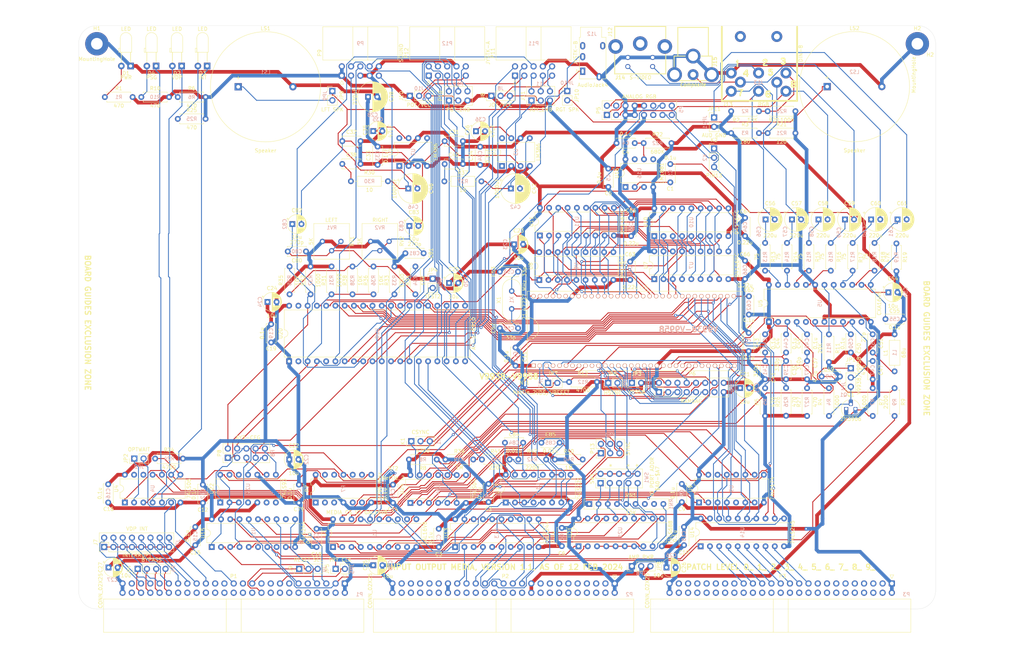
<source format=kicad_pcb>
(kicad_pcb (version 20211014) (generator pcbnew)
  (layers (0 "F.Cu" signal) (31 "B.Cu" signal) (34 "B.Paste" user) (35 "F.Paste" user) (36 "B.SilkS" user "B.Silkscreen") (37 "F.SilkS" user "F.Silkscreen") (38 "B.Mask" user) (39 "F.Mask" user) (44 "Edge.Cuts" user))
  (net 0 "")
  (net 1 "GND")
  (net 2 "VCC")
  (net 3 "/VDP/BLUE")
  (net 4 "Net-(D3-Pad2)")
  (net 5 "/VDP/GREEN")
  (net 6 "Net-(D4-Pad2)")
  (net 7 "Net-(R24-Pad1)")
  (net 8 "Net-(RN1-Pad9)")
  (net 9 "Net-(RN1-Pad5)")
  (net 10 "Net-(RN1-Pad4)")
  (net 11 "Net-(RN1-Pad3)")
  (net 12 "Net-(RN1-Pad2)")
  (net 13 "Net-(D1-Pad2)")
  (net 14 "-12V")
  (net 15 "~{EIRQ0}")
  (net 16 "~{EIRQ1}")
  (net 17 "~{EIRQ2}")
  (net 18 "~{EIRQ3}")
  (net 19 "~{EIRQ4}")
  (net 20 "~{EIRQ5}")
  (net 21 "~{EIRQ6}")
  (net 22 "~{EIRQ7}")
  (net 23 "~{M1}")
  (net 24 "~{IORQ}")
  (net 25 "~{WR}")
  (net 26 "~{RD}")
  (net 27 "A0")
  (net 28 "A1")
  (net 29 "A2")
  (net 30 "A3")
  (net 31 "A4")
  (net 32 "A5")
  (net 33 "A6")
  (net 34 "A7")
  (net 35 "+12V")
  (net 36 "D0")
  (net 37 "D1")
  (net 38 "D2")
  (net 39 "D3")
  (net 40 "D4")
  (net 41 "D5")
  (net 42 "D6")
  (net 43 "D7")
  (net 44 "ONE")
  (net 45 "ZERO")
  (net 46 "bD6")
  (net 47 "bD5")
  (net 48 "bD4")
  (net 49 "bD3")
  (net 50 "bD2")
  (net 51 "bD1")
  (net 52 "bD0")
  (net 53 "~{bWR}")
  (net 54 "~{bRD}")
  (net 55 "bA0")
  (net 56 "bD7")
  (net 57 "~{bRESET}")
  (net 58 "~{bM1}")
  (net 59 "bA7")
  (net 60 "bA6")
  (net 61 "bA5")
  (net 62 "bA4")
  (net 63 "~{bIORQ}")
  (net 64 "bA1")
  (net 65 "bA2")
  (net 66 "bA3")
  (net 67 "/bus/D15")
  (net 68 "/bus/D31")
  (net 69 "/bus/D14")
  (net 70 "/bus/D30")
  (net 71 "/bus/D13")
  (net 72 "/bus/D29")
  (net 73 "/bus/D12")
  (net 74 "/bus/D28")
  (net 75 "/bus/D11")
  (net 76 "/bus/D27")
  (net 77 "/bus/D10")
  (net 78 "/bus/D26")
  (net 79 "/bus/D9")
  (net 80 "/bus/D25")
  (net 81 "/bus/D8")
  (net 82 "/bus/D24")
  (net 83 "/bus/D23")
  (net 84 "/bus/D22")
  (net 85 "/bus/D21")
  (net 86 "/bus/D20")
  (net 87 "/bus/D19")
  (net 88 "/bus/D18")
  (net 89 "/bus/D17")
  (net 90 "/bus/D16")
  (net 91 "/bus/~{BUSERR}")
  (net 92 "/bus/UDS")
  (net 93 "/bus/~{VPA}")
  (net 94 "/bus/LDS")
  (net 95 "/bus/~{VMA}")
  (net 96 "/bus/S2")
  (net 97 "/bus/~{BHE}")
  (net 98 "/bus/S1")
  (net 99 "/bus/IPL2")
  (net 100 "/bus/S0")
  (net 101 "/bus/IPL1")
  (net 102 "/bus/AUXCLK3")
  (net 103 "/bus/IPL0")
  (net 104 "/bus/AUXCLK2")
  (net 105 "/bus/A15")
  (net 106 "/bus/A31")
  (net 107 "/bus/A14")
  (net 108 "/bus/A30")
  (net 109 "/bus/A13")
  (net 110 "/bus/A29")
  (net 111 "/bus/A12")
  (net 112 "/bus/A28")
  (net 113 "/bus/A11")
  (net 114 "/bus/A27")
  (net 115 "/bus/A10")
  (net 116 "/bus/A26")
  (net 117 "/bus/A9")
  (net 118 "/bus/A25")
  (net 119 "/bus/A8")
  (net 120 "/bus/A24")
  (net 121 "/bus/A23")
  (net 122 "/bus/A22")
  (net 123 "/bus/A21")
  (net 124 "/bus/A20")
  (net 125 "/bus/A19")
  (net 126 "/bus/A18")
  (net 127 "/bus/A17")
  (net 128 "/bus/A16")
  (net 129 "/bus/IC3")
  (net 130 "/VDP/RED")
  (net 131 "/bus/IC2")
  (net 132 "Net-(C43-Pad2)")
  (net 133 "/bus/IC1")
  (net 134 "Net-(C44-Pad2)")
  (net 135 "/bus/IC0")
  (net 136 "Net-(C45-Pad2)")
  (net 137 "/bus/AUXCLK1")
  (net 138 "/bus/AUXCLK0")
  (net 139 "/bus/E")
  (net 140 "/bus/ST")
  (net 141 "/bus/PHI")
  (net 142 "/bus/~{MREQ}")
  (net 143 "/bus/~{INT2}")
  (net 144 "/bus/~{INT1}")
  (net 145 "/bus/~{BUSACK}")
  (net 146 "/bus/CRUCLK")
  (net 147 "/VDP/SYNCIN")
  (net 148 "/bus/CRUOUT")
  (net 149 "/bus/CRUIN")
  (net 150 "/bus/~{NMI}")
  (net 151 "~{RES_IN}")
  (net 152 "~{RES_OUT}")
  (net 153 "/bus/USER8")
  (net 154 "/bus/~{BUSRQ}")
  (net 155 "/bus/USER7")
  (net 156 "Net-(C49-Pad1)")
  (net 157 "/bus/USER6")
  (net 158 "/bus/~{HALT}")
  (net 159 "/bus/USER5")
  (net 160 "/bus/~{RFSH}")
  (net 161 "/bus/USER4")
  (net 162 "/bus/USER3")
  (net 163 "/bus/USER2")
  (net 164 "/bus/USER1")
  (net 165 "/bus/USER0")
  (net 166 "~{BAI}")
  (net 167 "~{BAO}")
  (net 168 "~{IEI}")
  (net 169 "~{IEO}")
  (net 170 "/bus/I2C_SCL")
  (net 171 "/bus/I2C_SDA")
  (net 172 "Net-(C50-Pad1)")
  (net 173 "Net-(C51-Pad1)")
  (net 176 "Net-(C51-Pad2)")
  (net 177 "Net-(C52-Pad1)")
  (net 178 "Net-(C53-Pad1)")
  (net 179 "Net-(C54-Pad1)")
  (net 180 "Net-(C55-Pad1)")
  (net 181 "Net-(C56-Pad1)")
  (net 182 "/VDP/ROUT")
  (net 183 "Net-(C57-Pad1)")
  (net 184 "/VDP/GOUT")
  (net 185 "Net-(C58-Pad1)")
  (net 186 "/VDP/BOUT")
  (net 187 "Net-(C59-Pad1)")
  (net 188 "/VDP/COMP")
  (net 189 "Net-(C60-Pad1)")
  (net 190 "/VDP/LUMA")
  (net 191 "Net-(C61-Pad1)")
  (net 192 "/VDP/CHROMA")
  (net 193 "Net-(C62-Pad1)")
  (net 194 "Net-(C80-Pad2)")
  (net 195 "Net-(C81-Pad1)")
  (net 196 "/Amplifier/AMPPWR")
  (net 197 "AUDIO_L")
  (net 198 "Net-(C84-Pad1)")
  (net 199 "Net-(C84-Pad2)")
  (net 200 "Net-(C85-Pad1)")
  (net 205 "Net-(C85-Pad2)")
  (net 206 "Net-(J9-Pad2)")
  (net 207 "Net-(D2-Pad1)")
  (net 208 "Net-(D2-Pad2)")
  (net 209 "Net-(D4-Pad1)")
  (net 210 "Net-(J8-Pad2)")
  (net 211 "/PSG/JOYBG")
  (net 212 "Net-(J10-Pad2)")
  (net 213 "/PSG/POTA1")
  (net 214 "/PSG/JOYBH")
  (net 215 "Net-(J11-Pad2)")
  (net 216 "Net-(J11-Pad4)")
  (net 217 "Net-(J11-Pad6)")
  (net 218 "Net-(JP1-Pad1)")
  (net 219 "Net-(JP1-Pad3)")
  (net 220 "Net-(JP2-Pad1)")
  (net 221 "~{WAIT}")
  (net 222 "Net-(JP3-Pad1)")
  (net 223 "Net-(JP4-Pad2)")
  (net 224 "VRY_CLK")
  (net 225 "CLK")
  (net 226 "/bus/~{TEND1}")
  (net 227 "/bus/~{DREQ1}")
  (net 228 "/bus/~{TEND0}")
  (net 229 "/bus/~{DREQ0}")
  (net 230 "/VDP/AV")
  (net 231 "/VDP/YS")
  (net 232 "AUDIO_R")
  (net 233 "/VDP/C0")
  (net 234 "/VDP/C1")
  (net 235 "/VDP/C2")
  (net 236 "/VDP/C3")
  (net 237 "/VDP/C4")
  (net 238 "/VDP/C5")
  (net 239 "/VDP/C6")
  (net 240 "/VDP/C7")
  (net 242 "/VDP/CBDR")
  (net 248 "/PSG/CLK_AY3")
  (net 253 "Net-(P8-Pad1)")
  (net 254 "Net-(P8-Pad2)")
  (net 255 "Net-(P8-Pad4)")
  (net 256 "Net-(P8-Pad5)")
  (net 257 "Net-(P8-Pad7)")
  (net 258 "Net-(P8-Pad9)")
  (net 259 "Net-(P8-Pad10)")
  (net 260 "/PSG/SPAREA")
  (net 261 "/PSG/SPAREB")
  (net 262 "ACR5")
  (net 263 "/PSG/POTA2")
  (net 264 "Net-(P10-Pad2)")
  (net 265 "Net-(P10-Pad4)")
  (net 266 "Net-(P10-Pad6)")
  (net 267 "/PSG/JOYBU")
  (net 268 "/PSG/JOYBD")
  (net 269 "/PSG/JOYBL")
  (net 270 "/PSG/JOYBR")
  (net 271 "/PSG/JOYBF")
  (net 272 "/PSG/JOYAU")
  (net 273 "/PSG/JOYAD")
  (net 274 "/PSG/JOYAL")
  (net 275 "/PSG/JOYAR")
  (net 276 "/PSG/JOYAF")
  (net 277 "Net-(Q1-Pad3)")
  (net 278 "Net-(R11-Pad1)")
  (net 279 "Net-(R13-Pad2)")
  (net 280 "Net-(R14-Pad2)")
  (net 281 "Net-(R15-Pad2)")
  (net 282 "Net-(R16-Pad2)")
  (net 283 "Net-(R17-Pad2)")
  (net 284 "Net-(R18-Pad2)")
  (net 285 "Net-(RN1-Pad6)")
  (net 287 "~{CS_MEDIA}")
  (net 292 "~{CS_ACR}")
  (net 293 "~{CS_ACR_WR}")
  (net 294 "~{CS_PSG_A0}")
  (net 295 "~{CS_PSG_WR}")
  (net 296 "~{VDP_RD}")
  (net 297 "~{VDP_WR}")
  (net 298 "Net-(U24-Pad8)")
  (net 299 "/ACR/STATUS-VDP")
  (net 300 "/ACR/STATUS-PSG")
  (net 304 "/VDP/VD0")
  (net 305 "/VDP/VD1")
  (net 306 "Net-(C35-Pad1)")
  (net 307 "Net-(C36-Pad1)")
  (net 308 "/VDP/AD6")
  (net 309 "/VDP/AD5")
  (net 310 "/VDP/AD4")
  (net 311 "/VDP/AD7")
  (net 312 "/VDP/AD3")
  (net 313 "/VDP/AD2")
  (net 314 "/VDP/AD1")
  (net 315 "/VDP/AD0")
  (net 316 "/VDP/VD2")
  (net 317 "Net-(C38-Pad1)")
  (net 318 "/VDP/VD3")
  (net 319 "/VDP/VD4")
  (net 320 "/VDP/VD5")
  (net 321 "/VDP/VD6")
  (net 322 "/VDP/VD7")
  (net 323 "Net-(U24-Pad5)")
  (net 325 "~{RESAY3}")
  (net 326 "Net-(C40-Pad1)")
  (net 327 "VRY")
  (net 329 "/PSG/PWA2")
  (net 331 "/PSG/PWA1")
  (net 336 "Net-(C1-Pad2)")
  (net 337 "Net-(C4-Pad1)")
  (net 338 "Net-(K1-Pad1)")
  (net 339 "/VDP/VGA-CSYNC")
  (net 340 "~{RESVDP}")
  (net 341 "/VDP/VGA-HSYNC")
  (net 342 "Net-(K2-Pad2)")
  (net 343 "Net-(C42-Pad1)")
  (net 344 "/Amplifier/L-CH")
  (net 345 "/VDP/BLANK")
  (net 346 "/VDP/VBY")
  (net 350 "Net-(C46-Pad1)")
  (net 351 "/Amplifier/R-CH")
  (net 353 "/VDP/~{HSYNC}")
  (net 354 "Net-(JP7-Pad1)")
  (net 355 "/VDP/~{DHCLK}")
  (net 356 "/VDP/~{DLCLK}")
  (net 357 "/VDP/~{CSYNC}")
  (net 358 "/VDP/~{LPS-WAIT}")
  (net 359 "/VDP/~{VINT}")
  (net 364 "/VDP/~{VRW}")
  (net 365 "/VDP/~{CAS1}")
  (net 366 "/VDP/~{CAS0}")
  (net 367 "/VDP/~{RAS}")
  (net 368 "Net-(JP9-Pad2)")
  (net 369 "Net-(JP10-Pad2)")
  (net 370 "/VDP/AUDIO")
  (net 374 "/VDP/VGA-VSYNC")
  (net 376 "Net-(P13-Pad1)")
  (net 377 "/VDP/VSYNC")
  (net 378 "/VDP/~{VSYNC}")
  (net 382 "Net-(J7-Pad1)")
  (net 383 "/bus/~{INT0}")
  (footprint "MountingHole:MountingHole_3.2mm_M3_Pad" (layer "F.Cu") (at 265 75)
    (fp_text reference "H2")
    (fp_text value "MountingHole")
  )
  (footprint "MountingHole:MountingHole_3.2mm_M3_Pad" (layer "F.Cu") (at 40 75)
    (fp_text reference "H1")
    (fp_text value "MountingHole")
  )
  (footprint "Connector_IDC:IDC-Header_2x25_P2.54mm_Horizontal" (layer "F.Cu") (at 182 223 -90)
    (fp_text reference "P2")
    (fp_text value "CONN_02X25")
  )
  (footprint "Connector_IDC:IDC-Header_2x25_P2.54mm_Horizontal" (layer "F.Cu") (at 258 223 -90)
    (fp_text reference "P3")
    (fp_text value "CONN_02X25")
  )
  (footprint "Connector_IDC:IDC-Header_2x25_P2.54mm_Horizontal" (layer "F.Cu") (at 108 223 -90)
    (fp_text reference "P1")
    (fp_text value "CONN_02X25")
  )
  (footprint "Package_TO_SOT_THT:TO-92_HandSolder" (layer "F.Cu") (at 245.48 175.11)
    (fp_text reference "Q1")
    (fp_text value "2N3906")
  )
  (footprint "Connector_Audio:Jack_3.5mm_PJ320E_Horizontal" (layer "F.Cu") (at 173.2175 82.545)
    (fp_text reference "J12")
    (fp_text value "AudioJack4")
  )
  (footprint "Capacitor_THT:CP_Radial_D6.3mm_P2.50mm" (layer "F.Cu") (at 252.3176 123.17)
    (fp_text reference "C60")
    (fp_text value "220u")
  )
  (footprint "Capacitor_THT:C_Disc_D5.0mm_W2.5mm_P5.00mm" (layer "F.Cu") (at 145.11 108.23 90)
    (fp_text reference "C34")
    (fp_text value "0.1uF")
  )
  (footprint "Capacitor_THT:C_Disc_D5.0mm_W2.5mm_P5.00mm" (layer "F.Cu") (at 223.25 159.67 90)
    (fp_text reference "C43")
    (fp_text value "0.1u")
  )
  (footprint "Connector_PinHeader_2.54mm:PinHeader_2x05_P2.54mm_Vertical" (layer "F.Cu") (at 178.125 195.475 90)
    (fp_text reference "SW1")
    (fp_text value "IO PORT ADDR")
  )
  (footprint "Package_DIP:DIP-16_W7.62mm" (layer "F.Cu") (at 152.125 200.8 90)
    (fp_text reference "U17")
    (fp_text value "74LS221")
  )
  (footprint "Capacitor_THT:CP_Radial_D6.3mm_P2.50mm" (layer "F.Cu") (at 245.1352 123.17)
    (fp_text reference "C59")
    (fp_text value "220u")
  )
  (footprint "Connector_PinHeader_2.54mm:PinHeader_1x02_P2.54mm_Vertical" (layer "F.Cu") (at 104.58 87.97)
    (fp_text reference "JP9")
    (fp_text value "LFT SPK")
  )
  (footprint "Capacitor_THT:C_Disc_D5.0mm_W2.5mm_P5.00mm" (layer "F.Cu") (at 180.25 109.25 -90)
    (fp_text reference "C5")
    (fp_text value "0.1u")
  )
  (footprint "Connector_PinHeader_2.54mm:PinHeader_1x02_P2.54mm_Vertical" (layer "F.Cu") (at 132.1 139.425)
    (fp_text reference "JP4")
    (fp_text value "TEST2")
  )
  (footprint "Resistor_THT:R_Axial_DIN0207_L6.3mm_D2.5mm_P7.62mm_Horizontal" (layer "F.Cu") (at 247.25 129.61 -90)
    (fp_text reference "R17")
    (fp_text value "75")
  )
  (footprint "Connector_PinHeader_2.54mm:PinHeader_1x02_P2.54mm_Vertical" (layer "F.Cu") (at 50.275 188.75 90)
    (fp_text reference "JP2")
    (fp_text value "OPTWAIT")
  )
  (footprint "Resistor_THT:R_Axial_DIN0207_L6.3mm_D2.5mm_P10.16mm_Horizontal" (layer "F.Cu") (at 109.662 112.7)
    (fp_text reference "R30")
    (fp_text value "10")
  )
  (footprint "Capacitor_THT:C_Disc_D5.0mm_W2.5mm_P5.00mm" (layer "F.Cu") (at 161.9 184.4)
    (fp_text reference "C85")
    (fp_text value "0.01u")
  )
  (footprint "Resistor_THT:R_Axial_DIN0207_L6.3mm_D2.5mm_P7.62mm_Horizontal" (layer "F.Cu") (at 241.25 129.61 -90)
    (fp_text reference "R16")
    (fp_text value "75")
  )
  (footprint "Capacitor_THT:C_Disc_D5.0mm_W2.5mm_P5.00mm" (layer "F.Cu") (at 97.35 131.95 180)
    (fp_text reference "C80")
    (fp_text value "270p")
  )
  (footprint "Jameco PCB Speaker 30mm 135722:Jameco PCB Speaker 30mm 135722" (layer "F.Cu") (at 82.45 86.8)
    (fp_text reference "LS1")
    (fp_text value "Speaker")
  )
  (footprint "Capacitor_THT:CP_Radial_D6.3mm_P2.50mm" (layer "F.Cu") (at 259.5676 123.17)
    (fp_text reference "C61")
    (fp_text value "220u")
  )
  (footprint "Resistor_THT:R_Axial_DIN0207_L6.3mm_D2.5mm_P7.62mm_Horizontal" (layer "F.Cu") (at 235.25 129.61 -90)
    (fp_text reference "R15")
    (fp_text value "75")
  )
  (footprint "Resistor_THT:R_Axial_DIN0207_L6.3mm_D2.5mm_P7.62mm_Horizontal" (layer "F.Cu") (at 189.94 102.25)
    (fp_text reference "R22")
    (fp_text value "680K")
  )
  (footprint "Package_DIP:DIP-20_W7.62mm" (layer "F.Cu") (at 104.75 213 90)
    (fp_text reference "U1")
    (fp_text value "GAL16V8")
  )
  (footprint "Connector_PinHeader_2.54mm:PinHeader_1x03_P2.54mm_Vertical" (layer "F.Cu") (at 186.725 218.25 90)
    (fp_text reference "JP8")
    (fp_text value "AMP PWR")
  )
  (footprint "Package_DIP:DIP-14_W7.62mm" (layer "F.Cu") (at 47.675 200.8 90)
    (fp_text reference "U4")
    (fp_text value "74LS06")
  )
  (footprint "Inductor_THT:L_Axial_L6.6mm_D2.7mm_P10.16mm_Horizontal_Vishay_IM-2" (layer "F.Cu") (at 258.75 164.83 90)
    (fp_text reference "L1")
    (fp_text value "68u")
  )
  (footprint "Connector_PinHeader_2.54mm:PinHeader_2x05_P2.54mm_Vertical" (layer "F.Cu") (at 75.925 188.54 90)
    (fp_text reference "P8")
    (fp_text value "AY3-CFG")
  )
  (footprint "NetTie:NetTie-2_THT_Pad0.3mm" (layer "F.Cu") (at 120.65 192.75)
    (fp_text reference "NT2")
    (fp_text value "NetTie_2")
  )
  (footprint "Connector_PinHeader_2.54mm:PinHeader_1x03_P2.54mm_Vertical" (layer "F.Cu") (at 148.175 89.29 90)
    (fp_text reference "J8")
    (fp_text value "JOY/VCC")
  )
  (footprint "Resistor_THT:R_Axial_DIN0207_L6.3mm_D2.5mm_P7.62mm_Horizontal" (layer "F.Cu") (at 213.94 99.5)
    (fp_text reference "R3")
    (fp_text value "180")
  )
  (footprint "Capacitor_THT:C_Disc_D5.0mm_W2.5mm_P5.00mm" (layer "F.Cu") (at 217.75 139.5 90)
    (fp_text reference "C66")
    (fp_text value "0.22u")
  )
  (footprint "Package_DIP:DIP-18_W7.62mm" (layer "F.Cu") (at 192.85 139.55 90)
    (fp_text reference "U7")
    (fp_text value "D41464C")
  )
  (footprint "Connector_PinHeader_2.54mm:PinHeader_1x02_P2.54mm_Vertical" (layer "F.Cu") (at 180.225 168 90)
    (fp_text reference "JP6")
    (fp_text value "~{HSYNC}")
  )
  (footprint "LED_THT:LED_D3.0mm_Horizontal_O3.81mm_Z2.0mm" (layer "F.Cu") (at 49.25 81.1 180)
    (fp_text reference "D1")
    (fp_text value "LED")
  )
  (footprint "Resistor_THT:R_Axial_DIN0207_L6.3mm_D2.5mm_P7.62mm_Horizontal" (layer "F.Cu") (at 213.94 93.5)
    (fp_text reference "R2")
    (fp_text value "10K")
  )
  (footprint "Resistor_THT:R_Axial_DIN0207_L6.3mm_D2.5mm_P7.62mm_Horizontal" (layer "F.Cu") (at 223.25 177.06 90)
    (fp_text reference "R5")
    (fp_text value "470")
  )
  (footprint "Resistor_THT:R_Axial_DIN0207_L6.3mm_D2.5mm_P7.62mm_Horizontal" (layer "F.Cu") (at 135.59 189)
    (fp_text reference "R39")
    (fp_text value "1M")
  )
  (footprint "Connector_PinHeader_2.54mm:PinHeader_2x03_P2.54mm_Vertical" (layer "F.Cu") (at 178.225 187.275 90)
    (fp_text reference "P13")
    (fp_text value "SYNC")
  )
  (footprint "Package_DIP:DIP-24_W10.16mm" (layer "F.Cu") (at 224.275 151.27 90)
    (fp_text reference "U5")
    (fp_text value "CXA1645")
  )
  (footprint "Resistor_THT:R_Axial_DIN0207_L6.3mm_D2.5mm_P7.62mm_Horizontal" (layer "F.Cu") (at 55.99 188.75)
    (fp_text reference "R24")
    (fp_text value "4700")
  )
  (footprint "Connector_Video:Conn_Mini_DIN_4pin" (layer "F.Cu") (at 189 70.25)
    (fp_text reference "J14")
    (fp_text value "S-VIDEO")
  )
  (footprint "Resistor_THT:R_Axial_DIN0207_L6.3mm_D2.5mm_P7.62mm_Horizontal" (layer "F.Cu") (at 110.1 143.7 90)
    (fp_text reference "R38")
    (fp_text value "10K")
  )
  (footprint "Resistor_THT:R_Axial_DIN0207_L6.3mm_D2.5mm_P7.62mm_Horizontal" (layer "F.Cu") (at 145.59 189)
    (fp_text reference "R41")
    (fp_text value "2200")
  )
  (footprint "Capacitor_THT:C_Disc_D5.0mm_W2.5mm_P5.00mm" (layer "F.Cu") (at 95.4 195.9 -90)
    (fp_text reference "C79")
    (fp_text value "0.1u")
  )
  (footprint "Capacitor_THT:CP_Radial_D6.3mm_P2.50mm" (layer "F.Cu") (at 230.6129 123.17)
    (fp_text reference "C57")
    (fp_text value "220u")
  )
  (footprint "Capacitor_THT:C_Disc_D5.0mm_W2.5mm_P5.00mm" (layer "F.Cu") (at 67 207.5 -90)
    (fp_text reference "C15")
    (fp_text value "0.1u")
  )
  (footprint "Package_DIP:DIP-40_W15.24mm" (layer "F.Cu") (at 92.725 162.075 90)
    (fp_text reference "U20")
    (fp_text value "AY-3-8910")
  )
  (footprint "Capacitor_THT:C_Disc_D5.0mm_W2.5mm_P5.00mm" (layer "F.Cu") (at 147.4 195.7 -90)
    (fp_text reference "C2")
    (fp_text value "0.1u")
  )
  (footprint "Capacitor_THT:C_Disc_D5.0mm_W2.5mm_P5.00mm" (layer "F.Cu") (at 69.065 195.9 -90)
    (fp_text reference "C12")
    (fp_text value "0.1u")
  )
  (footprint "Package_DIP:DIP-18_W7.62mm" (layer "F.Cu") (at 161.47 127.6 90)
    (fp_text reference "U11")
    (fp_text value "D41464C")
  )
  (footprint "Resistor_THT:R_Axial_DIN0207_L6.3mm_D2.5mm_P7.62mm_Horizontal" (layer "F.Cu") (at 165.59 189)
    (fp_text reference "R40")
    (fp_text value "1M")
  )
  (footprint "Capacitor_THT:C_Disc_D5.0mm_W2.5mm_P5.00mm" (layer "F.Cu") (at 238.75 166.25)
    (fp_text reference "C49")
    (fp_text value "4.7p")
  )
  (footprint "Capacitor_THT:C_Disc_D5.0mm_W2.5mm_P5.00mm" (layer "F.Cu") (at 252.75 154.67 -90)
    (fp_text reference "C51")
    (fp_text value "27p")
  )
  (footprint "Capacitor_THT:CP_Radial_D5.0mm_P2.50mm" (layer "F.Cu") (at 216.4 169.4)
    (fp_text reference "C21")
    (fp_text value "10u")
  )
  (footprint "Crystal:Crystal_HC49-4H_Vertical" (layer "F.Cu") (at 153.75 147.7 90)
    (fp_text reference "X1")
    (fp_text value "21.47727 MHz")
  )
  (footprint "Capacitor_THT:C_Disc_D5.0mm_W2.5mm_P5.00mm" (layer "F.Cu") (at 87.7949 151.9 -90)
    (fp_text reference "C19")
    (fp_text value "0.1u")
  )
  (footprint "Package_DIP:DIP-18_W7.62mm" (layer "F.Cu") (at 192.85 127.75 90)
    (fp_text reference "U10")
    (fp_text value "D41464C")
  )
  (footprint "Package_DIP:DIP-18_W7.62mm" (layer "F.Cu") (at 161.31 139.77 90)
    (fp_text reference "U8")
    (fp_text value "D41464C")
  )
  (footprint "Capacitor_THT:CP_Radial_D6.3mm_P2.50mm" (layer "F.Cu") (at 223.3852 123.17)
    (fp_text reference "C56")
    (fp_text value "220u")
  )
  (footprint "Capacitor_THT:C_Disc_D5.0mm_W2.5mm_P5.00mm" (layer "F.Cu") (at 155.5 137.5 180)
    (fp_text reference "C53")
    (fp_text value "33p")
  )
  (footprint "Capacitor_THT:CP_Radial_D5.0mm_P2.50mm" (layer "F.Cu") (at 143.9498 98.98)
    (fp_text reference "C36")
    (fp_text value "47uF")
  )
  (footprint "Connector_PinHeader_2.54mm:PinHeader_1x04_P2.54mm_Vertical" (layer "F.Cu") (at 51.2 219 90)
    (fp_text reference "P4")
    (fp_text value "BYPASS")
  )
  (footprint "Resistor_THT:R_Axial_DIN0207_L6.3mm_D2.5mm_P7.62mm_Horizontal" (layer "F.Cu") (at 259.25 129.75 -90)
    (fp_text reference "R19")
    (fp_text value "47K")
  )
  (footprint "Resistor_THT:R_Axial_DIN0207_L6.3mm_D2.5mm_P7.62mm_Horizontal" (layer "F.Cu") (at 62.19 89.62)
    (fp_text reference "R6")
    (fp_text value "470")
  )
  (footprint "Capacitor_THT:C_Disc_D5.0mm_W2.5mm_P5.00mm" (layer "F.Cu") (at 167.5 207.75 -90)
    (fp_text reference "C6")
    (fp_text value "0.1u")
  )
  (footprint "Package_DIP:DIP-20_W7.62mm" (layer "F.Cu") (at 205.575 212.8 90)
    (fp_text reference "U14")
    (fp_text value "74LS245")
  )
  (footprint "Resistor_THT:R_Axial_DIN0207_L6.3mm_D2.5mm_P7.62mm_Horizontal" (layer "F.Cu") (at 252.75 169.44 -90)
    (fp_text reference "R7")
    (fp_text value "1000")
  )
  (footprint "Capacitor_THT:C_Disc_D5.0mm_W2.5mm_P5.00mm" (layer "F.Cu") (at 200.4 195.7 -90)
    (fp_text reference "C9")
    (fp_text value "0.1u")
  )
  (footprint "Resistor_THT:R_Axial_DIN0207_L6.3mm_D2.5mm_P7.62mm_Horizontal" (layer "F.Cu") (at 62.19 95.6)
    (fp_text reference "R25")
    (fp_text value "470")
  )
  (footprint "Resistor_THT:R_Axial_DIN0207_L6.3mm_D2.5mm_P7.62mm_Horizontal" (layer "F.Cu") (at 169.5 167.75)
    (fp_text reference "R12")
    (fp_text value "4700")
  )
  (footprint "Capacitor_THT:CP_Radial_D5.0mm_P2.50mm" (layer "F.Cu") (at 125.6898 124.95)
    (fp_text reference "C83")
    (fp_text value "10u")
  )
  (footprint "Resistor_THT:R_Array_SIP9" (layer "F.Cu") (at 175.025 201.2)
    (fp_text reference "RN1")
    (fp_text value "10K")
  )
  (footprint "Connector_PinHeader_2.54mm:PinHeader_2x08_P2.54mm_Vertical" (layer "F.Cu") (at 194.125 170.525 90)
    (fp_text reference "P6")
    (fp_text value "RAMDAC")
  )
  (footprint "Connector_IDC:IDC-Header_2x05_P2.54mm_Horizontal" (layer "F.Cu") (at 154.67 83.7425 90)
    (fp_text reference "P11")
    (fp_text value "JYSTK-B")
  )
  (footprint "Connector_PinHeader_2.54mm:PinHeader_1x02_P2.54mm_Vertical" (layer "F.Cu") (at 105.475 219 90)
    (fp_text reference "JP5")
    (fp_text value "VRY CLK")
  )
  (footprint "Package_DIP:DIP-20_W7.62mm" (layer "F.Cu") (at 71.5 213 90)
    (fp_text reference "U15")
    (fp_text value "74LS244")
  )
  (footprint "Capacitor_THT:C_Disc_D5.0mm_W2.5mm_P5.00mm" (layer "F.Cu") (at 121.2 195.9 -90)
    (fp_text reference "C14")
    (fp_text value "0.1u")
  )
  (footprint "Capacitor_THT:CP_Radial_D5.0mm_P2.50mm" (layer "F.Cu") (at 196.2 218.6)
    (fp_text reference "C26")
    (fp_text value "10u")
  )
  (footprint "Connector_PinHeader_2.54mm:PinHeader_2x08_P2.54mm_Vertical" (layer "F.Cu") (at 179.875 94.525 90)
    (fp_text reference "P5")
    (fp_text value "ANALOG RGB")
  )
  (footprint "Capacitor_THT:C_Disc_D5.0mm_W2.5mm_P5.00mm" (layer "F.Cu") (at 107.3 101.7)
    (fp_text reference "C32")
    (fp_text value "470pF")
  )
  (footprint "Connector_PinHeader_2.54mm:PinHeader_2x03_P2.54mm_Vertical" (layer "F.Cu") (at 159.175 90.565 90)
    (fp_text reference "J11")
    (fp_text value "JOY_ENB")
  )
  (footprint "Capacitor_THT:C_Disc_D5.0mm_W2.5mm_P5.00mm" (layer "F.Cu") (at 218.75 154.3 -90)
    (fp_text reference "C7")
    (fp_text value "0.1u")
  )
  (footprint "Capacitor_THT:C_Disc_D5.0mm_W2.5mm_P5.00mm" (layer "F.Cu") (at 135.3747 107.965)
    (fp_text reference "C40")
    (fp_text value "47pF")
  )
  (footprint "Resistor_THT:R_Axial_DIN0207_L6.3mm_D2.5mm_P7.62mm_Horizontal" (layer "F.Cu") (at 223.94 93.5)
    (fp_text reference "R20")
    (fp_text value "1000")
  )
  (footprint "Package_DIP:DIP-8_W7.62mm" (layer "F.Cu") (at 122.942 108.5 90)
    (fp_text reference "U2")
    (fp_text value "LM386")
  )
  (footprint "Resistor_THT:R_Axial_DIN0207_L6.3mm_D2.5mm_P7.62mm_Horizontal" (layer "F.Cu") (at 240.75 154.69 -90)
    (fp_text reference "R11")
    (fp_text value "20K")
  )
  (footprint "Capacitor_THT:C_Disc_D5.0mm_W2.5mm_P5.00mm" (layer "F.Cu") (at 135.3747 101.715)
    (fp_text reference "C31")
    (fp_text value "470pF")
  )
  (footprint "Connector_PinHeader_2.54mm:PinHeader_1x03_P2.54mm_Vertical" (layer "F.Cu") (at 126.225 184 90)
    (fp_text reference "K1")
    (fp_text value "CSYNC")
  )
  (footprint "Capacitor_THT:C_Disc_D5.0mm_W2.5mm_P5.00mm" (layer "F.Cu") (at 116.992 108.2 90)
    (fp_text reference "C33")
    (fp_text value "0.1uF")
  )
  (footprint "Capacitor_THT:C_Disc_D5.0mm_W2.5mm_P5.00mm" (layer "F.Cu") (at 151.9 184.4)
    (fp_text reference "C84")
    (fp_text value "0.01u")
  )
  (footprint "Capacitor_THT:CP_Radial_D5.0mm_P2.50mm" (layer "F.Cu") (at 92.7693 189)
    (fp_text reference "C22")
    (fp_text value "10u")
  )
  (footprint "LED_THT:LED_D3.0mm_Horizontal_O3.81mm_Z2.0mm" (layer "F.Cu") (at 63.25 81.1 180)
    (fp_text reference "D2")
    (fp_text value "LED")
  )
  (footprint "Capacitor_THT:C_Disc_D5.0mm_W2.5mm_P5.00mm" (layer "F.Cu") (at 223.25 162 -90)
    (fp_text reference "C41")
    (fp_text value "330p")
  )
  (footprint "Package_DIP:DIP-8_W7.62mm" (layer "F.Cu") (at 151.1 108.515 90)
    (fp_text reference "U3")
    (fp_text value "LM386")
  )
  (footprint "Resistor_THT:R_Axial_DIN0207_L6.3mm_D2.5mm_P10.16mm_Horizontal" (layer "F.Cu") (at 135.2947 112.73)
    (fp_text reference "R37")
    (fp_text value "10")
  )
  (footprint "Capacitor_THT:CP_Radial_D5.0mm_P2.50mm" (layer "F.Cu") (at 93.5998 124.45)
    (fp_text reference "C82")
    (fp_text value "10u")
  )
  (footprint "Capacitor_THT:CP_Radial_D5.0mm_P2.50mm" (layer "F.Cu") (at 115.7869 98.95)
    (fp_text reference "C35")
    (fp_text value "47uF")
  )
  (footprint "Capacitor_THT:C_Disc_D5.0mm_W2.5mm_P5.00mm" (layer "F.Cu") (at 129.6 132.45 180)
    (fp_text reference "C81")
    (fp_text value "270p")
  )
  (footprint "Capacitor_THT:C_Disc_D5.0mm_W2.5mm_P5.00mm" (layer "F.Cu") (at 107.3 107.95)
    (fp_text reference "C38")
    (fp_text value "47pF")
  )
  (footprint "Resistor_THT:R_Axial_DIN0207_L6.3mm_D2.5mm_P7.62mm_Horizontal" (layer "F.Cu") (at 253.25 129.61 -90)
    (fp_text reference "R18")
    (fp_text value "75")
  )
  (footprint "Resistor_THT:R_Axial_DIN0207_L6.3mm_D2.5mm_P7.62mm_Horizontal" (layer "F.Cu") (at 234.75 177.06 90)
    (fp_text reference "R27")
    (fp_text value "470")
  )
  (footprint "Capacitor_THT:C_Disc_D5.0mm_W2.5mm_P5.00mm" (layer "F.Cu") (at 155.5 153 180)
    (fp_text reference "C52")
    (fp_text value "33p")
  )
  (footprint "Resistor_THT:R_Axial_DIN0207_L6.3mm_D2.5mm_P7.62mm_Horizontal" (layer "F.Cu") (at 52.19 89.62)
    (fp_text reference "R10")
    (fp_text value "470")
  )
  (footprint "Resistor_THT:R_Axial_DIN0207_L6.3mm_D2.5mm_P7.62mm_Horizontal" (layer "F.Cu") (at 155.59 189)
    (fp_text reference "R42")
    (fp_text value "2200")
  )
  (footprint "LED_THT:LED_D3.0mm_Horizontal_O3.81mm_Z2.0mm" (layer "F.Cu") (at 56.25 81.1 180)
    (fp_text reference "D4")
    (fp_text value "LED")
  )
  (footprint "ShrunkenDIP:renesas21-DIP64-S" (layer "F.Cu") (at 184.0507 154.1996)
    (fp_text reference "U6")
    (fp_text value "V9938-V9958")
  )
  (footprint "Connector_PinHeader_2.54mm:PinHeader_1x03_P2.54mm_Vertical" (layer "F.Cu") (at 125.83 89.295 90)
    (fp_text reference "J10")
    (fp_text value "POT/VCC")
  )
  (footprint "Capacitor_THT:C_Disc_D5.0mm_W2.5mm_P5.00mm" (layer "F.Cu") (at 229 159.67 90)
    (fp_text reference "C44")
    (fp_text value "0.1u")
  )
  (footprint "Connector_PinHeader_2.54mm:PinHeader_2x08_P2.54mm_Vertical" (layer "F.Cu") (at 42 213 90)
    (fp_text reference "J7")
    (fp_text value "INTERRUPT")
  )
  (footprint "Resistor_THT:R_Axial_DIN0207_L6.3mm_D2.5mm_P7.62mm_Horizontal" (layer "F.Cu") (at 229.25 129.61 -90)
    (fp_text reference "R14")
    (fp_text value "75")
  )
  (footprint "Capacitor_THT:C_Disc_D5.0mm_W2.5mm_P5.00mm" (layer "F.Cu") (at 100.25 208 -90)
    (fp_text reference "C18")
    (fp_text value "0.1u")
  )
  (footprint "Capacitor_THT:CP_Radial_D5.0mm_P2.50mm" (layer "F.Cu") (at 136.5949 140.6)
    (fp_text reference "C20")
    (fp_text value "10u")
  )
  (footprint "Capacitor_THT:CP_Radial_D5.0mm_P2.50mm" (layer "F.Cu") (at 115.8 218)
    (fp_text reference "C25")
    (fp_text value "10u")
  )
  (footprint "Connector_PinHeader_2.54mm:PinHeader_1x02_P2.54mm_Vertical" (layer "F.Cu") (at 186.725 168 90)
    (fp_text reference "JP3")
    (fp_text value "V9958")
  )
  (footprint "Jameco PCB Speaker 30mm 135722:Jameco PCB Speaker 30mm 135722" (layer "F.Cu") (at 243.95 86.75)
    (fp_text reference "LS2")
    (fp_text value "Speaker")
  )
  (footprint "Package_DIP:DIP-14_W7.62mm" (layer "F.Cu") (at 73.84 200.8 90)
    (fp_text reference "U22")
    (fp_text value "74LS93")
  )
  (footprint "Capacitor_THT:CP_Radial_D5.0mm_P2.50mm" (layer "F.Cu") (at 257.0449 143.17)
    (fp_text reference "C54")
    (fp_text value "10u")
  )
  (footprint "Capacitor_THT:C_Disc_D5.0mm_W2.5mm_P5.00mm" (layer "F.Cu") (at 186.5 127.75 90)
    (fp_text reference "C65")
    (fp_text value "0.22u")
  )
  (footprint "Potentiometer_THT:Potentiometer_Bourns_3386P_Vertical" (layer "F.Cu") (at 101.85 129.2 -90)
    (fp_text reference "RV1")
    (fp_text value "5K")
  )
  (footprint "LED_THT:LED_D3.0mm_Horizontal_O3.81mm_Z2.0mm" (layer "F.Cu") (at 70.25 81.1 180)
    (fp_text reference "D3")
    (fp_text value "LED")
  )
  (footprint "Connector_PinHeader_2.54mm:PinHeader_1x03_P2.54mm_Vertical" (layer "F.Cu") (at 209.25 103.725)
    (fp_text reference "K2")
    (fp_text value "PIN13")
  )
  (footprint "Capacitor_THT:C_Disc_D5.0mm_W2.5mm_P5.00mm" (layer "F.Cu") (at 201 207.5 -90)
    (fp_text reference "C10")
    (fp_text value "0.1u")
  )
  (footprint "NetTie:NetTie-2_THT_Pad0.3mm" (layer "F.Cu") (at 156.65 169.25)
    (fp_text reference "NT1")
    (fp_text value "NetTie_2")
  )
  (footprint "Capacitor_THT:CP_Radial_D8.0mm_P2.50mm" (layer "F.Cu") (at 153.5253 114.7)
    (fp_text reference "C42")
    (fp_text value "1000uF")
  )
  (footprint "Connector_Video:AV_CON_DIN8" (layer "F.Cu") (at 221.4545 83.0162)
    (fp_text reference "J13")
    (fp_text value "RGB")
  )
  (footprint "Package_DIP:DIP-8_W7.62mm" (layer "F.Cu") (at 184.95 114.3 90)
    (fp_text reference "U16")
    (fp_text value "LM1881")
  )
  (footprint "Capacitor_THT:C_Disc_D5.0mm_W2.5mm_P5.00mm" (layer "F.Cu") (at 234.75 159.67 90)
    (fp_text reference "C45")
    (fp_text value "0.1u")
  )
  (footprint "Capacitor_THT:C_Disc_D5.0mm_W2.5mm_P5.00mm" (layer "F.Cu") (at 197.25 108 -90)
    (fp_text reference "C1")
    (fp_text value "0.1u")
  )
  (footprint "Resistor_THT:R_Axial_DIN0207_L6.3mm_D2.5mm_P7.62mm_Horizontal" (layer "F.Cu") (at 98.6 143.7 90)
    (fp_text reference "R32")
    (fp_text value "1000")
  )
  (footprint "Resistor_THT:R_Axial_DIN0207_L6.3mm_D2.5mm_P7.62mm_Horizontal" (layer "F.Cu") (at 229 177 90)
    (fp_text reference "R26")
    (fp_text value "470")
  )
  (footprint "Resistor_THT:R_Axial_DIN0207_L6.3mm_D2.5mm_P7.62mm_Horizontal" (layer "F.Cu") (at 223.94 99.5)
    (fp_text reference "R21")
    (fp_text value "120")
  )
  (footprint "Package_DIP:DIP-14_W7.62mm" (layer "F.Cu") (at 100 200.8 90)
    (fp_text reference "P7")
    (fp_text value "3.5795 MHz")
  )
  (footprint "Potentiometer_THT:Potentiometer_Bourns_3386P_Vertical" (layer "F.Cu") (at 115.06 129.2 -90)
    (fp_text reference "RV2")
    (fp_text value "5K")
  )
  (footprint "Capacitor_THT:CP_Radial_D8.0mm_P2.50mm" (layer "F.Cu") (at 125.3947 114.7)
    (fp_text reference "C46")
    (fp_text value "1000uF")
  )
  (footprint "Capacitor_THT:C_Disc_D5.0mm_W2.5mm_P5.00mm" (layer "F.Cu") (at 186.25 139.75 90)
    (fp_text reference "C63")
    (fp_text value "0.22u")
  )
  (footprint "Connector_PinHeader_2.54mm:PinHeader_1x02_P2.54mm_Vertical" (layer "F.Cu") (at 209.25 95.225)
    (fp_text reference "JP11")
    (fp_text value "AUD GND")
  )
  (footprint "Capacitor_THT:C_Disc_D5.0mm_W2.5mm_P5.00mm" (layer "F.Cu") (at 187.5 102.25 180)
    (fp_text reference "C4")
    (fp_text value "0.1u")
  )
  (footprint "Connector_PinHeader_2.54mm:PinHeader_1x03_P2.54mm_Vertical" (layer "F.Cu") (at 246.75 163.975)
    (fp_text reference "JP1")
    (fp_text value "V9938/V9958")
  )
  (footprint "Capacitor_THT:C_Disc_D5.0mm_W2.5mm_P5.00mm" (layer "F.Cu") (at 246.75 154.67 -90)
    (fp_text reference "C50")
    (fp_text value "0.1u")
  )
  (footprint "Capacitor_THT:CP_Radial_D5.0mm_P2.50mm" (layer "F.Cu") (at 86.7898 145.8)
    (fp_text reference "C24")
    (fp_text value "10u")
  )
  (footprint "Connector_PinHeader_2.54mm:PinHeader_2x03_P2.54mm_Vertical" (layer "F.Cu") (at 136.555 90.57 90)
    (fp_text reference "P10")
    (fp_text value "POT_ENB")
  )
  (footprint "Capacitor_THT:CP_Radial_D5.0mm_P2.50mm" (layer "F.Cu") (at 154.3949 130)
    (fp_text reference "C23")
    (fp_text value "10u")
  )
  (footprint "Capacitor_THT:C_Disc_D5.0mm_W2.5mm_P5.00mm" (layer "F.Cu") (at 43.11 195.8 -90)
    (fp_text reference "C16")
    (fp_text value "0.1u")
  )
  (footprint "Resistor_THT:R_Axial_DIN0207_L6.3mm_D2.5mm_P7.62mm_Horizontal" (layer "F.Cu") (at 121.6 143.7 90)
    (fp_text reference "R33")
    (fp_text value "1000")
  )
  (footprint "Connector_PinHeader_2.54mm:PinHeader_1x02_P2.54mm_Vertical" (layer "F.Cu") (at 163.725 168 90)
    (fp_text reference "JP7")
    (fp_text value "~{VDS}/~{VRESET}")
  )
  (footprint "Connector_Video:Conn_RCA_Right" (layer "F.Cu") (at 203.5 78.389 -90)
    (fp_text reference "J15")
    (fp_text value "Composite")
  )
  (footprint "Connector_IDC:IDC-Header_2x05_P2.54mm_Horizontal" (layer "F.Cu") (at 107.17 83.7425 90)
    (fp_text reference "P9")
    (fp_text value "SOUND")
  )
  (footprint "Package_DIP:DIP-14_W7.62mm" (layer "F.Cu") (at 125.975 200.9 90)
    (fp_text reference "U24")
    (fp_text value "74LS04")
  )
  (footprint "Resistor_THT:R_Axial_DIN0207_L6.3mm_D2.5mm_P7.62mm_Horizontal" (layer "F.Cu") (at 115.85 143.7 90)
    (fp_text reference "R36")
    (fp_text value "10K")
  )
  (footprint "Capacitor_THT:CP_Radial_D8.0mm_P2.50mm" (layer "F.Cu") (at 114.372 89.545)
    (fp_text reference "C28")
    (fp_text value "220uF")
  )
  (footprint "Package_DIP:DIP-16_W7.62mm" (layer "F.Cu") (at 205.125 200.8 90)
    (fp_text reference "U9")
    (fp_text value "74LS174")
  )
  (footprint "Capacitor_THT:CP_Radial_D5.0mm_P2.50mm" (layer "F.Cu") (at 43.2 218.6)
    (fp_text reference "C27")
    (fp_text value "10u")
  )
  (footprint "Capacitor_THT:CP_Radial_D6.3mm_P2.50mm" (layer "F.Cu") (at 237.8852 123.17)
    (fp_text reference "C58")
    (fp_text value "220u")
  )
  (footprint "Resistor_THT:R_Axial_DIN0207_L6.3mm_D2.5mm_P7.62mm_Horizontal" (layer "F.Cu") (at 42.19 89.62)
    (fp_text reference "R1")
    (fp_text value "470")
  )
  (footprint "Capacitor_THT:C_Disc_D5.0mm_W2.5mm_P5.00mm" (layer "F.Cu") (at 229 162 -90)
    (fp_text reference "C39")
    (fp_text value "330p")
  )
  (footprint "Package_DIP:DIP-20_W7.62mm" (layer "F.Cu") (at 172.075 212.8 90)
    (fp_text reference "U21")
    (fp_text value "74LS688")
  )
  (footprint "Capacitor_THT:C_Disc_D5.0mm_W2.5mm_P5.00mm" (layer "F.Cu") (at 217.75 127.75 90)
    (fp_text reference "C64")
    (fp_text value "0.22u")
  )
  (footprint "Connector_IDC:IDC-Header_2x05_P2.54mm_Horizontal" (layer "F.Cu") (at 131 83.7425 90)
    (fp_text reference "P12")
    (fp_text value "JYSTK-A")
  )
  (footprint "Resistor_THT:R_Axial_DIN0207_L6.3mm_D2.5mm_P7.62mm_Horizontal" (layer "F.Cu") (at 223.25 129.61 -90)
    (fp_text reference "R13")
    (fp_text value "75")
  )
  (footprint "Capacitor_THT:C_Disc_D5.0mm_W2.5mm_P5.00mm" (layer "F.Cu") (at 218.8 144.25 -90)
    (fp_text reference "C62")
    (fp_text value "0.1u")
  )
  (footprint "Capacitor_THT:C_Disc_D5.0mm_W2.5mm_P5.00mm" (layer "F.Cu") (at 133.75 208 -90)
    (fp_text reference "C3")
    (fp_text value "0.1u")
  )
  (footprint "Resistor_THT:R_Axial_DIN0207_L6.3mm_D2.5mm_P7.62mm_Horizontal" (layer "F.Cu") (at 258.75 169.44 -90)
    (fp_text reference "R9")
    (fp_text value "2200")
  )
  (footprint "Capacitor_THT:C_Disc_D5.0mm_W2.5mm_P5.00mm" (layer "F.Cu") (at 256.25 150.5)
    (fp_text reference "C55")
    (fp_text value "0.1u")
  )
  (footprint "Resistor_THT:R_Axial_DIN0207_L6.3mm_D2.5mm_P7.62mm_Horizontal" (layer "F.Cu") (at 92.85 143.7 90)
    (fp_text reference "R35")
    (fp_text value "10K")
  )
  (footprint "Resistor_THT:R_Axial_DIN0207_L6.3mm_D2.5mm_P7.62mm_Horizontal" (layer "F.Cu") (at 127.35 143.7 90)
    (fp_text reference "R34")
    (fp_text value "10K")
  )
  (footprint "Connector_PinHeader_2.54mm:PinHeader_1x02_P2.54mm_Vertical" (layer "F.Cu") (at 169 87.965)
    (fp_text reference "JP10")
    (fp_text value "RGT SPK")
  )
  (footprint "Resistor_THT:R_Axial_DIN0207_L6.3mm_D2.5mm_P7.62mm_Horizontal" (layer "F.Cu") (at 240.75 177.06 90)
    (fp_text reference "R4")
    (fp_text value "1000")
  )
  (footprint "Resistor_THT:R_Axial_DIN0207_L6.3mm_D2.5mm_P7.62mm_Horizontal" (layer "F.Cu") (at 133.2 189 180)
    (fp_text reference "R8")
    (fp_text value "4700")
  )
  (footprint "Resistor_THT:R_Axial_DIN0207_L6.3mm_D2.5mm_P7.62mm_Horizontal" (layer "F.Cu") (at 104.35 143.7 90)
    (fp_text reference "R31")
    (fp_text value "1000")
  )
  (footprint "Capacitor_THT:C_Disc_D5.0mm_W2.5mm_P5.00mm" (layer "F.Cu") (at 154.8 158.3 -90)
    (fp_text reference "C11")
    (fp_text value "0.1u")
  )
  (footprint "Package_DIP:DIP-20_W7.62mm" (layer "F.Cu") (at 138.25 213 90)
    (fp_text reference "U13")
    (fp_text value "74LS244")
  )
  (footprint "Capacitor_THT:C_Disc_D5.0mm_W2.5mm_P5.00mm" (layer "F.Cu") (at 234.75 162 -90)
    (fp_text reference "C37")
    (fp_text value "330p")
  )
  (footprint "Capacitor_THT:C_Disc_D5.0mm_W2.5mm_P5.00mm" (layer "F.Cu") (at 252.75 162 -90)
    (fp_text reference "C47")
    (fp_text value "47p")
  )
  (footprint "Connector_PinHeader_2.54mm:PinHeader_1x03_P2.54mm_Vertical" (layer "F.Cu") (at 95.475 219 90)
    (fp_text reference "J9")
    (fp_text value "RESET SEL")
  )
  (gr_line (start 35 75) (end 35 225) (layer "Edge.Cuts") (width 0.05))
  (gr_line (start 40 230) (end 265 230) (layer "Edge.Cuts") (width 0.05))
  (gr_line (start 270 225) (end 270 75) (layer "Edge.Cuts") (width 0.05))
  (gr_line (start 265 70) (end 40 70) (layer "Edge.Cuts") (width 0.05))
  (gr_arc (start 265 70) (mid 268.535534 71.464466) (end 270 75) (layer "Edge.Cuts") (width 0.05))
  (gr_arc (start 40 230) (mid 36.464466 228.535534) (end 35 225) (layer "Edge.Cuts") (width 0.05))
  (gr_arc (start 35 75) (mid 36.464466 71.464466) (end 40 70) (layer "Edge.Cuts") (width 0.05))
  (gr_arc (start 270 225) (mid 268.535534 228.535534) (end 265 230) (layer "Edge.Cuts") (width 0.05))
  (gr_text "BOARD GUIDES EXCLUSION ZONE" (at 267.5 158.5 270) (layer "F.SilkS") (effects (font (size 1.5 1.5) (thickness 0.3))))
  (gr_text "BOARD GUIDES EXCLUSION ZONE" (at 37.5 151.5 270) (layer "F.SilkS") (effects (font (size 1.5 1.5) (thickness 0.3))))
  (gr_text "PSG" (at 55 84.25) (layer "F.SilkS") (effects (font (size 1 1))))
  (gr_text "PATCH LEVEL 0_ 1_ 2_ 3_ 4_ 5_ 6_ 7_ 8_ 9_" (at 227.5 218.5) (layer "F.SilkS") (effects (font (size 1.5 1.5) (thickness 0.3))))
  (gr_text "RIGHT" (at 117.694888 123.35) (layer "F.SilkS") (effects (font (size 1 1))))
  (gr_text "INPUT OUTPUT MEDIA, VERSION 1.1, AS OF 12 FEB 2024" (at 152 218.5) (layer "F.SilkS") (effects (font (size 1.5 1.5) (thickness 0.3))))
  (gr_text "PWR" (at 48 84.25) (layer "F.SilkS") (effects (font (size 1 1))))
  (gr_text "MEDIA CS V2 GAL16V8" (at 111.3 203.5) (layer "F.SilkS") (effects (font (size 1 1))))
  (gr_text "\n*\n\n*\n*" (at 183.75 190.63 90) (layer "F.SilkS") (effects (font (size 1.5 1.5)) (justify mirror)))
  (gr_text "VDP INT" (at 51 208) (layer "F.SilkS") (effects (font (size 1 1))))
  (gr_text "VDP" (at 62 84.25) (layer "F.SilkS") (effects (font (size 1 1))))
  (gr_text "INT" (at 69 84.25) (layer "F.SilkS") (effects (font (size 1 1))))
  (gr_text "LEFT" (at 104.294888 123.35) (layer "F.SilkS") (effects (font (size 1 1))))
  (gr_text "$A0-$A7" (at 193.75 194.25 90) (layer "F.SilkS") (effects (font (size 1 1))))
  (segment (start 208.58 83.469) (end 209.0328 83.0162) (width 1) (layer "F.Cu") (net 1))
  (segment (start 112.25 83.7425) (end 114.79 83.7425) (width 1) (layer "F.Cu") (net 1))
  (segment (start 258.75 154.67) (end 257.2497 154.67) (width 1) (layer "F.Cu") (net 1))
  (segment (start 101.85 129.2) (end 104.39 129.2) (width 1) (layer "F.Cu") (net 1))
  (segment (start 116.742 107.95) (end 116.992 108.2) (width 1) (layer "F.Cu") (net 1))
  (segment (start 105.8135 130.6235) (end 113.6365 130.6235) (width 1) (layer "F.Cu") (net 1))
  (segment (start 192.85 120.13) (end 189.12 120.13) (width 1) (layer "F.Cu") (net 1))
  (segment (start 144.845 107.965) (end 145.11 108.23) (width 1) (layer "F.Cu") (net 1))
  (segment (start 121.1 200.8) (end 121.2 200.9) (width 1) (layer "F.Cu") (net 1))
  (segment (start 145.11 108.23) (end 147.53 108.23) (width 1) (layer "F.Cu") (net 1))
  (segment (start 153.64 108.515) (end 153.64 108.975) (width 1) (layer "F.Cu") (net 1))
  (segment (start 104.39 129.2) (end 105.8135 130.6235) (width 1) (layer "F.Cu") (net 1))
  (segment (start 147.4 200.7) (end 148.3594 200.7) (width 1) (layer "F.Cu") (net 1))
  (segment (start 234.75 177.06) (end 234.69 177) (width 1) (layer "F.Cu") (net 1))
  (segment (start 161.47 114.4143) (end 161.47 119.98) (width 1) (layer "F.Cu") (net 1))
  (segment (start 104.35 136.08) (end 98.6 136.08) (width 1) (layer "F.Cu") (net 1))
  (segment (start 121.6 136.08) (end 123.1003 136.08) (width 1) (layer "F.Cu") (net 1))
  (segment (start 115.4656 88.0447) (end 107.8233 88.0447) (width 1) (layer "F.Cu") (net 1))
  (segment (start 137.6884 142.1004) (end 135.4537 142.1004) (width 1) (layer "F.Cu") (net 1))
  (segment (start 125.482 108.5) (end 125.482 108.3677) (width 1) (layer "F.Cu") (net 1))
  (segment (start 244.8903 159.67) (end 246.75 159.67) (width 1) (layer "F.Cu") (net 1))
  (segment (start 116.872 89.545) (end 116.872 89.4511) (width 1) (layer "F.Cu") (net 1))
  (segment (start 158.2122 130.5525) (end 157.4475 130.5525) (width 1) (layer "F.Cu") (net 1))
  (segment (start 115.6355 101.7) (end 118.2869 99.0486) (width 1) (layer "F.Cu") (net 1))
  (segment (start 159.7531 163.2674) (end 158.4661 163.2674) (width 1) (layer "F.Cu") (net 1))
  (segment (start 197.56 102.25) (end 199.0603 102.25) (width 1) (layer "F.Cu") (net 1))
  (segment (start 209.25 97.765) (end 203.5453 97.765) (width 1) (layer "F.Cu") (net 1))
  (segment (start 208.58 83.469) (end 209.1875 82.8615) (width 1) (layer "F.Cu") (net 1))
  (segment (start 213.4553 167.985) (end 213.5607 167.8796) (width 1) (layer "F.Cu") (net 1))
  (segment (start 93.7996 199.2996) (end 95.4 200.9) (width 1) (layer "F.Cu") (net 1))
  (segment (start 52.4506 82.7003) (end 50.8503 81.1) (width 1) (layer "F.Cu") (net 1))
  (segment (start 69.065 200.8) (end 64.4153 200.8) (width 1) (layer "F.Cu") (net 1))
  (segment (start 134.1064 106.4559) (end 136.3656 106.4559) (width 1) (layer "F.Cu") (net 1))
  (segment (start 62.915 200.8) (end 64.4153 200.8) (width 1) (layer "F.Cu") (net 1))
  (segment (start 209.0328 83.0162) (end 213.9545 83.0162) (width 1) (layer "F.Cu") (net 1))
  (segment (start 248.6668 161.5868) (end 246.75 159.67) (width 1) (layer "F.Cu") (net 1))
  (segment (start 112.242 101.7) (end 115.6355 101.7) (width 1) (layer "F.Cu") (net 1))
  (segment (start 255.5836 154.67) (end 257.2497 154.67) (width 1) (layer "F.Cu") (net 1))
  (segment (start 126.4453 139.425) (end 123.1003 136.08) (width 1) (layer "F.Cu") (net 1))
  (segment (start 149.7671 199.2923) (end 168.3973 199.2923) (width 1) (layer "F.Cu") (net 1))
  (segment (start 149.315 110.015) (end 147.53 108.23) (width 1) (layer "F.Cu") (net 1))
  (segment (start 224.275 139.6097) (end 222.8597 139.6097) (width 1) (layer "F.Cu") (net 1))
  (segment (start 216.1545 80.8162) (end 213.9545 83.0162) (width 1) (layer "F.Cu") (net 1))
  (segment (start 174.2982 80.6257) (end 177.7175 84.045) (width 1) (layer "F.Cu") (net 1))
  (segment (start 162.29 81.2025) (end 163.853 79.6395) (width 1) (layer "F.Cu") (net 1))
  (segment (start 148.3594 200.7) (end 149.7671 199.2923) (width 1) (layer "F.Cu") (net 1))
  (segment (start 252.75 169.44) (end 252.75 167) (width 1) (layer "F.Cu") (net 1))
  (segment (start 202.0004 202.3004) (end 200.4 200.7) (width 1) (layer "F.Cu") (net 1))
  (segment (start 139.0949 140.6) (end 142.1949 137.5) (width 1) (layer "F.Cu") (net 1))
  (segment (start 44.64 202.33) (end 61.385 202.33) (width 1) (layer "F.Cu") (net 1))
  (segment (start 168.3973 199.2923) (end 169.905 200.8) (width 1) (layer "F.Cu") (net 1))
  (segment (start 130.562 108.5) (end 132.0623 108.5) (width 1) (layer "F.Cu") (net 1))
  (segment (start 140.3747 107.965) (end 144.845 107.965) (width 1) (layer "F.Cu") (net 1))
  (segment (start 178.5373 114.095) (end 178.6923 114.25) (width 1) (layer "F.Cu") (net 1))
  (segment (start 132.1 139.425) (end 133.6503 139.425) (width 1) (layer "F.Cu") (net 1))
  (segment (start 229 167) (end 234.75 167) (width 1) (layer "F.Cu") (net 1))
  (segment (start 223.25 167) (end 229 167) (width 1) (layer "F.Cu") (net 1))
  (segment (start 153.64 108.975) (end 152.6 110.015) (width 1) (layer "F.Cu") (net 1))
  (segment (start 157.22 110.1643) (end 157.22 110.015) (width 1) (layer "F.Cu") (net 1))
  (segment (start 252.75 167) (end 252.75 165.67) (width 1) (layer "F.Cu") (net 1))
  (segment (start 193.5706 163.1883) (end 193.5706 163.2674) (width 1) (layer "F.Cu") (net 1))
  (segment (start 161.47 114.4143) (end 157.22 110.1643) (width 1) (layer "F.Cu") (net 1))
  (segment (start 137.0663 79.6488) (end 118.8837 79.6488) (width 1) (layer "F.Cu") (net 1))
  (segment (start 161.31 132.15) (end 159.8097 132.15) (width 1) (layer "F.Cu") (net 1))
  (segment (start 140.3747 101.715) (end 144.2148 101.715) (width 1) (layer "F.Cu") (net 1))
  (segment (start 194.935 212.8) (end 200.7 212.8) (width 1) (layer "F.Cu") (net 1))
  (segment (start 132.1 139.425) (end 126.4453 139.425) (width 1) (layer "F.Cu") (net 1))
  (segment (start 200.7 212.8) (end 201 212.5) (width 1) (layer "F.Cu") (net 1))
  (segment (start 139.0949 140.6939) (end 137.6884 142.1004) (width 1) (layer "F.Cu") (net 1))
  (segment (start 178.5373 106.2127) (end 178.5373 114.095) (width 1) (layer "F.Cu") (net 1))
  (segment (start 127.61 213) (end 133.75 213) (width 1) (layer "F.Cu") (net 1))
  (segment (start 252.75 165.67) (end 248.6668 161.5868) (width 1) (layer "F.Cu") (net 1))
  (segment (start 178.6923 114.25) (end 180.25 114.25) (width 1) (layer "F.Cu") (net 1))
  (segment (start 222.8597 139.6097) (end 217.75 134.5) (width 1) (layer "F.Cu") (net 1))
  (segment (start 142.1949 137.5) (end 150.5 137.5) (width 1) (layer "F.Cu") (net 1))
  (segment (start 49.25 81.1) (end 50.8503 81.1) (width 1) (layer "F.Cu") (net 1))
  (segment (start 240.75 162.31) (end 242.2503 162.31) (width 1) (layer "F.Cu") (net 1))
  (segment (start 222.905 200.8) (end 221.4046 202.3004) (width 1) (layer "F.Cu") (net 1))
  (segment (start 229 177) (end 223.31 177) (width 1) (layer "F.Cu") (net 1))
  (segment (start 69.065 200.9) (end 69.065 200.8) (width 1) (layer "F.Cu") (net 1))
  (segment (start 43.11 200.8) (end 44.64 202.33) (width 1) (layer "F.Cu") (net 1))
  (segment (start 140.3747 107.965) (end 137.8747 107.965) (width 1) (layer "F.Cu") (net 1))
  (segment (start 158.72 108.515) (end 157.22 110.015) (width 1) (layer "F.Cu") (net 1))
  (segment (start 116.872 89.4511) (end 115.4656 88.0447) (width 1) (layer "F.Cu") (net 1))
  (segment (start 162.8603 212.75) (end 162.6103 213) (width 1) (layer "F.Cu") (net 1))
  (segment (start 118.2869 99.0486) (end 118.2869 98.95) (width 1) (layer "F.Cu") (net 1))
  (segment (start 220.7574 159.3) (end 224.7948 155.2626) (width 1) (layer "F.Cu") (net 1))
  (segment (start 190.035 91.985) (end 187.495 91.985) (width 1) (layer "F.Cu") (net 1))
  (segment (start 218.9 169.3096) (end 218.9 169.4) (width 1) (layer "F.Cu") (net 1))
  (segment (start 89.6603 82.7003) (end 52.4506 82.7003) (width 1) (layer "F.Cu") (net 1))
  (segment (start 217.47 167.8796) (end 218.9 169.3096) (width 1) (layer "F.Cu") (net 1))
  (segment (start 211.905 167.985) (end 213.4553 167.985) (width 1) (layer "F.Cu") (net 1))
  (segment (start 114.79 83.7425) (end 117.33 81.2025) (width 1) (layer "F.Cu") (net 1))
  (segment (start 218.75 159.3) (end 220.7574 159.3) (width 1) (layer "F.Cu") (net 1))
  (segment (start 89.2898 143.8899) (end 89.2898 145.8) (width 1) (layer "F.Cu") (net 1))
  (segment (start 156.8949 130) (end 157.4475 130.5525) (width 1) (layer "F.Cu") (net 1))
  (segment (start 118.8837 79.6488) (end 117.33 81.2025) (width 1) (layer "F.Cu") (net 1))
  (segment (start 224.7948 153.2901) (end 224.275 152.7703) (width 1) (layer "F.Cu") (net 1))
  (segment (start 135.4537 142.1004) (end 133.6503 140.297) (width 1) (layer "F.Cu") (net 1))
  (segment (start 161.11 213) (end 162.6103 213) (width 1) (layer "F.Cu") (net 1))
  (segment (start 107.8233 88.0447) (end 106.1586 86.38) (width 1) (layer "F.Cu") (net 1))
  (segment (start 224.7948 155.2626) (end 224.7948 153.2901) (width 1) (layer "F.Cu") (net 1))
  (segment (start 249.3262 80.8162) (end 216.1545 80.8162) (width 1) (layer "F.Cu") (net 1))
  (segment (start 248.6668 161.5868) (end 255.5836 154.67) (width 1) (layer "F.Cu") (net 1))
  (segment (start 93.76 86.8) (end 89.6603 82.7003) (width 1) (layer "F.Cu") (net 1))
  (segment (start 234.69 177) (end 229 177) (width 1) (layer "F.Cu") (net 1))
  (segment (start 178.5373 114.095) (end 161.7893 114.095) (width 1) (layer "F.Cu") (net 1))
  (segment (start 94.18 86.38) (end 93.76 86.8) (width 1) (layer "F.Cu") (net 1))
  (segment (start 224.275 151.27) (end 224.275 152.7703) (width 1) (layer "F.Cu") (net 1))
  (segment (start 69.065 200.8) (end 70.5654 199.2996) (width 1) (layer "F.Cu") (net 1))
  (segment (start 97.0997 136.08) (end 89.2898 143.8899) (width 1) (layer "F.Cu") (net 1))
  (segment (start 213.5607 167.8796) (end 217.47 167.8796) (width 1) (layer "F.Cu") (net 1))
  (segment (start 161.7893 114.095) (end 161.47 114.4143) (width 1) (layer "F.Cu") (net 1))
  (segment (start 154.8 163.3) (end 158.4335 163.3) (width 1) (layer "F.Cu") (net 1))
  (segment (start 147.2 200.9) (end 147.4 200.7) (width 1) (layer "F.Cu") (net 1))
  (segment (start 115.24 200.8) (end 121.1 200.8) (width 1) (layer "F.Cu") (net 1))
  (segment (start 133.6503 140.297) (end 133.6503 139.425) (width 1) (layer "F.Cu") (net 1))
  (segment (start 159.8097 132.15) (end 158.2122 130.5525) (width 1) (layer "F.Cu") (net 1))
  (segment (start 169.5679 80.6257) (end 174.2982 80.6257) (width 1) (layer "F.Cu") (net 1))
  (segment (start 141.215 200.9) (end 147.2 200.9) (width 1) (layer "F.Cu") (net 1))
  (segment (start 224.275 141.11) (end 224.275 139.6097) (width 1) (layer "F.Cu") (net 1))
  (segment (start 118.1924 106.9996) (end 116.992 108.2) (width 1) (layer "F.Cu") (net 1))
  (segment (start 157.4475 130.5525) (end 150.5 137.5) (width 1) (layer "F.Cu") (net 1))
  (segment (start 47.5496 216.7504) (end 45.7 218.6) (width 1) (layer "F.Cu") (net 1))
  (segment (start 144.2148 101.715) (end 146.4498 99.48) (width 1) (layer "F.Cu") (net 1))
  (segment (start 197.4589 159.3) (end 193.5706 163.1883) (width 1) (layer "F.Cu") (net 1))
  (segment (start 158.4335 163.3) (end 158.4661 163.2674) (width 1) (layer "F.Cu") (net 1))
  (segment (start 203.5453 97.765) (end 199.0603 102.25) (width 1) (layer "F.Cu") (net 1))
  (segment (start 98.6 136.08) (end 97.0997 136.08) (width 1) (layer "F.Cu") (net 1))
  (segment (start 168.5817 79.6395) (end 169.5679 80.6257) (width 1) (layer "F.Cu") (net 1))
  (segment (start 152.6 110.015) (end 149.315 110.015) (width 1) (layer "F.Cu") (net 1))
  (segment (start 163.853 79.6395) (end 168.5817 79.6395) (width 1) (layer "F.Cu") (net 1))
  (segment (start 242.2503 162.31) (end 244.8903 159.67) (width 1) (layer "F.Cu") (net 1))
  (segment (start 167.5 212.75) (end 162.8603 212.75) (width 1) (layer "F.Cu") (net 1))
  (segment (start 132.0623 108.5) (end 134.1064 106.4559) (width 1) (layer "F.Cu") (net 1))
  (segment (start 155.14 110.015) (end 153.64 108.515) (width 1) (layer "F.Cu") (net 1))
  (segment (start 221.4046 202.3004) (end 202.0004 202.3004) (width 1) (layer "F.Cu") (net 1))
  (segment (start 125.482 108.3677) (end 124.1139 106.9996) (width 1) (layer "F.Cu") (net 1))
  (segment (start 106.1586 86.38) (end 94.18 86.38) (width 1) (layer "F.Cu") (net 1))
  (segment (start 189.12 120.13) (end 186.5 122.75) (width 1) (layer "F.Cu") (net 1))
  (segment (start 223.31 177) (end 223.25 177.06) (width 1) (layer "F.Cu") (net 1))
  (segment (start 137.8747 107.965) (end 136.3656 106.4559) (width 1) (layer "F.Cu") (net 1))
  (segment (start 62.7496 216.7504) (end 47.5496 216.7504) (width 1) (layer "F.Cu") (net 1))
  (segment (start 182.5 102.25) (end 178.5373 106.2127) (width 1) (layer "F.Cu") (net 1))
  (segment (start 67 212.5) (end 62.7496 216.7504) (width 1) (layer "F.Cu") (net 1))
  (segment (start 157.22 110.015) (end 155.14 110.015) (width 1) (layer "F.Cu") (net 1))
  (segment (start 218.75 159.3) (end 197.4589 159.3) (width 1) (layer "F.Cu") (net 1))
  (segment (start 70.5654 199.2996) (end 93.7996 199.2996) (width 1) (layer "F.Cu") (net 1))
  (segment (start 124.1139 106.9996) (end 118.1924 106.9996) (width 1) (layer "F.Cu") (net 1))
  (segment (start 61.385 202.33) (end 62.915 200.8) (width 1) (layer "F.Cu") (net 1))
  (segment (start 112.242 107.95) (end 116.742 107.95) (width 1) (layer "F.Cu") (net 1))
  (segment (start 255.26 86.75) (end 249.3262 80.8162) (width 1) (layer "F.Cu") (net 1))
  (segment (start 146.4498 99.48) (end 146.4498 98.98) (width 1) (layer "F.Cu") (net 1))
  (segment (start 139.0949 140.6) (end 139.0949 140.6939) (width 1) (layer "F.Cu") (net 1))
  (segment (start 138.62 81.2025) (end 137.0663 79.6488) (width 1) (layer "F.Cu") (net 1))
  (segment (start 113.6365 130.6235) (end 115.06 129.2) (width 1) (layer "F.Cu") (net 1))
  (segment (start 133.5997 203.8796) (end 124.1796 203.8796) (width 1) (layer "B.Cu") (net 1))
  (segment (start 223.1375 166.8874) (end 220.6249 169.4) (width 1) (layer "B.Cu") (net 1))
  (segment (start 88.677 156.5266) (end 88.3036 156.9) (width 1) (layer "B.Cu") (net 1))
  (segment (start 235.5129 167.7629) (end 242.2371 167.7629) (width 1) (layer "B.Cu") (net 1))
  (segment (start 69.065 210.435) (end 67 212.5) (width 1) (layer "B.Cu") (net 1))
  (segment (start 255.26 84.74) (end 265 75) (width 1) (layer "B.Cu") (net 1))
  (segment (start 200.4 200.7) (end 198.6182 202.4818) (width 1) (layer "B.Cu") (net 1))
  (segment (start 209.25 97.765) (end 210.8003 97.765) (width 1) (layer "B.Cu") (net 1))
  (segment (start 98.225 134.2047) (end 98.6 134.5797) (width 1) (layer "B.Cu") (net 1))
  (segment (start 258.75 153) (end 258.75 154.67) (width 1) (layer "B.Cu") (net 1))
  (segment (start 223.1375 166.8874) (end 223.25 167) (width 1) (layer "B.Cu") (net 1))
  (segment (start 187.495 91.985) (end 187.495 93.5353) (width 1) (layer "B.Cu") (net 1))
  (segment (start 96.9213 199.2959) (end 95.4 200.8172) (width 1) (layer "B.Cu") (net 1))
  (segment (start 198.7 221.34) (end 197.04 223) (width 1) (layer "B.Cu") (net 1))
  (segment (start 192.85 131.93) (end 191.3497 131.93) (width 1) (layer "B.Cu") (net 1))
  (segment (start 150.5 159) (end 150.5 153) (width 1) (layer "B.Cu") (net 1))
  (segment (start 95.4 200.8172) (end 95.4 200.9) (width 1) (layer "B.Cu") (net 1))
  (segment (start 106.1159 199.2959) (end 107.62 200.8) (width 1) (layer "B.Cu") (net 1))
  (segment (start 161.47 119.98) (end 161.47 121.4803) (width 1) (layer "B.Cu") (net 1))
  (segment (start 101.85 129.2) (end 98.225 132.825) (width 1) (layer "B.Cu") (net 1))
  (segment (start 191.3497 131.0963) (end 191.2917 131.0383) (width 1) (layer "B.Cu") (net 1))
  (segment (start 183.7127 78.75) (end 192.4 78.75) (width 1) (layer "B.Cu") (net 1))
  (segment (start 95.2693 189) (end 96.9213 190.652) (width 1) (layer "B.Cu") (net 1))
  (segment (start 197.56 102.25) (end 197.56 103.7503) (width 1) (layer "B.Cu") (net 1))
  (segment (start 165.9957 206.2096) (end 165.9957 211.2457) (width 1) (layer "B.Cu") (net 1))
  (segment (start 121.04 225.54) (end 121.04 223) (width 1) (layer "B.Cu") (net 1))
  (segment (start 224.4081 198.1147) (end 224.4081 191.4722) (width 1) (layer "B.Cu") (net 1))
  (segment (start 95.2693 166.1196) (end 95.2693 189) (width 1) (layer "B.Cu") (net 1))
  (segment (start 241.3103 163.8103) (end 243.75 166.25) (width 1) (layer "B.Cu") (net 1))
  (segment (start 92.725 162.075) (end 92.725 160.5747) (width 1) (layer "B.Cu") (net 1))
  (segment (start 194.0703 111.2994) (end 194.0703 107.24) (width 1) (layer "B.Cu") (net 1))
  (segment (start 178.4177 84.045) (end 179.1178 84.045) (width 1) (layer "B.Cu") (net 1))
  (segment (start 187.495 94.525) (end 187.495 93.5353) (width 1) (layer "B.Cu") (net 1))
  (segment (start 197.04 225.54) (end 197.04 223) (width 1) (layer "B.Cu") (net 1))
  (segment (start 184.955 94.525) (end 184.955 93.5353) (width 1) (layer "B.Cu") (net 1))
  (segment (start 192.85 116.0803) (end 192.57 115.8003) (width 1) (layer "B.Cu") (net 1))
  (segment (start 198.42 78.389) (end 203.5 78.389) (width 1) (layer "B.Cu") (net 1))
  (segment (start 223.25 172.0251) (end 223.25 177.06) (width 1) (layer "B.Cu") (net 1))
  (segment (start 187.495 94.525) (end 184.955 94.525) (width 1) (layer "B.Cu") (net 1))
  (segment (start 119.677 199.377) (end 119.677 193.723) (width 1) (layer "B.Cu") (net 1))
  (segment (start 184.955 91.985) (end 184.955 90.4347) (width 1) (layer "B.Cu") (net 1))
  (segment (start 182.5 98.5303) (end 182.5 102.25) (width 1) (layer "B.Cu") (net 1))
  (segment (start 157.02645 153.594871) (end 156.121321 154.5) (width 1) (layer "B.Cu") (net 1))
  (segment (start 218.9 169.4) (end 220.6249 169.4) (width 1) (layer "B.Cu") (net 1))
  (segment (start 109.1602 202.3402) (end 107.62 200.8) (width 1) (layer "B.Cu") (net 1))
  (segment (start 198.7 218.6) (end 198.7 221.34) (width 1) (layer "B.Cu") (net 1))
  (segment (start 137.837 203.8796) (end 140.8166 200.9) (width 1) (layer "B.Cu") (net 1))
  (segment (start 184.955 96.0753) (end 182.5 98.5303) (width 1) (layer "B.Cu") (net 1))
  (segment (start 261.25 150.5) (end 258.75 153) (width 1) (layer "B.Cu") (net 1))
  (segment (start 96.9213 190.652) (end 96.9213 199.2959) (width 1) (layer "B.Cu") (net 1))
  (segment (start 152 136) (end 156.3 136) (width 1) (layer "B.Cu") (net 1))
  (segment (start 156.8949 126.0554) (end 156.8949 130) (width 1) (layer "B.Cu") (net 1))
  (segment (start 224.275 151.27) (end 224.275 149.25) (width 1) (layer "B.Cu") (net 1))
  (segment (start 192.57 114.3) (end 192.57 115.8003) (width 1) (layer "B.Cu") (net 1))
  (segment (start 178.4177 84.045) (end 183.7127 78.75) (width 1) (layer "B.Cu") (net 1))
  (segment (start 240.75 163.8103) (end 241.3103 163.8103) (width 1) (layer "B.Cu") (net 1))
  (segment (start 198.6182 202.4818) (end 198.6182 209.1168) (width 1) (layer "B.Cu") (net 1))
  (segment (start 154.8 163.3) (end 150.5 159) (width 1) (layer "B.Cu") (net 1))
  (segment (start 212.5353 99.5) (end 210.8003 97.765) (width 1) (layer "B.Cu") (net 1))
  (segment (start 98.225 132.825) (end 98.225 134.2047) (width 1) (layer "B.Cu") (net 1))
  (segment (start 194.0703 107.24) (end 197.56 103.7503) (width 1) (layer "B.Cu") (net 1))
  (segment (start 84 193.18) (end 91.72 200.9) (width 1) (layer "B.Cu") (net 1))
  (segment (start 259.25 137.37) (end 259.25 138.8703) (width 1) (layer "B.Cu") (net 1))
  (segment (start 135.5955 211.1545) (end 135.5955 205.8754) (width 1) (layer "B.Cu") (net 1))
  (segment (start 193.5706 163.2674) (end 193.5706 166.0089) (width 1) (layer "B.Cu") (net 1))
  (segment (start 92.725 163.5753) (end 95.2693 166.1196) (width 1) (layer "B.Cu") (net 1))
  (segment (start 216.2359 101.7959) (end 213.94 99.5) (width 1) (layer "B.Cu") (net 1))
  (segment (start 88.677 156.5266) (end 92.725 160.5747) (width 1) (layer "B.Cu") (net 1))
  (segment (start 157.05 136.75) (end 157.05 138) (width 1) (layer "B.Cu") (net 1))
  (segment (start 218.75 159.3) (end 218.75 162.5) (width 1) (layer "B.Cu") (net 1))
  (segment (start 133.75 213) (end 135.5955 211.1545) (width 1) (layer "B.Cu") (net 1))
  (segment (start 122.4703 134.5797) (end 124.6 132.45) (width 1) (layer "B.Cu") (net 1))
  (segment (start 213.94 99.5) (end 212.5353 99.5) (width 1) (layer "B.Cu") (net 1))
  (segment (start 180.25 114.9787) (end 180.25 114.25) (width 1) (layer "B.Cu") (net 1))
  (segment (start 177.7175 84.045) (end 178.4177 84.045) (width 1) (layer "B.Cu") (net 1))
  (segment (start 165.9957 211.2457) (end 167.5 212.75) (width 1) (layer "B.Cu") (net 1))
  (segment (start 98.225 132.825) (end 97.35 131.95) (width 1) (layer "B.Cu") (net 1))
  (segment (start 192.85 120.13) (end 192.85 116.0803) (width 1) (layer "B.Cu") (net 1))
  (segment (start 156.121321 154.5) (end 152 154.5) (width 1) (layer "B.Cu") (net 1))
  (segment (start 191.2917 123.1886) (end 192.85 121.6303) (width 1) (layer "B.Cu") (net 1))
  (segment (start 91.72 200.9) (end 95.4 200.9) (width 1) (layer "B.Cu") (net 1))
  (segment (start 216.2365 132.9865) (end 216.2365 124.2635) (width 1) (layer "B.Cu") (net 1))
  (segment (start 92.725 162.075) (end 92.725 163.5753) (width 1) (layer "B.Cu") (net 1))
  (segment (start 222.905 199.2997) (end 223.6564 198.5483) (width 1) (layer "B.Cu") (net 1))
  (segment (start 217.75 122.75) (end 216.2359 121.2359) (width 1) (layer "B.Cu") (net 1))
  (segment (start 69.065 200.9) (end 69.065 210.435) (width 1) (layer "B.Cu") (net 1))
  (segment (start 94.36 213) (end 94.36 211.4997) (width 1) (layer "B.Cu") (net 1))
  (segment (start 49.25 81.1) (end 43.15 75) (width 1) (layer "B.Cu") (net 1))
  (segment (start 223.25 190.3141) (end 223.25 177.06) (width 1) (layer "B.Cu") (net 1))
  (segment (start 43.15 75) (end 40 75) (width 1) (layer "B.Cu") (net 1))
  (segment (start 217.75 134.5) (end 216.2365 132.9865) (width 1) (layer "B.Cu") (net 1))
  (segment (start 116.872 85.8245) (end 116.872 89.545) (width 1) (layer "B.Cu") (net 1))
  (segment (start 218.75 162.5) (end 223.1375 166.8874) (width 1) (layer "B.Cu") (net 1))
  (segment (start 261.25 144.8751) (end 261.25 150.5) (width 1) (layer "B.Cu") (net 1))
  (segment (start 192.5451 168.9451) (end 194.125 170.525) (width 1) (layer "B.Cu") (net 1))
  (segment (start 234.75 167) (end 235.5129 167.7629) (width 1) (layer "B.Cu") (net 1))
  (segment (start 135.5955 205.8754) (end 133.5997 203.8796) (width 1) (layer "B.Cu") (net 1))
  (segment (start 242.2371 167.7629) (end 243.75 166.25) (width 1) (layer "B.Cu") (net 1))
  (segment (start 122.61 218) (end 118.3 218) (width 1) (layer "B.Cu") (net 1))
  (segment (start 100.25 213) (end 98.8957 213) (width 1) (layer "B.Cu") (net 1))
  (segment (start 216.2365 124.2635) (end 217.75 122.75) (width 1) (layer "B.Cu") (net 1))
  (segment (start 201 212.5) (end 198.7 214.8) (width 1) (layer "B.Cu") (net 1))
  (segment (start 222.905 200.8) (end 222.905 199.2997) (width 1) (layer "B.Cu") (net 1))
  (segment (start 130.562 108.5) (end 129.0587 106.9967) (width 1) (layer "B.Cu") (net 1))
  (segment (start 140.8166 200.9) (end 141.215 200.9) (width 1) (layer "B.Cu") (net 1))
  (segment (start 95.8777 209.982) (end 94.36 211.4997) (width 1) (layer "B.Cu") (net 1))
  (segment (start 95.4 200.9) (end 95.8777 201.3777) (width 1) (layer "B.Cu") (net 1))
  (segment (start 192.85 120.13) (end 192.85 121.6303) (width 1) (layer "B.Cu") (net 1))
  (segment (start 118.2869 90.9599) (end 118.2869 98.95) (width 1) (layer "B.Cu") (net 1))
  (segment (start 216.2359 121.2359) (end 216.2359 101.7959) (width 1) (layer "B.Cu") (net 1))
  (segment (start 127.61 213) (end 122.61 218) (width 1) (layer "B.Cu") (net 1))
  (segment (start 224.275 149.25) (end 218.8 149.25) (width 1) (layer "B.Cu") (net 1))
  (segment (start 98.8957 213) (end 95.8777 209.982) (width 1) (layer "B.Cu") (net 1))
  (segment (start 259.5449 143.17) (end 261.25 144.8751) (width 1) (layer "B.Cu") (net 1))
  (segment (start 192.5451 167.0344) (end 192.5451 168.9451) (width 1) (layer "B.Cu") (net 1))
  (segment (start 228.435 212.8) (end 229.9353 212.8) (width 1) (layer "B.Cu") (net 1))
  (segment (start 184.955 90.4347) (end 179.1178 84.5975) (width 1) (layer "B.Cu") (net 1))
  (segment (start 186.5 122.75) (end 186.5 121.2287) (width 1) (layer "B.Cu") (net 1))
  (segment (start 198.059 78.75) (end 198.42 78.389) (width 1) (layer "B.Cu") (net 1))
  (segment (start 179.1178 84.5975) (end 179.1178 84.045) (width 1) (layer "B.Cu") (net 1))
  (segment (start 121.6 134.5797) (end 122.4703 134.5797) (width 1) (layer "B.Cu") (net 1))
  (segment (start 193.5706 166.0089) (end 192.5451 167.0344) (width 1) (layer "B.Cu") (net 1))
  (segment (start 140.3747 101.715) (end 140.3747 107.965) (width 1) (layer "B.Cu") (net 1))
  (segment (start 192.4 78.75) (end 198.059 78.75) (width 1) (layer "B.Cu") (net 1))
  (segment (start 114.79 83.7425) (end 116.872 85.8245) (width 1) (layer "B.Cu") (net 1))
  (segment (start 137.5913 203.8796) (end 137.837 203.8796) (width 1) (layer "B.Cu") (net 1))
  (segment (start 150.5 137.5) (end 152 136) (width 1) (layer "B.Cu") (net 1))
  (segment (start 189.9617 131.0383) (end 186.25 134.75) (width 1) (layer "B.Cu") (net 1))
  (segment (start 119.677 193.723) (end 120.65 192.75) (width 1) (layer "B.Cu") (net 1))
  (segment (start 191.2917 131.0383) (end 189.9617 131.0383) (width 1) (layer "B.Cu") (net 1))
  (segment (start 152 154.5) (end 150.5 153) (width 1) (layer "B.Cu") (net 1))
  (segment (start 118.3 220.26) (end 121.04 223) (width 1) (layer "B.Cu") (net 1))
  (segment (start 115.24 200.8) (end 113.6998 202.3402) (width 1) (layer "B.Cu") (net 1))
  (segment (start 210.8003 97.765) (end 213.94 94.6253) (width 1) (layer "B.Cu") (net 1))
  (segment (start 157.05 138) (end 157.02645 138.02355) (width 1) (layer "B.Cu") (net 1))
  (segment (start 45.7 218.6) (end 45.7 221.66) (width 1) (layer "B.Cu") (net 1))
  (segment (start 89.2898 145.8) (end 89.3684 145.8786) (width 1) (layer "B.Cu") (net 1))
  (segment (start 229.9353 204.5091) (end 229.9353 212.8) (width 1) (layer "B.Cu") (net 1))
  (segment (start 121.6 133.7174) (end 121.6 134.5797) (width 1) (layer "B.Cu") (net 1))
  (segment (start 113.6998 202.3402) (end 109.1602 202.3402) (width 1) (layer "B.Cu") (net 1))
  (segment (start 192.57 114.3) (end 192.57 112.7997) (width 1) (layer "B.Cu") (net 1))
  (segment (start 224.275 141.11) (end 224.275 142.6103) (width 1) (layer "B.Cu") (net 1))
  (segment (start 203.5 78.389) (end 208.58 83.469) (width 1) (layer "B.Cu") (net 1))
  (segment (start 224.275 149.25) (end 224.275 142.6103) (width 1) (layer "B.Cu") (net 1))
  (segment (start 118.3 218) (end 118.3 220.26) (width 1) (layer "B.Cu") (net 1))
  (segment (start 191.3497 131.93) (end 191.3497 131.0963) (width 1) (layer "B.Cu") (net 1))
  (segment (start 259.5449 143.17) (end 259.5449 139.1652) (width 1) (layer "B.Cu") (net 1))
  (segment (start 112.242 107.95) (end 112.242 101.7) (width 1) (layer "B.Cu") (net 1))
  (segment (start 198.6182 209.1168) (end 194.935 212.8) (width 1) (layer "B.Cu") (net 1))
  (segment (start 116.872 89.545) (end 118.2869 90.9599) (width 1) (layer "B.Cu") (net 1))
  (segment (start 223.9745 198.5483) (end 224.4081 198.1147) (width 1) (layer "B.Cu") (net 1))
  (segment (start 224.4081 191.4722) (end 223.25 190.3141) (width 1) (layer "B.Cu") (net 1))
  (segment (start 223.9745 198.5483) (end 229.9353 204.5091) (width 1) (layer "B.Cu") (net 1))
  (segment (start 115.06 129.2) (end 117.0826 129.2) (width 1) (layer "B.Cu") (net 1))
  (segment (start 198.42 78.389) (end 198.42 83.469) (width 1) (layer "B.Cu") (net 1))
  (segment (start 240.75 162.31) (end 240.75 163.8103) (width 1) (layer "B.Cu") (net 1))
  (segment (start 89.3684 145.8786) (end 89.3684 155.8352) (width 1) (layer "B.Cu") (net 1))
  (segment (start 223.6564 198.5483) (end 223.9745 198.5483) (width 1) (layer "B.Cu") (net 1))
  (segment (start 121.6 136.08) (end 121.6 134.5797) (width 1) (layer "B.Cu") (net 1))
  (segment (start 213.94 94.6253) (end 213.94 93.5) (width 1) (layer "B.Cu") (net 1))
  (segment (start 47.04 223) (end 47.04 225.54) (width 1) (layer "B.Cu") (net 1))
  (segment (start 191.2917 131.0383) (end 191.2917 123.1886) (width 1) (layer "B.Cu") (net 1))
  (segment (start 169.905 200.8) (end 169.905 202.3003) (width 1) (layer "B.Cu") (net 1))
  (segment (start 192.57 112.7997) (end 194.0703 111.2994) (width 1) (layer "B.Cu") (net 1))
  (segment (start 124.1796 203.8796) (end 121.2 200.9) (width 1) (layer "B.Cu") (net 1))
  (segment (start 135.5955 205.8754) (end 137.5913 203.8796) (width 1) (layer "B.Cu") (net 1))
  (segment (start 96.9213 199.2959) (end 106.1159 199.2959) (width 1) (layer "B.Cu") (net 1))
  (segment (start 169.905 202.3003) (end 165.9957 206.2096) (width 1) (layer "B.Cu") (net 1))
  (segment (start 220.6249 169.4) (end 223.25 172.0251) (width 1) (layer "B.Cu") (net 1))
  (segment (start 184.955 94.525) (end 184.955 96.0753) (width 1) (layer "B.Cu") (net 1))
  (segment (start 186.5 121.2287) (end 180.25 114.9787) (width 1) (layer "B.Cu") (net 1))
  (segment (start 184.955 91.985) (end 184.955 93.5353) (width 1) (layer "B.Cu") (net 1))
  (segment (start 126.9853 106.9967) (end 125.482 108.5) (width 1) (layer "B.Cu") (net 1))
  (segment (start 156.3 136) (end 157.05 136.75) (width 1) (layer "B.Cu") (net 1))
  (segment (start 129.0587 106.9967) (end 126.9853 106.9967) (width 1) (layer "B.Cu") (net 1))
  (segment (start 121.2 200.9) (end 119.677 199.377) (width 1) (layer "B.Cu") (net 1))
  (segment (start 45.7 221.66) (end 47.04 223) (width 1) (layer "B.Cu") (net 1))
  (segment (start 255.26 86.75) (end 255.26 84.74) (width 1) (layer "B.Cu") (net 1))
  (segment (start 88.3036 156.9) (end 87.7949 156.9) (width 1) (layer "B.Cu") (net 1))
  (segment (start 117.0826 129.2) (end 121.6 133.7174) (width 1) (layer "B.Cu") (net 1))
  (segment (start 95.8777 201.3777) (end 95.8777 209.982) (width 1) (layer "B.Cu") (net 1))
  (segment (start 157.02645 138.02355) (end 157.02645 153.594871) (width 1) (layer "B.Cu") (net 1))
  (segment (start 183.7127 78.75) (end 185.6 78.75) (width 1) (layer "B.Cu") (net 1))
  (segment (start 259.5449 139.1652) (end 259.25 138.8703) (width 1) (layer "B.Cu") (net 1))
  (segment (start 198.7 214.8) (end 198.7 218.6) (width 1) (layer "B.Cu") (net 1))
  (segment (start 161.47 121.4803) (end 156.8949 126.0554) (width 1) (layer "B.Cu") (net 1))
  (segment (start 98.6 136.08) (end 98.6 134.5797) (width 1) (layer "B.Cu") (net 1))
  (segment (start 89.3684 155.8352) (end 88.677 156.5266) (width 1) (layer "B.Cu") (net 1))
  (segment (start 53.5052 190.3275) (end 50.5275 190.3275) (width 1) (layer "F.Cu") (net 2))
  (segment (start 164.0859 187.4959) (end 165.59 189) (width 1) (layer "F.Cu") (net 2))
  (segment (start 138.25 205.38) (end 136.37 205.38) (width 1) (layer "F.Cu") (net 2))
  (segment (start 56.784 91.1457) (end 51.3357 91.1457) (width 1) (layer "F.Cu") (net 2))
  (segment (start 157.4002 170.2504) (end 156.65 169.5002) (width 1) (layer "F.Cu") (net 2))
  (segment (start 152.125 193.18) (end 152.125 191.6797) (width 1) (layer "F.Cu") (net 2))
  (segment (start 47.675 193.18) (end 45.73 193.18) (width 1) (layer "F.Cu") (net 2))
  (segment (start 170.322 144.1996) (end 170.322 144.1059) (width 1) (layer "F.Cu") (net 2))
  (segment (start 144.4653 89.29) (end 143.1853 90.57) (width 1) (layer "F.Cu") (net 2))
  (segment (start 217.75 139.5) (end 214.7203 139.5) (width 1) (layer "F.Cu") (net 2))
  (segment (start 86.7898 145.8) (end 86.7898 148.2195) (width 1) (layer "F.Cu") (net 2))
  (segment (start 178.6203 167.75) (end 178.6203 169.1565) (width 1) (layer "F.Cu") (net 2))
  (segment (start 216.4 169.4) (end 214.8997 169.4) (width 1) (layer "F.Cu") (net 2))
  (segment (start 67 207.5) (end 67 207.997) (width 1) (layer "F.Cu") (net 2))
  (segment (start 63.61 188.75) (end 62.1097 188.75) (width 1) (layer "F.Cu") (net 2))
  (segment (start 186.9916 110.5) (end 205.667 110.5) (width 1) (layer "F.Cu") (net 2))
  (segment (start 205.667 110.5) (end 214.7099 119.5429) (width 1) (layer "F.Cu") (net 2))
  (segment (start 87.7949 149.2246) (end 87.7949 151.9) (width 1) (layer "F.Cu") (net 2))
  (segment (start 54.4379 188.1518) (end 54.4379 189.3948) (width 1) (layer "F.Cu") (net 2))
  (segment (start 213.17 127.75) (end 213.17 126.2497) (width 1) (layer "F.Cu") (net 2))
  (segment (start 128.6034 187.4769) (end 134.0669 187.4769) (width 1) (layer "F.Cu") (net 2))
  (segment (start 54.4379 189.3948) (end 53.5052 190.3275) (width 1) (layer "F.Cu") (net 2))
  (segment (start 121.4778 86.4931) (end 109.9206 86.4931) (width 1) (layer "F.Cu") (net 2))
  (segment (start 98.7803 195.9) (end 100 194.6803) (width 1) (layer "F.Cu") (net 2))
  (segment (start 45.73 193.18) (end 43.11 195.8) (width 1) (layer "F.Cu") (net 2))
  (segment (start 69.81 89.62) (end 68.3097 89.62) (width 1) (layer "F.Cu") (net 2))
  (segment (start 123.82 193.28) (end 121.2 195.9) (width 1) (layer "F.Cu") (net 2))
  (segment (start 184.95 106.68) (end 184.95 108.1803) (width 1) (layer "F.Cu") (net 2))
  (segment (start 186.5 127.75) (end 183.4403 127.75) (width 1) (layer "F.Cu") (net 2))
  (segment (start 98.4996 195.9) (end 98.4996 201.9041) (width 1) (layer "F.Cu") (net 2))
  (segment (start 213.17 139.55) (end 214.6703 139.55) (width 1) (layer "F.Cu") (net 2))
  (segment (start 178.6203 169.1565) (end 179.0141 169.5503) (width 1) (layer "F.Cu") (net 2))
  (segment (start 141.635 90.57) (end 143.1853 90.57) (width 1) (layer "F.Cu") (net 2))
  (segment (start 162.7046 92.1154) (end 151.0004 92.1154) (width 1) (layer "F.Cu") (net 2))
  (segment (start 95.4 195.9) (end 98.4996 195.9) (width 1) (layer "F.Cu") (net 2))
  (segment (start 125.83 89.295) (end 128.7024 92.1674) (width 1) (layer "F.Cu") (net 2))
  (segment (start 147.1949 130) (end 152.8946 130) (width 1) (layer "F.Cu") (net 2))
  (segment (start 234.5 208) (end 208.395 208) (width 1) (layer "F.Cu") (net 2))
  (segment (start 120.9752 196.1248) (end 101.4445 196.1248) (width 1) (layer "F.Cu") (net 2))
  (segment (start 152.5921 187.4959) (end 164.0859 187.4959) (width 1) (layer "F.Cu") (net 2))
  (segment (start 179.0141 169.5503) (end 189.265 169.5503) (width 1) (layer "F.Cu") (net 2))
  (segment (start 239.515 151.27) (end 239.515 149.7697) (width 1) (layer "F.Cu") (net 2))
  (segment (start 184.95 108.1803) (end 184.95 108.4584) (width 1) (layer "F.Cu") (net 2))
  (segment (start 136.37 205.38) (end 133.75 208) (width 1) (layer "F.Cu") (net 2))
  (segment (start 164.255 90.565) (end 162.7046 92.1154) (width 1) (layer "F.Cu") (net 2))
  (segment (start 125.975 193.28) (end 123.82 193.28) (width 1) (layer "F.Cu") (net 2))
  (segment (start 181.63 139.77) (end 186.23 139.77) (width 1) (layer "F.Cu") (net 2))
  (segment (start 60.5593 187.1996) (end 55.3901 187.1996) (width 1) (layer "F.Cu") (net 2))
  (segment (start 101.4445 196.1248) (end 100 194.6803) (width 1) (layer "F.Cu") (net 2))
  (segment (start 241.0161 146.6514) (end 241.0161 149.7689) (width 1) (layer "F.Cu") (net 2))
  (segment (start 170.322 144.1059) (end 172.6389 141.789) (width 1) (layer "F.Cu") (net 2))
  (segment (start 186.23 139.77) (end 186.25 139.75) (width 1) (layer "F.Cu") (net 2))
  (segment (start 154.3949 130) (end 152.8946 130) (width 1) (layer "F.Cu") (net 2))
  (segment (start 189.265 168) (end 189.265 169.5503) (width 1) (layer "F.Cu") (net 2))
  (segment (start 128.7024 92.1674) (end 140.0376 92.1674) (width 1) (layer "F.Cu") (net 2))
  (segment (start 173.1193 170.2504) (end 157.4002 170.2504) (width 1) (layer "F.Cu") (net 2))
  (segment (start 58.3097 89.62) (end 56.784 91.1457) (width 1) (layer "F.Cu") (net 2))
  (segment (start 140.0376 92.1674) (end 141.635 90.57) (width 1) (layer "F.Cu") (net 2))
  (segment (start 250.7139 149.7689) (end 241.0161 149.7689) (width 1) (layer "F.Cu") (net 2))
  (segment (start 71.5 205.38) (end 73.89 202.99) (width 1) (layer "F.Cu") (net 2))
  (segment (start 81.81 202.99) (end 84 200.8) (width 1) (layer "F.Cu") (net 2))
  (segment (start 147.4 195.7) (end 149.92 193.18) (width 1) (layer "F.Cu") (net 2))
  (segment (start 213.7747 170.525) (end 214.8997 169.4) (width 1) (layer "F.Cu") (net 2))
  (segment (start 121.2 195.9) (end 120.9752 196.1248) (width 1) (layer "F.Cu") (net 2))
  (segment (start 61.3523 88.0777) (end 59.81 89.62) (width 1) (layer "F.Cu") (net 2))
  (segment (start 66.7674 88.0777) (end 61.3523 88.0777) (width 1) (layer "F.Cu") (net 2))
  (segment (start 211.905 170.525) (end 213.7747 170.525) (width 1) (layer "F.Cu") (net 2))
  (segment (start 124.2797 89.295) (end 121.4778 86.4931) (width 1) (layer "F.Cu") (net 2))
  (segment (start 214.7203 139.5) (end 214.6703 139.55) (width 1) (layer "F.Cu") (net 2))
  (segment (start 73.89 202.99) (end 81.81 202.99) (width 1) (layer "F.Cu") (net 2))
  (segment (start 192.5597 168) (end 192.5747 167.985) (width 1) (layer "F.Cu") (net 2))
  (segment (start 50.5275 190.3275) (end 47.675 193.18) (width 1) (layer "F.Cu") (net 2))
  (segment (start 241.0153 149.7697) (end 239.515 149.7697) (width 1) (layer "F.Cu") (net 2))
  (segment (start 151.0004 92.1154) (end 148.175 89.29) (width 1) (layer "F.Cu") (net 2))
  (segment (start 172.6389 141.789) (end 179.611 141.789) (width 1) (layer "F.Cu") (net 2))
  (segment (start 125.58 189) (end 127.0803 189) (width 1) (layer "F.Cu") (net 2))
  (segment (start 109.9206 86.4931) (end 107.17 83.7425) (width 1) (layer "F.Cu") (net 2))
  (segment (start 100 193.18) (end 100 194.6803) (width 1) (layer "F.Cu") (net 2))
  (segment (start 214.7099 119.5429) (end 214.7099 124.7098) (width 1) (layer "F.Cu") (net 2))
  (segment (start 68.3097 89.62) (end 66.7674 88.0777) (width 1) (layer "F.Cu") (net 2))
  (segment (start 51.3357 91.1457) (end 49.81 89.62) (width 1) (layer "F.Cu") (net 2))
  (segment (start 67 207.997) (end 59.447 215.55) (width 1) (layer "F.Cu") (net 2))
  (segment (start 184.95 108.4584) (end 184.1584 109.25) (width 1) (layer "F.Cu") (net 2))
  (segment (start 88.8351 149.2246) (end 87.7949 149.2246) (width 1) (layer "F.Cu") (net 2))
  (segment (start 136.5949 140.6) (end 147.1949 130) (width 1) (layer "F.Cu") (net 2))
  (segment (start 59.447 215.55) (end 46.25 215.55) (width 1) (layer "F.Cu") (net 2))
  (segment (start 125.83 89.295) (end 124.2797 89.295) (width 1) (layer "F.Cu") (net 2))
  (segment (start 156.65 169.5002) (end 156.65 169.25) (width 1) (layer "F.Cu") (net 2))
  (segment (start 127.0803 189) (end 128.6034 187.4769) (width 1) (layer "F.Cu") (net 2))
  (segment (start 208.395 208) (end 205.575 205.18) (width 1) (layer "F.Cu") (net 2))
  (segment (start 252.215 151.27) (end 250.7139 149.7689) (width 1) (layer "F.Cu") (net 2))
  (segment (start 175.6197 167.75) (end 173.1193 170.2504) (width 1) (layer "F.Cu") (net 2))
  (segment (start 181.79 127.6) (end 183.2903 127.6) (width 1) (layer "F.Cu") (net 2))
  (segment (start 101.9755 205.38) (end 104.75 205.38) (width 1) (layer "F.Cu") (net 2))
  (segment (start 241.0161 149.7689) (end 241.0153 149.7697) (width 1) (layer "F.Cu") (net 2))
  (segment (start 151.7006 188.3874) (end 152.5921 187.4959) (width 1) (layer "F.Cu") (net 2))
  (segment (start 69.12 205.38) (end 67 207.5) (width 1) (layer "F.Cu") (net 2))
  (segment (start 184.95 108.4584) (end 186.9916 110.5) (width 1) (layer "F.Cu") (net 2))
  (segment (start 98.4996 201.9041) (end 101.9755 205.38) (width 1) (layer "F.Cu") (net 2))
  (segment (start 91.2247 146.835) (end 88.8351 149.2246) (width 1) (layer "F.Cu") (net 2))
  (segment (start 189.265 168) (end 192.5597 168) (width 1) (layer "F.Cu") (net 2))
  (segment (start 149.92 193.18) (end 152.125 193.18) (width 1) (layer "F.Cu") (net 2))
  (segment (start 152.125 191.6797) (end 151.7006 191.2553) (width 1) (layer "F.Cu") (net 2))
  (segment (start 151.7006 191.2553) (end 151.7006 188.3874) (width 1) (layer "F.Cu") (net 2))
  (segment (start 217.75 127.75) (end 214.7099 124.7098) (width 1) (layer "F.Cu") (net 2))
  (segment (start 71.5 205.38) (end 69.12 205.38) (width 1) (layer "F.Cu") (net 2))
  (segment (start 62.1097 188.75) (end 60.5593 187.1996) (width 1) (layer "F.Cu") (net 2))
  (segment (start 236.975 141.11) (end 236.975 142.6103) (width 1) (layer "F.Cu") (net 2))
  (segment (start 236.975 142.6103) (end 241.0161 146.6514) (width 1) (layer "F.Cu") (net 2))
  (segment (start 59.81 89.62) (end 58.3097 89.62) (width 1) (layer "F.Cu") (net 2))
  (segment (start 183.4403 127.75) (end 183.2903 127.6) (width 1) (layer "F.Cu") (net 2))
  (segment (start 214.7099 124.7098) (end 213.17 126.2497) (width 1) (layer "F.Cu") (net 2))
  (segment (start 177.12 167.75) (end 175.6197 167.75) (width 1) (layer "F.Cu") (net 2))
  (segment (start 92.725 146.835) (end 91.2247 146.835) (width 1) (layer "F.Cu") (net 2))
  (segment (start 177.12 167.75) (end 178.6203 167.75) (width 1) (layer "F.Cu") (net 2))
  (segment (start 98.4996 195.9) (end 98.7803 195.9) (width 1) (layer "F.Cu") (net 2))
  (segment (start 86.7898 148.2195) (end 87.7949 149.2246) (width 1) (layer "F.Cu") (net 2))
  (segment (start 184.1584 109.25) (end 180.25 109.25) (width 1) (layer "F.Cu") (net 2))
  (segment (start 179.611 141.789) (end 181.63 139.77) (width 1) (layer "F.Cu") (net 2))
  (segment (start 46.25 215.55) (end 43.2 218.6) (width 1) (layer "F.Cu") (net 2))
  (segment (start 55.3901 187.1996) (end 54.4379 188.1518) (width 1) (layer "F.Cu") (net 2))
  (segment (start 134.0669 187.4769) (end 135.59 189) (width 1) (layer "F.Cu") (net 2))
  (segment (start 194.125 167.985) (end 192.5747 167.985) (width 1) (layer "F.Cu") (net 2))
  (segment (start 148.175 89.29) (end 144.4653 89.29) (width 1) (layer "F.Cu") (net 2))
  (via (at 234.5 208) (size 0.8) (drill 0.4) (layers "F.Cu" "B.Cu") (net 2))
  (segment (start 169.1033 145.523) (end 170.322 144.3043) (width 1) (layer "B.Cu") (net 2))
  (segment (start 190.035 96.0753) (end 184.95 101.1603) (width 1) (layer "B.Cu") (net 2))
  (segment (start 175.025 201.2) (end 173.5247 201.2) (width 1) (layer "B.Cu") (net 2))
  (segment (start 170.5747 205.18) (end 170.5747 206.6627) (width 1) (layer "B.Cu") (net 2))
  (segment (start 86.2385 183.9397) (end 86.2385 153.4564) (width 1) (layer "B.Cu") (net 2))
  (segment (start 168.9208 189) (end 168.9208 177.4495) (width 1) (layer "B.Cu") (net 2))
  (segment (start 103.2486 208) (end 103.2486 214.1478) (width 1) (layer "B.Cu") (net 2))
  (segment (start 140.3673 203.2627) (end 141.0278 203.2627) (width 1) (layer "B.Cu") (net 2))
  (segment (start 89.2093 183.9397) (end 86.2385 183.9397) (width 1) (layer "B.Cu") (net 2))
  (segment (start 236.975 141.11) (end 232.9531 137.0881) (width 1) (layer "B.Cu") (net 2))
  (segment (start 237.352 208.0469) (end 237.3051 208) (width 1) (layer "B.Cu") (net 2))
  (segment (start 205.575 205.18) (end 203.32 205.18) (width 1) (layer "B.Cu") (net 2))
  (segment (start 234.6153 124.0394) (end 234.6153 104.0556) (width 1) (layer "B.Cu") (net 2))
  (segment (start 125.58 189) (end 125.58 191.3847) (width 1) (layer "B.Cu") (net 2))
  (segment (start 188.0182 120.6037) (end 188.0182 126.2318) (width 1) (layer "B.Cu") (net 2))
  (segment (start 156.65 169.25) (end 156.65 160.15) (width 1) (layer "B.Cu") (net 2))
  (segment (start 202.2527 197.5526) (end 200.4 195.7) (width 1) (layer "B.Cu") (net 2))
  (segment (start 69.81 95.6) (end 69.81 89.62) (width 1) (layer "B.Cu") (net 2))
  (segment (start 185.1997 219.8003) (end 182 223) (width 1) (layer "B.Cu") (net 2))
  (segment (start 71.5 198.335) (end 69.065 195.9) (width 1) (layer "B.Cu") (net 2))
  (segment (start 196.2 216.6936) (end 188.2814 216.6936) (width 1) (layer "B.Cu") (net 2))
  (segment (start 77.1878 83.7425) (end 107.17 83.7425) (width 1) (layer "B.Cu") (net 2))
  (segment (start 190.035 94.525) (end 190.035 96.0753) (width 1) (layer "B.Cu") (net 2))
  (segment (start 168.9208 177.4495) (end 177.12 169.2503) (width 1) (layer "B.Cu") (net 2))
  (segment (start 158.25 144.5) (end 158.25 135.3554) (width 1) (layer "B.Cu") (net 2))
  (segment (start 108.0725 216.4997) (end 109.5728 218) (width 1) (layer "B.Cu") (net 2))
  (segment (start 245.48 175.11) (end 245.48 177.1103) (width 1) (layer "B.Cu") (net 2))
  (segment (start 205.125 191.6797) (end 211.905 184.8997) (width 1) (layer "B.Cu") (net 2))
  (segment (start 172.075 205.18) (end 170.5747 205.18) (width 1) (layer "B.Cu") (net 2))
  (segment (start 104.3683 206.8803) (end 103.2486 208) (width 1) (layer "B.Cu") (net 2))
  (segment (start 104.75 205.38) (end 104.75 206.8803) (width 1) (layer "B.Cu") (net 2))
  (segment (start 258 223) (end 249.3006 214.3006) (width 1) (layer "B.Cu") (net 2))
  (segment (start 86.2385 183.9397) (end 73.8753 183.9397) (width 1) (layer "B.Cu") (net 2))
  (segment (start 205.125 193.18) (end 205.125 191.6797) (width 1) (layer "B.Cu") (net 2))
  (segment (start 205.125 194.6803) (end 202.2527 197.5526) (width 1) (layer "B.Cu") (net 2))
  (segment (start 177.9717 218.9717) (end 182 223) (width 1) (layer "B.Cu") (net 2))
  (segment (start 95.4 195.9) (end 95.4 193.131) (width 1) (layer "B.Cu") (net 2))
  (segment (start 107.17 81.2025) (end 107.17 83.7425) (width 1) (layer "B.Cu") (net 2))
  (segment (start 221.5587 135.6913) (end 217.75 139.5) (width 1) (layer "B.Cu") (net 2))
  (segment (start 86.2385 153.4564) (end 87.7949 151.9) (width 1) (layer "B.Cu") (net 2))
  (segment (start 108 225.54) (end 108 223) (width 1) (layer "B.Cu") (net 2))
  (segment (start 201 210.1108) (end 196.2 214.9108) (width 1) (layer "B.Cu") (net 2))
  (segment (start 103.2486 214.1478) (end 105.6005 216.4997) (width 1) (layer "B.Cu") (net 2))
  (segment (start 237.352 213.744) (end 237.352 208.0469) (width 1) (layer "B.Cu") (net 2))
  (segment (start 170.5747 206.6627) (end 169.4874 207.75) (width 1) (layer "B.Cu") (net 2))
  (segment (start 158.25 135.3554) (end 154.3949 131.5003) (width 1) (layer "B.Cu") (net 2))
  (segment (start 146.328 195.8194) (end 147.2806 195.8194) (width 1) (layer "B.Cu") (net 2))
  (segment (start 158.22645 144.52355) (end 158.25 144.5) (width 1) (layer "B.Cu") (net 2))
  (segment (start 239 183.6301) (end 245.4999 177.1302) (width 1) (layer "B.Cu") (net 2))
  (segment (start 169.4874 212.8708) (end 175.5883 218.9717) (width 1) (layer "B.Cu") (net 2))
  (segment (start 186.725 218.25) (end 186.725 219.8003) (width 1) (layer "B.Cu") (net 2))
  (segment (start 205.125 193.18) (end 205.125 194.6803) (width 1) (layer "B.Cu") (net 2))
  (segment (start 147.2806 195.8194) (end 147.4 195.7) (width 1) (layer "B.Cu") (net 2))
  (segment (start 115.8 218) (end 114.2997 218) (width 1) (layer "B.Cu") (net 2))
  (segment (start 232.9531 135.6913) (end 232.9531 125.7016) (width 1) (layer "B.Cu") (net 2))
  (segment (start 186.725 219.8003) (end 185.1997 219.8003) (width 1) (layer "B.Cu") (net 2))
  (segment (start 232.9531 125.7016) (end 234.6153 124.0394) (width 1) (layer "B.Cu") (net 2))
  (segment (start 188.0182 126.2318) (end 186.5 127.75) (width 1) (layer "B.Cu") (net 2))
  (segment (start 183.4496 116.0351) (end 188.0182 120.6037) (width 1) (layer "B.Cu") (net 2))
  (segment (start 234.6153 104.0556) (end 231.56 101.0003) (width 1) (layer "B.Cu") (net 2))
  (segment (start 203.32 205.18) (end 203.32 198.62) (width 1) (layer "B.Cu") (net 2))
  (segment (start 105.6005 216.4997) (end 108.0725 216.4997) (width 1) (layer "B.Cu") (net 2))
  (segment (start 217.75 127.75) (end 221.5587 131.5587) (width 1) (layer "B.Cu") (net 2))
  (segment (start 92.7693 189) (end 92.7693 187.4997) (width 1) (layer "B.Cu") (net 2))
  (segment (start 217.2996 152.8496) (end 218.75 154.3) (width 1) (layer "B.Cu") (net 2))
  (segment (start 203.32 205.18) (end 201 207.5) (width 1) (layer "B.Cu") (net 2))
  (segment (start 103.2486 208) (end 100.25 208) (width 1) (layer "B.Cu") (net 2))
  (segment (start 258 225.54) (end 258 223) (width 1) (layer "B.Cu") (net 2))
  (segment (start 69.065 188.75) (end 69.065 195.9) (width 1) (layer "B.Cu") (net 2))
  (segment (start 254.2903 154.0017) (end 254.2903 171.5361) (width 1) (layer "B.Cu") (net 2))
  (segment (start 92.7693 187.4997) (end 89.2093 183.9397) (width 1) (layer "B.Cu") (net 2))
  (segment (start 203.32 198.62) (end 202.2527 197.5526) (width 1) (layer "B.Cu") (net 2))
  (segment (start 63.61 188.75) (end 69.065 188.75) (width 1) (layer "B.Cu") (net 2))
  (segment (start 172.075 202.6497) (end 172.075 205.18) (width 1) (layer "B.Cu") (net 2))
  (segment (start 184.95 106.68) (end 184.95 108.1803) (width 1) (layer "B.Cu") (net 2))
  (segment (start 245.4999 177.1302) (end 245.48 177.1103) (width 1) (layer "B.Cu") (net 2))
  (segment (start 217.2996 139.9504) (end 217.2996 152.8496) (width 1) (layer "B.Cu") (net 2))
  (segment (start 125.58 191.3847) (end 125.975 191.7797) (width 1) (layer "B.Cu") (net 2))
  (segment (start 201 207.5) (end 201 210.1108) (width 1) (layer "B.Cu") (net 2))
  (segment (start 252.215 151.27) (end 252.215 152.7703) (width 1) (layer "B.Cu") (net 2))
  (segment (start 159.2259 145.523) (end 159.2259 153.8741) (width 1) (layer "B.Cu") (net 2))
  (segment (start 95.4 193.131) (end 92.7693 190.5003) (width 1) (layer "B.Cu") (net 2))
  (segment (start 196.2 216.6936) (end 196.2 218.6) (width 1) (layer "B.Cu") (net 2))
  (segment (start 141.0278 203.2627) (end 146.328 197.9625) (width 1) (layer "B.Cu") (net 2))
  (segment (start 125.975 193.28) (end 125.975 191.7797) (width 1) (layer "B.Cu") (net 2))
  (segment (start 109.5728 218) (end 109.5728 221.4272) (width 1) (layer "B.Cu") (net 2))
  (segment (start 211.905 184.8997) (end 211.905 170.525) (width 1) (layer "B.Cu") (net 2))
  (segment (start 196.2 214.9108) (end 196.2 216.6936) (width 1) (layer "B.Cu") (net 2))
  (segment (start 254.2903 171.5361) (end 248.6962 177.1302) (width 1) (layer "B.Cu") (net 2))
  (segment (start 168.9208 189) (end 165.59 189) (width 1) (layer "B.Cu") (net 2))
  (segment (start 183.4496 109.6807) (end 183.4496 116.0351) (width 1) (layer "B.Cu") (net 2))
  (segment (start 175.5883 218.9717) (end 177.9717 218.9717) (width 1) (layer "B.Cu") (net 2))
  (segment (start 237.9086 214.3006) (end 237.352 213.744) (width 1) (layer "B.Cu") (net 2))
  (segment (start 239 205.18) (end 239 206.6803) (width 1) (layer "B.Cu") (net 2))
  (segment (start 184.95 108.1803) (end 183.4496 109.6807) (width 1) (layer "B.Cu") (net 2))
  (segment (start 169.4874 207.75) (end 169.4874 212.8708) (width 1) (layer "B.Cu") (net 2))
  (segment (start 253.0589 152.7703) (end 254.2903 154.0017) (width 1) (layer "B.Cu") (net 2))
  (segment (start 182 225.54) (end 182 223) (width 1) (layer "B.Cu") (net 2))
  (segment (start 248.6962 177.1302) (end 245.4999 177.1302) (width 1) (layer "B.Cu") (net 2))
  (segment (start 173.5247 201.2) (end 173.5247 193.6039) (width 1) (layer "B.Cu") (net 2))
  (segment (start 231.56 99.5) (end 231.56 101.0003) (width 1) (layer "B.Cu") (net 2))
  (segment (start 232.9531 135.6913) (end 221.5587 135.6913) (width 1) (layer "B.Cu") (net 2))
  (segment (start 109.5728 218) (end 114.2997 218) (width 1) (layer "B.Cu") (net 2))
  (segment (start 159.2259 145.523) (end 158.22645 144.52355) (width 1) (layer "B.Cu") (net 2))
  (segment (start 139.5086 189) (end 135.59 189) (width 1) (layer "B.Cu") (net 2))
  (segment (start 156.65 160.15) (end 154.8 158.3) (width 1) (layer "B.Cu") (net 2))
  (segment (start 73.8753 183.9397) (end 69.065 188.75) (width 1) (layer "B.Cu") (net 2))
  (segment (start 238.7186 206.6803) (end 239 206.6803) (width 1) (layer "B.Cu") (net 2))
  (segment (start 221.5587 131.5587) (end 221.5587 135.6913) (width 1) (layer "B.Cu") (net 2))
  (segment (start 164.255 93.255) (end 164.255 90.565) (width 1) (layer "B.Cu") (net 2))
  (segment (start 237.3051 208) (end 234.5 208) (width 1) (layer "B.Cu") (net 2))
  (segment (start 232.9531 137.0881) (end 232.9531 135.6913) (width 1) (layer "B.Cu") (net 2))
  (segment (start 188.2814 216.6936) (end 186.725 218.25) (width 1) (layer "B.Cu") (net 2))
  (segment (start 104.75 206.8803) (end 104.3683 206.8803) (width 1) (layer "B.Cu") (net 2))
  (segment (start 92.7693 189) (end 92.7693 190.5003) (width 1) (layer "B.Cu") (net 2))
  (segment (start 173.5247 193.6039) (end 168.9208 189) (width 1) (layer "B.Cu") (net 2))
  (segment (start 109.5728 221.4272) (end 108 223) (width 1) (layer "B.Cu") (net 2))
  (segment (start 146.328 195.8194) (end 139.5086 189) (width 1) (layer "B.Cu") (net 2))
  (segment (start 138.25 205.38) (end 140.3673 203.2627) (width 1) (layer "B.Cu") (net 2))
  (segment (start 69.81 89.62) (end 71.3103 89.62) (width 1) (layer "B.Cu") (net 2))
  (segment (start 239 205.18) (end 239 183.6301) (width 1) (layer "B.Cu") (net 2))
  (segment (start 159.2259 153.8741) (end 154.8 158.3) (width 1) (layer "B.Cu") (net 2))
  (segment (start 170.322 144.3043) (end 170.322 144.1996) (width 1) (layer "B.Cu") (net 2))
  (segment (start 71.3103 89.62) (end 77.1878 83.7425) (width 1) (layer "B.Cu") (net 2))
  (segment (start 237.352 208.0469) (end 238.7186 206.6803) (width 1) (layer "B.Cu") (net 2))
  (segment (start 177.12 167.75) (end 177.12 169.2503) (width 1) (layer "B.Cu") (net 2))
  (segment (start 252.215 152.7703) (end 253.0589 152.7703) (width 1) (layer "B.Cu") (net 2))
  (segment (start 184.95 101.1603) (end 184.95 106.68) (width 1) (layer "B.Cu") (net 2))
  (segment (start 173.5247 201.2) (end 172.075 202.6497) (width 1) (layer "B.Cu") (net 2))
  (segment (start 71.5 205.38) (end 71.5 198.335) (width 1) (layer "B.Cu") (net 2))
  (segment (start 217.75 139.5) (end 217.2996 139.9504) (width 1) (layer "B.Cu") (net 2))
  (segment (start 159.2259 145.523) (end 169.1033 145.523) (width 1) (layer "B.Cu") (net 2))
  (segment (start 167.5 207.75) (end 169.4874 207.75) (width 1) (layer "B.Cu") (net 2))
  (segment (start 154.3949 131.5003) (end 154.3949 130) (width 1) (layer "B.Cu") (net 2))
  (segment (start 231.56 99.5) (end 231.56 93.5) (width 1) (layer "B.Cu") (net 2))
  (segment (start 249.3006 214.3006) (end 237.9086 214.3006) (width 1) (layer "B.Cu") (net 2))
  (segment (start 180.25 109.25) (end 164.255 93.255) (width 1) (layer "B.Cu") (net 2))
  (segment (start 146.328 197.9625) (end 146.328 195.8194) (width 1) (layer "B.Cu") (net 2))
  (segment (start 235.8753 167.4708) (end 235.0314 168.3147) (width 0.25) (layer "F.Cu") (net 3))
  (segment (start 233.5865 163.1635) (end 216.9843 163.1635) (width 0.25) (layer "F.Cu") (net 3))
  (segment (start 235.0314 168.3147) (end 234.75 168.3147) (width 0.25) (layer "F.Cu") (net 3))
  (segment (start 233.5865 163.1635) (end 235.8753 165.4523) (width 0.25) (layer "F.Cu") (net 3))
  (segment (start 216.1738 162.353) (end 201.5233 162.353) (width 0.25) (layer "F.Cu") (net 3))
  (segment (start 234.75 162) (end 233.5865 163.1635) (width 0.25) (layer "F.Cu") (net 3))
  (segment (start 216.9843 163.1635) (end 216.1738 162.353) (width 0.25) (layer "F.Cu") (net 3))
  (segment (start 201.5233 162.353) (end 200.5886 163.2877) (width 0.25) (layer "F.Cu") (net 3))
  (segment (start 235.8753 165.4523) (end 235.8753 167.4708) (width 0.25) (layer "F.Cu") (net 3))
  (segment (start 234.75 169.44) (end 234.75 168.3147) (width 0.25) (layer "F.Cu") (net 3))
  (segment (start 234.75 159.67) (end 234.75 162) (width 0.25) (layer "B.Cu") (net 3))
  (segment (start 67.71 90.08) (end 62.19 95.6) (width 0.25) (layer "B.Cu") (net 4))
  (segment (start 67.71 81.1) (end 67.71 90.08) (width 0.25) (layer "B.Cu") (net 4))
  (segment (start 229 159.67) (end 227.8351 160.8349) (width 0.25) (layer "F.Cu") (net 5))
  (segment (start 227.8351 160.8349) (end 227.8351 160.8351) (width 0.25) (layer "F.Cu") (net 5))
  (segment (start 199.5818 160.8351) (end 197.1292 163.2877) (width 0.25) (layer "F.Cu") (net 5))
  (segment (start 229 162) (end 227.8351 160.8351) (width 0.25) (layer "F.Cu") (net 5))
  (segment (start 227.8351 160.8351) (end 199.5818 160.8351) (width 0.25) (layer "F.Cu") (net 5))
  (segment (start 229 169.38) (end 229 168.2547) (width 0.25) (layer "B.Cu") (net 5))
  (segment (start 227.8747 163.1253) (end 229 162) (width 0.25) (layer "B.Cu") (net 5))
  (segment (start 229 168.2547) (end 228.5779 168.2547) (width 0.25) (layer "B.Cu") (net 5))
  (segment (start 228.5779 168.2547) (end 227.8747 167.5515) (width 0.25) (layer "B.Cu") (net 5))
  (segment (start 227.8747 167.5515) (end 227.8747 163.1253) (width 0.25) (layer "B.Cu") (net 5))
  (segment (start 53.71 81.1) (end 53.71 88.1) (width 0.25) (layer "B.Cu") (net 6))
  (segment (start 53.71 88.1) (end 52.19 89.62) (width 0.25) (layer "B.Cu") (net 6))
  (segment (start 58.485 188.75) (end 62.915 193.18) (width 0.25) (layer "F.Cu") (net 7))
  (segment (start 55.99 188.75) (end 58.485 188.75) (width 0.25) (layer "F.Cu") (net 7))
  (segment (start 57.835 200.8) (end 57.835 198.26) (width 0.25) (layer "B.Cu") (net 7))
  (segment (start 57.835 198.26) (end 62.915 193.18) (width 0.25) (layer "B.Cu") (net 7))
  (segment (start 184.775 212.8) (end 182.235 212.8) (width 0.25) (layer "F.Cu") (net 8))
  (segment (start 182.235 212.8) (end 179.695 212.8) (width 0.25) (layer "F.Cu") (net 8))
  (segment (start 187.315 212.8) (end 184.775 212.8) (width 0.25) (layer "F.Cu") (net 8))
  (segment (start 179.695 212.8) (end 177.155 212.8) (width 0.25) (layer "F.Cu") (net 8))
  (segment (start 196.0622 209.8726) (end 193.782 212.1528) (width 0.25) (layer "B.Cu") (net 8))
  (segment (start 189.2842 213.9253) (end 188.4403 213.0814) (width 0.25) (layer "B.Cu") (net 8))
  (segment (start 187.315 212.8) (end 188.4403 212.8) (width 0.25) (layer "B.Cu") (net 8))
  (segment (start 192.8708 213.9253) (end 189.2842 213.9253) (width 0.25) (layer "B.Cu") (net 8))
  (segment (start 195.345 202.3253) (end 196.0622 203.0425) (width 0.25) (layer "B.Cu") (net 8))
  (segment (start 196.0622 203.0425) (end 196.0622 209.8726) (width 0.25) (layer "B.Cu") (net 8))
  (segment (start 193.782 212.1528) (end 193.782 213.0141) (width 0.25) (layer "B.Cu") (net 8))
  (segment (start 193.782 213.0141) (end 192.8708 213.9253) (width 0.25) (layer "B.Cu") (net 8))
  (segment (start 188.4403 213.0814) (end 188.4403 212.8) (width 0.25) (layer "B.Cu") (net 8))
  (segment (start 195.345 201.2) (end 195.345 202.3253) (width 0.25) (layer "B.Cu") (net 8))
  (segment (start 188.6964 202.3253) (end 187.1542 202.3253) (width 0.25) (layer "B.Cu") (net 9))
  (segment (start 191.2697 205.18) (end 191.2697 204.8986) (width 0.25) (layer "B.Cu") (net 9))
  (segment (start 185.745 201.1973) (end 185.745 195.475) (width 0.25) (layer "B.Cu") (net 9))
  (segment (start 185.185 201.2) (end 185.7477 201.2) (width 0.25) (layer "B.Cu") (net 9))
  (segment (start 191.2697 204.8986) (end 188.6964 202.3253) (width 0.25) (layer "B.Cu") (net 9))
  (segment (start 185.7477 201.2) (end 185.745 201.1973) (width 0.25) (layer "B.Cu") (net 9))
  (segment (start 185.7477 201.2) (end 186.3103 201.2) (width 0.25) (layer "B.Cu") (net 9))
  (segment (start 187.1542 202.3253) (end 186.3103 201.4814) (width 0.25) (layer "B.Cu") (net 9))
  (segment (start 186.3103 201.4814) (end 186.3103 201.2) (width 0.25) (layer "B.Cu") (net 9))
  (segment (start 192.395 205.18) (end 191.2697 205.18) (width 0.25) (layer "B.Cu") (net 9))
  (segment (start 183.1577 201.2) (end 183.7703 201.2) (width 0.25) (layer "B.Cu") (net 10))
  (segment (start 183.1577 201.2) (end 183.1577 196.6976) (width 0.25) (layer "B.Cu") (net 10))
  (segment (start 182.645 201.2) (end 183.1577 201.2) (width 0.25) (layer "B.Cu") (net 10))
  (segment (start 183.1577 196.6976) (end 183.205 196.6503) (width 0.25) (layer "B.Cu") (net 10))
  (segment (start 183.205 195.475) (end 183.205 196.6503) (width 0.25) (layer "B.Cu") (net 10))
  (segment (start 186.4073 204.0547) (end 187.315 204.0547) (width 0.25) (layer "B.Cu") (net 10))
  (segment (start 183.7703 201.2) (end 183.7703 201.4177) (width 0.25) (layer "B.Cu") (net 10))
  (segment (start 187.315 205.18) (end 187.315 204.0547) (width 0.25) (layer "B.Cu") (net 10))
  (segment (start 183.7703 201.4177) (end 186.4073 204.0547) (width 0.25) (layer "B.Cu") (net 10))
  (segment (start 182.235 205.18) (end 182.235 204.0547) (width 0.25) (layer "B.Cu") (net 11))
  (segment (start 180.5056 202.3253) (end 182.235 204.0547) (width 0.25) (layer "B.Cu") (net 11))
  (segment (start 180.665 199.5147) (end 180.105 200.0747) (width 0.25) (layer "B.Cu") (net 11))
  (segment (start 180.665 195.475) (end 180.665 199.5147) (width 0.25) (layer "B.Cu") (net 11))
  (segment (start 180.105 202.3253) (end 180.5056 202.3253) (width 0.25) (layer "B.Cu") (net 11))
  (segment (start 180.105 201.2) (end 180.105 200.0747) (width 0.25) (layer "B.Cu") (net 11))
  (segment (start 180.105 201.2) (end 180.105 202.3253) (width 0.25) (layer "B.Cu") (net 11))
  (segment (start 177.155 205.18) (end 177.155 202.7353) (width 0.25) (layer "B.Cu") (net 12))
  (segment (start 177.155 202.7353) (end 177.565 202.3253) (width 0.25) (layer "B.Cu") (net 12))
  (segment (start 178.125 195.475) (end 178.125 199.5147) (width 0.25) (layer "B.Cu") (net 12))
  (segment (start 177.565 201.2) (end 177.565 202.3253) (width 0.25) (layer "B.Cu") (net 12))
  (segment (start 177.565 201.2) (end 177.565 200.0747) (width 0.25) (layer "B.Cu") (net 12))
  (segment (start 178.125 199.5147) (end 177.565 200.0747) (width 0.25) (layer "B.Cu") (net 12))
  (segment (start 42.19 89.62) (end 46.71 85.1) (width 0.25) (layer "F.Cu") (net 13))
  (segment (start 46.71 85.1) (end 46.71 81.1) (width 0.25) (layer "F.Cu") (net 13))
  (segment (start 136.28 225.54) (end 136.28 223) (width 1) (layer "B.Cu") (net 14))
  (segment (start 42 210.46) (end 42 211.6353) (width 0.25) (layer "B.Cu") (net 15))
  (segment (start 42 211.6353) (end 41.192 211.6353) (width 0.25) (layer "B.Cu") (net 15))
  (segment (start 44.9424 215.8224) (end 52.12 223) (width 0.25) (layer "B.Cu") (net 15))
  (segment (start 40.8246 214.0481) (end 42.5989 215.8224) (width 0.25) (layer "B.Cu") (net 15))
  (segment (start 40.8246 212.0027) (end 40.8246 214.0481) (width 0.25) (layer "B.Cu") (net 15))
  (segment (start 42.5989 215.8224) (end 44.9424 215.8224) (width 0.25) (layer "B.Cu") (net 15))
  (segment (start 41.192 211.6353) (end 40.8246 212.0027) (width 0.25) (layer "B.Cu") (net 15))
  (segment (start 44.9074 211.6353) (end 45.7153 212.4432) (width 0.25) (layer "B.Cu") (net 16))
  (segment (start 44.54 211.6353) (end 44.9074 211.6353) (width 0.25) (layer "B.Cu") (net 16))
  (segment (start 45.7153 212.4432) (end 45.7153 215.6754) (width 0.25) (layer "B.Cu") (net 16))
  (segment (start 44.54 210.46) (end 44.54 211.6353) (width 0.25) (layer "B.Cu") (net 16))
  (segment (start 52.9037 221.2437) (end 54.66 223) (width 0.25) (layer "B.Cu") (net 16))
  (segment (start 51.2836 221.2437) (end 52.9037 221.2437) (width 0.25) (layer "B.Cu") (net 16))
  (segment (start 45.7153 215.6754) (end 51.2836 221.2437) (width 0.25) (layer "B.Cu") (net 16))
  (segment (start 55.7666 221.5666) (end 57.2 223) (width 0.25) (layer "B.Cu") (net 17))
  (segment (start 52.4723 218.1122) (end 52.4723 219.4113) (width 0.25) (layer "B.Cu") (net 17))
  (segment (start 47.4474 211.6353) (end 48.2553 212.4432) (width 0.25) (layer "B.Cu") (net 17))
  (segment (start 47.08 211.6353) (end 47.4474 211.6353) (width 0.25) (layer "B.Cu") (net 17))
  (segment (start 54.6276 221.5666) (end 55.7666 221.5666) (width 0.25) (layer "B.Cu") (net 17))
  (segment (start 48.2553 213.8952) (end 52.4723 218.1122) (width 0.25) (layer "B.Cu") (net 17))
  (segment (start 47.08 210.46) (end 47.08 211.6353) (width 0.25) (layer "B.Cu") (net 17))
  (segment (start 52.4723 219.4113) (end 54.6276 221.5666) (width 0.25) (layer "B.Cu") (net 17))
  (segment (start 48.2553 212.4432) (end 48.2553 213.8952) (width 0.25) (layer "B.Cu") (net 17))
  (segment (start 57.4554 220.7154) (end 59.74 223) (width 0.25) (layer "B.Cu") (net 18))
  (segment (start 49.9874 211.6353) (end 50.7953 212.4432) (width 0.25) (layer "B.Cu") (net 18))
  (segment (start 50.7953 213.352) (end 54.4558 217.0125) (width 0.25) (layer "B.Cu") (net 18))
  (segment (start 57.4554 218.4637) (end 57.4554 220.7154) (width 0.25) (layer "B.Cu") (net 18))
  (segment (start 49.62 210.46) (end 49.62 211.6353) (width 0.25) (layer "B.Cu") (net 18))
  (segment (start 50.7953 212.4432) (end 50.7953 213.352) (width 0.25) (layer "B.Cu") (net 18))
  (segment (start 54.4558 217.0125) (end 56.0042 217.0125) (width 0.25) (layer "B.Cu") (net 18))
  (segment (start 49.62 211.6353) (end 49.9874 211.6353) (width 0.25) (layer "B.Cu") (net 18))
  (segment (start 56.0042 217.0125) (end 57.4554 218.4637) (width 0.25) (layer "B.Cu") (net 18))
  (segment (start 57.977 216.4675) (end 62.28 220.7705) (width 0.25) (layer "B.Cu") (net 19))
  (segment (start 62.28 220.7705) (end 62.28 223) (width 0.25) (layer "B.Cu") (net 19))
  (segment (start 56.4799 216.4675) (end 57.977 216.4675) (width 0.25) (layer "B.Cu") (net 19))
  (segment (start 53.3353 212.4432) (end 53.3353 213.3229) (width 0.25) (layer "B.Cu") (net 19))
  (segment (start 52.16 211.6353) (end 52.5274 211.6353) (width 0.25) (layer "B.Cu") (net 19))
  (segment (start 52.16 210.46) (end 52.16 211.6353) (width 0.25) (layer "B.Cu") (net 19))
  (segment (start 53.3353 213.3229) (end 56.4799 216.4675) (width 0.25) (layer "B.Cu") (net 19))
  (segment (start 52.5274 211.6353) (end 53.3353 212.4432) (width 0.25) (layer "B.Cu") (net 19))
  (segment (start 55.0674 211.6353) (end 55.8753 212.4432) (width 0.25) (layer "B.Cu") (net 20))
  (segment (start 54.7 210.46) (end 54.7 211.6353) (width 0.25) (layer "B.Cu") (net 20))
  (segment (start 54.7 211.6353) (end 55.0674 211.6353) (width 0.25) (layer "B.Cu") (net 20))
  (segment (start 64.82 222.2563) (end 64.82 223) (width 0.25) (layer "B.Cu") (net 20))
  (segment (start 55.8753 213.3116) (end 64.82 222.2563) (width 0.25) (layer "B.Cu") (net 20))
  (segment (start 55.8753 212.4432) (end 55.8753 213.3116) (width 0.25) (layer "B.Cu") (net 20))
  (segment (start 58.51 214.15) (end 67.36 223) (width 0.25) (layer "B.Cu") (net 21))
  (segment (start 57.24 211.6353) (end 57.5429 211.6353) (width 0.25) (layer "B.Cu") (net 21))
  (segment (start 57.5429 211.6353) (end 58.51 212.6024) (width 0.25) (layer "B.Cu") (net 21))
  (segment (start 57.24 210.46) (end 57.24 211.6353) (width 0.25) (layer "B.Cu") (net 21))
  (segment (start 58.51 212.6024) (end 58.51 214.15) (width 0.25) (layer "B.Cu") (net 21))
  (segment (start 59.78 210.46) (end 59.78 211.6353) (width 0.25) (layer "B.Cu") (net 22))
  (segment (start 60.1473 211.6353) (end 69.9 221.388) (width 0.25) (layer "B.Cu") (net 22))
  (segment (start 59.78 211.6353) (end 60.1473 211.6353) (width 0.25) (layer "B.Cu") (net 22))
  (segment (start 69.9 221.388) (end 69.9 223) (width 0.25) (layer "B.Cu") (net 22))
  (segment (start 89.28 205.38) (end 89.28 206.5053) (width 0.25) (layer "B.Cu") (net 23))
  (segment (start 89.28 206.5053) (end 90.4053 207.6306) (width 0.25) (layer "B.Cu") (net 23))
  (segment (start 90.4053 207.6306) (end 90.4053 218.1053) (width 0.25) (layer "B.Cu") (net 23))
  (segment (start 90.4053 218.1053) (end 95.3 223) (width 0.25) (layer "B.Cu") (net 23))
  (segment (start 93.1694 213.4189) (end 96.7076 216.9571) (width 0.25) (layer "B.Cu") (net 24))
  (segment (start 99.285 218.5771) (end 99.285 221.905) (width 0.25) (layer "B.Cu") (net 24))
  (segment (start 99.285 221.905) (end 100.38 223) (width 0.25) (layer "B.Cu") (net 24))
  (segment (start 93.1694 207.6959) (end 93.1694 213.4189) (width 0.25) (layer "B.Cu") (net 24))
  (segment (start 94.36 206.5053) (end 93.1694 207.6959) (width 0.25) (layer "B.Cu") (net 24))
  (segment (start 96.7076 216.9571) (end 97.665 216.9571) (width 0.25) (layer "B.Cu") (net 24))
  (segment (start 94.36 205.38) (end 94.36 206.5053) (width 0.25) (layer "B.Cu") (net 24))
  (segment (start 97.665 216.9571) (end 99.285 218.5771) (width 0.25) (layer "B.Cu") (net 24))
  (segment (start 89.2697 209.5287) (end 85.3253 205.5843) (width 0.25) (layer "F.Cu") (net 25))
  (segment (start 98.3951 209.5287) (end 89.2697 209.5287) (width 0.25) (layer "F.Cu") (net 25))
  (segment (start 84.2 205.38) (end 85.3253 205.38) (width 0.25) (layer "F.Cu") (net 25))
  (segment (start 85.3253 205.5843) (end 85.3253 205.38) (width 0.25) (layer "F.Cu") (net 25))
  (via (at 98.3951 209.5287) (size 0.8) (drill 0.4) (layers "F.Cu" "B.Cu") (net 25))
  (segment (start 98.3951 209.5287) (end 101.7304 212.864) (width 0.25) (layer "B.Cu") (net 25))
  (segment (start 101.7304 212.864) (end 101.7304 221.8104) (width 0.25) (layer "B.Cu") (net 25))
  (segment (start 101.7304 221.8104) (end 102.92 223) (width 0.25) (layer "B.Cu") (net 25))
  (segment (start 205.575 212.8) (end 204.4497 212.8) (width 0.25) (layer "F.Cu") (net 26))
  (segment (start 105.46 223) (end 107.2268 221.2332) (width 0.25) (layer "F.Cu") (net 26))
  (segment (start 118.0937 221.2332) (end 122.6299 216.697) (width 0.25) (layer "F.Cu") (net 26))
  (segment (start 107.2268 221.2332) (end 118.0937 221.2332) (width 0.25) (layer "F.Cu") (net 26))
  (segment (start 122.6299 216.697) (end 200.5527 216.697) (width 0.25) (layer "F.Cu") (net 26))
  (segment (start 200.5527 216.697) (end 204.4497 212.8) (width 0.25) (layer "F.Cu") (net 26))
  (segment (start 79.12 206.5053) (end 79.4013 206.5053) (width 0.25) (layer "B.Cu") (net 26))
  (segment (start 104.2746 224.1854) (end 105.46 223) (width 0.25) (layer "B.Cu") (net 26))
  (segment (start 94.1246 222.4644) (end 94.1246 223.593) (width 0.25) (layer "B.Cu") (net 26))
  (segment (start 85.47 213.8098) (end 94.1246 222.4644) (width 0.25) (layer "B.Cu") (net 26))
  (segment (start 79.12 205.38) (end 79.12 206.5053) (width 0.25) (layer "B.Cu") (net 26))
  (segment (start 94.717 224.1854) (end 104.2746 224.1854) (width 0.25) (layer "B.Cu") (net 26))
  (segment (start 79.4013 206.5053) (end 85.47 212.574) (width 0.25) (layer "B.Cu") (net 26))
  (segment (start 94.1246 223.593) (end 94.717 224.1854) (width 0.25) (layer "B.Cu") (net 26))
  (segment (start 85.47 212.574) (end 85.47 213.8098) (width 0.25) (layer "B.Cu") (net 26))
  (segment (start 140.79 221.03) (end 138.82 223) (width 0.25) (layer "B.Cu") (net 27))
  (segment (start 140.79 213) (end 140.79 221.03) (width 0.25) (layer "B.Cu") (net 27))
  (segment (start 145.87 213) (end 145.87 214.1253) (width 0.25) (layer "B.Cu") (net 28))
  (segment (start 145.87 214.1253) (end 141.36 218.6353) (width 0.25) (layer "B.Cu") (net 28))
  (segment (start 141.36 218.6353) (end 141.36 223) (width 0.25) (layer "B.Cu") (net 28))
  (segment (start 143.9 221.1753) (end 143.9 223) (width 0.25) (layer "B.Cu") (net 29))
  (segment (start 150.95 213) (end 150.95 214.1253) (width 0.25) (layer "B.Cu") (net 29))
  (segment (start 150.95 214.1253) (end 143.9 221.1753) (width 0.25) (layer "B.Cu") (net 29))
  (segment (start 155.3147 214.1253) (end 146.44 223) (width 0.25) (layer "B.Cu") (net 30))
  (segment (start 156.03 213) (end 156.03 214.1253) (width 0.25) (layer "B.Cu") (net 30))
  (segment (start 156.03 214.1253) (end 155.3147 214.1253) (width 0.25) (layer "B.Cu") (net 30))
  (segment (start 148.98 223) (end 150.1622 224.1822) (width 0.25) (layer "B.Cu") (net 31))
  (segment (start 164.1859 215.0496) (end 164.1859 209.5812) (width 0.25) (layer "B.Cu") (net 31))
  (segment (start 164.1859 209.5812) (end 161.11 206.5053) (width 0.25) (layer "B.Cu") (net 31))
  (segment (start 157.7754 221.4601) (end 164.1859 215.0496) (width 0.25) (layer "B.Cu") (net 31))
  (segment (start 157.1608 224.1822) (end 157.7754 223.5676) (width 0.25) (layer "B.Cu") (net 31))
  (segment (start 157.7754 223.5676) (end 157.7754 221.4601) (width 0.25) (layer "B.Cu") (net 31))
  (segment (start 161.11 205.38) (end 161.11 206.5053) (width 0.25) (layer "B.Cu") (net 31))
  (segment (start 150.1622 224.1822) (end 157.1608 224.1822) (width 0.25) (layer "B.Cu") (net 31))
  (segment (start 145.2646 223.5256) (end 145.9144 224.1754) (width 0.25) (layer "B.Cu") (net 32))
  (segment (start 154.0584 204.2524) (end 150.4783 204.2524) (width 0.25) (layer "B.Cu") (net 32))
  (segment (start 145.2646 221.2501) (end 145.2646 223.5256) (width 0.25) (layer "B.Cu") (net 32))
  (segment (start 152.1429 210.8913) (end 152.1429 214.3718) (width 0.25) (layer "B.Cu") (net 32))
  (segment (start 150.4783 204.2524) (end 149.7539 204.9768) (width 0.25) (layer "B.Cu") (net 32))
  (segment (start 148.4951 221.8227) (end 150.3427 221.8227) (width 0.25) (layer "B.Cu") (net 32))
  (segment (start 150.3427 221.8227) (end 151.52 223) (width 0.25) (layer "B.Cu") (net 32))
  (segment (start 149.7539 204.9768) (end 149.7539 208.5023) (width 0.25) (layer "B.Cu") (net 32))
  (segment (start 145.9144 224.1754) (end 146.9295 224.1754) (width 0.25) (layer "B.Cu") (net 32))
  (segment (start 154.9047 205.38) (end 154.9047 205.0987) (width 0.25) (layer "B.Cu") (net 32))
  (segment (start 147.6154 223.4895) (end 147.6154 222.7024) (width 0.25) (layer "B.Cu") (net 32))
  (segment (start 149.7539 208.5023) (end 152.1429 210.8913) (width 0.25) (layer "B.Cu") (net 32))
  (segment (start 154.9047 205.0987) (end 154.0584 204.2524) (width 0.25) (layer "B.Cu") (net 32))
  (segment (start 156.03 205.38) (end 154.9047 205.38) (width 0.25) (layer "B.Cu") (net 32))
  (segment (start 146.9295 224.1754) (end 147.6154 223.4895) (width 0.25) (layer "B.Cu") (net 32))
  (segment (start 152.1429 214.3718) (end 145.2646 221.2501) (width 0.25) (layer "B.Cu") (net 32))
  (segment (start 147.6154 222.7024) (end 148.4951 221.8227) (width 0.25) (layer "B.Cu") (net 32))
  (segment (start 150.95 205.38) (end 150.95 206.5053) (width 0.25) (layer "B.Cu") (net 33))
  (segment (start 150.95 206.5053) (end 151.2313 206.5053) (width 0.25) (layer "B.Cu") (net 33))
  (segment (start 157.1698 219.8902) (end 154.06 223) (width 0.25) (layer "B.Cu") (net 33))
  (segment (start 157.1698 212.4438) (end 157.1698 219.8902) (width 0.25) (layer "B.Cu") (net 33))
  (segment (start 151.2313 206.5053) (end 157.1698 212.4438) (width 0.25) (layer "B.Cu") (net 33))
  (segment (start 157.3886 208.6107) (end 157.3886 205.1257) (width 0.25) (layer "B.Cu") (net 34))
  (segment (start 148.2919 203.8021) (end 146.9953 205.0987) (width 0.25) (layer "B.Cu") (net 34))
  (segment (start 159.7005 218.8981) (end 159.7005 210.9226) (width 0.25) (layer "B.Cu") (net 34))
  (segment (start 146.9953 205.0987) (end 146.9953 205.38) (width 0.25) (layer "B.Cu") (net 34))
  (segment (start 159.7005 210.9226) (end 157.3886 208.6107) (width 0.25) (layer "B.Cu") (net 34))
  (segment (start 157.3886 205.1257) (end 156.065 203.8021) (width 0.25) (layer "B.Cu") (net 34))
  (segment (start 156.6 223) (end 156.6 221.9986) (width 0.25) (layer "B.Cu") (net 34))
  (segment (start 145.87 205.38) (end 146.9953 205.38) (width 0.25) (layer "B.Cu") (net 34))
  (segment (start 156.065 203.8021) (end 148.2919 203.8021) (width 0.25) (layer "B.Cu") (net 34))
  (segment (start 156.6 221.9986) (end 159.7005 218.8981) (width 0.25) (layer "B.Cu") (net 34))
  (segment (start 159.14 223) (end 159.14 225.54) (width 1) (layer "F.Cu") (net 35))
  (segment (start 161.8232 220.3168) (end 159.14 223) (width 1) (layer "F.Cu") (net 35))
  (segment (start 191.805 218.25) (end 189.7382 220.3168) (width 1) (layer "F.Cu") (net 35))
  (segment (start 189.7382 220.3168) (end 161.8232 220.3168) (width 1) (layer "F.Cu") (net 35))
  (segment (start 208.115 213.9253) (end 208.2853 213.9253) (width 0.25) (layer "B.Cu") (net 36))
  (segment (start 208.2853 213.9253) (end 217.36 223) (width 0.25) (layer "B.Cu") (net 36))
  (segment (start 208.115 212.8) (end 208.115 213.9253) (width 0.25) (layer "B.Cu") (net 36))
  (segment (start 210.8253 213.9253) (end 219.9 223) (width 0.25) (layer "B.Cu") (net 37))
  (segment (start 210.655 212.8) (end 210.655 213.9253) (width 0.25) (layer "B.Cu") (net 37))
  (segment (start 210.655 213.9253) (end 210.8253 213.9253) (width 0.25) (layer "B.Cu") (net 37))
  (segment (start 213.3653 213.9253) (end 222.44 223) (width 0.25) (layer "B.Cu") (net 38))
  (segment (start 213.195 213.9253) (end 213.3653 213.9253) (width 0.25) (layer "B.Cu") (net 38))
  (segment (start 213.195 212.8) (end 213.195 213.9253) (width 0.25) (layer "B.Cu") (net 38))
  (segment (start 215.735 212.8) (end 215.735 213.9253) (width 0.25) (layer "B.Cu") (net 39))
  (segment (start 215.9053 213.9253) (end 224.98 223) (width 0.25) (layer "B.Cu") (net 39))
  (segment (start 215.735 213.9253) (end 215.9053 213.9253) (width 0.25) (layer "B.Cu") (net 39))
  (segment (start 218.275 213.9253) (end 218.4453 213.9253) (width 0.25) (layer "B.Cu") (net 40))
  (segment (start 218.4453 213.9253) (end 227.52 223) (width 0.25) (layer "B.Cu") (net 40))
  (segment (start 218.275 212.8) (end 218.275 213.9253) (width 0.25) (layer "B.Cu") (net 40))
  (segment (start 220.815 212.8) (end 220.815 213.9253) (width 0.25) (layer "B.Cu") (net 41))
  (segment (start 220.815 213.9253) (end 220.9853 213.9253) (width 0.25) (layer "B.Cu") (net 41))
  (segment (start 220.9853 213.9253) (end 230.06 223) (width 0.25) (layer "B.Cu") (net 41))
  (segment (start 223.355 213.9253) (end 223.5253 213.9253) (width 0.25) (layer "B.Cu") (net 42))
  (segment (start 223.5253 213.9253) (end 232.6 223) (width 0.25) (layer "B.Cu") (net 42))
  (segment (start 223.355 212.8) (end 223.355 213.9253) (width 0.25) (layer "B.Cu") (net 42))
  (segment (start 226.0653 213.9253) (end 235.14 223) (width 0.25) (layer "B.Cu") (net 43))
  (segment (start 225.895 212.8) (end 225.895 213.9253) (width 0.25) (layer "B.Cu") (net 43))
  (segment (start 225.895 213.9253) (end 226.0653 213.9253) (width 0.25) (layer "B.Cu") (net 43))
  (segment (start 128.8558 145.7097) (end 129.6997 146.5536) (width 0.25) (layer "F.Cu") (net 44))
  (segment (start 165.0897 168.808) (end 164.6477 169.25) (width 0.25) (layer "F.Cu") (net 44))
  (segment (start 129.6997 146.5536) (end 129.6997 146.835) (width 0.25) (layer "F.Cu") (net 44))
  (segment (start 166.265 168) (end 165.0897 168) (width 0.25) (layer "F.Cu") (net 44))
  (segment (start 157.205 200.8) (end 154.665 200.8) (width 0.25) (layer "F.Cu") (net 44))
  (segment (start 124.3303 146.5537) (end 125.1743 145.7097) (width 0.25) (layer "F.Cu") (net 44))
  (segment (start 164.6477 169.25) (end 157.85 169.25) (width 0.25) (layer "F.Cu") (net 44))
  (segment (start 147.8282 148.5782) (end 149.239104 149.989104) (width 0.25) (layer "F.Cu") (net 44))
  (segment (start 132.5682 148.5782) (end 147.8282 148.5782) (width 0.25) (layer "F.Cu") (net 44))
  (segment (start 149.239104 149.989104) (end 149.6231 149.989104) (width 0.25) (layer "F.Cu") (net 44))
  (segment (start 164.825 193.18) (end 167.365 193.18) (width 0.25) (layer "F.Cu") (net 44))
  (segment (start 124.3303 146.835) (end 124.3303 146.5537) (width 0.25) (layer "F.Cu") (net 44))
  (segment (start 130.825 146.835) (end 129.6997 146.835) (width 0.25) (layer "F.Cu") (net 44))
  (segment (start 165.0897 168) (end 165.0897 168.808) (width 0.25) (layer "F.Cu") (net 44))
  (segment (start 125.1743 145.7097) (end 128.8558 145.7097) (width 0.25) (layer "F.Cu") (net 44))
  (segment (start 123.205 146.835) (end 124.3303 146.835) (width 0.25) (layer "F.Cu") (net 44))
  (segment (start 130.825 146.835) (end 132.5682 148.5782) (width 0.25) (layer "F.Cu") (net 44))
  (via (at 149.6231 149.989104) (size 0.8) (drill 0.4) (layers "F.Cu" "B.Cu") (net 44))
  (segment (start 204.5051 161.8524) (end 205.9404 163.2877) (width 0.25) (layer "B.Cu") (net 44))
  (segment (start 149.3706 150.241604) (end 149.6231 149.989104) (width 0.25) (layer "B.Cu") (net 44))
  (segment (start 157.85 169.25) (end 157.85 163.529) (width 0.25) (layer "B.Cu") (net 44))
  (segment (start 164.825 192.0547) (end 164.5437 192.0547) (width 0.25) (layer "B.Cu") (net 44))
  (segment (start 149.3706 163.1941) (end 149.3706 150.3794) (width 0.25) (layer "B.Cu") (net 44))
  (segment (start 164.5437 194.3053) (end 158.3303 200.5187) (width 0.25) (layer "B.Cu") (net 44))
  (segment (start 164.825 194.3053) (end 164.5437 194.3053) (width 0.25) (layer "B.Cu") (net 44))
  (segment (start 164.825 193.18) (end 164.825 192.0547) (width 0.25) (layer "B.Cu") (net 44))
  (segment (start 158.3303 200.5187) (end 158.3303 200.8) (width 0.25) (layer "B.Cu") (net 44))
  (segment (start 157.205 200.8) (end 158.3303 200.8) (width 0.25) (layer "B.Cu") (net 44))
  (segment (start 159.5266 161.8524) (end 204.5051 161.8524) (width 0.25) (layer "B.Cu") (net 44))
  (segment (start 149.3706 150.3794) (end 149.3706 150.241604) (width 0.25) (layer "B.Cu") (net 44))
  (segment (start 157.85 169.25) (end 157.0157 170.0843) (width 0.25) (layer "B.Cu") (net 44))
  (segment (start 164.825 193.18) (end 164.825 194.3053) (width 0.25) (layer "B.Cu") (net 44))
  (segment (start 160.7492 188.2602) (end 160.7492 173.8178) (width 0.25) (layer "B.Cu") (net 44))
  (segment (start 157.85 163.529) (end 159.5266 161.8524) (width 0.25) (layer "B.Cu") (net 44))
  (segment (start 157.0157 170.0843) (end 156.2608 170.0843) (width 0.25) (layer "B.Cu") (net 44))
  (segment (start 160.7492 173.8178) (end 157.0157 170.0843) (width 0.25) (layer "B.Cu") (net 44))
  (segment (start 164.5437 192.0547) (end 160.7492 188.2602) (width 0.25) (layer "B.Cu") (net 44))
  (segment (start 156.2608 170.0843) (end 149.3706 163.1941) (width 0.25) (layer "B.Cu") (net 44))
  (segment (start 188.285 192.935) (end 185.745 192.935) (width 0.25) (layer "F.Cu") (net 45))
  (segment (start 133.365 146.835) (end 134.4903 146.835) (width 0.25) (layer "F.Cu") (net 45))
  (segment (start 173.4239 196.4608) (end 150.5624 196.4608) (width 0.25) (layer "F.Cu") (net 45))
  (segment (start 102.9596 195.2486) (end 119.3514 195.2486) (width 0.25) (layer "F.Cu") (net 45))
  (segment (start 159.27 139.77) (end 159.27 139.52) (width 0.25) (layer "F.Cu") (net 45))
  (segment (start 162.6926 129.9479) (end 161.47 128.7253) (width 0.25) (layer "F.Cu") (net 45))
  (segment (start 183.205 192.935) (end 180.665 192.935) (width 0.25) (layer "F.Cu") (net 45))
  (segment (start 134.4903 146.5536) (end 135.3342 145.7097) (width 0.25) (layer "F.Cu") (net 45))
  (segment (start 180.665 192.935) (end 178.125 192.935) (width 0.25) (layer "F.Cu") (net 45))
  (segment (start 101.27 192.8068) (end 101.27 193.559) (width 0.25) (layer "F.Cu") (net 45))
  (segment (start 97.6417 192.0547) (end 100.5179 192.0547) (width 0.25) (layer "F.Cu") (net 45))
  (segment (start 154.5 135.5) (end 144.2903 145.7097) (width 0.25) (layer "F.Cu") (net 45))
  (segment (start 134.4903 146.835) (end 134.4903 146.5536) (width 0.25) (layer "F.Cu") (net 45))
  (segment (start 185.745 192.935) (end 183.205 192.935) (width 0.25) (layer "F.Cu") (net 45))
  (segment (start 189.8764 137.7017) (end 191.7247 139.55) (width 0.25) (layer "F.Cu") (net 45))
  (segment (start 94.9408 194.7556) (end 97.6417 192.0547) (width 0.25) (layer "F.Cu") (net 45))
  (segment (start 74.9653 193.18) (end 74.9653 193.4614) (width 0.25) (layer "F.Cu") (net 45))
  (segment (start 135.3342 145.7097) (end 144.2903 145.7097) (width 0.25) (layer "F.Cu") (net 45))
  (segment (start 162.6926 137.7017) (end 189.8764 137.7017) (width 0.25) (layer "F.Cu") (net 45))
  (segment (start 192.85 139.55) (end 191.7247 139.55) (width 0.25) (layer "F.Cu") (net 45))
  (segment (start 159.27 139.52) (end 155.25 135.5) (width 0.25) (layer "F.Cu") (net 45))
  (segment (start 178.125 192.935) (end 176.9497 192.935) (width 0.25) (layer "F.Cu") (net 45))
  (segment (start 161.31 139.77) (end 161.31 138.6447) (width 0.25) (layer "F.Cu") (net 45))
  (segment (start 161.47 127.6) (end 161.47 128.7253) (width 0.25) (layer "F.Cu") (net 45))
  (segment (start 101.27 193.559) (end 102.9596 195.2486) (width 0.25) (layer "F.Cu") (net 45))
  (segment (start 76.38 200.8) (end 78.92 200.8) (width 0.25) (layer "F.Cu") (net 45))
  (segment (start 76.2595 194.7556) (end 94.9408 194.7556) (width 0.25) (layer "F.Cu") (net 45))
  (segment (start 161.7496 138.6447) (end 162.6926 137.7017) (width 0.25) (layer "F.Cu") (net 45))
  (segment (start 73.84 193.18) (end 74.9653 193.18) (width 0.25) (layer "F.Cu") (net 45))
  (segment (start 161.31 138.6447) (end 161.7496 138.6447) (width 0.25) (layer "F.Cu") (net 45))
  (segment (start 176.9497 192.935) (end 173.4239 196.4608) (width 0.25) (layer "F.Cu") (net 45))
  (segment (start 159.27 139.77) (end 161.31 139.77) (width 0.25) (layer "F.Cu") (net 45))
  (segment (start 100.5179 192.0547) (end 101.27 192.8068) (width 0.25) (layer "F.Cu") (net 45))
  (segment (start 155.25 135.5) (end 154.5 135.5) (width 0.25) (layer "F.Cu") (net 45))
  (segment (start 162.6926 137.7017) (end 162.6926 129.9479) (width 0.25) (layer "F.Cu") (net 45))
  (segment (start 74.9653 193.4614) (end 76.2595 194.7556) (width 0.25) (layer "F.Cu") (net 45))
  (segment (start 119.3514 195.2486) (end 121.85 192.75) (width 0.25) (layer "F.Cu") (net 45))
  (via (at 150.5624 196.4608) (size 0.8) (drill 0.4) (layers "F.Cu" "B.Cu") (net 45))
  (segment (start 127.1036 160.861) (end 133.365 154.5996) (width 0.25) (layer "B.Cu") (net 45))
  (segment (start 74.04 209.3347) (end 71.5 211.8747) (width 0.25) (layer "B.Cu") (net 45))
  (segment (start 123.8 205.0584) (end 122.6312 203.8896) (width 0.25) (layer "B.Cu") (net 45))
  (segment (start 74.04 205.38) (end 74.04 209.3347) (width 0.25) (layer "B.Cu") (net 45))
  (segment (start 140.79 205.38) (end 140.79 206.5053) (width 0.25) (layer "B.Cu") (net 45))
  (segment (start 185.745 192.935) (end 185.745 191.7597) (width 0.25) (layer "B.Cu") (net 45))
  (segment (start 120.9775 191.8775) (end 121.85 192.75) (width 0.25) (layer "B.Cu") (net 45))
  (segment (start 192.85 138.4247) (end 193.9863 137.2884) (width 0.25) (layer "B.Cu") (net 45))
  (segment (start 185.3529 171.7632) (end 185.3529 191.3676) (width 0.25) (layer "B.Cu") (net 45))
  (segment (start 76.38 196.8453) (end 76.38 200.8) (width 0.25) (layer "B.Cu") (net 45))
  (segment (start 122.5386 203.8896) (end 118.8289 200.1799) (width 0.25) (layer "B.Cu") (net 45))
  (segment (start 73.84 194.3053) (end 76.38 196.8453) (width 0.25) (layer "B.Cu") (net 45))
  (segment (start 193.9863 130.3849) (end 192.85 129.2486) (width 0.25) (layer "B.Cu") (net 45))
  (segment (start 123.8 205.7431) (end 123.8 205.0584) (width 0.25) (layer "B.Cu") (net 45))
  (segment (start 71.5 213) (end 71.5 211.8747) (width 0.25) (layer "B.Cu") (net 45))
  (segment (start 76.3694 201.9253) (end 74.04 204.2547) (width 0.25) (layer "B.Cu") (net 45))
  (segment (start 138.25 209.0453) (end 138.25 213) (width 0.25) (layer "B.Cu") (net 45))
  (segment (start 118.8289 200.1799) (end 118.8289 193.3602) (width 0.25) (layer "B.Cu") (net 45))
  (segment (start 122.6312 203.8896) (end 122.5386 203.8896) (width 0.25) (layer "B.Cu") (net 45))
  (segment (start 148.8694 196.6707) (end 148.8694 196.4608) (width 0.25) (layer "B.Cu") (net 45))
  (segment (start 192.85 139.55) (end 192.85 138.4247) (width 0.25) (layer "B.Cu") (net 45))
  (segment (start 148.8694 196.4608) (end 148.8694 190.0467) (width 0.25) (layer "B.Cu") (net 45))
  (segment (start 193.9863 137.2884) (end 193.9863 130.3849) (width 0.25) (layer "B.Cu") (net 45))
  (segment (start 140.79 205.38) (end 140.79 204.2547) (width 0.25) (layer "B.Cu") (net 45))
  (segment (start 192.85 129.2486) (end 192.85 127.75) (width 0.25) (layer "B.Cu") (net 45))
  (segment (start 140.79 206.5053) (end 138.25 209.0453) (width 0.25) (layer "B.Cu") (net 45))
  (segment (start 120.3116 191.8775) (end 120.9775 191.8775) (width 0.25) (layer "B.Cu") (net 45))
  (segment (start 73.84 193.18) (end 73.84 194.3053) (width 0.25) (layer "B.Cu") (net 45))
  (segment (start 132.1822 214.1253) (end 123.8 205.7431) (width 0.25) (layer "B.Cu") (net 45))
  (segment (start 182.765 169.1753) (end 185.3529 171.7632) (width 0.25) (layer "B.Cu") (net 45))
  (segment (start 137.1247 213) (end 135.9994 214.1253) (width 0.25) (layer "B.Cu") (net 45))
  (segment (start 182.765 168) (end 182.765 169.1753) (width 0.25) (layer "B.Cu") (net 45))
  (segment (start 118.8289 193.3602) (end 120.3116 191.8775) (width 0.25) (layer "B.Cu") (net 45))
  (segment (start 127.1036 168.2809) (end 127.1036 160.861) (width 0.25) (layer "B.Cu") (net 45))
  (segment (start 133.365 154.5996) (end 133.365 146.835) (width 0.25) (layer "B.Cu") (net 45))
  (segment (start 135.9994 214.1253) (end 132.1822 214.1253) (width 0.25) (layer "B.Cu") (net 45))
  (segment (start 185.3529 191.3676) (end 185.745 191.7597) (width 0.25) (layer "B.Cu") (net 45))
  (segment (start 74.04 205.38) (end 74.04 204.2547) (width 0.25) (layer "B.Cu") (net 45))
  (segment (start 138.25 213) (end 137.1247 213) (width 0.25) (layer "B.Cu") (net 45))
  (segment (start 148.8694 196.4608) (end 150.5624 196.4608) (width 0.25) (layer "B.Cu") (net 45))
  (segment (start 76.38 201.9253) (end 76.3694 201.9253) (width 0.25) (layer "B.Cu") (net 45))
  (segment (start 148.8694 190.0467) (end 127.1036 168.2809) (width 0.25) (layer "B.Cu") (net 45))
  (segment (start 140.79 204.2547) (end 141.2854 204.2547) (width 0.25) (layer "B.Cu") (net 45))
  (segment (start 141.2854 204.2547) (end 148.8694 196.6707) (width 0.25) (layer "B.Cu") (net 45))
  (segment (start 76.38 200.8) (end 76.38 201.9253) (width 0.25) (layer "B.Cu") (net 45))
  (segment (start 117.9206 150.3757) (end 119.6127 152.0678) (width 0.25) (layer "F.Cu") (net 46))
  (segment (start 202.9427 154.157) (end 212.8899 144.2098) (width 0.25) (layer "F.Cu") (net 46))
  (segment (start 145.7504 152.0678) (end 149.8395 156.1569) (width 0.25) (layer "F.Cu") (net 46))
  (segment (start 225.895 205.18) (end 225.895 204.0547) (width 0.25) (layer "F.Cu") (net 46))
  (segment (start 176.706604 154.157) (end 202.9427 154.157) (width 0.25) (layer "F.Cu") (net 46))
  (segment (start 174.706704 156.1569) (end 176.706604 154.157) (width 0.25) (layer "F.Cu") (net 46))
  (segment (start 149.8395 156.1569) (end 174.706704 156.1569) (width 0.25) (layer "F.Cu") (net 46))
  (segment (start 225.5801 203.7398) (end 225.895 204.0547) (width 0.25) (layer "F.Cu") (net 46))
  (segment (start 119.6127 152.0678) (end 145.7504 152.0678) (width 0.25) (layer "F.Cu") (net 46))
  (segment (start 225.5801 196.8871) (end 225.5801 203.7398) (width 0.25) (layer "F.Cu") (net 46))
  (via (at 225.5801 196.8871) (size 0.8) (drill 0.4) (layers "F.Cu" "B.Cu") (net 46))
  (via (at 117.9206 150.3757) (size 0.8) (drill 0.4) (layers "F.Cu" "B.Cu") (net 46))
  (segment (start 225.5801 159.7661) (end 225.5801 196.8871) (width 0.25) (layer "B.Cu") (net 46))
  (segment (start 212.8899 144.2098) (end 212.799 144.3007) (width 0.25) (layer "B.Cu") (net 46))
  (segment (start 212.799 144.3007) (end 212.799 151.9383) (width 0.25) (layer "B.Cu") (net 46))
  (segment (start 117.9206 150.2959) (end 115.585 147.9603) (width 0.25) (layer "B.Cu") (net 46))
  (segment (start 212.799 151.9383) (end 217.8822 157.0215) (width 0.25) (layer "B.Cu") (net 46))
  (segment (start 117.9206 150.3757) (end 117.9206 150.2959) (width 0.25) (layer "B.Cu") (net 46))
  (segment (start 222.8355 157.0215) (end 225.5801 159.7661) (width 0.25) (layer "B.Cu") (net 46))
  (segment (start 115.585 146.835) (end 115.585 147.9603) (width 0.25) (layer "B.Cu") (net 46))
  (segment (start 217.8822 157.0215) (end 222.8355 157.0215) (width 0.25) (layer "B.Cu") (net 46))
  (segment (start 221.5249 192.9274) (end 222.4068 192.0455) (width 0.25) (layer "F.Cu") (net 47))
  (segment (start 147.886396 151.613604) (end 151.113604 151.613604) (width 0.25) (layer "F.Cu") (net 47))
  (segment (start 176.08651 152.211202) (end 178.961202 152.211202) (width 0.25) (layer "F.Cu") (net 47))
  (segment (start 220.8711 194.3053) (end 221.5249 193.6515) (width 0.25) (layer "F.Cu") (net 47))
  (segment (start 115.0142 147.9603) (end 118.7573 147.9603) (width 0.25) (layer "F.Cu") (net 47))
  (segment (start 118.7573 147.9603) (end 121.0011 150.2041) (width 0.25) (layer "F.Cu") (net 47))
  (segment (start 223.355 205.18) (end 223.355 204.0547) (width 0.25) (layer "F.Cu") (net 47))
  (segment (start 223.3855 192.0455) (end 224.6295 190.8015) (width 0.25) (layer "F.Cu") (net 47))
  (segment (start 178.961202 152.211202) (end 180.9541 150.218304) (width 0.25) (layer "F.Cu") (net 47))
  (segment (start 198.9642 150.2041) (end 203.8475 145.3208) (width 0.25) (layer "F.Cu") (net 47))
  (segment (start 212.1742 194.3053) (end 220.8711 194.3053) (width 0.25) (layer "F.Cu") (net 47))
  (segment (start 114.1703 146.835) (end 114.1703 147.1164) (width 0.25) (layer "F.Cu") (net 47))
  (segment (start 174.06591 154.231802) (end 176.08651 152.211202) (width 0.25) (layer "F.Cu") (net 47))
  (segment (start 222.4068 192.0455) (end 223.3855 192.0455) (width 0.25) (layer "F.Cu") (net 47))
  (segment (start 224.6295 190.8015) (end 224.6295 190.0825) (width 0.25) (layer "F.Cu") (net 47))
  (segment (start 180.9541 150.2041) (end 198.9642 150.2041) (width 0.25) (layer "F.Cu") (net 47))
  (segment (start 210.205 193.18) (end 211.3303 193.18) (width 0.25) (layer "F.Cu") (net 47))
  (segment (start 224.0798 192.7398) (end 224.0798 203.3299) (width 0.25) (layer "F.Cu") (net 47))
  (segment (start 121.0011 150.2041) (end 146.476892 150.2041) (width 0.25) (layer "F.Cu") (net 47))
  (segment (start 203.8475 145.3208) (end 209.9983 145.3208) (width 0.25) (layer "F.Cu") (net 47))
  (segment (start 153.731802 154.231802) (end 174.06591 154.231802) (width 0.25) (layer "F.Cu") (net 47))
  (segment (start 211.3303 193.4614) (end 212.1742 194.3053) (width 0.25) (layer "F.Cu") (net 47))
  (segment (start 180.9541 150.218304) (end 180.9541 150.2041) (width 0.25) (layer "F.Cu") (net 47))
  (segment (start 113.045 146.835) (end 114.1703 146.835) (width 0.25) (layer "F.Cu") (net 47))
  (segment (start 151.113604 151.613604) (end 153.731802 154.231802) (width 0.25) (layer "F.Cu") (net 47))
  (segment (start 221.5249 193.6515) (end 221.5249 192.9274) (width 0.25) (layer "F.Cu") (net 47))
  (segment (start 211.3303 193.18) (end 211.3303 193.4614) (width 0.25) (layer "F.Cu") (net 47))
  (segment (start 223.3855 192.0455) (end 224.0798 192.7398) (width 0.25) (layer "F.Cu") (net 47))
  (segment (start 209.9983 145.3208) (end 211.1093 144.2098) (width 0.25) (layer "F.Cu") (net 47))
  (segment (start 146.476892 150.2041) (end 147.886396 151.613604) (width 0.25) (layer "F.Cu") (net 47))
  (segment (start 224.0798 203.3299) (end 223.355 204.0547) (width 0.25) (layer "F.Cu") (net 47))
  (segment (start 114.1703 147.1164) (end 115.0142 147.9603) (width 0.25) (layer "F.Cu") (net 47))
  (via (at 224.6295 190.0825) (size 0.8) (drill 0.4) (layers "F.Cu" "B.Cu") (net 47))
  (segment (start 211.1093 144.2098) (end 211.1093 150.9032) (width 0.25) (layer "B.Cu") (net 47))
  (segment (start 224.8452 159.6681) (end 224.8452 189.8668) (width 0.25) (layer "B.Cu") (net 47))
  (segment (start 211.1093 150.9032) (end 218.0837 157.8776) (width 0.25) (layer "B.Cu") (net 47))
  (segment (start 223.0547 157.8776) (end 224.8452 159.6681) (width 0.25) (layer "B.Cu") (net 47))
  (segment (start 224.8452 189.8668) (end 224.6295 190.0825) (width 0.25) (layer "B.Cu") (net 47))
  (segment (start 218.0837 157.8776) (end 223.0547 157.8776) (width 0.25) (layer "B.Cu") (net 47))
  (segment (start 150.318198 154.681802) (end 174.252306 154.681802) (width 0.25) (layer "F.Cu") (net 48))
  (segment (start 181.1544 150.6544) (end 199.7877 150.6544) (width 0.25) (layer "F.Cu") (net 48))
  (segment (start 120.8145 150.6544) (end 146.290796 150.6544) (width 0.25) (layer "F.Cu") (net 48))
  (segment (start 111.6303 146.835) (end 111.6303 147.1163) (width 0.25) (layer "F.Cu") (net 48))
  (segment (start 146.290796 150.6544) (end 150.318198 154.681802) (width 0.25) (layer "F.Cu") (net 48))
  (segment (start 176.202306 152.731802) (end 179.076998 152.731802) (width 0.25) (layer "F.Cu") (net 48))
  (segment (start 199.7877 150.6544) (end 204.3709 146.0712) (width 0.25) (layer "F.Cu") (net 48))
  (segment (start 113.0118 148.4978) (end 118.6579 148.4978) (width 0.25) (layer "F.Cu") (net 48))
  (segment (start 110.505 146.835) (end 111.6303 146.835) (width 0.25) (layer "F.Cu") (net 48))
  (segment (start 118.6579 148.4978) (end 120.8145 150.6544) (width 0.25) (layer "F.Cu") (net 48))
  (segment (start 179.076998 152.731802) (end 181.1544 150.6544) (width 0.25) (layer "F.Cu") (net 48))
  (segment (start 174.252306 154.681802) (end 176.202306 152.731802) (width 0.25) (layer "F.Cu") (net 48))
  (segment (start 111.6303 147.1163) (end 113.0118 148.4978) (width 0.25) (layer "F.Cu") (net 48))
  (segment (start 204.3709 146.0712) (end 209.0153 146.0712) (width 0.25) (layer "F.Cu") (net 48))
  (via (at 209.0153 146.0712) (size 0.8) (drill 0.4) (layers "F.Cu" "B.Cu") (net 48))
  (segment (start 219.6897 205.4614) (end 219.6897 205.18) (width 0.25) (layer "B.Cu") (net 48))
  (segment (start 217.6126 159.8376) (end 217.6126 183.7933) (width 0.25) (layer "B.Cu") (net 48))
  (segment (start 211.5758 197.2958) (end 211.5758 204.3006) (width 0.25) (layer "B.Cu") (net 48))
  (segment (start 209.3288 144.2098) (end 209.3288 145.7577) (width 0.25) (layer "B.Cu") (net 48))
  (segment (start 217.6126 183.7933) (end 221.4988 187.6795) (width 0.25) (layer "B.Cu") (net 48))
  (segment (start 209.3288 145.7577) (end 209.0153 146.0712) (width 0.25) (layer "B.Cu") (net 48))
  (segment (start 221.4988 203.3709) (end 220.815 204.0547) (width 0.25) (layer "B.Cu") (net 48))
  (segment (start 220.815 205.18) (end 219.6897 205.18) (width 0.25) (layer "B.Cu") (net 48))
  (segment (start 212.745 196.1266) (end 211.5758 197.2958) (width 0.25) (layer "B.Cu") (net 48))
  (segment (start 221.4988 187.6795) (end 221.4988 203.3709) (width 0.25) (layer "B.Cu") (net 48))
  (segment (start 212.6492 206.3053) (end 218.8458 206.3053) (width 0.25) (layer "B.Cu") (net 48))
  (segment (start 209.0153 151.2403) (end 217.6126 159.8376) (width 0.25) (layer "B.Cu") (net 48))
  (segment (start 211.925 205.5811) (end 212.6492 206.3053) (width 0.25) (layer "B.Cu") (net 48))
  (segment (start 209.0153 146.0712) (end 209.0153 151.2403) (width 0.25) (layer "B.Cu") (net 48))
  (segment (start 211.925 204.6498) (end 211.925 205.5811) (width 0.25) (layer "B.Cu") (net 48))
  (segment (start 211.5758 204.3006) (end 211.925 204.6498) (width 0.25) (layer "B.Cu") (net 48))
  (segment (start 212.745 193.18) (end 212.745 196.1266) (width 0.25) (layer "B.Cu") (net 48))
  (segment (start 218.8458 206.3053) (end 219.6897 205.4614) (width 0.25) (layer "B.Cu") (net 48))
  (segment (start 220.815 205.18) (end 220.815 204.0547) (width 0.25) (layer "B.Cu") (net 48))
  (segment (start 176.388702 153.181802) (end 179.431802 153.181802) (width 0.25) (layer "F.Cu") (net 49))
  (segment (start 181.508904 151.1047) (end 181.8547 151.1047) (width 0.25) (layer "F.Cu") (net 49))
  (segment (start 150.25 155.25) (end 174.320504 155.25) (width 0.25) (layer "F.Cu") (net 49))
  (segment (start 181.8547 151.1047) (end 201.7441 151.1047) (width 0.25) (layer "F.Cu") (net 49))
  (segment (start 201.7441 151.1047) (end 204.4858 148.363) (width 0.25) (layer "F.Cu") (net 49))
  (segment (start 109.0903 147.1163) (end 110.9221 148.9481) (width 0.25) (layer "F.Cu") (net 49))
  (segment (start 204.4858 148.363) (end 207.6698 148.363) (width 0.25) (layer "F.Cu") (net 49))
  (segment (start 109.0903 146.835) (end 109.0903 147.1163) (width 0.25) (layer "F.Cu") (net 49))
  (segment (start 107.965 146.835) (end 109.0903 146.835) (width 0.25) (layer "F.Cu") (net 49))
  (segment (start 174.320504 155.25) (end 176.388702 153.181802) (width 0.25) (layer "F.Cu") (net 49))
  (segment (start 179.431802 153.181802) (end 181.508904 151.1047) (width 0.25) (layer "F.Cu") (net 49))
  (segment (start 118.4713 148.9481) (end 120.6279 151.1047) (width 0.25) (layer "F.Cu") (net 49))
  (segment (start 120.6279 151.1047) (end 146.1047 151.1047) (width 0.25) (layer "F.Cu") (net 49))
  (segment (start 110.9221 148.9481) (end 118.4713 148.9481) (width 0.25) (layer "F.Cu") (net 49))
  (segment (start 146.1047 151.1047) (end 150.25 155.25) (width 0.25) (layer "F.Cu") (net 49))
  (via (at 207.6698 148.363) (size 0.8) (drill 0.4) (layers "F.Cu" "B.Cu") (net 49))
  (segment (start 217.825 193.18) (end 217.825 194.3053) (width 0.25) (layer "B.Cu") (net 49))
  (segment (start 217.825 186.4871) (end 217.825 193.18) (width 0.25) (layer "B.Cu") (net 49))
  (segment (start 218.275 205.18) (end 218.275 204.0547) (width 0.25) (layer "B.Cu") (net 49))
  (segment (start 207.5482 148.2414) (end 207.5482 144.2098) (width 0.25) (layer "B.Cu") (net 49))
  (segment (start 218.9981 195.4784) (end 218.9981 203.3316) (width 0.25) (layer "B.Cu") (net 49))
  (segment (start 217.1622 160.0241) (end 217.1622 166.387) (width 0.25) (layer "B.Cu") (net 49))
  (segment (start 215.2746 168.2746) (end 215.2746 183.9367) (width 0.25) (layer "B.Cu") (net 49))
  (segment (start 207.6698 150.5317) (end 217.1622 160.0241) (width 0.25) (layer "B.Cu") (net 49))
  (segment (start 207.6698 148.363) (end 207.5482 148.2414) (width 0.25) (layer "B.Cu") (net 49))
  (segment (start 217.1622 166.387) (end 215.2746 168.2746) (width 0.25) (layer "B.Cu") (net 49))
  (segment (start 215.2746 183.9367) (end 217.825 186.4871) (width 0.25) (layer "B.Cu") (net 49))
  (segment (start 218.9981 203.3316) (end 218.275 204.0547) (width 0.25) (layer "B.Cu") (net 49))
  (segment (start 207.6698 148.363) (end 207.6698 150.5317) (width 0.25) (layer "B.Cu") (net 49))
  (segment (start 217.825 194.3053) (end 218.9981 195.4784) (width 0.25) (layer "B.Cu") (net 49))
  (segment (start 145.908096 151.5891) (end 150.025896 155.7069) (width 0.25) (layer "F.Cu") (net 50))
  (segment (start 145.4109 151.5891) (end 145.908096 151.5891) (width 0.25) (layer "F.Cu") (net 50))
  (segment (start 176.4999 153.707) (end 179.543 153.707) (width 0.25) (layer "F.Cu") (net 50))
  (segment (start 145.4109 151.5891) (end 120.4754 151.5891) (width 0.25) (layer "F.Cu") (net 50))
  (segment (start 174.5 155.7069) (end 176.4999 153.707) (width 0.25) (layer "F.Cu") (net 50))
  (segment (start 203.5823 151.5891) (end 181.6609 151.5891) (width 0.25) (layer "F.Cu") (net 50))
  (segment (start 205.6772 149.4942) (end 203.5823 151.5891) (width 0.25) (layer "F.Cu") (net 50))
  (segment (start 105.425 146.835) (end 106.5503 146.835) (width 0.25) (layer "F.Cu") (net 50))
  (segment (start 118.5367 149.6504) (end 109.0844 149.6504) (width 0.25) (layer "F.Cu") (net 50))
  (segment (start 120.4754 151.5891) (end 118.5367 149.6504) (width 0.25) (layer "F.Cu") (net 50))
  (segment (start 109.0844 149.6504) (end 106.5503 147.1163) (width 0.25) (layer "F.Cu") (net 50))
  (segment (start 179.543 153.707) (end 181.6609 151.5891) (width 0.25) (layer "F.Cu") (net 50))
  (segment (start 150.025896 155.7069) (end 174.5 155.7069) (width 0.25) (layer "F.Cu") (net 50))
  (segment (start 106.5503 147.1163) (end 106.5503 146.835) (width 0.25) (layer "F.Cu") (net 50))
  (via (at 205.6772 149.4942) (size 0.8) (drill 0.4) (layers "F.Cu" "B.Cu") (net 50))
  (segment (start 217.825 199.6747) (end 216.6997 198.5494) (width 0.25) (layer "B.Cu") (net 50))
  (segment (start 217.825 201.3626) (end 217.825 200.8) (width 0.25) (layer "B.Cu") (net 50))
  (segment (start 205.7702 149.4782) (end 205.7702 144.2098) (width 0.25) (layer "B.Cu") (net 50))
  (segment (start 205.7702 149.4782) (end 205.6932 149.4782) (width 0.25) (layer "B.Cu") (net 50))
  (segment (start 216.7118 165.6994) (end 216.7118 160.4198) (width 0.25) (layer "B.Cu") (net 50))
  (segment (start 205.6932 149.4782) (end 205.6772 149.4942) (width 0.25) (layer "B.Cu") (net 50))
  (segment (start 217.825 201.3626) (end 217.825 201.9253) (width 0.25) (layer "B.Cu") (net 50))
  (segment (start 216.7118 160.4198) (end 205.7702 149.4782) (width 0.25) (layer "B.Cu") (net 50))
  (segment (start 214.7782 167.633) (end 216.7118 165.6994) (width 0.25) (layer "B.Cu") (net 50))
  (segment (start 215.735 204.0153) (end 217.825 201.9253) (width 0.25) (layer "B.Cu") (net 50))
  (segment (start 214.7782 186.159) (end 214.7782 167.633) (width 0.25) (layer "B.Cu") (net 50))
  (segment (start 217.825 200.8) (end 217.825 199.6747) (width 0.25) (layer "B.Cu") (net 50))
  (segment (start 216.6997 198.5494) (end 216.6997 188.0805) (width 0.25) (layer "B.Cu") (net 50))
  (segment (start 216.6997 188.0805) (end 214.7782 186.159) (width 0.25) (layer "B.Cu") (net 50))
  (segment (start 215.735 205.18) (end 215.735 204.0153) (width 0.25) (layer "B.Cu") (net 50))
  (segment (start 121.935 146.4387) (end 121.935 147.168) (width 0.25) (layer "F.Cu") (net 51))
  (segment (start 124.0705 149.3035) (end 147.089896 149.3035) (width 0.25) (layer "F.Cu") (net 51))
  (segment (start 104.0103 146.5536) (end 104.8542 145.7097) (width 0.25) (layer "F.Cu") (net 51))
  (segment (start 197.8131 149.3035) (end 201.2087 145.9079) (width 0.25) (layer "F.Cu") (net 51))
  (segment (start 121.206 145.7097) (end 121.935 146.4387) (width 0.25) (layer "F.Cu") (net 51))
  (segment (start 202.2916 145.9079) (end 203.9897 144.2098) (width 0.25) (layer "F.Cu") (net 51))
  (segment (start 178.585408 151.3) (end 180.581908 149.3035) (width 0.25) (layer "F.Cu") (net 51))
  (segment (start 180.581908 149.3035) (end 197.8131 149.3035) (width 0.25) (layer "F.Cu") (net 51))
  (segment (start 152.186396 151.3) (end 178.585408 151.3) (width 0.25) (layer "F.Cu") (net 51))
  (segment (start 104.0103 146.835) (end 104.0103 146.5536) (width 0.25) (layer "F.Cu") (net 51))
  (segment (start 151.6 150.713604) (end 152.186396 151.3) (width 0.25) (layer "F.Cu") (net 51))
  (segment (start 102.885 146.835) (end 104.0103 146.835) (width 0.25) (layer "F.Cu") (net 51))
  (segment (start 148.5 150.713604) (end 151.6 150.713604) (width 0.25) (layer "F.Cu") (net 51))
  (segment (start 147.089896 149.3035) (end 148.5 150.713604) (width 0.25) (layer "F.Cu") (net 51))
  (segment (start 121.935 147.168) (end 124.0705 149.3035) (width 0.25) (layer "F.Cu") (net 51))
  (segment (start 104.8542 145.7097) (end 121.206 145.7097) (width 0.25) (layer "F.Cu") (net 51))
  (segment (start 201.2087 145.9079) (end 202.2916 145.9079) (width 0.25) (layer "F.Cu") (net 51))
  (segment (start 214.2166 166.606) (end 214.2166 188.1468) (width 0.25) (layer "B.Cu") (net 51))
  (segment (start 203.9897 148.8324) (end 216.2214 161.0641) (width 0.25) (layer "B.Cu") (net 51))
  (segment (start 213.195 202.3753) (end 212.745 201.9253) (width 0.25) (layer "B.Cu") (net 51))
  (segment (start 214.2166 188.1468) (end 213.8703 188.4931) (width 0.25) (layer "B.Cu") (net 51))
  (segment (start 203.9897 144.2098) (end 203.9897 148.8324) (width 0.25) (layer "B.Cu") (net 51))
  (segment (start 213.8703 188.4931) (end 213.8703 198.5494) (width 0.25) (layer "B.Cu") (net 51))
  (segment (start 213.8703 198.5494) (end 212.745 199.6747) (width 0.25) (layer "B.Cu") (net 51))
  (segment (start 216.2214 164.6012) (end 214.2166 166.606) (width 0.25) (layer "B.Cu") (net 51))
  (segment (start 212.745 200.8) (end 212.745 201.9253) (width 0.25) (layer "B.Cu") (net 51))
  (segment (start 213.195 205.18) (end 213.195 202.3753) (width 0.25) (layer "B.Cu") (net 51))
  (segment (start 216.2214 161.0641) (end 216.2214 164.6012) (width 0.25) (layer "B.Cu") (net 51))
  (segment (start 212.745 200.8) (end 212.745 199.6747) (width 0.25) (layer "B.Cu") (net 51))
  (segment (start 130.8826 145.2574) (end 132.095 146.4698) (width 0.25) (layer "F.Cu") (net 52))
  (segment (start 132.095 146.4698) (end 132.095 147.1576) (width 0.25) (layer "F.Cu") (net 52))
  (segment (start 178.15 150.85) (end 180.2145 148.7855) (width 0.25) (layer "F.Cu") (net 52))
  (segment (start 132.907 147.9696) (end 149.205996 147.9696) (width 0.25) (layer "F.Cu") (net 52))
  (segment (start 101.4703 146.835) (end 101.4703 146.5537) (width 0.25) (layer "F.Cu") (net 52))
  (segment (start 151.5 150.263604) (end 151.786396 150.263604) (width 0.25) (layer "F.Cu") (net 52))
  (segment (start 152.372792 150.85) (end 178.15 150.85) (width 0.25) (layer "F.Cu") (net 52))
  (segment (start 132.095 147.1576) (end 132.907 147.9696) (width 0.25) (layer "F.Cu") (net 52))
  (segment (start 100.345 146.835) (end 101.4703 146.835) (width 0.25) (layer "F.Cu") (net 52))
  (segment (start 149.205996 147.9696) (end 151.5 150.263604) (width 0.25) (layer "F.Cu") (net 52))
  (segment (start 102.7666 145.2574) (end 130.8826 145.2574) (width 0.25) (layer "F.Cu") (net 52))
  (segment (start 197.6335 148.7855) (end 202.2092 144.2098) (width 0.25) (layer "F.Cu") (net 52))
  (segment (start 151.786396 150.263604) (end 152.372792 150.85) (width 0.25) (layer "F.Cu") (net 52))
  (segment (start 101.4703 146.5537) (end 102.7666 145.2574) (width 0.25) (layer "F.Cu") (net 52))
  (segment (start 180.2145 148.7855) (end 197.6335 148.7855) (width 0.25) (layer "F.Cu") (net 52))
  (segment (start 213.6328 187.0919) (end 211.475 189.2497) (width 0.25) (layer "B.Cu") (net 52))
  (segment (start 215.771 164.2652) (end 213.6328 166.4034) (width 0.25) (layer "B.Cu") (net 52))
  (segment (start 210.655 205.18) (end 210.655 204.0547) (width 0.25) (layer "B.Cu") (net 52))
  (segment (start 202.2092 147.6888) (end 215.771 161.2506) (width 0.25) (layer "B.Cu") (net 52))
  (segment (start 202.2092 144.2098) (end 202.2092 147.6888) (width 0.25) (layer "B.Cu") (net 52))
  (segment (start 210.205 203.6047) (end 210.205 200.8) (width 0.25) (layer "B.Cu") (net 52))
  (segment (start 215.771 161.2506) (end 215.771 164.2652) (width 0.25) (layer "B.Cu") (net 52))
  (segment (start 213.6328 166.4034) (end 213.6328 187.0919) (width 0.25) (layer "B.Cu") (net 52))
  (segment (start 210.205 198.0297) (end 210.205 200.8) (width 0.25) (layer "B.Cu") (net 52))
  (segment (start 211.475 196.7597) (end 210.205 198.0297) (width 0.25) (layer "B.Cu") (net 52))
  (segment (start 210.655 204.0547) (end 210.205 203.6047) (width 0.25) (layer "B.Cu") (net 52))
  (segment (start 211.475 189.2497) (end 211.475 196.7597) (width 0.25) (layer "B.Cu") (net 52))
  (segment (start 82.7853 212.7187) (end 83.6293 211.8747) (width 0.25) (layer "F.Cu") (net 53))
  (segment (start 105.7428 211.8747) (end 106.1647 212.2966) (width 0.25) (layer "F.Cu") (net 53))
  (segment (start 81.66 213) (end 82.7853 213) (width 0.25) (layer "F.Cu") (net 53))
  (segment (start 82.7853 213) (end 82.7853 212.7187) (width 0.25) (layer "F.Cu") (net 53))
  (segment (start 107.29 213) (end 106.1647 213) (width 0.25) (layer "F.Cu") (net 53))
  (segment (start 83.6293 211.8747) (end 105.7428 211.8747) (width 0.25) (layer "F.Cu") (net 53))
  (segment (start 106.1647 212.2966) (end 106.1647 213) (width 0.25) (layer "F.Cu") (net 53))
  (segment (start 77.7053 213) (end 77.7053 212.7187) (width 0.25) (layer "F.Cu") (net 54))
  (segment (start 77.7053 212.7187) (end 79.0004 211.4236) (width 0.25) (layer "F.Cu") (net 54))
  (segment (start 79.0004 211.4236) (end 110.7936 211.4236) (width 0.25) (layer "F.Cu") (net 54))
  (segment (start 110.7936 211.4236) (end 112.37 213) (width 0.25) (layer "F.Cu") (net 54))
  (segment (start 76.58 213) (end 77.7053 213) (width 0.25) (layer "F.Cu") (net 54))
  (segment (start 140.1166 206.5053) (end 141.3608 206.5053) (width 0.25) (layer "F.Cu") (net 55))
  (segment (start 120.0437 211.2503) (end 135.3716 211.2503) (width 0.25) (layer "F.Cu") (net 55))
  (segment (start 118.5753 212.7187) (end 120.0437 211.2503) (width 0.25) (layer "F.Cu") (net 55))
  (segment (start 144.4553 205.38) (end 144.4553 205.1754) (width 0.25) (layer "F.Cu") (net 55))
  (segment (start 143.33 205.38) (end 144.4553 205.38) (width 0.25) (layer "F.Cu") (net 55))
  (segment (start 142.2047 205.6614) (end 142.2047 205.38) (width 0.25) (layer "F.Cu") (net 55))
  (segment (start 135.3716 211.2503) (end 140.1166 206.5053) (width 0.25) (layer "F.Cu") (net 55))
  (segment (start 118.5753 213) (end 118.5753 212.7187) (width 0.25) (layer "F.Cu") (net 55))
  (segment (start 144.4553 205.1754) (end 146.4811 203.1496) (width 0.25) (layer "F.Cu") (net 55))
  (segment (start 190.9976 199.4128) (end 191.2439 199.6591) (width 0.25) (layer "F.Cu") (net 55))
  (segment (start 173.719 199.4128) (end 190.9976 199.4128) (width 0.25) (layer "F.Cu") (net 55))
  (segment (start 141.3608 206.5053) (end 142.2047 205.6614) (width 0.25) (layer "F.Cu") (net 55))
  (segment (start 117.45 213) (end 118.5753 213) (width 0.25) (layer "F.Cu") (net 55))
  (segment (start 146.4811 203.1496) (end 169.9822 203.1496) (width 0.25) (layer "F.Cu") (net 55))
  (segment (start 169.9822 203.1496) (end 173.719 199.4128) (width 0.25) (layer "F.Cu") (net 55))
  (segment (start 143.33 205.38) (end 142.2047 205.38) (width 0.25) (layer "F.Cu") (net 55))
  (via (at 191.2439 199.6591) (size 0.8) (drill 0.4) (layers "F.Cu" "B.Cu") (net 55))
  (segment (start 209.499 163.2877) (end 210.5649 164.3536) (width 0.25) (layer "B.Cu") (net 55))
  (segment (start 210.5649 180.3381) (end 191.2439 199.6591) (width 0.25) (layer "B.Cu") (net 55))
  (segment (start 210.5649 164.3536) (end 210.5649 180.3381) (width 0.25) (layer "B.Cu") (net 55))
  (segment (start 119.2503 147.0379) (end 121.9662 149.7538) (width 0.25) (layer "F.Cu") (net 56))
  (segment (start 179.143004 151.3788) (end 179.143004 151.393004) (width 0.25) (layer "F.Cu") (net 56))
  (segment (start 146.7538 149.7538) (end 148 151) (width 0.25) (layer "F.Cu") (net 56))
  (segment (start 118.125 146.835) (end 119.2503 146.835) (width 0.25) (layer "F.Cu") (net 56))
  (segment (start 198.3886 149.7538) (end 198.6711 149.4713) (width 0.25) (layer "F.Cu") (net 56))
  (segment (start 148.163604 151.163604) (end 150.25 151.163604) (width 0.25) (layer "F.Cu") (net 56))
  (segment (start 181.2538 149.7538) (end 198.3886 149.7538) (width 0.25) (layer "F.Cu") (net 56))
  (segment (start 145.9962 149.7538) (end 146.7538 149.7538) (width 0.25) (layer "F.Cu") (net 56))
  (segment (start 121.9662 149.7538) (end 145.9962 149.7538) (width 0.25) (layer "F.Cu") (net 56))
  (segment (start 119.2503 146.835) (end 119.2503 147.0379) (width 0.25) (layer "F.Cu") (net 56))
  (segment (start 150.25 151.163604) (end 151.413604 151.163604) (width 0.25) (layer "F.Cu") (net 56))
  (segment (start 148 151) (end 148.163604 151.163604) (width 0.25) (layer "F.Cu") (net 56))
  (segment (start 179.143004 151.393004) (end 178.786008 151.75) (width 0.25) (layer "F.Cu") (net 56))
  (segment (start 178.786008 151.75) (end 152 151.75) (width 0.25) (layer "F.Cu") (net 56))
  (segment (start 151.413604 151.163604) (end 152 151.75) (width 0.25) (layer "F.Cu") (net 56))
  (segment (start 180.768004 149.7538) (end 179.143004 151.3788) (width 0.25) (layer "F.Cu") (net 56))
  (segment (start 181.2538 149.7538) (end 180.768004 149.7538) (width 0.25) (layer "F.Cu") (net 56))
  (via (at 198.6711 149.4713) (size 0.8) (drill 0.4) (layers "F.Cu" "B.Cu") (net 56))
  (segment (start 213.1824 164.6492) (end 213.1824 186.1156) (width 0.25) (layer "B.Cu") (net 56))
  (segment (start 210.6632 206.8085) (end 225.9625 206.8085) (width 0.25) (layer "B.Cu") (net 56))
  (segment (start 209.385 205.5303) (end 210.6632 206.8085) (width 0.25) (layer "B.Cu") (net 56))
  (segment (start 209.385 202.9897) (end 209.385 205.5303) (width 0.25) (layer "B.Cu") (net 56))
  (segment (start 213.1824 186.1156) (end 209.0796 190.2184) (width 0.25) (layer "B.Cu") (net 56))
  (segment (start 214.5439 163.2877) (end 214.8406 163.2877) (width 0.25) (layer "B.Cu") (net 56))
  (segment (start 209.0796 190.2184) (end 209.0796 202.6843) (width 0.25) (layer "B.Cu") (net 56))
  (segment (start 225.9625 206.8085) (end 227.3097 205.4613) (width 0.25) (layer "B.Cu") (net 56))
  (segment (start 209.0796 202.6843) (end 209.385 202.9897) (width 0.25) (layer "B.Cu") (net 56))
  (segment (start 214.4876 163.344) (end 213.1824 164.6492) (width 0.25) (layer "B.Cu") (net 56))
  (segment (start 214.4876 163.344) (end 200.6149 149.4713) (width 0.25) (layer "B.Cu") (net 56))
  (segment (start 200.6149 149.4713) (end 198.6711 149.4713) (width 0.25) (layer "B.Cu") (net 56))
  (segment (start 227.3097 205.4613) (end 227.3097 205.18) (width 0.25) (layer "B.Cu") (net 56))
  (segment (start 228.435 205.18) (end 227.3097 205.18) (width 0.25) (layer "B.Cu") (net 56))
  (segment (start 214.4876 163.344) (end 214.5439 163.2877) (width 0.25) (layer "B.Cu") (net 56))
  (segment (start 205.125 200.8) (end 203.9997 200.8) (width 0.25) (layer "F.Cu") (net 57))
  (segment (start 133.525 202.6122) (end 125.8743 210.2629) (width 0.25) (layer "F.Cu") (net 57))
  (segment (start 173.5896 198.9053) (end 169.8827 202.6122) (width 0.25) (layer "F.Cu") (net 57))
  (segment (start 77.7053 205.6613) (end 77.7053 205.38) (width 0.25) (layer "F.Cu") (net 57))
  (segment (start 76.58 205.38) (end 77.7053 205.38) (width 0.25) (layer "F.Cu") (net 57))
  (segment (start 125.8743 210.2629) (end 82.3069 210.2629) (width 0.25) (layer "F.Cu") (net 57))
  (segment (start 82.3069 210.2629) (end 77.7053 205.6613) (width 0.25) (layer "F.Cu") (net 57))
  (segment (start 202.105 198.9053) (end 173.5896 198.9053) (width 0.25) (layer "F.Cu") (net 57))
  (segment (start 169.8827 202.6122) (end 133.525 202.6122) (width 0.25) (layer "F.Cu") (net 57))
  (segment (start 203.9997 200.8) (end 202.105 198.9053) (width 0.25) (layer "F.Cu") (net 57))
  (segment (start 89.021 214.437) (end 87.8653 213.2813) (width 0.25) (layer "F.Cu") (net 58))
  (segment (start 86.74 213) (end 87.8653 213) (width 0.25) (layer "F.Cu") (net 58))
  (segment (start 90.6818 215.5256) (end 89.5932 214.437) (width 0.25) (layer "F.Cu") (net 58))
  (segment (start 174.615 212.8) (end 173.4897 212.8) (width 0.25) (layer "F.Cu") (net 58))
  (segment (start 89.5932 214.437) (end 89.021 214.437) (width 0.25) (layer "F.Cu") (net 58))
  (segment (start 171.4674 215.5256) (end 90.6818 215.5256) (width 0.25) (layer "F.Cu") (net 58))
  (segment (start 173.4897 213.5033) (end 171.4674 215.5256) (width 0.25) (layer "F.Cu") (net 58))
  (segment (start 87.8653 213.2813) (end 87.8653 213) (width 0.25) (layer "F.Cu") (net 58))
  (segment (start 173.4897 212.8) (end 173.4897 213.5033) (width 0.25) (layer "F.Cu") (net 58))
  (segment (start 143.33 213) (end 144.4553 213) (width 0.25) (layer "F.Cu") (net 59))
  (segment (start 175.0222 209.0088) (end 148.2466 209.0088) (width 0.25) (layer "F.Cu") (net 59))
  (segment (start 178.5697 205.18) (end 178.5697 205.4613) (width 0.25) (layer "F.Cu") (net 59))
  (segment (start 148.2466 209.0088) (end 144.4553 212.8001) (width 0.25) (layer "F.Cu") (net 59))
  (segment (start 178.5697 205.4613) (end 175.0222 209.0088) (width 0.25) (layer "F.Cu") (net 59))
  (segment (start 144.4553 212.8001) (end 144.4553 213) (width 0.25) (layer "F.Cu") (net 59))
  (segment (start 179.695 205.18) (end 178.5697 205.18) (width 0.25) (layer "F.Cu") (net 59))
  (segment (start 148.41 213) (end 149.5353 213) (width 0.25) (layer "F.Cu") (net 60))
  (segment (start 149.5353 212.7187) (end 149.5353 213) (width 0.25) (layer "F.Cu") (net 60))
  (segment (start 179.1249 209.9093) (end 152.3447 209.9093) (width 0.25) (layer "F.Cu") (net 60))
  (segment (start 184.775 205.18) (end 183.6497 205.18) (width 0.25) (layer "F.Cu") (net 60))
  (segment (start 152.3447 209.9093) (end 149.5353 212.7187) (width 0.25) (layer "F.Cu") (net 60))
  (segment (start 183.6497 205.3845) (end 179.1249 209.9093) (width 0.25) (layer "F.Cu") (net 60))
  (segment (start 183.6497 205.18) (end 183.6497 205.3845) (width 0.25) (layer "F.Cu") (net 60))
  (segment (start 188.7297 205.18) (end 188.7297 205.3845) (width 0.25) (layer "F.Cu") (net 61))
  (segment (start 188.7297 205.3845) (end 183.7545 210.3597) (width 0.25) (layer "F.Cu") (net 61))
  (segment (start 154.6153 212.7187) (end 154.6153 213) (width 0.25) (layer "F.Cu") (net 61))
  (segment (start 156.9743 210.3597) (end 154.6153 212.7187) (width 0.25) (layer "F.Cu") (net 61))
  (segment (start 153.49 213) (end 154.6153 213) (width 0.25) (layer "F.Cu") (net 61))
  (segment (start 183.7545 210.3597) (end 156.9743 210.3597) (width 0.25) (layer "F.Cu") (net 61))
  (segment (start 189.855 205.18) (end 188.7297 205.18) (width 0.25) (layer "F.Cu") (net 61))
  (segment (start 161.6039 210.8101) (end 188.4609 210.8101) (width 0.25) (layer "F.Cu") (net 62))
  (segment (start 193.8097 205.4613) (end 193.8097 205.18) (width 0.25) (layer "F.Cu") (net 62))
  (segment (start 159.6953 212.7187) (end 161.6039 210.8101) (width 0.25) (layer "F.Cu") (net 62))
  (segment (start 159.6953 213) (end 159.6953 212.7187) (width 0.25) (layer "F.Cu") (net 62))
  (segment (start 158.57 213) (end 159.6953 213) (width 0.25) (layer "F.Cu") (net 62))
  (segment (start 188.4609 210.8101) (end 193.8097 205.4613) (width 0.25) (layer "F.Cu") (net 62))
  (segment (start 194.935 205.18) (end 193.8097 205.18) (width 0.25) (layer "F.Cu") (net 62))
  (segment (start 94.7392 215.0752) (end 92.9453 213.2813) (width 0.25) (layer "F.Cu") (net 63))
  (segment (start 170.9497 212.8) (end 168.6745 215.0752) (width 0.25) (layer "F.Cu") (net 63))
  (segment (start 92.9453 213.2813) (end 92.9453 213) (width 0.25) (layer "F.Cu") (net 63))
  (segment (start 168.6745 215.0752) (end 94.7392 215.0752) (width 0.25) (layer "F.Cu") (net 63))
  (segment (start 91.82 213) (end 92.9453 213) (width 0.25) (layer "F.Cu") (net 63))
  (segment (start 172.075 212.8) (end 170.9497 212.8) (width 0.25) (layer "F.Cu") (net 63))
  (segment (start 136.9052 210.3536) (end 142.5924 210.3536) (width 0.25) (layer "F.Cu") (net 64))
  (segment (start 121.9592 211.8747) (end 135.3841 211.8747) (width 0.25) (layer "F.Cu") (net 64))
  (segment (start 184.1004 200.0746) (end 184.1704 200.1446) (width 0.25) (layer "F.Cu") (net 64))
  (segment (start 147.2847 205.6613) (end 147.2847 205.38) (width 0.25) (layer "F.Cu") (net 64))
  (segment (start 150.3792 204.2547) (end 169.514 204.2547) (width 0.25) (layer "F.Cu") (net 64))
  (segment (start 149.5353 205.38) (end 149.5353 205.0986) (width 0.25) (layer "F.Cu") (net 64))
  (segment (start 121.1153 213) (end 121.1153 212.7186) (width 0.25) (layer "F.Cu") (net 64))
  (segment (start 173.6941 200.0746) (end 184.1004 200.0746) (width 0.25) (layer "F.Cu") (net 64))
  (segment (start 135.3841 211.8747) (end 136.9052 210.3536) (width 0.25) (layer "F.Cu") (net 64))
  (segment (start 119.99 213) (end 121.1153 213) (width 0.25) (layer "F.Cu") (net 64))
  (segment (start 148.41 205.38) (end 149.5353 205.38) (width 0.25) (layer "F.Cu") (net 64))
  (segment (start 142.5924 210.3536) (end 147.2847 205.6613) (width 0.25) (layer "F.Cu") (net 64))
  (segment (start 121.1153 212.7186) (end 121.9592 211.8747) (width 0.25) (layer "F.Cu") (net 64))
  (segment (start 169.514 204.2547) (end 173.6941 200.0746) (width 0.25) (layer "F.Cu") (net 64))
  (segment (start 149.5353 205.0986) (end 150.3792 204.2547) (width 0.25) (layer "F.Cu") (net 64))
  (segment (start 148.41 205.38) (end 147.2847 205.38) (width 0.25) (layer "F.Cu") (net 64))
  (via (at 184.1704 200.1446) (size 0.8) (drill 0.4) (layers "F.Cu" "B.Cu") (net 64))
  (segment (start 187.015 193.366) (end 187.015 192.4985) (width 0.25) (layer "B.Cu") (net 64))
  (segment (start 184.5696 199.7454) (end 184.5696 194.9494) (width 0.25) (layer "B.Cu") (net 64))
  (segment (start 208.0008 171.5127) (end 208.0008 163.5701) (width 0.25) (layer "B.Cu") (net 64))
  (segment (start 208.0008 163.5701) (end 207.7184 163.2877) (width 0.25) (layer "B.Cu") (net 64))
  (segment (start 185.4086 194.1104) (end 186.2706 194.1104) (width 0.25) (layer "B.Cu") (net 64))
  (segment (start 184.1704 200.1446) (end 184.5696 199.7454) (width 0.25) (layer "B.Cu") (net 64))
  (segment (start 186.2706 194.1104) (end 187.015 193.366) (width 0.25) (layer "B.Cu") (net 64))
  (segment (start 184.5696 194.9494) (end 185.4086 194.1104) (width 0.25) (layer "B.Cu") (net 64))
  (segment (start 187.015 192.4985) (end 208.0008 171.5127) (width 0.25) (layer "B.Cu") (net 64))
  (segment (start 153.49 205.38) (end 152.3647 205.38) (width 0.25) (layer "F.Cu") (net 65))
  (segment (start 116.8792 214.1253) (end 134.3588 214.1253) (width 0.25) (layer "F.Cu") (net 65))
  (segment (start 114.91 213) (end 116.0353 213) (width 0.25) (layer "F.Cu") (net 65))
  (segment (start 116.0353 213.2814) (end 116.8792 214.1253) (width 0.25) (layer "F.Cu") (net 65))
  (segment (start 134.3588 214.1253) (end 137.5104 210.9737) (width 0.25) (layer "F.Cu") (net 65))
  (segment (start 149.4762 206.5053) (end 151.5208 206.5053) (width 0.25) (layer "F.Cu") (net 65))
  (segment (start 137.5104 210.9737) (end 145.0078 210.9737) (width 0.25) (layer "F.Cu") (net 65))
  (segment (start 145.0078 210.9737) (end 149.4762 206.5053) (width 0.25) (layer "F.Cu") (net 65))
  (segment (start 152.3647 205.6614) (end 152.3647 205.38) (width 0.25) (layer "F.Cu") (net 65))
  (segment (start 151.5208 206.5053) (end 152.3647 205.6614) (width 0.25) (layer "F.Cu") (net 65))
  (segment (start 116.0353 213) (end 116.0353 213.2814) (width 0.25) (layer "F.Cu") (net 65))
  (segment (start 163.4606 211.5925) (end 187.8035 211.5925) (width 0.25) (layer "F.Cu") (net 66))
  (segment (start 187.8035 211.5925) (end 188.7297 212.5187) (width 0.25) (layer "F.Cu") (net 66))
  (segment (start 189.855 212.8) (end 188.7297 212.8) (width 0.25) (layer "F.Cu") (net 66))
  (segment (start 188.7297 212.5187) (end 188.7297 212.8) (width 0.25) (layer "F.Cu") (net 66))
  (via (at 163.4606 211.5925) (size 0.8) (drill 0.4) (layers "F.Cu" "B.Cu") (net 66))
  (segment (start 158.57 206.5053) (end 163.4606 211.3959) (width 0.25) (layer "B.Cu") (net 66))
  (segment (start 163.4606 211.3959) (end 163.4606 211.5925) (width 0.25) (layer "B.Cu") (net 66))
  (segment (start 158.57 205.38) (end 158.57 206.5053) (width 0.25) (layer "B.Cu") (net 66))
  (segment (start 223.1139 161.8639) (end 200.2344 161.8639) (width 0.25) (layer "F.Cu") (net 130))
  (segment (start 223.25 162) (end 223.1139 161.8639) (width 0.25) (layer "F.Cu") (net 130))
  (segment (start 200.2344 161.8639) (end 198.8106 163.2877) (width 0.25) (layer "F.Cu") (net 130))
  (segment (start 223.25 162) (end 224.3753 163.1253) (width 0.25) (layer "B.Cu") (net 130))
  (segment (start 223.5314 168.3147) (end 223.25 168.3147) (width 0.25) (layer "B.Cu") (net 130))
  (segment (start 223.25 169.44) (end 223.25 168.3147) (width 0.25) (layer "B.Cu") (net 130))
  (segment (start 224.3753 163.1253) (end 224.3753 167.4708) (width 0.25) (layer "B.Cu") (net 130))
  (segment (start 223.25 159.67) (end 223.25 162) (width 0.25) (layer "B.Cu") (net 130))
  (segment (start 224.3753 167.4708) (end 223.5314 168.3147) (width 0.25) (layer "B.Cu") (net 130))
  (segment (start 225.6897 152.2303) (end 223.25 154.67) (width 0.25) (layer "B.Cu") (net 132))
  (segment (start 226.815 151.27) (end 225.6897 151.27) (width 0.25) (layer "B.Cu") (net 132))
  (segment (start 225.6897 151.27) (end 225.6897 152.2303) (width 0.25) (layer "B.Cu") (net 132))
  (segment (start 229.355 154.315) (end 229.355 151.27) (width 0.25) (layer "B.Cu") (net 134))
  (segment (start 229 154.67) (end 229.355 154.315) (width 0.25) (layer "B.Cu") (net 134))
  (segment (start 234.75 154.67) (end 232.4753 152.3953) (width 0.25) (layer "B.Cu") (net 136))
  (segment (start 231.895 151.27) (end 231.895 152.3953) (width 0.25) (layer "B.Cu") (net 136))
  (segment (start 232.4753 152.3953) (end 231.895 152.3953) (width 0.25) (layer "B.Cu") (net 136))
  (segment (start 247.135 151.27) (end 246.0097 151.27) (width 0.25) (layer "F.Cu") (net 147))
  (segment (start 132.4803 184) (end 159.324 157.1563) (width 0.25) (layer "F.Cu") (net 147))
  (segment (start 245.1392 152.4218) (end 246.0097 151.5513) (width 0.25) (layer "F.Cu") (net 147))
  (segment (start 221.6994 149.6829) (end 234.5008 149.6829) (width 0.25) (layer "F.Cu") (net 147))
  (segment (start 234.5008 149.6829) (end 235.705 150.8871) (width 0.25) (layer "F.Cu") (net 147))
  (segment (start 236.497 152.4218) (end 245.1392 152.4218) (width 0.25) (layer "F.Cu") (net 147))
  (segment (start 235.705 150.8871) (end 235.705 151.6298) (width 0.25) (layer "F.Cu") (net 147))
  (segment (start 159.324 157.1563) (end 214.226 157.1563) (width 0.25) (layer "F.Cu") (net 147))
  (segment (start 235.705 151.6298) (end 236.497 152.4218) (width 0.25) (layer "F.Cu") (net 147))
  (segment (start 214.226 157.1563) (end 221.6994 149.6829) (width 0.25) (layer "F.Cu") (net 147))
  (segment (start 131.305 184) (end 132.4803 184) (width 0.25) (layer "F.Cu") (net 147))
  (segment (start 246.0097 151.5513) (end 246.0097 151.27) (width 0.25) (layer "F.Cu") (net 147))
  (segment (start 251.1811 156.4414) (end 251.1811 162) (width 0.25) (layer "B.Cu") (net 147))
  (segment (start 128.515 187.9653) (end 128.515 193.28) (width 0.25) (layer "B.Cu") (net 147))
  (segment (start 251.1811 162) (end 251.1811 163.2592) (width 0.25) (layer "B.Cu") (net 147))
  (segment (start 247.135 152.3953) (end 251.1811 156.4414) (width 0.25) (layer "B.Cu") (net 147))
  (segment (start 247.135 151.27) (end 247.135 152.3953) (width 0.25) (layer "B.Cu") (net 147))
  (segment (start 246.75 166.515) (end 247.9253 166.515) (width 0.25) (layer "B.Cu") (net 147))
  (segment (start 251.1811 162) (end 252.75 162) (width 0.25) (layer "B.Cu") (net 147))
  (segment (start 251.1811 163.2592) (end 247.9253 166.515) (width 0.25) (layer "B.Cu") (net 147))
  (segment (start 131.305 185.1753) (end 128.515 187.9653) (width 0.25) (layer "B.Cu") (net 147))
  (segment (start 131.305 184) (end 131.305 185.1753) (width 0.25) (layer "B.Cu") (net 147))
  (segment (start 95.475 219) (end 84.9244 219) (width 0.25) (layer "F.Cu") (net 151))
  (segment (start 83.87 224.27) (end 85.14 225.54) (width 0.25) (layer "F.Cu") (net 151))
  (segment (start 81.4246 222.4998) (end 81.4246 223.5256) (width 0.25) (layer "F.Cu") (net 151))
  (segment (start 82.169 224.27) (end 83.87 224.27) (width 0.25) (layer "F.Cu") (net 151))
  (segment (start 81.4246 223.5256) (end 82.169 224.27) (width 0.25) (layer "F.Cu") (net 151))
  (segment (start 84.9244 219) (end 81.4246 222.4998) (width 0.25) (layer "F.Cu") (net 151))
  (segment (start 98.5718 220.1753) (end 85.4247 220.1753) (width 0.25) (layer "F.Cu") (net 152))
  (segment (start 99.3797 219) (end 99.3797 219.3674) (width 0.25) (layer "F.Cu") (net 152))
  (segment (start 99.3797 219.3674) (end 98.5718 220.1753) (width 0.25) (layer "F.Cu") (net 152))
  (segment (start 85.4247 220.1753) (end 82.6 223) (width 0.25) (layer "F.Cu") (net 152))
  (segment (start 100.555 219) (end 99.3797 219) (width 0.25) (layer "F.Cu") (net 152))
  (segment (start 241.6211 166.25) (end 238.75 166.25) (width 0.25) (layer "F.Cu") (net 156))
  (segment (start 258.75 169.44) (end 257.6233 170.5667) (width 0.25) (layer "F.Cu") (net 156))
  (segment (start 257.6233 170.5667) (end 245.9378 170.5667) (width 0.25) (layer "F.Cu") (net 156))
  (segment (start 245.9378 170.5667) (end 241.6211 166.25) (width 0.25) (layer "F.Cu") (net 156))
  (segment (start 236.975 151.27) (end 236.975 152.3953) (width 0.25) (layer "B.Cu") (net 156))
  (segment (start 238.75 154.1703) (end 236.975 152.3953) (width 0.25) (layer "B.Cu") (net 156))
  (segment (start 238.75 166.25) (end 238.75 154.1703) (width 0.25) (layer "B.Cu") (net 156))
  (segment (start 58.5575 224.3575) (end 59.74 225.54) (width 0.25) (layer "F.Cu") (net 166))
  (segment (start 58.82 220.1753) (end 58.5575 220.4378) (width 0.25) (layer "F.Cu") (net 166))
  (segment (start 58.82 219) (end 58.82 220.1753) (width 0.25) (layer "F.Cu") (net 166))
  (segment (start 58.5575 220.4378) (end 58.5575 224.3575) (width 0.25) (layer "F.Cu") (net 166))
  (segment (start 56.0175 220.4378) (end 56.0175 224.3575) (width 0.25) (layer "F.Cu") (net 167))
  (segment (start 56.28 220.1753) (end 56.0175 220.4378) (width 0.25) (layer "F.Cu") (net 167))
  (segment (start 56.0175 224.3575) (end 57.2 225.54) (width 0.25) (layer "F.Cu") (net 167))
  (segment (start 56.28 219) (end 56.28 220.1753) (width 0.25) (layer "F.Cu") (net 167))
  (segment (start 53.74 219) (end 53.74 220.1753) (width 0.25) (layer "F.Cu") (net 168))
  (segment (start 53.4775 224.3575) (end 54.66 225.54) (width 0.25) (layer "F.Cu") (net 168))
  (segment (start 53.4775 220.4378) (end 53.4775 224.3575) (width 0.25) (layer "F.Cu") (net 168))
  (segment (start 53.74 220.1753) (end 53.4775 220.4378) (width 0.25) (layer "F.Cu") (net 168))
  (segment (start 50.9375 224.3575) (end 52.12 225.54) (width 0.25) (layer "F.Cu") (net 169))
  (segment (start 51.2 219) (end 51.2 220.1753) (width 0.25) (layer "F.Cu") (net 169))
  (segment (start 50.9375 220.4378) (end 50.9375 224.3575) (width 0.25) (layer "F.Cu") (net 169))
  (segment (start 51.2 220.1753) (end 50.9375 220.4378) (width 0.25) (layer "F.Cu") (net 169))
  (segment (start 246.75 154.67) (end 244.595 152.515) (width 0.25) (layer "B.Cu") (net 172))
  (segment (start 244.595 152.515) (end 244.595 151.27) (width 0.25) (layer "B.Cu") (net 172))
  (segment (start 252.75 154.67) (end 250.945 152.865) (width 0.25) (layer "B.Cu") (net 173))
  (segment (start 242.3363 142.2353) (end 242.055 142.2353) (width 0.25) (layer "B.Cu") (net 173))
  (segment (start 250.945 152.865) (end 250.945 150.844) (width 0.25) (layer "B.Cu") (net 173))
  (segment (start 250.945 150.844) (end 242.3363 142.2353) (width 0.25) (layer "B.Cu") (net 173))
  (segment (start 242.055 141.11) (end 242.055 142.2353) (width 0.25) (layer "B.Cu") (net 173))
  (segment (start 257.91 164.83) (end 258.75 164.83) (width 0.25) (layer "F.Cu") (net 176))
  (segment (start 252.75 159.67) (end 257.91 164.83) (width 0.25) (layer "F.Cu") (net 176))
  (segment (start 161.5209 144.1996) (end 158.0205 147.7) (width 0.25) (layer "F.Cu") (net 177))
  (segment (start 158.0205 147.7) (end 153.75 147.7) (width 0.25) (layer "F.Cu") (net 177))
  (segment (start 155.5 153) (end 153.75 151.25) (width 0.25) (layer "B.Cu") (net 177))
  (segment (start 153.75 151.25) (end 153.75 147.7) (width 0.25) (layer "B.Cu") (net 177))
  (segment (start 155.1296 144.1996) (end 153.75 142.82) (width 0.25) (layer "F.Cu") (net 178))
  (segment (start 159.7429 144.1996) (end 155.1296 144.1996) (width 0.25) (layer "F.Cu") (net 178))
  (segment (start 153.75 139.25) (end 153.75 142.82) (width 0.25) (layer "B.Cu") (net 178))
  (segment (start 155.5 137.5) (end 153.75 139.25) (width 0.25) (layer "B.Cu") (net 178))
  (segment (start 252.579 143.17) (end 250.8003 141.3913) (width 0.25) (layer "F.Cu") (net 179))
  (segment (start 249.675 141.11) (end 250.8003 141.11) (width 0.25) (layer "F.Cu") (net 179))
  (segment (start 257.0449 143.17) (end 252.579 143.17) (width 0.25) (layer "F.Cu") (net 179))
  (segment (start 250.8003 141.3913) (end 250.8003 141.11) (width 0.25) (layer "F.Cu") (net 179))
  (segment (start 259.25 132.9497) (end 259.25 129.75) (width 0.25) (layer "B.Cu") (net 180))
  (segment (start 256.25 150.5) (end 256.25 146.2703) (width 0.25) (layer "B.Cu") (net 180))
  (segment (start 256.25 146.2703) (end 252.215 142.2353) (width 0.25) (layer "B.Cu") (net 180))
  (segment (start 252.215 139.9847) (end 259.25 132.9497) (width 0.25) (layer "B.Cu") (net 180))
  (segment (start 252.215 141.11) (end 252.215 142.2353) (width 0.25) (layer "B.Cu") (net 180))
  (segment (start 252.215 141.11) (end 252.215 139.9847) (width 0.25) (layer "B.Cu") (net 180))
  (segment (start 223.25 129.61) (end 223.3852 129.4748) (width 0.25) (layer "B.Cu") (net 181))
  (segment (start 223.3852 129.4748) (end 223.3852 123.17) (width 0.25) (layer "B.Cu") (net 181))
  (segment (start 182.901701 93.16) (end 183.78 92.281701) (width 0.25) (layer "F.Cu") (net 182))
  (segment (start 183.78 92.281701) (end 183.78 91.42) (width 0.25) (layer "F.Cu") (net 182))
  (segment (start 183.78 91.42) (end 184.3906 90.8094) (width 0.25) (layer "F.Cu") (net 182))
  (segment (start 184.3906 90.8094) (end 218.6613 90.8094) (width 0.25) (layer "F.Cu") (net 182))
  (segment (start 218.6613 90.8094) (end 221.4545 88.0162) (width 0.25) (layer "F.Cu") (net 182))
  (segment (start 179.875 94.525) (end 181.24 93.16) (width 0.25) (layer "F.Cu") (net 182))
  (segment (start 181.24 93.16) (end 182.901701 93.16) (width 0.25) (layer "F.Cu") (net 182))
  (segment (start 222.8 120.0848) (end 222.8 104) (width 0.25) (layer "B.Cu") (net 182))
  (segment (start 219.7 100.9) (end 219.7 89.7707) (width 0.25) (layer "B.Cu") (net 182))
  (segment (start 219.7 89.7707) (end 221.4545 88.0162) (width 0.25) (layer "B.Cu") (net 182))
  (segment (start 222.8 104) (end 219.7 100.9) (width 0.25) (layer "B.Cu") (net 182))
  (segment (start 225.8852 123.17) (end 222.8 120.0848) (width 0.25) (layer "B.Cu") (net 182))
  (segment (start 230.6129 128.2471) (end 230.6129 123.17) (width 0.25) (layer "B.Cu") (net 183))
  (segment (start 229.25 129.61) (end 230.6129 128.2471) (width 0.25) (layer "B.Cu") (net 183))
  (segment (start 182.3085 90.3594) (end 181.0503 91.6176) (width 0.25) (layer "F.Cu") (net 184))
  (segment (start 211.6113 90.3594) (end 211.1594 90.3594) (width 0.25) (layer "F.Cu") (net 184))
  (segment (start 179.875 91.985) (end 181.0503 91.985) (width 0.25) (layer "F.Cu") (net 184))
  (segment (start 181.0503 91.6176) (end 181.0503 91.985) (width 0.25) (layer "F.Cu") (net 184))
  (segment (start 211.1594 90.3594) (end 182.3085 90.3594) (width 0.25) (layer "F.Cu") (net 184))
  (segment (start 213.9545 88.0162) (end 211.6113 90.3594) (width 0.25) (layer "F.Cu") (net 184))
  (segment (start 225.251802 96.348198) (end 225.251802 89.051802) (width 0.25) (layer "B.Cu") (net 184))
  (segment (start 222.3 86.1) (end 220.78976 86.1) (width 0.25) (layer "B.Cu") (net 184))
  (segment (start 229 109.4) (end 222.815 103.215) (width 0.25) (layer "B.Cu") (net 184))
  (segment (start 222.815 98.785) (end 225.251802 96.348198) (width 0.25) (layer "B.Cu") (net 184))
  (segment (start 233.1129 123.17) (end 229 119.0571) (width 0.25) (layer "B.Cu") (net 184))
  (segment (start 229 119.0571) (end 229 109.4) (width 0.25) (layer "B.Cu") (net 184))
  (segment (start 225.251802 89.051802) (end 222.3 86.1) (width 0.25) (layer "B.Cu") (net 184))
  (segment (start 222.815 103.215) (end 222.815 98.785) (width 0.25) (layer "B.Cu") (net 184))
  (segment (start 218.87356 88.0162) (end 213.9545 88.0162) (width 0.25) (layer "B.Cu") (net 184))
  (segment (start 220.78976 86.1) (end 218.87356 88.0162) (width 0.25) (layer "B.Cu") (net 184))
  (segment (start 237.8852 123.17) (end 237.8852 124.2953) (width 0.25) (layer "B.Cu") (net 185))
  (segment (start 235.25 129.61) (end 235.25 126.9305) (width 0.25) (layer "B.Cu") (net 185))
  (segment (start 235.25 126.9305) (end 237.8852 124.2953) (width 0.25) (layer "B.Cu") (net 185))
  (segment (start 182.415 94.525) (end 183.5903 94.525) (width 0.25) (layer "F.Cu") (net 186))
  (segment (start 198.1905 93.3497) (end 199.317 92.2232) (width 0.25) (layer "F.Cu") (net 186))
  (segment (start 183.5903 94.525) (end 183.5903 94.1576) (width 0.25) (layer "F.Cu") (net 186))
  (segment (start 183.5903 94.1576) (end 184.3982 93.3497) (width 0.25) (layer "F.Cu") (net 186))
  (segment (start 184.3982 93.3497) (end 198.1905 93.3497) (width 0.25) (layer "F.Cu") (net 186))
  (segment (start 199.317 92.2232) (end 224.7475 92.2232) (width 0.25) (layer "F.Cu") (net 186))
  (segment (start 224.7475 92.2232) (end 228.9545 88.0162) (width 0.25) (layer "F.Cu") (net 186))
  (segment (start 233.7705 88.0162) (end 240.3852 94.6309) (width 0.25) (layer "B.Cu") (net 186))
  (segment (start 228.9545 88.0162) (end 233.7705 88.0162) (width 0.25) (layer "B.Cu") (net 186))
  (segment (start 240.3852 123.17) (end 240.3852 94.6309) (width 0.25) (layer "B.Cu") (net 186))
  (segment (start 245.1352 125.7248) (end 245.1352 123.17) (width 0.25) (layer "B.Cu") (net 187))
  (segment (start 241.25 129.61) (end 245.1352 125.7248) (width 0.25) (layer "B.Cu") (net 187))
  (segment (start 203.5 83.469) (end 205.8612 85.8302) (width 0.25) (layer "F.Cu") (net 188))
  (segment (start 245.7481 121.2829) (end 247.6352 123.17) (width 0.25) (layer "F.Cu") (net 188))
  (segment (start 210.1531 85.8302) (end 210.4671 85.5162) (width 0.25) (layer "F.Cu") (net 188))
  (segment (start 205.8612 85.8302) (end 210.1531 85.8302) (width 0.25) (layer "F.Cu") (net 188))
  (segment (start 210.4671 85.5162) (end 216.4545 85.5162) (width 0.25) (layer "F.Cu") (net 188))
  (segment (start 197.25 108) (end 205.8826 108) (width 0.25) (layer "F.Cu") (net 188))
  (segment (start 219.1655 121.2829) (end 245.7481 121.2829) (width 0.25) (layer "F.Cu") (net 188))
  (segment (start 205.8826 108) (end 219.1655 121.2829) (width 0.25) (layer "F.Cu") (net 188))
  (segment (start 228.19856 81.1912) (end 229.9912 81.1912) (width 0.25) (layer "B.Cu") (net 188))
  (segment (start 216.4545 85.5162) (end 223.87356 85.5162) (width 0.25) (layer "B.Cu") (net 188))
  (segment (start 247.6352 98.8352) (end 247.6352 123.17) (width 0.25) (layer "B.Cu") (net 188))
  (segment (start 229.9912 81.1912) (end 247.6352 98.8352) (width 0.25) (layer "B.Cu") (net 188))
  (segment (start 223.87356 85.5162) (end 228.19856 81.1912) (width 0.25) (layer "B.Cu") (net 188))
  (segment (start 252.3176 124.5424) (end 252.3176 123.17) (width 0.25) (layer "B.Cu") (net 189))
  (segment (start 247.25 129.61) (end 252.3176 124.5424) (width 0.25) (layer "B.Cu") (net 189))
  (segment (start 236.81 80.65) (end 254.8176 98.6576) (width 0.25) (layer "B.Cu") (net 190))
  (segment (start 213.103364 80.65) (end 236.81 80.65) (width 0.25) (layer "B.Cu") (net 190))
  (segment (start 185.6 81.25) (end 190.6819 86.3319) (width 0.25) (layer "B.Cu") (net 190))
  (segment (start 211.650802 84.950802) (end 211.650802 82.102562) (width 0.25) (layer "B.Cu") (net 190))
  (segment (start 210.269704 86.3319) (end 211.650802 84.950802) (width 0.25) (layer "B.Cu") (net 190))
  (segment (start 211.650802 82.102562) (end 213.103364 80.65) (width 0.25) (layer "B.Cu") (net 190))
  (segment (start 254.8176 98.6576) (end 254.8176 123.17) (width 0.25) (layer "B.Cu") (net 190))
  (segment (start 190.6819 86.3319) (end 210.269704 86.3319) (width 0.25) (layer "B.Cu") (net 190))
  (segment (start 253.25 129.61) (end 258.5647 124.2953) (width 0.25) (layer "B.Cu") (net 191))
  (segment (start 259.5676 123.17) (end 259.5676 124.2953) (width 0.25) (layer "B.Cu") (net 191))
  (segment (start 258.5647 124.2953) (end 259.5676 124.2953) (width 0.25) (layer "B.Cu") (net 191))
  (segment (start 262.0676 99.9676) (end 262.0676 123.17) (width 0.25) (layer "B.Cu") (net 192))
  (segment (start 199.2185 85.8815) (end 197.0315 85.8815) (width 0.25) (layer "B.Cu") (net 192))
  (segment (start 199.2185 85.8815) (end 210.0185 85.8815) (width 0.25) (layer "B.Cu") (net 192))
  (segment (start 211.1 84.8) (end 211.1 80.3) (width 0.25) (layer "B.Cu") (net 192))
  (segment (start 239.5 77.4) (end 262.0676 99.9676) (width 0.25) (layer "B.Cu") (net 192))
  (segment (start 211.1 80.3) (end 214 77.4) (width 0.25) (layer "B.Cu") (net 192))
  (segment (start 214 77.4) (end 239.5 77.4) (width 0.25) (layer "B.Cu") (net 192))
  (segment (start 210.0185 85.8815) (end 211.1 84.8) (width 0.25) (layer "B.Cu") (net 192))
  (segment (start 197.0315 85.8815) (end 192.4 81.25) (width 0.25) (layer "B.Cu") (net 192))
  (segment (start 214.7106 144.25) (end 214.6704 144.2098) (width 0.25) (layer "F.Cu") (net 193))
  (segment (start 218.8 144.25) (end 214.7106 144.25) (width 0.25) (layer "F.Cu") (net 193))
  (segment (start 119.73 136.08) (end 115.85 136.08) (width 0.25) (layer "F.Cu") (net 194))
  (segment (start 93.4932 133.0932) (end 92.35 131.95) (width 0.25) (layer "F.Cu") (net 194))
  (segment (start 104.39 131.74) (end 103.0368 133.0932) (width 0.25) (layer "F.Cu") (net 194))
  (segment (start 110.3847 131.74) (end 104.39 131.74) (width 0.25) (layer "F.Cu") (net 194))
  (segment (start 115.85 136.08) (end 114.7247 136.08) (width 0.25) (layer "F.Cu") (net 194))
  (segment (start 103.0368 133.0932) (end 93.4932 133.0932) (width 0.25) (layer "F.Cu") (net 194))
  (segment (start 114.7247 136.08) (end 110.3847 131.74) (width 0.25) (layer "F.Cu") (net 194))
  (segment (start 127.35 143.7) (end 119.73 136.08) (width 0.25) (layer "F.Cu") (net 194))
  (segment (start 92.35 131.95) (end 93.5998 130.7002) (width 0.25) (layer "B.Cu") (net 194))
  (segment (start 104.39 131.74) (end 106.93 129.2) (width 0.25) (layer "B.Cu") (net 194))
  (segment (start 93.5998 130.7002) (end 93.5998 124.45) (width 0.25) (layer "B.Cu") (net 194))
  (segment (start 107.8494 137.2053) (end 108.9747 136.08) (width 0.25) (layer "F.Cu") (net 195))
  (segment (start 110.1 136.08) (end 108.9747 136.08) (width 0.25) (layer "F.Cu") (net 195))
  (segment (start 92.85 143.7) (end 99.3447 137.2053) (width 0.25) (layer "F.Cu") (net 195))
  (segment (start 99.3447 137.2053) (end 107.8494 137.2053) (width 0.25) (layer "F.Cu") (net 195))
  (segment (start 117.6 131.74) (end 120.14 129.2) (width 0.25) (layer "F.Cu") (net 195))
  (segment (start 111.2253 136.08) (end 115.5653 131.74) (width 0.25) (layer "B.Cu") (net 195))
  (segment (start 120.14 129.2) (end 120.8002 128.5398) (width 0.25) (layer "B.Cu") (net 195))
  (segment (start 129.6 132.45) (end 125.6898 128.5398) (width 0.25) (layer "B.Cu") (net 195))
  (segment (start 120.8002 128.5398) (end 125.6898 128.5398) (width 0.25) (layer "B.Cu") (net 195))
  (segment (start 110.1 136.08) (end 111.2253 136.08) (width 0.25) (layer "B.Cu") (net 195))
  (segment (start 115.5653 131.74) (end 117.6 131.74) (width 0.25) (layer "B.Cu") (net 195))
  (segment (start 125.6898 128.5398) (end 125.6898 124.95) (width 0.25) (layer "B.Cu") (net 195))
  (segment (start 237.4897 204.2833) (end 237.4897 207.851) (width 1) (layer "F.Cu") (net 196))
  (segment (start 250.4009 123.813) (end 250.4009 131.374) (width 1) (layer "F.Cu") (net 196))
  (segment (start 145.11 103.23) (end 153.845 103.23) (width 1) (layer "F.Cu") (net 196))
  (segment (start 195.2999 220.9169) (end 194.6658 221.551) (width 1) (layer "F.Cu") (net 196))
  (segment (start 191.8446 99.3486) (end 196.2737 103.7777) (width 1) (layer "F.Cu") (net 196))
  (segment (start 125.702 103.2) (end 128.022 100.88) (width 1) (layer "F.Cu") (net 196))
  (segment (start 156.18 100.895) (end 157.7264 99.3486) (width 1) (layer "F.Cu") (net 196))
  (segment (start 157.7264 99.3486) (end 157.8486 99.3486) (width 1) (layer "F.Cu") (net 196))
  (segment (start 228.7625 102.1746) (end 250.4009 123.813) (width 1) (layer "F.Cu") (net 196))
  (segment (start 129.5295 99.3725) (end 135.1725 99.3725) (width 1) (layer "F.Cu") (net 196))
  (segment (start 224.4238 220.9169) (end 195.2999 220.9169) (width 1) (layer "F.Cu") (net 196))
  (segment (start 157.8486 99.3486) (end 191.8446 99.3486) (width 1) (layer "F.Cu") (net 196))
  (segment (start 262.7908 178.9822) (end 237.4897 204.2833) (width 1) (layer "F.Cu") (net 196))
  (segment (start 145.11 103.23) (end 139.03 103.23) (width 1) (layer "F.Cu") (net 196))
  (segment (start 250.4009 131.374) (end 262.7908 143.7639) (width 1) (layer "F.Cu") (net 196))
  (segment (start 139.03 103.23) (end 135.1725 99.3725) (width 1) (layer "F.Cu") (net 196))
  (segment (start 194.6658 221.551) (end 189.9523 221.551) (width 1) (layer "F.Cu") (net 196))
  (segment (start 153.845 103.23) (end 156.18 100.895) (width 1) (layer "F.Cu") (net 196))
  (segment (start 237.4897 207.851) (end 224.4238 220.9169) (width 1) (layer "F.Cu") (net 196))
  (segment (start 205.8655 102.1746) (end 228.7625 102.1746) (width 1) (layer "F.Cu") (net 196))
  (segment (start 262.7908 143.7639) (end 262.7908 178.9822) (width 1) (layer "F.Cu") (net 196))
  (segment (start 196.2737 103.7777) (end 204.2624 103.7777) (width 1) (layer "F.Cu") (net 196))
  (segment (start 128.022 100.88) (end 129.5295 99.3725) (width 1) (layer "F.Cu") (net 196))
  (segment (start 204.2624 103.7777) (end 205.8655 102.1746) (width 1) (layer "F.Cu") (net 196))
  (segment (start 116.992 103.2) (end 125.702 103.2) (width 1) (layer "F.Cu") (net 196))
  (via (at 189.9523 221.551) (size 0.8) (drill 0.4) (layers "F.Cu" "B.Cu") (net 196))
  (segment (start 189.9523 221.551) (end 189.265 220.8637) (width 1) (layer "B.Cu") (net 196))
  (segment (start 114.372 89.545) (end 114.372 91.0453) (width 1) (layer "B.Cu") (net 196))
  (segment (start 189.265 220.8637) (end 189.265 218.25) (width 1) (layer "B.Cu") (net 196))
  (segment (start 114.372 91.0453) (end 114.2424 91.1749) (width 1) (layer "B.Cu") (net 196))
  (segment (start 114.2424 91.1749) (end 114.2424 100.4504) (width 1) (layer "B.Cu") (net 196))
  (segment (start 114.2424 100.4504) (end 116.992 103.2) (width 1) (layer "B.Cu") (net 196))
  (segment (start 107.3 101.7) (end 109.742 101.7) (width 0.25) (layer "F.Cu") (net 197))
  (segment (start 126.8967 108.2187) (end 123.503 104.825) (width 0.25) (layer "F.Cu") (net 197))
  (segment (start 128.022 108.5) (end 126.8967 108.5) (width 0.25) (layer "F.Cu") (net 197))
  (segment (start 123.503 104.825) (end 112.867 104.825) (width 0.25) (layer "F.Cu") (net 197))
  (segment (start 109.742 101.7) (end 112.867 104.825) (width 0.25) (layer "F.Cu") (net 197))
  (segment (start 126.8967 108.5) (end 126.8967 108.2187) (width 0.25) (layer "F.Cu") (net 197))
  (segment (start 107.3 104.142) (end 107.271 104.171) (width 0.25) (layer "B.Cu") (net 197))
  (segment (start 109.71 83.7425) (end 109.71 97.31) (width 0.25) (layer "B.Cu") (net 197))
  (segment (start 107.3 101.7) (end 107.3 104.142) (width 0.25) (layer "B.Cu") (net 197))
  (segment (start 96.0998 124.45) (end 96.0998 115.3422) (width 0.25) (layer "B.Cu") (net 197))
  (segment (start 107.3 101.7) (end 107.3 99.72) (width 0.25) (layer "B.Cu") (net 197))
  (segment (start 107.3 99.72) (end 109.71 97.31) (width 0.25) (layer "B.Cu") (net 197))
  (segment (start 96.0998 115.3422) (end 107.271 104.171) (width 0.25) (layer "B.Cu") (net 197))
  (segment (start 151.9 189.2897) (end 154.665 192.0547) (width 0.25) (layer "B.Cu") (net 198))
  (segment (start 154.665 193.18) (end 154.665 192.0547) (width 0.25) (layer "B.Cu") (net 198))
  (segment (start 151.9 184.4) (end 151.9 189.2897) (width 0.25) (layer "B.Cu") (net 198))
  (segment (start 147.4732 185.5253) (end 144.3353 188.6632) (width 0.25) (layer "F.Cu") (net 199))
  (segment (start 143.21 189) (end 144.3353 189) (width 0.25) (layer "F.Cu") (net 199))
  (segment (start 155.7747 185.5253) (end 147.4732 185.5253) (width 0.25) (layer "F.Cu") (net 199))
  (segment (start 156.9 184.4) (end 155.7747 185.5253) (width 0.25) (layer "F.Cu") (net 199))
  (segment (start 144.3353 188.6632) (end 144.3353 189) (width 0.25) (layer "F.Cu") (net 199))
  (segment (start 156.9 184.4) (end 156.8034 184.4966) (width 0.25) (layer "B.Cu") (net 199))
  (segment (start 154.3353 189.3575) (end 154.3353 189) (width 0.25) (layer "B.Cu") (net 199))
  (segment (start 157.205 193.18) (end 157.205 192.0547) (width 0.25) (layer "B.Cu") (net 199))
  (segment (start 153.21 189) (end 154.3353 189) (width 0.25) (layer "B.Cu") (net 199))
  (segment (start 155.113 190.1352) (end 154.3353 189.3575) (width 0.25) (layer "B.Cu") (net 199))
  (segment (start 156.8034 190.1352) (end 156.8034 191.6531) (width 0.25) (layer "B.Cu") (net 199))
  (segment (start 156.8034 191.6531) (end 157.205 192.0547) (width 0.25) (layer "B.Cu") (net 199))
  (segment (start 156.8034 190.1352) (end 155.113 190.1352) (width 0.25) (layer "B.Cu") (net 199))
  (segment (start 156.8034 184.4966) (end 156.8034 190.1352) (width 0.25) (layer "B.Cu") (net 199))
  (segment (start 166.559 191.5678) (end 167.3635 191.5678) (width 0.25) (layer "B.Cu") (net 200))
  (segment (start 167.3635 191.5678) (end 168.5013 192.7056) (width 0.25) (layer "B.Cu") (net 200))
  (segment (start 167.3723 183.2716) (end 168.0515 183.9508) (width 0.25) (layer "B.Cu") (net 200))
  (segment (start 163.0284 183.2716) (end 167.3723 183.2716) (width 0.25) (layer "B.Cu") (net 200))
  (segment (start 168.5013 194.1334) (end 167.365 195.2697) (width 0.25) (layer "B.Cu") (net 200))
  (segment (start 168.0515 183.9508) (end 168.0515 184.8524) (width 0.25) (layer "B.Cu") (net 200))
  (segment (start 168.5013 192.7056) (end 168.5013 194.1334) (width 0.25) (layer "B.Cu") (net 200))
  (segment (start 161.9 184.4) (end 163.0284 183.2716) (width 0.25) (layer "B.Cu") (net 200))
  (segment (start 164.4528 189.4616) (end 166.559 191.5678) (width 0.25) (layer "B.Cu") (net 200))
  (segment (start 164.4528 188.4511) (end 164.4528 189.4616) (width 0.25) (layer "B.Cu") (net 200))
  (segment (start 168.0515 184.8524) (end 164.4528 188.4511) (width 0.25) (layer "B.Cu") (net 200))
  (segment (start 167.365 195.2697) (end 167.365 200.8) (width 0.25) (layer "B.Cu") (net 200))
  (segment (start 167.4847 184.4) (end 172.0847 189) (width 0.25) (layer "F.Cu") (net 205))
  (segment (start 166.9 184.4) (end 167.4847 184.4) (width 0.25) (layer "F.Cu") (net 205))
  (segment (start 173.21 189) (end 172.0847 189) (width 0.25) (layer "F.Cu") (net 205))
  (segment (start 164.825 200.8) (end 164.825 199.6747) (width 0.25) (layer "B.Cu") (net 205))
  (segment (start 165.9503 198.5494) (end 165.9503 191.7403) (width 0.25) (layer "B.Cu") (net 205))
  (segment (start 164.825 199.6747) (end 165.9503 198.5494) (width 0.25) (layer "B.Cu") (net 205))
  (segment (start 163.4253 187.8747) (end 166.9 184.4) (width 0.25) (layer "B.Cu") (net 205))
  (segment (start 165.9503 191.7403) (end 163.21 189) (width 0.25) (layer "B.Cu") (net 205))
  (segment (start 163.21 189) (end 163.21 187.8747) (width 0.25) (layer "B.Cu") (net 205))
  (segment (start 163.21 187.8747) (end 163.4253 187.8747) (width 0.25) (layer "B.Cu") (net 205))
  (segment (start 74.04 213) (end 75.1653 213) (width 0.25) (layer "F.Cu") (net 206))
  (segment (start 96.8397 219) (end 96.8397 218.1919) (width 0.25) (layer "F.Cu") (net 206))
  (segment (start 98.015 219) (end 96.8397 219) (width 0.25) (layer "F.Cu") (net 206))
  (segment (start 79.7087 217.8247) (end 75.1653 213.2813) (width 0.25) (layer "F.Cu") (net 206))
  (segment (start 96.4725 217.8247) (end 79.7087 217.8247) (width 0.25) (layer "F.Cu") (net 206))
  (segment (start 96.8397 218.1919) (end 96.4725 217.8247) (width 0.25) (layer "F.Cu") (net 206))
  (segment (start 75.1653 213.2813) (end 75.1653 213) (width 0.25) (layer "F.Cu") (net 206))
  (segment (start 59.9698 191.785) (end 59.105 192.6498) (width 0.25) (layer "B.Cu") (net 207))
  (segment (start 55.295 200.8) (end 55.295 199.6747) (width 0.25) (layer "B.Cu") (net 207))
  (segment (start 59.6243 138.8093) (end 59.9698 139.1548) (width 0.25) (layer "B.Cu") (net 207))
  (segment (start 63.3295 92.0571) (end 59.7796 95.607) (width 0.25) (layer "B.Cu") (net 207))
  (segment (start 59.105 195.8647) (end 55.295 199.6747) (width 0.25) (layer "B.Cu") (net 207))
  (segment (start 63.25 81.1) (end 63.25 82.3253) (width 0.25) (layer "B.Cu") (net 207))
  (segment (start 59.9698 139.1548) (end 59.9698 191.785) (width 0.25) (layer "B.Cu") (net 207))
  (segment (start 63.3295 82.4048) (end 63.3295 92.0571) (width 0.25) (layer "B.Cu") (net 207))
  (segment (start 59.105 192.6498) (end 59.105 195.8647) (width 0.25) (layer "B.Cu") (net 207))
  (segment (start 59.7796 95.607) (end 59.7796 126.977) (width 0.25) (layer "B.Cu") (net 207))
  (segment (start 59.7796 126.977) (end 59.6243 127.1323) (width 0.25) (layer "B.Cu") (net 207))
  (segment (start 63.25 82.3253) (end 63.3295 82.4048) (width 0.25) (layer "B.Cu") (net 207))
  (segment (start 59.6243 127.1323) (end 59.6243 138.8093) (width 0.25) (layer "B.Cu") (net 207))
  (segment (start 60.71 88.14) (end 62.19 89.62) (width 0.25) (layer "B.Cu") (net 208))
  (segment (start 60.71 81.1) (end 60.71 88.14) (width 0.25) (layer "B.Cu") (net 208))
  (segment (start 57.835 193.18) (end 57.835 192.0547) (width 0.25) (layer "B.Cu") (net 209))
  (segment (start 57.2396 83.3149) (end 57.2396 126.977) (width 0.25) (layer "B.Cu") (net 209))
  (segment (start 56.25 82.3253) (end 57.2396 83.3149) (width 0.25) (layer "B.Cu") (net 209))
  (segment (start 56.25 81.1) (end 56.25 82.3253) (width 0.25) (layer "B.Cu") (net 209))
  (segment (start 57.545 139.27) (end 57.545 191.7647) (width 0.25) (layer "B.Cu") (net 209))
  (segment (start 57.2396 126.977) (end 57.0843 127.1323) (width 0.25) (layer "B.Cu") (net 209))
  (segment (start 57.0843 138.8093) (end 57.545 139.27) (width 0.25) (layer "B.Cu") (net 209))
  (segment (start 57.0843 127.1323) (end 57.0843 138.8093) (width 0.25) (layer "B.Cu") (net 209))
  (segment (start 57.545 191.7647) (end 57.835 192.0547) (width 0.25) (layer "B.Cu") (net 209))
  (segment (start 151.8903 88.9227) (end 153.9997 86.8133) (width 0.25) (layer "F.Cu") (net 210))
  (segment (start 153.9997 86.8133) (end 161.7592 86.8133) (width 0.25) (layer "F.Cu") (net 210))
  (segment (start 150.715 89.29) (end 151.8903 89.29) (width 0.25) (layer "F.Cu") (net 210))
  (segment (start 151.8903 89.29) (end 151.8903 88.9227) (width 0.25) (layer "F.Cu") (net 210))
  (segment (start 161.7592 86.8133) (end 164.83 83.7425) (width 0.25) (layer "F.Cu") (net 210))
  (segment (start 111.6303 161.7937) (end 111.6303 162.075) (width 0.25) (layer "F.Cu") (net 211))
  (segment (start 110.505 162.075) (end 111.6303 162.075) (width 0.25) (layer "F.Cu") (net 211))
  (segment (start 120.1806 153.2434) (end 111.6303 161.7937) (width 0.25) (layer "F.Cu") (net 211))
  (segment (start 160.0727 89.29) (end 153.255 89.29) (width 0.25) (layer "F.Cu") (net 211))
  (segment (start 143.3994 153.2434) (end 120.1806 153.2434) (width 0.25) (layer "F.Cu") (net 211))
  (segment (start 161.715 90.565) (end 160.5397 90.565) (width 0.25) (layer "F.Cu") (net 211))
  (segment (start 160.5397 89.757) (end 160.0727 89.29) (width 0.25) (layer "F.Cu") (net 211))
  (segment (start 160.5397 90.565) (end 160.5397 89.757) (width 0.25) (layer "F.Cu") (net 211))
  (via (at 143.3994 153.2434) (size 0.8) (drill 0.4) (layers "F.Cu" "B.Cu") (net 211))
  (segment (start 143.3994 153.2434) (end 143.3994 151.8077) (width 0.25) (layer "B.Cu") (net 211))
  (segment (start 148.51015 111.93785) (end 148.51015 95.21015) (width 0.25) (layer "B.Cu") (net 211))
  (segment (start 148.51015 95.21015) (end 153.255 90.4653) (width 0.25) (layer "B.Cu") (net 211))
  (segment (start 143.3994 151.8077) (end 144.8716 150.3355) (width 0.25) (layer "B.Cu") (net 211))
  (segment (start 144.8716 150.3355) (end 144.8716 115.5764) (width 0.25) (layer "B.Cu") (net 211))
  (segment (start 144.8716 115.5764) (end 148.51015 111.93785) (width 0.25) (layer "B.Cu") (net 211))
  (segment (start 153.255 90.4653) (end 153.255 89.29) (width 0.25) (layer "B.Cu") (net 211))
  (segment (start 141.16 83.7425) (end 139.9846 84.9179) (width 0.25) (layer "F.Cu") (net 212))
  (segment (start 139.9846 84.9179) (end 132.7471 84.9179) (width 0.25) (layer "F.Cu") (net 212))
  (segment (start 132.7471 84.9179) (end 128.37 89.295) (width 0.25) (layer "F.Cu") (net 212))
  (segment (start 139.095 90.57) (end 137.9197 90.57) (width 0.25) (layer "F.Cu") (net 213))
  (segment (start 137.9197 89.762) (end 137.4527 89.295) (width 0.25) (layer "F.Cu") (net 213))
  (segment (start 137.9197 90.57) (end 137.9197 89.762) (width 0.25) (layer "F.Cu") (net 213))
  (segment (start 137.4527 89.295) (end 130.91 89.295) (width 0.25) (layer "F.Cu") (net 213))
  (segment (start 127.1596 153.7335) (end 124.5501 156.343) (width 0.25) (layer "B.Cu") (net 213))
  (segment (start 127.1596 145.5161) (end 127.1596 153.7335) (width 0.25) (layer "B.Cu") (net 213))
  (segment (start 132.1378 91.6981) (end 132.1378 134.2886) (width 0.25) (layer "B.Cu") (net 213))
  (segment (start 132.1378 134.2886) (end 129.6342 136.7922) (width 0.25) (layer "B.Cu") (net 213))
  (segment (start 124.5501 167.9601) (end 145.59 189) (width 0.25) (layer "B.Cu") (net 213))
  (segment (start 129.6342 143.0415) (end 127.1596 145.5161) (width 0.25) (layer "B.Cu") (net 213))
  (segment (start 130.91 89.295) (end 130.91 90.4703) (width 0.25) (layer "B.Cu") (net 213))
  (segment (start 129.6342 136.7922) (end 129.6342 143.0415) (width 0.25) (layer "B.Cu") (net 213))
  (segment (start 130.91 90.4703) (end 132.1378 91.6981) (width 0.25) (layer "B.Cu") (net 213))
  (segment (start 124.5501 156.343) (end 124.5501 167.9601) (width 0.25) (layer "B.Cu") (net 213))
  (segment (start 109.0903 161.7937) (end 109.0903 162.075) (width 0.25) (layer "F.Cu") (net 214))
  (segment (start 145.0545 152.5181) (end 118.3659 152.5181) (width 0.25) (layer "F.Cu") (net 214))
  (segment (start 107.965 162.075) (end 109.0903 162.075) (width 0.25) (layer "F.Cu") (net 214))
  (segment (start 145.3566 152.8202) (end 145.0545 152.5181) (width 0.25) (layer "F.Cu") (net 214))
  (segment (start 118.3659 152.5181) (end 109.0903 161.7937) (width 0.25) (layer "F.Cu") (net 214))
  (via (at 145.3566 152.8202) (size 0.8) (drill 0.4) (layers "F.Cu" "B.Cu") (net 214))
  (segment (start 154.8 96.820996) (end 154.8 111.2) (width 0.25) (layer "B.Cu") (net 214))
  (segment (start 147.4212 118.5788) (end 147.4212 150.7556) (width 0.25) (layer "B.Cu") (net 214))
  (segment (start 159.175 90.565) (end 159.175 91.7403) (width 0.25) (layer "B.Cu") (net 214))
  (segment (start 156.4433 95.177696) (end 154.8 96.820996) (width 0.25) (layer "B.Cu") (net 214))
  (segment (start 159.175 91.7403) (end 156.4433 94.472) (width 0.25) (layer "B.Cu") (net 214))
  (segment (start 156.4433 94.472) (end 156.4433 95.177696) (width 0.25) (layer "B.Cu") (net 214))
  (segment (start 154.8 111.2) (end 147.4212 118.5788) (width 0.25) (layer "B.Cu") (net 214))
  (segment (start 147.4212 150.7556) (end 145.3566 152.8202) (width 0.25) (layer "B.Cu") (net 214))
  (segment (start 159.175 84.3175) (end 159.75 83.7425) (width 0.25) (layer "B.Cu") (net 215))
  (segment (start 159.175 88.025) (end 159.175 84.3175) (width 0.25) (layer "B.Cu") (net 215))
  (segment (start 161.715 86.8497) (end 162.29 86.2747) (width 0.25) (layer "B.Cu") (net 216))
  (segment (start 162.29 86.2747) (end 162.29 83.7425) (width 0.25) (layer "B.Cu") (net 216))
  (segment (start 161.715 88.025) (end 161.715 86.8497) (width 0.25) (layer "B.Cu") (net 216))
  (segment (start 164.255 86.8497) (end 163.6469 86.2416) (width 0.25) (layer "B.Cu") (net 217))
  (segment (start 163.6469 82.3856) (end 164.83 81.2025) (width 0.25) (layer "B.Cu") (net 217))
  (segment (start 163.6469 86.2416) (end 163.6469 82.3856) (width 0.25) (layer "B.Cu") (net 217))
  (segment (start 164.255 88.025) (end 164.255 86.8497) (width 0.25) (layer "B.Cu") (net 217))
  (segment (start 241.0853 170.7285) (end 223.6769 170.7285) (width 0.25) (layer "F.Cu") (net 218))
  (segment (start 237.6221 166.7274) (end 238.5986 167.7039) (width 0.25) (layer "F.Cu") (net 218))
  (segment (start 241.877 168.9752) (end 241.877 169.9368) (width 0.25) (layer "F.Cu") (net 218))
  (segment (start 144.0488 186.0988) (end 143.2259 186.0988) (width 0.25) (layer "F.Cu") (net 218))
  (segment (start 237.6221 165.6719) (end 237.6221 166.7274) (width 0.25) (layer "F.Cu") (net 218))
  (segment (start 151.0145 179.1331) (end 144.0488 186.0988) (width 0.25) (layer "F.Cu") (net 218))
  (segment (start 246.75 163.975) (end 239.319 163.975) (width 0.25) (layer "F.Cu") (net 218))
  (segment (start 238.5986 167.7039) (end 240.6057 167.7039) (width 0.25) (layer "F.Cu") (net 218))
  (segment (start 223.6769 170.7285) (end 215.2723 179.1331) (width 0.25) (layer "F.Cu") (net 218))
  (segment (start 215.2723 179.1331) (end 151.0145 179.1331) (width 0.25) (layer "F.Cu") (net 218))
  (segment (start 143.2259 186.0988) (end 136.135 193.1897) (width 0.25) (layer "F.Cu") (net 218))
  (segment (start 239.319 163.975) (end 237.6221 165.6719) (width 0.25) (layer "F.Cu") (net 218))
  (segment (start 240.6057 167.7039) (end 241.877 168.9752) (width 0.25) (layer "F.Cu") (net 218))
  (segment (start 136.135 193.1897) (end 136.135 193.28) (width 0.25) (layer "F.Cu") (net 218))
  (segment (start 241.877 169.9368) (end 241.0853 170.7285) (width 0.25) (layer "F.Cu") (net 218))
  (segment (start 240.75 177.06) (end 243.97 173.84) (width 0.25) (layer "B.Cu") (net 219))
  (segment (start 243.97 173.84) (end 246.75 173.84) (width 0.25) (layer "B.Cu") (net 219))
  (segment (start 246.75 173.84) (end 246.75 170.2303) (width 0.25) (layer "B.Cu") (net 219))
  (segment (start 246.75 169.055) (end 246.75 170.2303) (width 0.25) (layer "B.Cu") (net 219))
  (segment (start 51.4094 198.4803) (end 51.4094 191.0597) (width 0.25) (layer "B.Cu") (net 220))
  (segment (start 50.215 200.8) (end 50.215 199.6747) (width 0.25) (layer "B.Cu") (net 220))
  (segment (start 50.215 199.6747) (end 51.4094 198.4803) (width 0.25) (layer "B.Cu") (net 220))
  (segment (start 50.275 188.75) (end 50.275 189.9253) (width 0.25) (layer "B.Cu") (net 220))
  (segment (start 51.4094 191.0597) (end 50.275 189.9253) (width 0.25) (layer "B.Cu") (net 220))
  (segment (start 74.1032 219.5832) (end 77.52 223) (width 0.25) (layer "B.Cu") (net 221))
  (segment (start 59.105 201.1275) (end 59.105 200.4528) (width 0.25) (layer "B.Cu") (net 221))
  (segment (start 58.3071 201.9254) (end 59.105 201.1275) (width 0.25) (layer "B.Cu") (net 221))
  (segment (start 60.9008 199.6745) (end 61.5711 200.3448) (width 0.25) (layer "B.Cu") (net 221))
  (segment (start 59.8833 199.6745) (end 60.9008 199.6745) (width 0.25) (layer "B.Cu") (net 221))
  (segment (start 52.815 188.75) (end 52.815 189.9253) (width 0.25) (layer "B.Cu") (net 221))
  (segment (start 72.4357 219.5832) (end 74.1032 219.5832) (width 0.25) (layer "B.Cu") (net 221))
  (segment (start 61.5711 200.3448) (end 61.5711 208.7186) (width 0.25) (layer "B.Cu") (net 221))
  (segment (start 61.5711 208.7186) (end 72.4357 219.5832) (width 0.25) (layer "B.Cu") (net 221))
  (segment (start 59.105 200.4528) (end 59.8833 199.6745) (width 0.25) (layer "B.Cu") (net 221))
  (segment (start 53.9903 191.1006) (end 53.9903 201.1548) (width 0.25) (layer "B.Cu") (net 221))
  (segment (start 54.7609 201.9254) (end 58.3071 201.9254) (width 0.25) (layer "B.Cu") (net 221))
  (segment (start 53.9903 201.1548) (end 54.7609 201.9254) (width 0.25) (layer "B.Cu") (net 221))
  (segment (start 52.815 189.9253) (end 53.9903 191.1006) (width 0.25) (layer "B.Cu") (net 221))
  (segment (start 195.3486 163.2674) (end 194.392 164.224) (width 0.25) (layer "F.Cu") (net 222))
  (segment (start 194.392 164.224) (end 187.5318 164.224) (width 0.25) (layer "F.Cu") (net 222))
  (via (at 187.5318 164.224) (size 0.8) (drill 0.4) (layers "F.Cu" "B.Cu") (net 222))
  (segment (start 186.725 165.0308) (end 187.5318 164.224) (width 0.25) (layer "B.Cu") (net 222))
  (segment (start 186.725 168) (end 186.725 165.0308) (width 0.25) (layer "B.Cu") (net 222))
  (segment (start 130.9247 143.07) (end 128.285 145.7097) (width 0.25) (layer "B.Cu") (net 223))
  (segment (start 128.285 146.835) (end 128.285 145.7097) (width 0.25) (layer "B.Cu") (net 223))
  (segment (start 130.9247 141.965) (end 130.9247 143.07) (width 0.25) (layer "B.Cu") (net 223))
  (segment (start 132.1 141.965) (end 130.9247 141.965) (width 0.25) (layer "B.Cu") (net 223))
  (segment (start 236.3042 200.6311) (end 236.3042 207.8692) (width 0.25) (layer "F.Cu") (net 224))
  (segment (start 105.475 219) (end 105.475 217.8247) (width 0.25) (layer "F.Cu") (net 224))
  (segment (start 90.3543 216.2239) (end 89.2927 215.1623) (width 0.25) (layer "F.Cu") (net 224))
  (segment (start 105.475 216.2239) (end 90.3543 216.2239) (width 0.25) (layer "F.Cu") (net 224))
  (segment (start 200.041 216.2239) (end 105.475 216.2239) (width 0.25) (layer "F.Cu") (net 224))
  (segment (start 205.2659 210.999) (end 200.041 216.2239) (width 0.25) (layer "F.Cu") (net 224))
  (segment (start 258.75 177.06) (end 258.75 178.1853) (width 0.25) (layer "F.Cu") (net 224))
  (segment (start 258.75 178.1853) (end 236.3042 200.6311) (width 0.25) (layer "F.Cu") (net 224))
  (segment (start 236.3042 207.8692) (end 233.1744 210.999) (width 0.25) (layer "F.Cu") (net 224))
  (segment (start 233.1744 210.999) (end 205.2659 210.999) (width 0.25) (layer "F.Cu") (net 224))
  (segment (start 105.475 216.2239) (end 105.475 217.8247) (width 0.25) (layer "F.Cu") (net 224))
  (via (at 89.2927 215.1623) (size 0.8) (drill 0.4) (layers "F.Cu" "B.Cu") (net 224))
  (segment (start 88.01 213.8796) (end 88.01 212.574) (width 0.25) (layer "B.Cu") (net 224))
  (segment (start 89.2927 215.1623) (end 88.01 213.8796) (width 0.25) (layer "B.Cu") (net 224))
  (segment (start 81.66 205.38) (end 81.66 206.5053) (width 0.25) (layer "B.Cu") (net 224))
  (segment (start 81.9413 206.5053) (end 81.66 206.5053) (width 0.25) (layer "B.Cu") (net 224))
  (segment (start 88.01 212.574) (end 81.9413 206.5053) (width 0.25) (layer "B.Cu") (net 224))
  (segment (start 105.5819 221.0658) (end 92.1542 221.0658) (width 0.25) (layer "F.Cu") (net 225))
  (segment (start 106.8397 219) (end 106.8397 219.808) (width 0.25) (layer "F.Cu") (net 225))
  (segment (start 108.015 219) (end 106.8397 219) (width 0.25) (layer "F.Cu") (net 225))
  (segment (start 106.8397 219.808) (end 105.5819 221.0658) (width 0.25) (layer "F.Cu") (net 225))
  (segment (start 92.1542 221.0658) (end 90.22 223) (width 0.25) (layer "F.Cu") (net 225))
  (segment (start 223.94 93.5) (end 222.6853 93.5) (width 0.25) (layer "F.Cu") (net 230))
  (segment (start 221.56 93.5) (end 222.6853 93.5) (width 0.25) (layer "F.Cu") (net 230))
  (segment (start 231.1 88.9) (end 231.1 85.1617) (width 0.25) (layer "F.Cu") (net 230))
  (segment (start 223.94 93.5) (end 226.5 93.5) (width 0.25) (layer "F.Cu") (net 230))
  (segment (start 226.5 93.5) (end 231.1 88.9) (width 0.25) (layer "F.Cu") (net 230))
  (segment (start 231.1 85.1617) (end 228.9545 83.0162) (width 0.25) (layer "F.Cu") (net 230))
  (segment (start 223.94 99.5) (end 221.56 99.5) (width 0.25) (layer "F.Cu") (net 231))
  (segment (start 226.4545 96.9855) (end 223.94 99.5) (width 0.25) (layer "B.Cu") (net 231))
  (segment (start 226.4545 85.5562) (end 226.4545 96.9855) (width 0.25) (layer "B.Cu") (net 231))
  (segment (start 156.18 108.515) (end 153.2955 105.6305) (width 0.25) (layer "F.Cu") (net 232))
  (segment (start 128.1898 124.95) (end 129.292 123.8478) (width 0.25) (layer "F.Cu") (net 232))
  (segment (start 129.292 123.8478) (end 129.292 107.7977) (width 0.25) (layer "F.Cu") (net 232))
  (segment (start 129.292 107.7977) (end 135.3747 101.715) (width 0.25) (layer "F.Cu") (net 232))
  (segment (start 149.9262 105.6305) (end 139.2902 105.6305) (width 0.25) (layer "F.Cu") (net 232))
  (segment (start 139.2902 105.6305) (end 135.3747 101.715) (width 0.25) (layer "F.Cu") (net 232))
  (segment (start 153.2955 105.6305) (end 149.9262 105.6305) (width 0.25) (layer "F.Cu") (net 232))
  (segment (start 117.33 83.7425) (end 120.9474 87.3599) (width 0.25) (layer "B.Cu") (net 232))
  (segment (start 120.9474 87.3599) (end 120.9474 117.7076) (width 0.25) (layer "B.Cu") (net 232))
  (segment (start 120.9474 117.7076) (end 128.1898 124.95) (width 0.25) (layer "B.Cu") (net 232))
  (segment (start 191.6897 170.2498) (end 191.6897 163.4668) (width 0.25) (layer "B.Cu") (net 233))
  (segment (start 199.205 170.525) (end 198.0297 170.525) (width 0.25) (layer "B.Cu") (net 233))
  (segment (start 197.2218 171.7003) (end 193.1402 171.7003) (width 0.25) (layer "B.Cu") (net 233))
  (segment (start 198.0297 170.525) (end 198.0297 170.8924) (width 0.25) (layer "B.Cu") (net 233))
  (segment (start 198.0297 170.8924) (end 197.2218 171.7003) (width 0.25) (layer "B.Cu") (net 233))
  (segment (start 191.6897 163.4668) (end 191.8891 163.2674) (width 0.25) (layer "B.Cu") (net 233))
  (segment (start 193.1402 171.7003) (end 191.6897 170.2498) (width 0.25) (layer "B.Cu") (net 233))
  (segment (start 199.205 167.985) (end 199.205 169.1603) (width 0.25) (layer "B.Cu") (net 234))
  (segment (start 199.5724 169.1603) (end 200.3803 169.9682) (width 0.25) (layer "B.Cu") (net 234))
  (segment (start 199.205 169.1603) (end 199.5724 169.1603) (width 0.25) (layer "B.Cu") (net 234))
  (segment (start 192.9691 172.1661) (end 190.8907 170.0877) (width 0.25) (layer "B.Cu") (net 234))
  (segment (start 190.8907 164.0495) (end 190.1086 163.2674) (width 0.25) (layer "B.Cu") (net 234))
  (segment (start 200.3803 171.0161) (end 199.2303 172.1661) (width 0.25) (layer "B.Cu") (net 234))
  (segment (start 199.2303 172.1661) (end 192.9691 172.1661) (width 0.25) (layer "B.Cu") (net 234))
  (segment (start 200.3803 169.9682) (end 200.3803 171.0161) (width 0.25) (layer "B.Cu") (net 234))
  (segment (start 190.8907 170.0877) (end 190.8907 164.0495) (width 0.25) (layer "B.Cu") (net 234))
  (segment (start 192.805 172.6704) (end 199.5996 172.6704) (width 0.25) (layer "B.Cu") (net 235))
  (segment (start 188.3306 163.2674) (end 190.4403 165.3771) (width 0.25) (layer "B.Cu") (net 235))
  (segment (start 199.5996 172.6704) (end 201.745 170.525) (width 0.25) (layer "B.Cu") (net 235))
  (segment (start 190.4403 165.3771) (end 190.4403 170.3057) (width 0.25) (layer "B.Cu") (net 235))
  (segment (start 190.4403 170.3057) (end 192.805 172.6704) (width 0.25) (layer "B.Cu") (net 235))
  (segment (start 186.5501 164.3201) (end 187.1816 164.9516) (width 0.25) (layer "F.Cu") (net 236))
  (segment (start 198.9452 164.9516) (end 199.1665 164.7303) (width 0.25) (layer "F.Cu") (net 236))
  (segment (start 186.5501 163.2674) (end 186.5501 164.3201) (width 0.25) (layer "F.Cu") (net 236))
  (segment (start 187.1816 164.9516) (end 198.9452 164.9516) (width 0.25) (layer "F.Cu") (net 236))
  (via (at 199.1665 164.7303) (size 0.8) (drill 0.4) (layers "F.Cu" "B.Cu") (net 236))
  (segment (start 201.745 167.985) (end 201.745 166.8097) (width 0.25) (layer "B.Cu") (net 236))
  (segment (start 201.2459 166.8097) (end 199.1665 164.7303) (width 0.25) (layer "B.Cu") (net 236))
  (segment (start 201.745 166.8097) (end 201.2459 166.8097) (width 0.25) (layer "B.Cu") (net 236))
  (segment (start 186.1481 169.5881) (end 188.51 169.5881) (width 0.25) (layer "B.Cu") (net 237))
  (segment (start 203.1097 170.8923) (end 203.1097 170.525) (width 0.25) (layer "B.Cu") (net 237))
  (segment (start 192.0773 173.1554) (end 200.8466 173.1554) (width 0.25) (layer "B.Cu") (net 237))
  (segment (start 184.7695 163.2674) (end 185.4451 163.943) (width 0.25) (layer "B.Cu") (net 237))
  (segment (start 200.8466 173.1554) (end 203.1097 170.8923) (width 0.25) (layer "B.Cu") (net 237))
  (segment (start 185.4451 163.943) (end 185.4451 168.8851) (width 0.25) (layer "B.Cu") (net 237))
  (segment (start 188.51 169.5881) (end 192.0773 173.1554) (width 0.25) (layer "B.Cu") (net 237))
  (segment (start 204.285 170.525) (end 203.1097 170.525) (width 0.25) (layer "B.Cu") (net 237))
  (segment (start 185.4451 168.8851) (end 186.1481 169.5881) (width 0.25) (layer "B.Cu") (net 237))
  (segment (start 204.285 167.985) (end 203.1097 167.985) (width 0.25) (layer "F.Cu") (net 238))
  (segment (start 203.1097 167.985) (end 203.1097 168.3524) (width 0.25) (layer "F.Cu") (net 238))
  (segment (start 190.1706 170.699) (end 187.0577 170.699) (width 0.25) (layer "F.Cu") (net 238))
  (segment (start 191.7093 169.1603) (end 190.1706 170.699) (width 0.25) (layer "F.Cu") (net 238))
  (segment (start 203.1097 168.3524) (end 202.3018 169.1603) (width 0.25) (layer "F.Cu") (net 238))
  (segment (start 202.3018 169.1603) (end 191.7093 169.1603) (width 0.25) (layer "F.Cu") (net 238))
  (via (at 187.0577 170.699) (size 0.8) (drill 0.4) (layers "F.Cu" "B.Cu") (net 238))
  (segment (start 182.9915 163.2674) (end 184.8522 165.1281) (width 0.25) (layer "B.Cu") (net 238))
  (segment (start 184.8522 165.1281) (end 184.8522 168.9291) (width 0.25) (layer "B.Cu") (net 238))
  (segment (start 186.6221 170.699) (end 187.0577 170.699) (width 0.25) (layer "B.Cu") (net 238))
  (segment (start 184.8522 168.9291) (end 186.6221 170.699) (width 0.25) (layer "B.Cu") (net 238))
  (segment (start 205.6497 170.525) (end 205.6497 170.8923) (width 0.25) (layer "B.Cu") (net 239))
  (segment (start 184.4018 166.4582) (end 181.211 163.2674) (width 0.25) (layer "B.Cu") (net 239))
  (segment (start 205.6497 170.8923) (end 202.9165 173.6255) (width 0.25) (layer "B.Cu") (net 239))
  (segment (start 202.9165 173.6255) (end 188.9117 173.6255) (width 0.25) (layer "B.Cu") (net 239))
  (segment (start 188.9117 173.6255) (end 184.4018 169.1156) (width 0.25) (layer "B.Cu") (net 239))
  (segment (start 184.4018 169.1156) (end 184.4018 166.4582) (width 0.25) (layer "B.Cu") (net 239))
  (segment (start 206.825 170.525) (end 205.6497 170.525) (width 0.25) (layer "B.Cu") (net 239))
  (segment (start 203.0484 170.0774) (end 203.9655 169.1603) (width 0.25) (layer "F.Cu") (net 240))
  (segment (start 186.3231 172.2111) (end 201.7679 172.2111) (width 0.25) (layer "F.Cu") (net 240))
  (segment (start 201.7679 172.2111) (end 203.0484 170.9306) (width 0.25) (layer "F.Cu") (net 240))
  (segment (start 203.9655 169.1603) (end 204.8418 169.1603) (width 0.25) (layer "F.Cu") (net 240))
  (segment (start 205.6497 168.3524) (end 205.6497 167.985) (width 0.25) (layer "F.Cu") (net 240))
  (segment (start 204.8418 169.1603) (end 205.6497 168.3524) (width 0.25) (layer "F.Cu") (net 240))
  (segment (start 203.0484 170.9306) (end 203.0484 170.0774) (width 0.25) (layer "F.Cu") (net 240))
  (segment (start 206.825 167.985) (end 205.6497 167.985) (width 0.25) (layer "F.Cu") (net 240))
  (via (at 186.3231 172.2111) (size 0.8) (drill 0.4) (layers "F.Cu" "B.Cu") (net 240))
  (segment (start 183.9513 167.524) (end 183.9513 169.6049) (width 0.25) (layer "B.Cu") (net 240))
  (segment (start 179.6947 163.2674) (end 183.9513 167.524) (width 0.25) (layer "B.Cu") (net 240))
  (segment (start 186.3231 171.9767) (end 186.3231 172.2111) (width 0.25) (layer "B.Cu") (net 240))
  (segment (start 179.433 163.2674) (end 179.6947 163.2674) (width 0.25) (layer "B.Cu") (net 240))
  (segment (start 183.9513 169.6049) (end 186.3231 171.9767) (width 0.25) (layer "B.Cu") (net 240))
  (segment (start 209.365 167.985) (end 208.1897 167.985) (width 0.25) (layer "F.Cu") (net 242))
  (segment (start 208.1897 167.6177) (end 206.9312 166.3592) (width 0.25) (layer "F.Cu") (net 242))
  (segment (start 179.6747 166.3592) (end 179.3985 166.083) (width 0.25) (layer "F.Cu") (net 242))
  (segment (start 208.1897 167.985) (end 208.1897 167.6177) (width 0.25) (layer "F.Cu") (net 242))
  (segment (start 206.9312 166.3592) (end 179.6747 166.3592) (width 0.25) (layer "F.Cu") (net 242))
  (via (at 179.3985 166.083) (size 0.8) (drill 0.4) (layers "F.Cu" "B.Cu") (net 242))
  (segment (start 179.3985 165.3483) (end 177.5508 163.5006) (width 0.25) (layer "B.Cu") (net 242))
  (segment (start 177.5508 163.5006) (end 177.5508 163.2674) (width 0.25) (layer "B.Cu") (net 242))
  (segment (start 179.3985 166.083) (end 179.3985 165.3483) (width 0.25) (layer "B.Cu") (net 242))
  (segment (start 82.9882 187.1753) (end 82.1803 186.3674) (width 0.25) (layer "F.Cu") (net 248))
  (segment (start 115.24 193.18) (end 114.1147 193.18) (width 0.25) (layer "F.Cu") (net 248))
  (segment (start 108.1827 193.18) (end 108.7453 193.18) (width 0.25) (layer "F.Cu") (net 248))
  (segment (start 113.1608 194.348) (end 114.1147 193.3941) (width 0.25) (layer "F.Cu") (net 248))
  (segment (start 108.1827 193.18) (end 102.178 187.1753) (width 0.25) (layer "F.Cu") (net 248))
  (segment (start 108.7453 193.18) (end 108.7453 193.458) (width 0.25) (layer "F.Cu") (net 248))
  (segment (start 81.005 186) (end 82.1803 186) (width 0.25) (layer "F.Cu") (net 248))
  (segment (start 108.7453 193.458) (end 109.6353 194.348) (width 0.25) (layer "F.Cu") (net 248))
  (segment (start 109.6353 194.348) (end 113.1608 194.348) (width 0.25) (layer "F.Cu") (net 248))
  (segment (start 102.178 187.1753) (end 82.9882 187.1753) (width 0.25) (layer "F.Cu") (net 248))
  (segment (start 107.62 193.18) (end 108.1827 193.18) (width 0.25) (layer "F.Cu") (net 248))
  (segment (start 114.1147 193.3941) (end 114.1147 193.18) (width 0.25) (layer "F.Cu") (net 248))
  (segment (start 82.1803 186.3674) (end 82.1803 186) (width 0.25) (layer "F.Cu") (net 248))
  (segment (start 72.7147 198.5494) (end 73.84 199.6747) (width 0.25) (layer "B.Cu") (net 248))
  (segment (start 78.1458 187.1753) (end 77.1003 188.2208) (width 0.25) (layer "B.Cu") (net 248))
  (segment (start 79.8297 186) (end 79.8297 186.3674) (width 0.25) (layer "B.Cu") (net 248))
  (segment (start 72.7147 192.6736) (end 72.7147 198.5494) (width 0.25) (layer "B.Cu") (net 248))
  (segment (start 73.84 200.8) (end 73.84 199.6747) (width 0.25) (layer "B.Cu") (net 248))
  (segment (start 75.7015 190.9236) (end 74.4647 190.9236) (width 0.25) (layer "B.Cu") (net 248))
  (segment (start 79.0218 187.1753) (end 78.1458 187.1753) (width 0.25) (layer "B.Cu") (net 248))
  (segment (start 77.1003 189.5248) (end 75.7015 190.9236) (width 0.25) (layer "B.Cu") (net 248))
  (segment (start 74.4647 190.9236) (end 72.7147 192.6736) (width 0.25) (layer "B.Cu") (net 248))
  (segment (start 79.8297 186.3674) (end 79.0218 187.1753) (width 0.25) (layer "B.Cu") (net 248))
  (segment (start 81.005 186) (end 79.8297 186) (width 0.25) (layer "B.Cu") (net 248))
  (segment (start 77.1003 188.2208) (end 77.1003 189.5248) (width 0.25) (layer "B.Cu") (net 248))
  (segment (start 77.8773 187.9523) (end 77.688 187.9523) (width 0.25) (layer "F.Cu") (net 253))
  (segment (start 97.805 162.075) (end 97.805 163.2003) (width 0.25) (layer "F.Cu") (net 253))
  (segment (start 77.2566 183.7487) (end 77.2566 187.5209) (width 0.25) (layer "F.Cu") (net 253))
  (segment (start 75.925 188.54) (end 77.1003 188.54) (width 0.25) (layer "F.Cu") (net 253))
  (segment (start 77.688 187.9523) (end 77.1003 188.54) (width 0.25) (layer "F.Cu") (net 253))
  (segment (start 77.2566 187.5209) (end 77.688 187.9523) (width 0.25) (layer "F.Cu") (net 253))
  (segment (start 110.1 143.7) (end 115.85 143.7) (width 0.25) (layer "F.Cu") (net 253))
  (segment (start 78.465 188.54) (end 77.8773 187.9523) (width 0.25) (layer "F.Cu") (net 253))
  (segment (start 104.35 143.7) (end 110.1 143.7) (width 0.25) (layer "F.Cu") (net 253))
  (segment (start 97.805 163.2003) (end 77.2566 183.7487) (width 0.25) (layer "F.Cu") (net 253))
  (segment (start 97.805 162.075) (end 97.805 160.9497) (width 0.25) (layer "B.Cu") (net 253))
  (segment (start 104.35 143.7) (end 101.615 146.435) (width 0.25) (layer "B.Cu") (net 253))
  (segment (start 101.615 157.1397) (end 97.805 160.9497) (width 0.25) (layer "B.Cu") (net 253))
  (segment (start 101.615 146.435) (end 101.615 157.1397) (width 0.25) (layer "B.Cu") (net 253))
  (segment (start 97.805 152.0649) (end 75.925 173.9449) (width 0.25) (layer "F.Cu") (net 254))
  (segment (start 97.805 146.835) (end 97.805 152.0649) (width 0.25) (layer "F.Cu") (net 254))
  (segment (start 75.925 173.9449) (end 75.925 186) (width 0.25) (layer "F.Cu") (net 254))
  (segment (start 98.6 142.9553) (end 98.6 143.7) (width 0.25) (layer "B.Cu") (net 254))
  (segment (start 98.6 143.7) (end 97.805 144.495) (width 0.25) (layer "B.Cu") (net 254))
  (segment (start 97.805 144.495) (end 97.805 146.835) (width 0.25) (layer "B.Cu") (net 254))
  (segment (start 92.85 136.08) (end 92.85 137.2053) (width 0.25) (layer "B.Cu") (net 254))
  (segment (start 92.85 137.2053) (end 98.6 142.9553) (width 0.25) (layer "B.Cu") (net 254))
  (segment (start 100.345 163.2003) (end 100.0894 163.2003) (width 0.25) (layer "F.Cu") (net 255))
  (segment (start 78.465 186) (end 78.465 184.8247) (width 0.25) (layer "F.Cu") (net 255))
  (segment (start 100.0894 163.2003) (end 78.465 184.8247) (width 0.25) (layer "F.Cu") (net 255))
  (segment (start 100.345 162.075) (end 100.345 163.2003) (width 0.25) (layer "F.Cu") (net 255))
  (segment (start 116.8061 151.6364) (end 106.695 161.7475) (width 0.25) (layer "B.Cu") (net 255))
  (segment (start 121.6 142.9553) (end 121.6 143.7) (width 0.25) (layer "B.Cu") (net 255))
  (segment (start 117.6962 151.6364) (end 116.8061 151.6364) (width 0.25) (layer "B.Cu") (net 255))
  (segment (start 106.695 161.7475) (end 106.695 162.474) (width 0.25) (layer "B.Cu") (net 255))
  (segment (start 121.6 143.7) (end 119.395 145.905) (width 0.25) (layer "B.Cu") (net 255))
  (segment (start 101.4703 162.3564) (end 101.4703 162.075) (width 0.25) (layer "B.Cu") (net 255))
  (segment (start 119.395 145.905) (end 119.395 149.9376) (width 0.25) (layer "B.Cu") (net 255))
  (segment (start 127.35 136.08) (end 127.35 137.2053) (width 0.25) (layer "B.Cu") (net 255))
  (segment (start 127.35 137.2053) (end 121.6 142.9553) (width 0.25) (layer "B.Cu") (net 255))
  (segment (start 106.695 162.474) (end 105.9687 163.2003) (width 0.25) (layer "B.Cu") (net 255))
  (segment (start 105.9687 163.2003) (end 102.3142 163.2003) (width 0.25) (layer "B.Cu") (net 255))
  (segment (start 102.3142 163.2003) (end 101.4703 162.3564) (width 0.25) (layer "B.Cu") (net 255))
  (segment (start 100.345 162.075) (end 101.4703 162.075) (width 0.25) (layer "B.Cu") (net 255))
  (segment (start 119.395 149.9376) (end 117.6962 151.6364) (width 0.25) (layer "B.Cu") (net 255))
  (segment (start 86.54 193.18) (end 85.4147 193.18) (width 0.25) (layer "F.Cu") (net 256))
  (segment (start 82.1803 189.7153) (end 81.005 189.7153) (width 0.25) (layer "F.Cu") (net 256))
  (segment (start 85.4147 192.9497) (end 82.1803 189.7153) (width 0.25) (layer "F.Cu") (net 256))
  (segment (start 85.4147 193.18) (end 85.4147 192.9497) (width 0.25) (layer "F.Cu") (net 256))
  (segment (start 81.005 188.54) (end 81.005 189.7153) (width 0.25) (layer "F.Cu") (net 256))
  (segment (start 93.08 183.7104) (end 114.315 162.4754) (width 0.25) (layer "F.Cu") (net 257))
  (segment (start 86.6426 183.7104) (end 93.08 183.7104) (width 0.25) (layer "F.Cu") (net 257))
  (segment (start 121.8386 154.2267) (end 136.6442 154.2267) (width 0.25) (layer "F.Cu") (net 257))
  (segment (start 114.315 162.4754) (end 114.315 161.7503) (width 0.25) (layer "F.Cu") (net 257))
  (segment (start 84.7203 186) (end 84.7203 185.6327) (width 0.25) (layer "F.Cu") (net 257))
  (segment (start 114.315 161.7503) (end 121.8386 154.2267) (width 0.25) (layer "F.Cu") (net 257))
  (segment (start 84.7203 185.6327) (end 86.6426 183.7104) (width 0.25) (layer "F.Cu") (net 257))
  (segment (start 83.545 186) (end 84.7203 186) (width 0.25) (layer "F.Cu") (net 257))
  (via (at 136.6442 154.2267) (size 0.8) (drill 0.4) (layers "F.Cu" "B.Cu") (net 257))
  (segment (start 83.545 186) (end 83.545 188.54) (width 0.25) (layer "B.Cu") (net 257))
  (segment (start 136.6442 149.7611) (end 136.6442 154.2267) (width 0.25) (layer "B.Cu") (net 257))
  (segment (start 138.445 146.835) (end 138.445 147.9603) (width 0.25) (layer "B.Cu") (net 257))
  (segment (start 138.445 147.9603) (end 136.6442 149.7611) (width 0.25) (layer "B.Cu") (net 257))
  (segment (start 84.9097 188.8826) (end 84.9097 188.54) (width 0.25) (layer "B.Cu") (net 258))
  (segment (start 81.46 193.18) (end 81.46 192.0547) (width 0.25) (layer "B.Cu") (net 258))
  (segment (start 81.7376 192.0547) (end 84.9097 188.8826) (width 0.25) (layer "B.Cu") (net 258))
  (segment (start 86.085 188.54) (end 84.9097 188.54) (width 0.25) (layer "B.Cu") (net 258))
  (segment (start 81.46 192.0547) (end 81.7376 192.0547) (width 0.25) (layer "B.Cu") (net 258))
  (segment (start 86.085 186) (end 86.085 187.1753) (width 0.25) (layer "B.Cu") (net 259))
  (segment (start 89.08 189.803) (end 86.4523 187.1753) (width 0.25) (layer "B.Cu") (net 259))
  (segment (start 86.4523 187.1753) (end 86.085 187.1753) (width 0.25) (layer "B.Cu") (net 259))
  (segment (start 89.08 193.18) (end 89.08 189.803) (width 0.25) (layer "B.Cu") (net 259))
  (segment (start 133.3147 136.8334) (end 133.3147 142.4842) (width 0.25) (layer "B.Cu") (net 260))
  (segment (start 112.7486 80.0224) (end 113.6146 80.8884) (width 0.25) (layer "B.Cu") (net 260))
  (segment (start 114.3076 82.4725) (end 125.7934 82.4725) (width 0.25) (layer "B.Cu") (net 260))
  (segment (start 113.6146 80.8884) (end 113.6146 81.7795) (width 0.25) (layer "B.Cu") (net 260))
  (segment (start 125.745 157.6344) (end 125.745 162.075) (width 0.25) (layer "B.Cu") (net 260))
  (segment (start 109.71 81.2025) (end 110.8901 80.0224) (width 0.25) (layer "B.Cu") (net 260))
  (segment (start 125.7934 82.4725) (end 132.646 89.3251) (width 0.25) (layer "B.Cu") (net 260))
  (segment (start 132.646 136.1647) (end 133.3147 136.8334) (width 0.25) (layer "B.Cu") (net 260))
  (segment (start 133.3147 142.4842) (end 129.555 146.2439) (width 0.25) (layer "B.Cu") (net 260))
  (segment (start 110.8901 80.0224) (end 112.7486 80.0224) (width 0.25) (layer "B.Cu") (net 260))
  (segment (start 129.555 146.2439) (end 129.555 153.8244) (width 0.25) (layer "B.Cu") (net 260))
  (segment (start 132.646 89.3251) (end 132.646 136.1647) (width 0.25) (layer "B.Cu") (net 260))
  (segment (start 113.6146 81.7795) (end 114.3076 82.4725) (width 0.25) (layer "B.Cu") (net 260))
  (segment (start 129.555 153.8244) (end 125.745 157.6344) (width 0.25) (layer "B.Cu") (net 260))
  (segment (start 106.5503 132.6697) (end 106.5503 159.8244) (width 0.25) (layer "B.Cu") (net 261))
  (segment (start 105.425 162.075) (end 105.425 160.9497) (width 0.25) (layer "B.Cu") (net 261))
  (segment (start 106.5503 159.8244) (end 105.425 160.9497) (width 0.25) (layer "B.Cu") (net 261))
  (segment (start 112.25 81.2025) (end 111.0707 82.3818) (width 0.25) (layer "B.Cu") (net 261))
  (segment (start 111.0707 82.3818) (end 111.0707 128.1493) (width 0.25) (layer "B.Cu") (net 261))
  (segment (start 111.0707 128.1493) (end 106.5503 132.6697) (width 0.25) (layer "B.Cu") (net 261))
  (segment (start 159.0946 181.8463) (end 158.8019 182.139) (width 0.25) (layer "F.Cu") (net 262))
  (segment (start 206.5397 193.18) (end 206.5397 192.8987) (width 0.25) (layer "F.Cu") (net 262))
  (segment (start 195.4873 181.8463) (end 159.0946 181.8463) (width 0.25) (layer "F.Cu") (net 262))
  (segment (start 207.665 193.18) (end 206.5397 193.18) (width 0.25) (layer "F.Cu") (net 262))
  (segment (start 206.5397 192.8987) (end 195.4873 181.8463) (width 0.25) (layer "F.Cu") (net 262))
  (via (at 158.8019 182.139) (size 0.8) (drill 0.4) (layers "F.Cu" "B.Cu") (net 262))
  (segment (start 142.1 110.0584) (end 142.1 99.5) (width 0.25) (layer "B.Cu") (net 262))
  (segment (start 114.79 81.2025) (end 116.8782 79.1143) (width 0.25) (layer "B.Cu") (net 262))
  (segment (start 158.8019 175.2856) (end 158.8019 182.139) (width 0.25) (layer "B.Cu") (net 262))
  (segment (start 140.2792 111.8792) (end 142.1 110.0584) (width 0.25) (layer "B.Cu") (net 262))
  (segment (start 140.2792 111.8792) (end 140.2792 114.1782) (width 0.25) (layer "B.Cu") (net 262))
  (segment (start 142.2238 151.4861) (end 142.2238 158.7075) (width 0.25) (layer "B.Cu") (net 262))
  (segment (start 140.2792 114.1782) (end 143.4736 117.3726) (width 0.25) (layer "B.Cu") (net 262))
  (segment (start 143.4736 117.3726) (end 143.4736 150.2363) (width 0.25) (layer "B.Cu") (net 262))
  (segment (start 137.9196 93.084) (end 140.2792 95.4436) (width 0.25) (layer "B.Cu") (net 262))
  (segment (start 142.2238 158.7075) (end 158.8019 175.2856) (width 0.25) (layer "B.Cu") (net 262))
  (segment (start 143.4736 150.2363) (end 142.2238 151.4861) (width 0.25) (layer "B.Cu") (net 262))
  (segment (start 137.9196 86.4436) (end 137.9196 93.084) (width 0.25) (layer "B.Cu") (net 262))
  (segment (start 142.1 99.5) (end 140.2792 97.6792) (width 0.25) (layer "B.Cu") (net 262))
  (segment (start 116.8782 79.1143) (end 135.7011 79.1143) (width 0.25) (layer "B.Cu") (net 262))
  (segment (start 135.7011 79.1143) (end 137.35 80.7632) (width 0.25) (layer "B.Cu") (net 262))
  (segment (start 137.35 80.7632) (end 137.35 85.874) (width 0.25) (layer "B.Cu") (net 262))
  (segment (start 137.35 85.874) (end 137.9196 86.4436) (width 0.25) (layer "B.Cu") (net 262))
  (segment (start 140.2792 95.4436) (end 140.2792 97.6792) (width 0.25) (layer "B.Cu") (net 262))
  (segment (start 141.7735 150.9811) (end 143.0232 149.7314) (width 0.25) (layer "B.Cu") (net 263))
  (segment (start 136.555 95.6498) (end 136.555 90.57) (width 0.25) (layer "B.Cu") (net 263))
  (segment (start 141.7735 161.0842) (end 141.7735 150.9811) (width 0.25) (layer "B.Cu") (net 263))
  (segment (start 155.59 174.9007) (end 141.7735 161.0842) (width 0.25) (layer "B.Cu") (net 263))
  (segment (start 155.59 189) (end 155.59 174.9007) (width 0.25) (layer "B.Cu") (net 263))
  (segment (start 143.0232 149.7314) (end 143.0232 117.5591) (width 0.25) (layer "B.Cu") (net 263))
  (segment (start 143.0232 117.5591) (end 139.4803 114.0162) (width 0.25) (layer "B.Cu") (net 263))
  (segment (start 138.7526 108.7526) (end 138.7526 97.8474) (width 0.25) (layer "B.Cu") (net 263))
  (segment (start 138.7526 97.8474) (end 136.555 95.6498) (width 0.25) (layer "B.Cu") (net 263))
  (segment (start 139.4803 114.0162) (end 139.4803 109.4803) (width 0.25) (layer "B.Cu") (net 263))
  (segment (start 139.4803 109.4803) (end 138.7526 108.7526) (width 0.25) (layer "B.Cu") (net 263))
  (segment (start 136.08 83.7425) (end 136.08 86.3797) (width 0.25) (layer "B.Cu") (net 264))
  (segment (start 136.08 86.3797) (end 136.555 86.8547) (width 0.25) (layer "B.Cu") (net 264))
  (segment (start 136.555 88.03) (end 136.555 86.8547) (width 0.25) (layer "B.Cu") (net 264))
  (segment (start 138.62 86.3797) (end 139.095 86.8547) (width 0.25) (layer "B.Cu") (net 265))
  (segment (start 138.62 83.7425) (end 138.62 86.3797) (width 0.25) (layer "B.Cu") (net 265))
  (segment (start 139.095 88.03) (end 139.095 86.8547) (width 0.25) (layer "B.Cu") (net 265))
  (segment (start 139.9694 85.1891) (end 141.635 86.8547) (width 0.25) (layer "B.Cu") (net 266))
  (segment (start 141.16 81.2025) (end 139.9694 82.3931) (width 0.25) (layer "B.Cu") (net 266))
  (segment (start 139.9694 82.3931) (end 139.9694 85.1891) (width 0.25) (layer "B.Cu") (net 266))
  (segment (start 141.635 88.03) (end 141.635 86.8547) (width 0.25) (layer "B.Cu") (net 266))
  (segment (start 128.5433 157.6575) (end 143.118 157.6575) (width 0.25) (layer "F.Cu") (net 267))
  (segment (start 124.3303 161.8705) (end 128.5433 157.6575) (width 0.25) (layer "F.Cu") (net 267))
  (segment (start 123.205 162.075) (end 124.3303 162.075) (width 0.25) (layer "F.Cu") (net 267))
  (segment (start 124.3303 162.075) (end 124.3303 161.8705) (width 0.25) (layer "F.Cu") (net 267))
  (via (at 143.118 157.6575) (size 0.8) (drill 0.4) (layers "F.Cu" "B.Cu") (net 267))
  (segment (start 145.322 150.9355) (end 145.322 116.2474) (width 0.25) (layer "B.Cu") (net 267))
  (segment (start 143.7309 154.001) (end 144.181 153.5509) (width 0.25) (layer "B.Cu") (net 267))
  (segment (start 143.118 157.6575) (end 143.7309 157.0446) (width 0.25) (layer "B.Cu") (net 267))
  (segment (start 149.9643 95.1776) (end 154.67 90.4719) (width 0.25) (layer "B.Cu") (net 267))
  (segment (start 144.181 152.0765) (end 145.322 150.9355) (width 0.25) (layer "B.Cu") (net 267))
  (segment (start 154.67 90.4719) (end 154.67 83.7425) (width 0.25) (layer "B.Cu") (net 267))
  (segment (start 143.7309 157.0446) (end 143.7309 154.001) (width 0.25) (layer "B.Cu") (net 267))
  (segment (start 144.181 153.5509) (end 144.181 152.0765) (width 0.25) (layer "B.Cu") (net 267))
  (segment (start 149.9643 111.6051) (end 149.9643 95.1776) (width 0.25) (layer "B.Cu") (net 267))
  (segment (start 145.322 116.2474) (end 149.9643 111.6051) (width 0.25) (layer "B.Cu") (net 267))
  (segment (start 120.665 162.075) (end 121.7903 162.075) (width 0.25) (layer "F.Cu") (net 268))
  (segment (start 141.0039 157.1574) (end 126.4266 157.1574) (width 0.25) (layer "F.Cu") (net 268))
  (segment (start 126.4266 157.1574) (end 121.7903 161.7937) (width 0.25) (layer "F.Cu") (net 268))
  (segment (start 121.7903 161.7937) (end 121.7903 162.075) (width 0.25) (layer "F.Cu") (net 268))
  (segment (start 142.9747 155.1866) (end 141.0039 157.1574) (width 0.25) (layer "F.Cu") (net 268))
  (via (at 142.9747 155.1866) (size 0.8) (drill 0.4) (layers "F.Cu" "B.Cu") (net 268))
  (segment (start 142.6741 151.6727) (end 142.6741 154.886) (width 0.25) (layer "B.Cu") (net 268))
  (segment (start 149.3504 86.5221) (end 149.3504 93.1858) (width 0.25) (layer "B.Cu") (net 268))
  (segment (start 154.67 81.2025) (end 149.3504 86.5221) (width 0.25) (layer "B.Cu") (net 268))
  (segment (start 149.3504 93.1858) (end 147.5181 95.0181) (width 0.25) (layer "B.Cu") (net 268))
  (segment (start 147.5748 108.4252) (end 147.5748 95.0748) (width 0.25) (layer "B.Cu") (net 268))
  (segment (start 142.6741 154.886) (end 142.9747 155.1866) (width 0.25) (layer "B.Cu") (net 268))
  (segment (start 143.924 112.076) (end 147.5748 108.4252) (width 0.25) (layer "B.Cu") (net 268))
  (segment (start 143.924 112.076) (end 143.924 150.4228) (width 0.25) (layer "B.Cu") (net 268))
  (segment (start 143.924 150.4228) (end 142.6741 151.6727) (width 0.25) (layer "B.Cu") (net 268))
  (segment (start 129.7346 88.777) (end 129.7346 90.1938) (width 0.25) (layer "F.Cu") (net 269))
  (segment (start 155.0004 85.9521) (end 132.5595 85.9521) (width 0.25) (layer "F.Cu") (net 269))
  (segment (start 157.21 83.7425) (end 155.0004 85.9521) (width 0.25) (layer "F.Cu") (net 269))
  (segment (start 132.5595 85.9521) (end 129.7346 88.777) (width 0.25) (layer "F.Cu") (net 269))
  (via (at 129.7346 90.1938) (size 0.8) (drill 0.4) (layers "F.Cu" "B.Cu") (net 269))
  (segment (start 124.475 148.0447) (end 118.125 154.3947) (width 0.25) (layer "B.Cu") (net 269))
  (segment (start 129.7346 90.1938) (end 131.6874 92.1466) (width 0.25) (layer "B.Cu") (net 269))
  (segment (start 131.6874 133.5048) (end 124.475 140.7172) (width 0.25) (layer "B.Cu") (net 269))
  (segment (start 118.125 154.3947) (end 118.125 162.075) (width 0.25) (layer "B.Cu") (net 269))
  (segment (start 131.6874 92.1466) (end 131.6874 133.5048) (width 0.25) (layer "B.Cu") (net 269))
  (segment (start 124.475 140.7172) (end 124.475 148.0447) (width 0.25) (layer "B.Cu") (net 269))
  (segment (start 116.7103 161.7937) (end 116.7103 162.075) (width 0.25) (layer "F.Cu") (net 270))
  (segment (start 115.585 162.075) (end 116.7103 162.075) (width 0.25) (layer "F.Cu") (net 270))
  (segment (start 144.4796 154.2782) (end 141.6316 154.2782) (width 0.25) (layer "F.Cu") (net 270))
  (segment (start 141.6316 154.2782) (end 140.8029 155.1069) (width 0.25) (layer "F.Cu") (net 270))
  (segment (start 123.3971 155.1069) (end 116.7103 161.7937) (width 0.25) (layer "F.Cu") (net 270))
  (segment (start 140.8029 155.1069) (end 123.3971 155.1069) (width 0.25) (layer "F.Cu") (net 270))
  (via (at 144.4796 154.2782) (size 0.8) (drill 0.4) (layers "F.Cu" "B.Cu") (net 270))
  (segment (start 144.6313 152.2805) (end 146.5205 150.3913) (width 0.25) (layer "B.Cu") (net 270))
  (segment (start 157.21 81.2025) (end 155.9933 82.4192) (width 0.25) (layer "B.Cu") (net 270))
  (segment (start 146.5205 115.7898) (end 152.30515 110.00515) (width 0.25) (layer "B.Cu") (net 270))
  (segment (start 155.9933 94.9913) (end 152.30515 98.67945) (width 0.25) (layer "B.Cu") (net 270))
  (segment (start 155.9933 82.4192) (end 155.9933 94.9913) (width 0.25) (layer "B.Cu") (net 270))
  (segment (start 146.5205 150.3913) (end 146.5205 115.7898) (width 0.25) (layer "B.Cu") (net 270))
  (segment (start 152.30515 98.67945) (end 152.30515 110.00515) (width 0.25) (layer "B.Cu") (net 270))
  (segment (start 144.4796 154.2782) (end 144.6313 154.1265) (width 0.25) (layer "B.Cu") (net 270))
  (segment (start 144.6313 154.1265) (end 144.6313 152.2805) (width 0.25) (layer "B.Cu") (net 270))
  (segment (start 99.7254 141.4959) (end 99.7254 145.6544) (width 0.25) (layer "B.Cu") (net 271))
  (segment (start 113.045 162.075) (end 111.9197 162.075) (width 0.25) (layer "B.Cu") (net 271))
  (segment (start 99.075 147.8836) (end 96.6305 150.3281) (width 0.25) (layer "B.Cu") (net 271))
  (segment (start 99.075 146.3048) (end 99.075 147.8836) (width 0.25) (layer "B.Cu") (net 271))
  (segment (start 99.7254 145.6544) (end 99.075 146.3048) (width 0.25) (layer "B.Cu") (net 271))
  (segment (start 97.7982 163.7113) (end 110.5647 163.7113) (width 0.25) (layer "B.Cu") (net 271))
  (segment (start 96.6305 150.3281) (end 96.6305 162.5436) (width 0.25) (layer "B.Cu") (net 271))
  (segment (start 94.9313 103.8149) (end 94.9313 136.7018) (width 0.25) (layer "B.Cu") (net 271))
  (segment (start 159.75 81.2025) (end 157.1506 78.6031) (width 0.25) (layer "B.Cu") (net 271))
  (segment (start 94.9313 136.7018) (end 99.7254 141.4959) (width 0.25) (layer "B.Cu") (net 271))
  (segment (start 108.4933 80.6933) (end 108.4933 90.2529) (width 0.25) (layer "B.Cu") (net 271))
  (segment (start 110.5647 163.7113) (end 111.9197 162.3563) (width 0.25) (layer "B.Cu") (net 271))
  (segment (start 108.4933 90.2529) (end 94.9313 103.8149) (width 0.25) (layer "B.Cu") (net 271))
  (segment (start 96.6305 162.5436) (end 97.7982 163.7113) (width 0.25) (layer "B.Cu") (net 271))
  (segment (start 111.9197 162.3563) (end 111.9197 162.075) (width 0.25) (layer "B.Cu") (net 271))
  (segment (start 157.1506 78.6031) (end 110.5835 78.6031) (width 0.25) (layer "B.Cu") (net 271))
  (segment (start 110.5835 78.6031) (end 108.4933 80.6933) (width 0.25) (layer "B.Cu") (net 271))
  (segment (start 140.985 146.835) (end 140.985 145.7097) (width 0.25) (layer "B.Cu") (net 272))
  (segment (start 133.9974 134.2295) (end 137.8335 138.0656) (width 0.25) (layer "B.Cu") (net 272))
  (segment (start 133.9974 87.3767) (end 133.9974 134.2295) (width 0.25) (layer "B.Cu") (net 272))
  (segment (start 131 83.7425) (end 131 84.3793) (width 0.25) (layer "B.Cu") (net 272))
  (segment (start 137.8335 142.5582) (end 140.985 145.7097) (width 0.25) (layer "B.Cu") (net 272))
  (segment (start 131 84.3793) (end 133.9974 87.3767) (width 0.25) (layer "B.Cu") (net 272))
  (segment (start 137.8335 138.0656) (end 137.8335 142.5582) (width 0.25) (layer "B.Cu") (net 272))
  (segment (start 134.8708 83.376) (end 133.9673 82.4725) (width 0.25) (layer "B.Cu") (net 273))
  (segment (start 138.3 109.5) (end 138.3 99.9698) (width 0.25) (layer "B.Cu") (net 273))
  (segment (start 142.5728 139.6132) (end 139 136.0404) (width 0.25) (layer "B.Cu") (net 273))
  (segment (start 133.9673 82.4725) (end 132.27 82.4725) (width 0.25) (layer "B.Cu") (net 273))
  (segment (start 138.3 99.9698) (end 135.3212 96.991) (width 0.25) (layer "B.Cu") (net 273))
  (segment (start 140.985 151.1327) (end 142.5728 149.5449) (width 0.25) (layer "B.Cu") (net 273))
  (segment (start 135.3212 85.2054) (end 134.8708 84.755) (width 0.25) (layer "B.Cu") (net 273))
  (segment (start 139 136.0404) (end 139 110.2) (width 0.25) (layer "B.Cu") (net 273))
  (segment (start 139 110.2) (end 138.3 109.5) (width 0.25) (layer "B.Cu") (net 273))
  (segment (start 142.5728 149.5449) (end 142.5728 139.6132) (width 0.25) (layer "B.Cu") (net 273))
  (segment (start 132.27 82.4725) (end 131 81.2025) (width 0.25) (layer "B.Cu") (net 273))
  (segment (start 135.3212 96.991) (end 135.3212 85.2054) (width 0.25) (layer "B.Cu") (net 273))
  (segment (start 140.985 162.075) (end 140.985 151.1327) (width 0.25) (layer "B.Cu") (net 273))
  (segment (start 134.8708 84.755) (end 134.8708 83.376) (width 0.25) (layer "B.Cu") (net 273))
  (segment (start 136.6247 134.9389) (end 142.1224 140.4366) (width 0.25) (layer "B.Cu") (net 274))
  (segment (start 142.1224 140.4366) (end 142.1224 147.9604) (width 0.25) (layer "B.Cu") (net 274))
  (segment (start 136.6247 99.9271) (end 136.6247 134.9389) (width 0.25) (layer "B.Cu") (net 274))
  (segment (start 133.54 85.9642) (end 134.4478 86.872) (width 0.25) (layer "B.Cu") (net 274))
  (segment (start 142.1224 147.9604) (end 138.445 151.6378) (width 0.25) (layer "B.Cu") (net 274))
  (segment (start 133.54 83.7425) (end 133.54 85.9642) (width 0.25) (layer "B.Cu") (net 274))
  (segment (start 134.4478 86.872) (end 134.4478 97.7502) (width 0.25) (layer "B.Cu") (net 274))
  (segment (start 134.4478 97.7502) (end 136.6247 99.9271) (width 0.25) (layer "B.Cu") (net 274))
  (segment (start 138.445 151.6378) (end 138.445 162.075) (width 0.25) (layer "B.Cu") (net 274))
  (segment (start 134.7158 141.4226) (end 137.0381 143.7449) (width 0.25) (layer "B.Cu") (net 275))
  (segment (start 133.547 134.655) (end 134.7158 135.8238) (width 0.25) (layer "B.Cu") (net 275))
  (segment (start 130.4861 80.0261) (end 129.7822 80.73) (width 0.25) (layer "B.Cu") (net 275))
  (segment (start 135.905 148.9926) (end 135.905 160.9497) (width 0.25) (layer "B.Cu") (net 275))
  (segment (start 137.0381 143.7449) (end 137.0381 147.8595) (width 0.25) (layer "B.Cu") (net 275))
  (segment (start 134.7158 135.8238) (end 134.7158 141.4226) (width 0.25) (layer "B.Cu") (net 275))
  (segment (start 135.905 162.075) (end 135.905 160.9497) (width 0.25) (layer "B.Cu") (net 275))
  (segment (start 129.7822 80.73) (end 129.7822 84.8458) (width 0.25) (layer "B.Cu") (net 275))
  (segment (start 129.7822 84.8458) (end 133.547 88.6106) (width 0.25) (layer "B.Cu") (net 275))
  (segment (start 133.54 81.2025) (end 132.3636 80.0261) (width 0.25) (layer "B.Cu") (net 275))
  (segment (start 133.547 88.6106) (end 133.547 134.655) (width 0.25) (layer "B.Cu") (net 275))
  (segment (start 132.3636 80.0261) (end 130.4861 80.0261) (width 0.25) (layer "B.Cu") (net 275))
  (segment (start 137.0381 147.8595) (end 135.905 148.9926) (width 0.25) (layer "B.Cu") (net 275))
  (segment (start 129.27 84.9705) (end 129.27 80.5672) (width 0.25) (layer "B.Cu") (net 276))
  (segment (start 134.4964 143.8821) (end 133.7651 143.1508) (width 0.25) (layer "B.Cu") (net 276))
  (segment (start 133.0965 88.797) (end 129.27 84.9705) (width 0.25) (layer "B.Cu") (net 276))
  (segment (start 133.7651 143.1508) (end 133.7651 135.51) (width 0.25) (layer "B.Cu") (net 276))
  (segment (start 130.2668 79.5704) (end 134.4479 79.5704) (width 0.25) (layer "B.Cu") (net 276))
  (segment (start 133.365 162.075) (end 133.365 155.2365) (width 0.25) (layer "B.Cu") (net 276))
  (segment (start 134.4964 154.1051) (end 134.4964 143.8821) (width 0.25) (layer "B.Cu") (net 276))
  (segment (start 133.7651 135.51) (end 133.0965 134.8414) (width 0.25) (layer "B.Cu") (net 276))
  (segment (start 133.365 155.2365) (end 134.4964 154.1051) (width 0.25) (layer "B.Cu") (net 276))
  (segment (start 134.4479 79.5704) (end 136.08 81.2025) (width 0.25) (layer "B.Cu") (net 276))
  (segment (start 133.0965 134.8414) (end 133.0965 88.797) (width 0.25) (layer "B.Cu") (net 276))
  (segment (start 129.27 80.5672) (end 130.2668 79.5704) (width 0.25) (layer "B.Cu") (net 276))
  (segment (start 252.75 177.06) (end 251.6247 177.06) (width 0.25) (layer "F.Cu") (net 277))
  (segment (start 150.9376 179.847) (end 144.2354 186.5492) (width 0.25) (layer "F.Cu") (net 277))
  (segment (start 144.2354 186.5492) (end 143.4124 186.5492) (width 0.25) (layer "F.Cu") (net 277))
  (segment (start 133.595 193.28) (end 134.7203 193.28) (width 0.25) (layer "F.Cu") (net 277))
  (segment (start 248.02 175.4194) (end 243.5924 179.847) (width 0.25) (layer "F.Cu") (net 277))
  (segment (start 137.2604 192.7012) (end 137.2604 193.7512) (width 0.25) (layer "F.Cu") (net 277))
  (segment (start 248.02 175.4194) (end 248.02 175.11) (width 0.25) (layer "F.Cu") (net 277))
  (segment (start 137.2604 193.7512) (end 136.6018 194.4098) (width 0.25) (layer "F.Cu") (net 277))
  (segment (start 243.5924 179.847) (end 150.9376 179.847) (width 0.25) (layer "F.Cu") (net 277))
  (segment (start 143.4124 186.5492) (end 137.2604 192.7012) (width 0.25) (layer "F.Cu") (net 277))
  (segment (start 249.9841 175.4194) (end 251.6247 177.06) (width 0.25) (layer "F.Cu") (net 277))
  (segment (start 248.02 175.4194) (end 249.9841 175.4194) (width 0.25) (layer "F.Cu") (net 277))
  (segment (start 136.6018 194.4098) (end 135.5688 194.4098) (width 0.25) (layer "F.Cu") (net 277))
  (segment (start 134.7203 193.5613) (end 134.7203 193.28) (width 0.25) (layer "F.Cu") (net 277))
  (segment (start 135.5688 194.4098) (end 134.7203 193.5613) (width 0.25) (layer "F.Cu") (net 277))
  (segment (start 239.515 141.11) (end 239.515 142.2353) (width 0.25) (layer "B.Cu") (net 278))
  (segment (start 240.75 143.4703) (end 240.75 154.69) (width 0.25) (layer "B.Cu") (net 278))
  (segment (start 239.515 142.2353) (end 240.75 143.4703) (width 0.25) (layer "B.Cu") (net 278))
  (segment (start 226.815 139.9847) (end 224.3753 137.545) (width 0.25) (layer "B.Cu") (net 279))
  (segment (start 224.3753 137.545) (end 224.3753 137.23) (width 0.25) (layer "B.Cu") (net 279))
  (segment (start 223.25 137.23) (end 224.3753 137.23) (width 0.25) (layer "B.Cu") (net 279))
  (segment (start 226.815 141.11) (end 226.815 139.9847) (width 0.25) (layer "B.Cu") (net 279))
  (segment (start 229.25 137.23) (end 229.25 138.3553) (width 0.25) (layer "B.Cu") (net 280))
  (segment (start 229.25 138.3553) (end 229.355 138.4603) (width 0.25) (layer "B.Cu") (net 280))
  (segment (start 229.355 138.4603) (end 229.355 141.11) (width 0.25) (layer "B.Cu") (net 280))
  (segment (start 235.25 137.23) (end 234.1247 137.23) (width 0.25) (layer "F.Cu") (net 281))
  (segment (start 231.895 141.11) (end 231.895 139.9847) (width 0.25) (layer "F.Cu") (net 281))
  (segment (start 234.1247 137.755) (end 234.1247 137.23) (width 0.25) (layer "F.Cu") (net 281))
  (segment (start 231.895 139.9847) (end 234.1247 137.755) (width 0.25) (layer "F.Cu") (net 281))
  (segment (start 234.435 141.11) (end 235.5603 141.11) (width 0.25) (layer "F.Cu") (net 282))
  (segment (start 235.5603 140.8287) (end 239.159 137.23) (width 0.25) (layer "F.Cu") (net 282))
  (segment (start 235.5603 141.11) (end 235.5603 140.8287) (width 0.25) (layer "F.Cu") (net 282))
  (segment (start 239.159 137.23) (end 241.25 137.23) (width 0.25) (layer "F.Cu") (net 282))
  (segment (start 247.25 137.23) (end 247.25 138.3553) (width 0.25) (layer "B.Cu") (net 283))
  (segment (start 245.6206 139.9847) (end 247.25 138.3553) (width 0.25) (layer "B.Cu") (net 283))
  (segment (start 244.595 141.11) (end 244.595 139.9847) (width 0.25) (layer "B.Cu") (net 283))
  (segment (start 244.595 139.9847) (end 245.6206 139.9847) (width 0.25) (layer "B.Cu") (net 283))
  (segment (start 247.135 141.11) (end 248.2603 141.11) (width 0.25) (layer "F.Cu") (net 284))
  (segment (start 253.25 137.23) (end 251.859 137.23) (width 0.25) (layer "F.Cu") (net 284))
  (segment (start 251.859 137.23) (end 248.2603 140.8287) (width 0.25) (layer "F.Cu") (net 284))
  (segment (start 248.2603 140.8287) (end 248.2603 141.11) (width 0.25) (layer "F.Cu") (net 284))
  (segment (start 188.285 201.2) (end 188.285 195.475) (width 0.25) (layer "B.Cu") (net 285))
  (segment (start 193.5569 210.5128) (end 193.5569 204.7421) (width 0.25) (layer "B.Cu") (net 285))
  (segment (start 192.1641 203.3493) (end 190.4343 203.3493) (width 0.25) (layer "B.Cu") (net 285))
  (segment (start 188.285 201.2) (end 187.725 201.2) (width 0.25) (layer "B.Cu") (net 285))
  (segment (start 193.5569 204.7421) (end 192.1641 203.3493) (width 0.25) (layer "B.Cu") (net 285))
  (segment (start 192.395 211.6747) (end 193.5569 210.5128) (width 0.25) (layer "B.Cu") (net 285))
  (segment (start 190.4343 203.3493) (end 188.285 201.2) (width 0.25) (layer "B.Cu") (net 285))
  (segment (start 192.395 212.8) (end 192.395 211.6747) (width 0.25) (layer "B.Cu") (net 285))
  (segment (start 176.5842 204.0547) (end 175.7403 204.8986) (width 0.25) (layer "F.Cu") (net 287))
  (segment (start 134.4961 214.6249) (end 137.263 211.858) (width 0.25) (layer "F.Cu") (net 287))
  (segment (start 144.7604 211.858) (end 148.2151 208.4033) (width 0.25) (layer "F.Cu") (net 287))
  (segment (start 206.1458 204.0547) (end 176.5842 204.0547) (width 0.25) (layer "F.Cu") (net 287))
  (segment (start 159.712 208.4033) (end 161.81 206.3053) (width 0.25) (layer "F.Cu") (net 287))
  (segment (start 206.9897 205.18) (end 206.9897 204.8986) (width 0.25) (layer "F.Cu") (net 287))
  (segment (start 175.7403 204.8986) (end 175.7403 205.18) (width 0.25) (layer "F.Cu") (net 287))
  (segment (start 148.2151 208.4033) (end 159.712 208.4033) (width 0.25) (layer "F.Cu") (net 287))
  (segment (start 173.4897 205.4614) (end 173.4897 205.18) (width 0.25) (layer "F.Cu") (net 287))
  (segment (start 174.615 205.18) (end 175.7403 205.18) (width 0.25) (layer "F.Cu") (net 287))
  (segment (start 172.6458 206.3053) (end 173.4897 205.4614) (width 0.25) (layer "F.Cu") (net 287))
  (segment (start 110.9553 213) (end 110.9553 213.2813) (width 0.25) (layer "F.Cu") (net 287))
  (segment (start 174.615 205.18) (end 173.4897 205.18) (width 0.25) (layer "F.Cu") (net 287))
  (segment (start 137.263 211.858) (end 144.7604 211.858) (width 0.25) (layer "F.Cu") (net 287))
  (segment (start 109.83 213) (end 110.9553 213) (width 0.25) (layer "F.Cu") (net 287))
  (segment (start 206.9897 204.8986) (end 206.1458 204.0547) (width 0.25) (layer "F.Cu") (net 287))
  (segment (start 110.9553 213.2813) (end 112.2989 214.6249) (width 0.25) (layer "F.Cu") (net 287))
  (segment (start 208.115 205.18) (end 206.9897 205.18) (width 0.25) (layer "F.Cu") (net 287))
  (segment (start 112.2989 214.6249) (end 134.4961 214.6249) (width 0.25) (layer "F.Cu") (net 287))
  (segment (start 161.81 206.3053) (end 172.6458 206.3053) (width 0.25) (layer "F.Cu") (net 287))
  (segment (start 168.7797 200.9862) (end 168.7797 195.4306) (width 0.25) (layer "B.Cu") (net 292))
  (segment (start 153.2503 200.8) (end 153.2503 201.0813) (width 0.25) (layer "B.Cu") (net 292))
  (segment (start 167.3716 202.3943) (end 168.7797 200.9862) (width 0.25) (layer "B.Cu") (net 292))
  (segment (start 122.7137 206.5053) (end 130.8074 214.599) (width 0.25) (layer "B.Cu") (net 292))
  (segment (start 154.5633 202.3943) (end 167.3716 202.3943) (width 0.25) (layer "B.Cu") (net 292))
  (segment (start 121.1153 205.38) (end 121.1153 205.6614) (width 0.25) (layer "B.Cu") (net 292))
  (segment (start 139.3754 213.9597) (end 139.3754 212.0237) (width 0.25) (layer "B.Cu") (net 292))
  (segment (start 152.125 200.8) (end 150.9997 200.8) (width 0.25) (layer "B.Cu") (net 292))
  (segment (start 121.1153 205.6614) (end 121.9592 206.5053) (width 0.25) (layer "B.Cu") (net 292))
  (segment (start 153.2503 201.0813) (end 154.5633 202.3943) (width 0.25) (layer "B.Cu") (net 292))
  (segment (start 152.125 200.8) (end 153.2503 200.8) (width 0.25) (layer "B.Cu") (net 292))
  (segment (start 144.6 206.7991) (end 144.6 205.0214) (width 0.25) (layer "B.Cu") (net 292))
  (segment (start 139.3754 212.0237) (end 144.6 206.7991) (width 0.25) (layer "B.Cu") (net 292))
  (segment (start 144.6 205.0214) (end 147.6961 201.9253) (width 0.25) (layer "B.Cu") (net 292))
  (segment (start 169.905 194.3053) (end 169.905 193.18) (width 0.25) (layer "B.Cu") (net 292))
  (segment (start 138.7361 214.599) (end 139.3754 213.9597) (width 0.25) (layer "B.Cu") (net 292))
  (segment (start 147.6961 201.9253) (end 149.8744 201.9253) (width 0.25) (layer "B.Cu") (net 292))
  (segment (start 168.7797 195.4306) (end 169.905 194.3053) (width 0.25) (layer "B.Cu") (net 292))
  (segment (start 130.8074 214.599) (end 138.7361 214.599) (width 0.25) (layer "B.Cu") (net 292))
  (segment (start 149.8744 201.9253) (end 150.9997 200.8) (width 0.25) (layer "B.Cu") (net 292))
  (segment (start 119.99 205.38) (end 121.1153 205.38) (width 0.25) (layer "B.Cu") (net 292))
  (segment (start 121.9592 206.5053) (end 122.7137 206.5053) (width 0.25) (layer "B.Cu") (net 292))
  (segment (start 118.5753 205.0986) (end 119.4192 204.2547) (width 0.25) (layer "F.Cu") (net 293))
  (segment (start 190.4011 182.3194) (end 202.8563 194.7746) (width 0.25) (layer "F.Cu") (net 293))
  (segment (start 120.8009 204.2547) (end 123.7639 201.2917) (width 0.25) (layer "F.Cu") (net 293))
  (segment (start 123.7639 201.2917) (end 123.7639 201.0471) (width 0.25) (layer "F.Cu") (net 293))
  (segment (start 132.5106 195.9562) (end 141.6293 195.9562) (width 0.25) (layer "F.Cu") (net 293))
  (segment (start 130.5376 197.9292) (end 132.5106 195.9562) (width 0.25) (layer "F.Cu") (net 293))
  (segment (start 160.5838 182.3194) (end 190.4011 182.3194) (width 0.25) (layer "F.Cu") (net 293))
  (segment (start 151.6098 185.9757) (end 156.9275 185.9757) (width 0.25) (layer "F.Cu") (net 293))
  (segment (start 221.3104 194.7746) (end 222.905 193.18) (width 0.25) (layer "F.Cu") (net 293))
  (segment (start 128.7437 198.3795) (end 129.194 197.9292) (width 0.25) (layer "F.Cu") (net 293))
  (segment (start 202.8563 194.7746) (end 221.3104 194.7746) (width 0.25) (layer "F.Cu") (net 293))
  (segment (start 123.7639 201.0471) (end 126.4315 198.3795) (width 0.25) (layer "F.Cu") (net 293))
  (segment (start 119.4192 204.2547) (end 120.8009 204.2547) (width 0.25) (layer "F.Cu") (net 293))
  (segment (start 141.6293 195.9562) (end 151.6098 185.9757) (width 0.25) (layer "F.Cu") (net 293))
  (segment (start 117.45 205.38) (end 118.5753 205.38) (width 0.25) (layer "F.Cu") (net 293))
  (segment (start 129.194 197.9292) (end 130.5376 197.9292) (width 0.25) (layer "F.Cu") (net 293))
  (segment (start 156.9275 185.9757) (end 160.5838 182.3194) (width 0.25) (layer "F.Cu") (net 293))
  (segment (start 118.5753 205.38) (end 118.5753 205.0986) (width 0.25) (layer "F.Cu") (net 293))
  (segment (start 126.4315 198.3795) (end 128.7437 198.3795) (width 0.25) (layer "F.Cu") (net 293))
  (segment (start 116.8065 153.6416) (end 120.665 149.7831) (width 0.25) (layer "B.Cu") (net 294))
  (segment (start 116.8065 202.3582) (end 116.8065 153.6416) (width 0.25) (layer "B.Cu") (net 294))
  (segment (start 120.665 149.7831) (end 120.665 146.835) (width 0.25) (layer "B.Cu") (net 294))
  (segment (start 114.91 205.38) (end 114.91 204.2547) (width 0.25) (layer "B.Cu") (net 294))
  (segment (start 114.91 204.2547) (end 116.8065 202.3582) (width 0.25) (layer "B.Cu") (net 294))
  (segment (start 119.5396 154.1657) (end 119.5396 182.5196) (width 0.25) (layer "B.Cu") (net 295))
  (segment (start 116.18 205.7417) (end 115.4164 206.5053) (width 0.25) (layer "B.Cu") (net 295))
  (segment (start 115.4164 206.5053) (end 114.3392 206.5053) (width 0.25) (layer "B.Cu") (net 295))
  (segment (start 125.745 147.9603) (end 119.5396 154.1657) (width 0.25) (layer "B.Cu") (net 295))
  (segment (start 125.745 146.835) (end 125.745 147.9603) (width 0.25) (layer "B.Cu") (net 295))
  (segment (start 113.4953 205.6614) (end 113.4953 205.38) (width 0.25) (layer "B.Cu") (net 295))
  (segment (start 116.18 204.2546) (end 116.18 205.7417) (width 0.25) (layer "B.Cu") (net 295))
  (segment (start 112.37 205.38) (end 113.4953 205.38) (width 0.25) (layer "B.Cu") (net 295))
  (segment (start 114.3392 206.5053) (end 113.4953 205.6614) (width 0.25) (layer "B.Cu") (net 295))
  (segment (start 117.9577 184.1015) (end 117.9577 202.4769) (width 0.25) (layer "B.Cu") (net 295))
  (segment (start 117.9577 202.4769) (end 116.18 204.2546) (width 0.25) (layer "B.Cu") (net 295))
  (segment (start 119.5396 182.5196) (end 117.9577 184.1015) (width 0.25) (layer "B.Cu") (net 295))
  (segment (start 113.97 201.1404) (end 110.8557 204.2547) (width 0.25) (layer "F.Cu") (net 296))
  (segment (start 132.325 192.9511) (end 132.325 193.6364) (width 0.25) (layer "F.Cu") (net 296))
  (segment (start 136.0821 191.969) (end 133.3071 191.969) (width 0.25) (layer "F.Cu") (net 296))
  (segment (start 211.3309 178.5754) (end 150.6172 178.5754) (width 0.25) (layer "F.Cu") (net 296))
  (segment (start 220.0426 169.8637) (end 211.3309 178.5754) (width 0.25) (layer "F.Cu") (net 296))
  (segment (start 109.83 205.38) (end 109.83 204.2547) (width 0.25) (layer "F.Cu") (net 296))
  (segment (start 150.6172 178.5754) (end 143.5441 185.6485) (width 0.25) (layer "F.Cu") (net 296))
  (segment (start 143.5441 185.6485) (end 142.4026 185.6485) (width 0.25) (layer "F.Cu") (net 296))
  (segment (start 115.0322 199.3808) (end 113.97 200.443) (width 0.25) (layer "F.Cu") (net 296))
  (segment (start 213.06 163.2877) (end 215.7908 166.0185) (width 0.25) (layer "F.Cu") (net 296))
  (segment (start 142.4026 185.6485) (end 136.0821 191.969) (width 0.25) (layer "F.Cu") (net 296))
  (segment (start 125.6057 196.5782) (end 122.8031 199.3808) (width 0.25) (layer "F.Cu") (net 296))
  (segment (start 215.7908 166.0185) (end 217.1591 166.0185) (width 0.25) (layer "F.Cu") (net 296))
  (segment (start 220.0426 168.902) (end 220.0426 169.8637) (width 0.25) (layer "F.Cu") (net 296))
  (segment (start 129.8335 196.1279) (end 128.8595 196.1279) (width 0.25) (layer "F.Cu") (net 296))
  (segment (start 217.1591 166.0185) (end 220.0426 168.902) (width 0.25) (layer "F.Cu") (net 296))
  (segment (start 128.8595 196.1279) (end 128.4092 196.5782) (width 0.25) (layer "F.Cu") (net 296))
  (segment (start 110.8557 204.2547) (end 109.83 204.2547) (width 0.25) (layer "F.Cu") (net 296))
  (segment (start 133.3071 191.969) (end 132.325 192.9511) (width 0.25) (layer "F.Cu") (net 296))
  (segment (start 128.4092 196.5782) (end 125.6057 196.5782) (width 0.25) (layer "F.Cu") (net 296))
  (segment (start 113.97 200.443) (end 113.97 201.1404) (width 0.25) (layer "F.Cu") (net 296))
  (segment (start 132.325 193.6364) (end 129.8335 196.1279) (width 0.25) (layer "F.Cu") (net 296))
  (segment (start 122.8031 199.3808) (end 115.0322 199.3808) (width 0.25) (layer "F.Cu") (net 296))
  (segment (start 210.5404 168.5106) (end 209.7014 169.3496) (width 0.25) (layer "F.Cu") (net 297))
  (segment (start 209.7014 169.3496) (end 208.8394 169.3496) (width 0.25) (layer "F.Cu") (net 297))
  (segment (start 121.0476 198.6988) (end 113.1417 198.6988) (width 0.25) (layer "F.Cu") (net 297))
  (segment (start 143.5744 183.7991) (end 136.0069 191.3666) (width 0.25) (layer "F.Cu") (net 297))
  (segment (start 144.7565 183.7991) (end 143.5744 183.7991) (width 0.25) (layer "F.Cu") (net 297))
  (segment (start 151.978 176.5776) (end 144.7565 183.7991) (width 0.25) (layer "F.Cu") (net 297))
  (segment (start 111.43 200.4105) (end 111.43 201.1363) (width 0.25) (layer "F.Cu") (net 297))
  (segment (start 129.785 192.9563) (end 129.785 193.6344) (width 0.25) (layer "F.Cu") (net 297))
  (segment (start 136.0069 191.3666) (end 131.3747 191.3666) (width 0.25) (layer "F.Cu") (net 297))
  (segment (start 113.1417 198.6988) (end 111.43 200.4105) (width 0.25) (layer "F.Cu") (net 297))
  (segment (start 202.5151 176.5776) (end 151.978 176.5776) (width 0.25) (layer "F.Cu") (net 297))
  (segment (start 111.43 201.1363) (end 108.3116 204.2547) (width 0.25) (layer "F.Cu") (net 297))
  (segment (start 210.5404 164.0268) (end 210.5404 168.5106) (width 0.25) (layer "F.Cu") (net 297))
  (segment (start 129.785 193.6344) (end 127.5166 195.9028) (width 0.25) (layer "F.Cu") (net 297))
  (segment (start 208.8394 169.3496) (end 208.095 170.094) (width 0.25) (layer "F.Cu") (net 297))
  (segment (start 123.8436 195.9028) (end 121.0476 198.6988) (width 0.25) (layer "F.Cu") (net 297))
  (segment (start 108.3116 204.2547) (end 107.29 204.2547) (width 0.25) (layer "F.Cu") (net 297))
  (segment (start 208.095 170.9977) (end 202.5151 176.5776) (width 0.25) (layer "F.Cu") (net 297))
  (segment (start 208.095 170.094) (end 208.095 170.9977) (width 0.25) (layer "F.Cu") (net 297))
  (segment (start 127.5166 195.9028) (end 123.8436 195.9028) (width 0.25) (layer "F.Cu") (net 297))
  (segment (start 131.3747 191.3666) (end 129.785 192.9563) (width 0.25) (layer "F.Cu") (net 297))
  (segment (start 211.2795 163.2877) (end 210.5404 164.0268) (width 0.25) (layer "F.Cu") (net 297))
  (segment (start 107.29 205.38) (end 107.29 204.2547) (width 0.25) (layer "F.Cu") (net 297))
  (segment (start 128.3706 197.2538) (end 126.23 197.2538) (width 0.25) (layer "F.Cu") (net 298))
  (segment (start 140.0897 193.5613) (end 138.5955 195.0555) (width 0.25) (layer "F.Cu") (net 298))
  (segment (start 120.6856 203.011) (end 113.1414 203.011) (width 0.25) (layer "F.Cu") (net 298))
  (segment (start 113.1414 203.011) (end 111.1 205.0524) (width 0.25) (layer "F.Cu") (net 298))
  (segment (start 54.025 193.606) (end 47.9563 199.6747) (width 0.25) (layer "F.Cu") (net 298))
  (segment (start 111.1 205.0524) (end 111.1 205.779) (width 0.25) (layer "F.Cu") (net 298))
  (segment (start 140.0897 193.28) (end 140.0897 193.5613) (width 0.25) (layer "F.Cu") (net 298))
  (segment (start 101.9625 206.5604) (end 97.6742 202.2721) (width 0.25) (layer "F.Cu") (net 298))
  (segment (start 110.3186 206.5604) (end 101.9625 206.5604) (width 0.25) (layer "F.Cu") (net 298))
  (segment (start 59.085 192.7481) (end 58.3597 192.0228) (width 0.25) (layer "F.Cu") (net 298))
  (segment (start 126.23 197.2538) (end 122.7536 200.7302) (width 0.25) (layer "F.Cu") (net 298))
  (segment (start 63.0622 197.5238) (end 59.085 193.5466) (width 0.25) (layer "F.Cu") (net 298))
  (segment (start 132.0583 195.0555) (end 130.3105 196.8033) (width 0.25) (layer "F.Cu") (net 298))
  (segment (start 54.7866 192.0228) (end 54.025 192.7844) (width 0.25) (layer "F.Cu") (net 298))
  (segment (start 130.3105 196.8033) (end 128.8211 196.8033) (width 0.25) (layer "F.Cu") (net 298))
  (segment (start 47.9563 199.6747) (end 47.675 199.6747) (width 0.25) (layer "F.Cu") (net 298))
  (segment (start 47.675 200.8) (end 47.675 199.6747) (width 0.25) (layer "F.Cu") (net 298))
  (segment (start 94.9288 197.5238) (end 63.0622 197.5238) (width 0.25) (layer "F.Cu") (net 298))
  (segment (start 97.6742 200.2692) (end 94.9288 197.5238) (width 0.25) (layer "F.Cu") (net 298))
  (segment (start 59.085 193.5466) (end 59.085 192.7481) (width 0.25) (layer "F.Cu") (net 298))
  (segment (start 128.8211 196.8033) (end 128.3706 197.2538) (width 0.25) (layer "F.Cu") (net 298))
  (segment (start 58.3597 192.0228) (end 54.7866 192.0228) (width 0.25) (layer "F.Cu") (net 298))
  (segment (start 122.7536 200.7302) (end 122.7536 200.943) (width 0.25) (layer "F.Cu") (net 298))
  (segment (start 122.7536 200.943) (end 120.6856 203.011) (width 0.25) (layer "F.Cu") (net 298))
  (segment (start 138.5955 195.0555) (end 132.0583 195.0555) (width 0.25) (layer "F.Cu") (net 298))
  (segment (start 54.025 192.7844) (end 54.025 193.606) (width 0.25) (layer "F.Cu") (net 298))
  (segment (start 141.215 193.28) (end 140.0897 193.28) (width 0.25) (layer "F.Cu") (net 298))
  (segment (start 97.6742 202.2721) (end 97.6742 200.2692) (width 0.25) (layer "F.Cu") (net 298))
  (segment (start 111.1 205.779) (end 110.3186 206.5604) (width 0.25) (layer "F.Cu") (net 298))
  (segment (start 133.6908 199.208) (end 132.325 200.5738) (width 0.25) (layer "F.Cu") (net 299))
  (segment (start 53.8803 200.5187) (end 53.8803 200.8) (width 0.25) (layer "F.Cu") (net 299))
  (segment (start 127.792 203.5482) (end 126.34 205.0002) (width 0.25) (layer "F.Cu") (net 299))
  (segment (start 96.7708 206.1357) (end 96.7708 200.6396) (width 0.25) (layer "F.Cu") (net 299))
  (segment (start 216.7255 198.0045) (end 148.6139 198.0045) (width 0.25) (layer "F.Cu") (net 299))
  (segment (start 94.5976 198.4664) (end 55.9326 198.4664) (width 0.25) (layer "F.Cu") (net 299))
  (segment (start 96.7708 200.6396) (end 94.5976 198.4664) (width 0.25) (layer "F.Cu") (net 299))
  (segment (start 52.755 200.8) (end 53.8803 200.8) (width 0.25) (layer "F.Cu") (net 299))
  (segment (start 219.2397 200.8) (end 219.2397 200.5187) (width 0.25) (layer "F.Cu") (net 299))
  (segment (start 126.34 205.0002) (end 126.34 205.7528) (width 0.25) (layer "F.Cu") (net 299))
  (segment (start 126.34 205.7528) (end 122.9229 209.1699) (width 0.25) (layer "F.Cu") (net 299))
  (segment (start 129.9984 203.5482) (end 127.792 203.5482) (width 0.25) (layer "F.Cu") (net 299))
  (segment (start 148.6139 198.0045) (end 147.579 199.0394) (width 0.25) (layer "F.Cu") (net 299))
  (segment (start 122.9229 209.1699) (end 99.805 209.1699) (width 0.25) (layer "F.Cu") (net 299))
  (segment (start 219.2397 200.5187) (end 216.7255 198.0045) (width 0.25) (layer "F.Cu") (net 299))
  (segment (start 132.325 200.5738) (end 132.325 201.2216) (width 0.25) (layer "F.Cu") (net 299))
  (segment (start 99.805 209.1699) (end 96.7708 206.1357) (width 0.25) (layer "F.Cu") (net 299))
  (segment (start 220.365 200.8) (end 219.2397 200.8) (width 0.25) (layer "F.Cu") (net 299))
  (segment (start 138.1299 199.0394) (end 137.9613 199.208) (width 0.25) (layer "F.Cu") (net 299))
  (segment (start 137.9613 199.208) (end 133.6908 199.208) (width 0.25) (layer "F.Cu") (net 299))
  (segment (start 132.325 201.2216) (end 129.9984 203.5482) (width 0.25) (layer "F.Cu") (net 299))
  (segment (start 147.579 199.0394) (end 138.1299 199.0394) (width 0.25) (layer "F.Cu") (net 299))
  (segment (start 55.9326 198.4664) (end 53.8803 200.5187) (width 0.25) (layer "F.Cu") (net 299))
  (segment (start 219.2397 192.8987) (end 219.2397 193.18) (width 0.25) (layer "F.Cu") (net 300))
  (segment (start 56.4203 193.4613) (end 60.9332 197.9742) (width 0.25) (layer "F.Cu") (net 300))
  (segment (start 123.3135 201.02) (end 123.3135 200.8209) (width 0.25) (layer "F.Cu") (net 300))
  (segment (start 142.385 192.4594) (end 142.0701 192.1445) (width 0.25) (layer "F.Cu") (net 300))
  (segment (start 151.2665 180.8504) (end 207.1914 180.8504) (width 0.25) (layer "F.Cu") (net 300))
  (segment (start 142.0701 188.5285) (end 143.4402 187.1584) (width 0.25) (layer "F.Cu") (net 300))
  (segment (start 116.18 205.0406) (end 117.6272 203.5934) (width 0.25) (layer "F.Cu") (net 300))
  (segment (start 114.9423 207.0108) (end 116.18 205.7731) (width 0.25) (layer "F.Cu") (net 300))
  (segment (start 97.2238 200.4557) (end 97.2238 202.4586) (width 0.25) (layer "F.Cu") (net 300))
  (segment (start 129.0073 197.4789) (end 130.3485 197.4789) (width 0.25) (layer "F.Cu") (net 300))
  (segment (start 132.3215 195.5059) (end 140.5928 195.5059) (width 0.25) (layer "F.Cu") (net 300))
  (segment (start 123.3135 200.8209) (end 126.2053 197.9291) (width 0.25) (layer "F.Cu") (net 300))
  (segment (start 144.9585 187.1584) (end 151.2665 180.8504) (width 0.25) (layer "F.Cu") (net 300))
  (segment (start 130.3485 197.4789) (end 132.3215 195.5059) (width 0.25) (layer "F.Cu") (net 300))
  (segment (start 143.4402 187.1584) (end 144.9585 187.1584) (width 0.25) (layer "F.Cu") (net 300))
  (segment (start 56.4203 193.18) (end 56.4203 193.4613) (width 0.25) (layer "F.Cu") (net 300))
  (segment (start 142.0701 192.1445) (end 142.0701 188.5285) (width 0.25) (layer "F.Cu") (net 300))
  (segment (start 97.2238 202.4586) (end 101.776 207.0108) (width 0.25) (layer "F.Cu") (net 300))
  (segment (start 220.365 193.18) (end 219.2397 193.18) (width 0.25) (layer "F.Cu") (net 300))
  (segment (start 101.776 207.0108) (end 114.9423 207.0108) (width 0.25) (layer "F.Cu") (net 300))
  (segment (start 60.9332 197.9742) (end 94.7423 197.9742) (width 0.25) (layer "F.Cu") (net 300))
  (segment (start 55.295 193.18) (end 56.4203 193.18) (width 0.25) (layer "F.Cu") (net 300))
  (segment (start 128.5571 197.9291) (end 129.0073 197.4789) (width 0.25) (layer "F.Cu") (net 300))
  (segment (start 120.7401 203.5934) (end 123.3135 201.02) (width 0.25) (layer "F.Cu") (net 300))
  (segment (start 117.6272 203.5934) (end 120.7401 203.5934) (width 0.25) (layer "F.Cu") (net 300))
  (segment (start 126.2053 197.9291) (end 128.5571 197.9291) (width 0.25) (layer "F.Cu") (net 300))
  (segment (start 116.18 205.7731) (end 116.18 205.0406) (width 0.25) (layer "F.Cu") (net 300))
  (segment (start 94.7423 197.9742) (end 97.2238 200.4557) (width 0.25) (layer "F.Cu") (net 300))
  (segment (start 140.5928 195.5059) (end 142.385 193.7137) (width 0.25) (layer "F.Cu") (net 300))
  (segment (start 142.385 193.7137) (end 142.385 192.4594) (width 0.25) (layer "F.Cu") (net 300))
  (segment (start 207.1914 180.8504) (end 219.2397 192.8987) (width 0.25) (layer "F.Cu") (net 300))
  (segment (start 196.5153 139.55) (end 196.5153 140.1949) (width 0.25) (layer "B.Cu") (net 304))
  (segment (start 195.39 139.55) (end 196.5153 139.55) (width 0.25) (layer "B.Cu") (net 304))
  (segment (start 195.39 138.4247) (end 196.5153 137.2994) (width 0.25) (layer "B.Cu") (net 304))
  (segment (start 195.39 139.55) (end 195.39 138.4247) (width 0.25) (layer "B.Cu") (net 304))
  (segment (start 196.5153 140.1949) (end 200.5302 144.2098) (width 0.25) (layer "B.Cu") (net 304))
  (segment (start 196.5153 130.0006) (end 195.39 128.8753) (width 0.25) (layer "B.Cu") (net 304))
  (segment (start 196.5153 137.2994) (end 196.5153 130.0006) (width 0.25) (layer "B.Cu") (net 304))
  (segment (start 195.39 127.75) (end 195.39 128.8753) (width 0.25) (layer "B.Cu") (net 304))
  (segment (start 198.7497 144.2098) (end 198.7497 141.495) (width 0.25) (layer "F.Cu") (net 305))
  (segment (start 198.7497 141.495) (end 197.93 140.6753) (width 0.25) (layer "F.Cu") (net 305))
  (segment (start 197.93 139.55) (end 197.93 140.6753) (width 0.25) (layer "F.Cu") (net 305))
  (segment (start 199.0553 130.0006) (end 199.0553 137.2994) (width 0.25) (layer "B.Cu") (net 305))
  (segment (start 197.93 139.55) (end 197.93 138.4247) (width 0.25) (layer "B.Cu") (net 305))
  (segment (start 197.93 127.75) (end 197.93 128.8753) (width 0.25) (layer "B.Cu") (net 305))
  (segment (start 199.0553 137.2994) (end 197.93 138.4247) (width 0.25) (layer "B.Cu") (net 305))
  (segment (start 197.93 128.8753) (end 199.0553 130.0006) (width 0.25) (layer "B.Cu") (net 305))
  (segment (start 125.482 100.88) (end 124.3567 100.88) (width 0.25) (layer "F.Cu") (net 306))
  (segment (start 115.7869 98.95) (end 116.9122 98.95) (width 0.25) (layer "F.Cu") (net 306))
  (segment (start 117.7561 97.8247) (end 116.9122 98.6686) (width 0.25) (layer "F.Cu") (net 306))
  (segment (start 116.9122 98.6686) (end 116.9122 98.95) (width 0.25) (layer "F.Cu") (net 306))
  (segment (start 124.3567 100.5987) (end 121.5827 97.8247) (width 0.25) (layer "F.Cu") (net 306))
  (segment (start 121.5827 97.8247) (end 117.7561 97.8247) (width 0.25) (layer "F.Cu") (net 306))
  (segment (start 124.3567 100.88) (end 124.3567 100.5987) (width 0.25) (layer "F.Cu") (net 306))
  (segment (start 145.0748 97.855) (end 150.6 97.855) (width 0.25) (layer "F.Cu") (net 307))
  (segment (start 143.9498 98.98) (end 145.0748 97.855) (width 0.25) (layer "F.Cu") (net 307))
  (segment (start 150.6 97.855) (end 153.64 100.895) (width 0.25) (layer "F.Cu") (net 307))
  (segment (start 205.55 127.75) (end 204.4247 127.75) (width 0.25) (layer "F.Cu") (net 308))
  (segment (start 175.2953 127.6) (end 175.2953 127.3187) (width 0.25) (layer "F.Cu") (net 308))
  (segment (start 174.17 127.6) (end 175.2953 127.6) (width 0.25) (layer "F.Cu") (net 308))
  (segment (start 191.7631 129.3727) (end 203.0833 129.3727) (width 0.25) (layer "F.Cu") (net 308))
  (segment (start 203.0833 129.3727) (end 204.4247 128.0313) (width 0.25) (layer "F.Cu") (net 308))
  (segment (start 188.4147 126.0243) (end 191.7631 129.3727) (width 0.25) (layer "F.Cu") (net 308))
  (segment (start 204.4247 128.0313) (end 204.4247 127.75) (width 0.25) (layer "F.Cu") (net 308))
  (segment (start 176.5897 126.0243) (end 188.4147 126.0243) (width 0.25) (layer "F.Cu") (net 308))
  (segment (start 175.2953 127.3187) (end 176.5897 126.0243) (width 0.25) (layer "F.Cu") (net 308))
  (segment (start 174.17 130.2278) (end 174.17 127.6) (width 0.25) (layer "B.Cu") (net 308))
  (segment (start 172.8244 133.2638) (end 172.8244 131.5734) (width 0.25) (layer "B.Cu") (net 308))
  (segment (start 174.01 134.4494) (end 172.8244 133.2638) (width 0.25) (layer "B.Cu") (net 308))
  (segment (start 174.01 139.77) (end 174.01 134.4494) (width 0.25) (layer "B.Cu") (net 308))
  (segment (start 205.55 128.8753) (end 206.6753 130.0006) (width 0.25) (layer "B.Cu") (net 308))
  (segment (start 205.55 139.55) (end 205.55 138.4247) (width 0.25) (layer "B.Cu") (net 308))
  (segment (start 206.6753 137.2994) (end 205.55 138.4247) (width 0.25) (layer "B.Cu") (net 308))
  (segment (start 175.6611 142.5464) (end 174.01 140.8953) (width 0.25) (layer "B.Cu") (net 308))
  (segment (start 172.8244 131.5734) (end 174.17 130.2278) (width 0.25) (layer "B.Cu") (net 308))
  (segment (start 205.55 127.75) (end 205.55 128.8753) (width 0.25) (layer "B.Cu") (net 308))
  (segment (start 206.6753 130.0006) (end 206.6753 137.2994) (width 0.25) (layer "B.Cu") (net 308))
  (segment (start 175.6611 144.1996) (end 175.6611 142.5464) (width 0.25) (layer "B.Cu") (net 308))
  (segment (start 174.01 139.77) (end 174.01 140.8953) (width 0.25) (layer "B.Cu") (net 308))
  (segment (start 188.1514 126.4747) (end 191.4998 129.8231) (width 0.25) (layer "F.Cu") (net 309))
  (segment (start 208.09 127.75) (end 206.9647 127.75) (width 0.25) (layer "F.Cu") (net 309))
  (segment (start 178.6792 126.4747) (end 188.1514 126.4747) (width 0.25) (layer "F.Cu") (net 309))
  (segment (start 177.8353 127.3186) (end 178.6792 126.4747) (width 0.25) (layer "F.Cu") (net 309))
  (segment (start 205.1729 129.8231) (end 206.9647 128.0313) (width 0.25) (layer "F.Cu") (net 309))
  (segment (start 191.4998 129.8231) (end 205.1729 129.8231) (width 0.25) (layer "F.Cu") (net 309))
  (segment (start 176.71 127.6) (end 177.8353 127.6) (width 0.25) (layer "F.Cu") (net 309))
  (segment (start 206.9647 128.0313) (end 206.9647 127.75) (width 0.25) (layer "F.Cu") (net 309))
  (segment (start 177.8353 127.6) (end 177.8353 127.3186) (width 0.25) (layer "F.Cu") (net 309))
  (segment (start 209.2153 137.2994) (end 208.09 138.4247) (width 0.25) (layer "B.Cu") (net 309))
  (segment (start 177.4416 144.1996) (end 177.4416 141.7869) (width 0.25) (layer "B.Cu") (net 309))
  (segment (start 208.09 139.55) (end 208.09 138.4247) (width 0.25) (layer "B.Cu") (net 309))
  (segment (start 177.4416 141.7869) (end 176.55 140.8953) (width 0.25) (layer "B.Cu") (net 309))
  (segment (start 176.55 138.6447) (end 175.3643 137.459) (width 0.25) (layer "B.Cu") (net 309))
  (segment (start 208.09 129.135) (end 209.2153 130.2603) (width 0.25) (layer "B.Cu") (net 309))
  (segment (start 176.71 130.2278) (end 176.71 127.6) (width 0.25) (layer "B.Cu") (net 309))
  (segment (start 175.3643 137.459) (end 175.3643 131.5735) (width 0.25) (layer "B.Cu") (net 309))
  (segment (start 209.2153 130.2603) (end 209.2153 137.2994) (width 0.25) (layer "B.Cu") (net 309))
  (segment (start 176.55 139.77) (end 176.55 138.6447) (width 0.25) (layer "B.Cu") (net 309))
  (segment (start 175.3643 131.5735) (end 176.71 130.2278) (width 0.25) (layer "B.Cu") (net 309))
  (segment (start 208.09 127.75) (end 208.09 129.135) (width 0.25) (layer "B.Cu") (net 309))
  (segment (start 176.55 139.77) (end 176.55 140.8953) (width 0.25) (layer "B.Cu") (net 309))
  (segment (start 209.2474 137.0421) (end 210.63 138.4247) (width 0.25) (layer "F.Cu") (net 310))
  (segment (start 210.63 128.8753) (end 209.2474 130.2579) (width 0.25) (layer "F.Cu") (net 310))
  (segment (start 180.3753 127.6) (end 180.3753 127.8813) (width 0.25) (layer "F.Cu") (net 310))
  (segment (start 182.7675 130.2735) (end 209.2474 130.2735) (width 0.25) (layer "F.Cu") (net 310))
  (segment (start 209.2474 130.2579) (end 209.2474 130.2735) (width 0.25) (layer "F.Cu") (net 310))
  (segment (start 210.63 139.55) (end 210.63 138.4247) (width 0.25) (layer "F.Cu") (net 310))
  (segment (start 210.63 127.75) (end 210.63 128.8753) (width 0.25) (layer "F.Cu") (net 310))
  (segment (start 209.2474 130.2735) (end 209.2474 137.0421) (width 0.25) (layer "F.Cu") (net 310))
  (segment (start 179.25 127.6) (end 180.3753 127.6) (width 0.25) (layer "F.Cu") (net 310))
  (segment (start 180.3753 127.8813) (end 182.7675 130.2735) (width 0.25) (layer "F.Cu") (net 310))
  (segment (start 179.09 139.77) (end 179.09 138.6447) (width 0.25) (layer "B.Cu") (net 310))
  (segment (start 177.9647 130.2469) (end 179.25 128.9616) (width 0.25) (layer "B.Cu") (net 310))
  (segment (start 179.2222 141.0275) (end 179.09 140.8953) (width 0.25) (layer "B.Cu") (net 310))
  (segment (start 179.25 128.9616) (end 179.25 127.6) (width 0.25) (layer "B.Cu") (net 310))
  (segment (start 179.09 138.6447) (end 177.9647 137.5194) (width 0.25) (layer "B.Cu") (net 310))
  (segment (start 179.2222 144.1996) (end 179.2222 141.0275) (width 0.25) (layer "B.Cu") (net 310))
  (segment (start 179.09 139.77) (end 179.09 140.8953) (width 0.25) (layer "B.Cu") (net 310))
  (segment (start 177.9647 137.5194) (end 177.9647 130.2469) (width 0.25) (layer "B.Cu") (net 310))
  (segment (start 180.5047 132.15) (end 180.5047 132.4313) (width 0.25) (layer "F.Cu") (net 311))
  (segment (start 209.81 117.614) (end 212.0447 119.8487) (width 0.25) (layer "F.Cu") (net 311))
  (segment (start 212.0447 119.8487) (end 212.0447 120.13) (width 0.25) (layer "F.Cu") (net 311))
  (segment (start 180.5047 132.4313) (end 178.2043 134.7317) (width 0.25) (layer "F.Cu") (net 311))
  (segment (start 181.63 132.15) (end 180.5047 132.15) (width 0.25) (layer "F.Cu") (net 311))
  (segment (start 182.9153 119.98) (end 185.2813 117.614) (width 0.25) (layer "F.Cu") (net 311))
  (segment (start 181.79 119.98) (end 182.9153 119.98) (width 0.25) (layer "F.Cu") (net 311))
  (segment (start 213.17 120.13) (end 212.0447 120.13) (width 0.25) (layer "F.Cu") (net 311))
  (segment (start 178.2043 134.7317) (end 172.9745 134.7317) (width 0.25) (layer "F.Cu") (net 311))
  (segment (start 185.2813 117.614) (end 209.81 117.614) (width 0.25) (layer "F.Cu") (net 311))
  (via (at 172.9745 134.7317) (size 0.8) (drill 0.4) (layers "F.Cu" "B.Cu") (net 311))
  (segment (start 214.2953 129.6794) (end 213.17 130.8047) (width 0.25) (layer "B.Cu") (net 311))
  (segment (start 181.79 119.98) (end 181.79 121.1053) (width 0.25) (layer "B.Cu") (net 311))
  (segment (start 213.17 131.93) (end 213.17 130.8047) (width 0.25) (layer "B.Cu") (net 311))
  (segment (start 182.9153 122.2306) (end 182.9153 129.7394) (width 0.25) (layer "B.Cu") (net 311))
  (segment (start 172.8572 140.4174) (end 172.8572 134.849) (width 0.25) (layer "B.Cu") (net 311))
  (segment (start 173.8831 144.1996) (end 173.8831 141.4433) (width 0.25) (layer "B.Cu") (net 311))
  (segment (start 213.17 121.2553) (end 214.2953 122.3806) (width 0.25) (layer "B.Cu") (net 311))
  (segment (start 181.79 121.1053) (end 182.9153 122.2306) (width 0.25) (layer "B.Cu") (net 311))
  (segment (start 182.9153 129.7394) (end 181.63 131.0247) (width 0.25) (layer "B.Cu") (net 311))
  (segment (start 214.2953 122.3806) (end 214.2953 129.6794) (width 0.25) (layer "B.Cu") (net 311))
  (segment (start 213.17 120.13) (end 213.17 121.2553) (width 0.25) (layer "B.Cu") (net 311))
  (segment (start 181.63 132.15) (end 181.63 131.0247) (width 0.25) (layer "B.Cu") (net 311))
  (segment (start 172.8572 134.849) (end 172.9745 134.7317) (width 0.25) (layer "B.Cu") (net 311))
  (segment (start 173.8831 141.4433) (end 172.8572 140.4174) (width 0.25) (layer "B.Cu") (net 311))
  (segment (start 207.6627 118.0837) (end 209.5047 119.9257) (width 0.25) (layer "F.Cu") (net 312))
  (segment (start 209.5047 119.9257) (end 209.5047 120.13) (width 0.25) (layer "F.Cu") (net 312))
  (segment (start 185.0782 121.1053) (end 188.0998 118.0837) (width 0.25) (layer "F.Cu") (net 312))
  (segment (start 180.3753 120.2614) (end 181.2192 121.1053) (width 0.25) (layer "F.Cu") (net 312))
  (segment (start 180.3753 119.98) (end 180.3753 120.2614) (width 0.25) (layer "F.Cu") (net 312))
  (segment (start 181.2192 121.1053) (end 185.0782 121.1053) (width 0.25) (layer "F.Cu") (net 312))
  (segment (start 179.25 119.98) (end 180.3753 119.98) (width 0.25) (layer "F.Cu") (net 312))
  (segment (start 210.63 120.13) (end 209.5047 120.13) (width 0.25) (layer "F.Cu") (net 312))
  (segment (start 188.0998 118.0837) (end 207.6627 118.0837) (width 0.25) (layer "F.Cu") (net 312))
  (segment (start 179.25 121.1053) (end 180.3753 122.2306) (width 0.25) (layer "B.Cu") (net 312))
  (segment (start 180.3753 122.2306) (end 180.3753 129.7394) (width 0.25) (layer "B.Cu") (net 312))
  (segment (start 210.63 120.13) (end 210.63 121.2553) (width 0.25) (layer "B.Cu") (net 312))
  (segment (start 180.3753 129.7394) (end 179.09 131.0247) (width 0.25) (layer "B.Cu") (net 312))
  (segment (start 180.2153 143.4224) (end 181.0027 144.2098) (width 0.25) (layer "B.Cu") (net 312))
  (segment (start 209.5047 122.3806) (end 209.5047 129.16) (width 0.25) (layer "B.Cu") (net 312))
  (segment (start 210.63 130.2853) (end 210.63 131.93) (width 0.25) (layer "B.Cu") (net 312))
  (segment (start 179.25 119.98) (end 179.25 121.1053) (width 0.25) (layer "B.Cu") (net 312))
  (segment (start 210.63 121.2553) (end 209.5047 122.3806) (width 0.25) (layer "B.Cu") (net 312))
  (segment (start 180.2153 134.4006) (end 180.2153 143.4224) (width 0.25) (layer "B.Cu") (net 312))
  (segment (start 179.09 132.15) (end 179.09 131.0247) (width 0.25) (layer "B.Cu") (net 312))
  (segment (start 209.5047 129.16) (end 210.63 130.2853) (width 0.25) (layer "B.Cu") (net 312))
  (segment (start 179.09 132.15) (end 179.09 133.2753) (width 0.25) (layer "B.Cu") (net 312))
  (segment (start 179.09 133.2753) (end 180.2153 134.4006) (width 0.25) (layer "B.Cu") (net 312))
  (segment (start 176.71 119.98) (end 177.8353 119.98) (width 0.25) (layer "F.Cu") (net 313))
  (segment (start 185.2649 121.5556) (end 188.2815 118.539) (width 0.25) (layer "F.Cu") (net 313))
  (segment (start 188.2815 118.539) (end 205.655 118.539) (width 0.25) (layer "F.Cu") (net 313))
  (segment (start 177.8353 119.98) (end 177.8353 120.2613) (width 0.25) (layer "F.Cu") (net 313))
  (segment (start 208.09 120.13) (end 206.9647 120.13) (width 0.25) (layer "F.Cu") (net 313))
  (segment (start 177.8353 120.2613) (end 179.1296 121.5556) (width 0.25) (layer "F.Cu") (net 313))
  (segment (start 206.9647 119.8487) (end 206.9647 120.13) (width 0.25) (layer "F.Cu") (net 313))
  (segment (start 205.655 118.539) (end 206.9647 119.8487) (width 0.25) (layer "F.Cu") (net 313))
  (segment (start 179.1296 121.5556) (end 185.2649 121.5556) (width 0.25) (layer "F.Cu") (net 313))
  (segment (start 183.388 119.9228) (end 183.388 143.6025) (width 0.25) (layer "B.Cu") (net 313))
  (segment (start 208.09 130.2853) (end 208.09 131.93) (width 0.25) (layer "B.Cu") (net 313))
  (segment (start 183.388 143.6025) (end 182.7807 144.2098) (width 0.25) (layer "B.Cu") (net 313))
  (segment (start 206.9647 122.3806) (end 206.9647 129.16) (width 0.25) (layer "B.Cu") (net 313))
  (segment (start 177.8353 122.2306) (end 176.71 121.1053) (width 0.25) (layer "B.Cu") (net 313))
  (segment (start 176.71 119.98) (end 176.71 121.1053) (width 0.25) (layer "B.Cu") (net 313))
  (segment (start 176.71 119.98) (end 177.8353 119.98) (width 0.25) (layer "B.Cu") (net 313))
  (segment (start 176.55 131.0247) (end 177.8353 129.7394) (width 0.25) (layer "B.Cu") (net 313))
  (segment (start 178.6792 118.8547) (end 182.3199 118.8547) (width 0.25) (layer "B.Cu") (net 313))
  (segment (start 177.8353 129.7394) (end 177.8353 122.2306) (width 0.25) (layer "B.Cu") (net 313))
  (segment (start 206.9647 129.16) (end 208.09 130.2853) (width 0.25) (layer "B.Cu") (net 313))
  (segment (start 208.09 120.13) (end 208.09 121.2553) (width 0.25) (layer "B.Cu") (net 313))
  (segment (start 176.55 132.15) (end 176.55 131.0247) (width 0.25) (layer "B.Cu") (net 313))
  (segment (start 177.8353 119.98) (end 177.8353 119.6986) (width 0.25) (layer "B.Cu") (net 313))
  (segment (start 177.8353 119.6986) (end 178.6792 118.8547) (width 0.25) (layer "B.Cu") (net 313))
  (segment (start 208.09 121.2553) (end 206.9647 122.3806) (width 0.25) (layer "B.Cu") (net 313))
  (segment (start 182.3199 118.8547) (end 183.388 119.9228) (width 0.25) (layer "B.Cu") (net 313))
  (segment (start 185.4291 122.0283) (end 188.4527 119.0047) (width 0.25) (layer "F.Cu") (net 314))
  (segment (start 175.2953 120.2613) (end 177.0623 122.0283) (width 0.25) (layer "F.Cu") (net 314))
  (segment (start 177.0623 122.0283) (end 185.4291 122.0283) (width 0.25) (layer "F.Cu") (net 314))
  (segment (start 205.55 120.13) (end 204.4247 120.13) (width 0.25) (layer "F.Cu") (net 314))
  (segment (start 174.17 119.98) (end 175.2953 119.98) (width 0.25) (layer "F.Cu") (net 314))
  (segment (start 203.5808 119.0047) (end 204.4247 119.8486) (width 0.25) (layer "F.Cu") (net 314))
  (segment (start 188.4527 119.0047) (end 203.5808 119.0047) (width 0.25) (layer "F.Cu") (net 314))
  (segment (start 175.2953 119.98) (end 175.2953 120.2613) (width 0.25) (layer "F.Cu") (net 314))
  (segment (start 204.4247 119.8486) (end 204.4247 120.13) (width 0.25) (layer "F.Cu") (net 314))
  (segment (start 205.55 129.5122) (end 205.55 131.93) (width 0.25) (layer "B.Cu") (net 314))
  (segment (start 205.55 121.2553) (end 204.4168 122.3885) (width 0.25) (layer "B.Cu") (net 314))
  (segment (start 182.4964 118.3924) (end 176.6016 118.3924) (width 0.25) (layer "B.Cu") (net 314))
  (segment (start 205.55 120.13) (end 205.55 121.2553) (width 0.25) (layer "B.Cu") (net 314))
  (segment (start 175.2953 129.7394) (end 175.2953 119.98) (width 0.25) (layer "B.Cu") (net 314))
  (segment (start 184.4596 120.3556) (end 182.4964 118.3924) (width 0.25) (layer "B.Cu") (net 314))
  (segment (start 175.2953 119.6987) (end 175.2953 119.98) (width 0.25) (layer "B.Cu") (net 314))
  (segment (start 176.6016 118.3924) (end 175.2953 119.6987) (width 0.25) (layer "B.Cu") (net 314))
  (segment (start 174.01 132.15) (end 174.01 131.0247) (width 0.25) (layer "B.Cu") (net 314))
  (segment (start 204.4168 122.3885) (end 204.4168 128.379) (width 0.25) (layer "B.Cu") (net 314))
  (segment (start 174.01 131.0247) (end 175.2953 129.7394) (width 0.25) (layer "B.Cu") (net 314))
  (segment (start 174.17 119.98) (end 175.2953 119.98) (width 0.25) (layer "B.Cu") (net 314))
  (segment (start 184.4596 144.2098) (end 184.4596 120.3556) (width 0.25) (layer "B.Cu") (net 314))
  (segment (start 204.4168 128.379) (end 205.55 129.5122) (width 0.25) (layer "B.Cu") (net 314))
  (segment (start 171.47 132.15) (end 171.47 134.3829) (width 0.25) (layer "F.Cu") (net 315))
  (segment (start 172.8475 135.7604) (end 185.1931 135.7604) (width 0.25) (layer "F.Cu") (net 315))
  (segment (start 185.308 135.8753) (end 195.6505 135.8753) (width 0.25) (layer "F.Cu") (net 315))
  (segment (start 171.47 134.3829) (end 172.8475 135.7604) (width 0.25) (layer "F.Cu") (net 315))
  (segment (start 199.9518 130.8047) (end 201.0408 130.8047) (width 0.25) (layer "F.Cu") (net 315))
  (segment (start 203.01 131.93) (end 201.8847 131.93) (width 0.25) (layer "F.Cu") (net 315))
  (segment (start 199.2 131.5565) (end 199.9518 130.8047) (width 0.25) (layer "F.Cu") (net 315))
  (segment (start 195.6505 135.8753) (end 199.2 132.3258) (width 0.25) (layer "F.Cu") (net 315))
  (segment (start 185.1931 135.7604) (end 185.308 135.8753) (width 0.25) (layer "F.Cu") (net 315))
  (segment (start 199.2 132.3258) (end 199.2 131.5565) (width 0.25) (layer "F.Cu") (net 315))
  (segment (start 201.0408 130.8047) (end 201.8847 131.6486) (width 0.25) (layer "F.Cu") (net 315))
  (segment (start 201.8847 131.6486) (end 201.8847 131.93) (width 0.25) (layer "F.Cu") (net 315))
  (via (at 185.1931 135.7604) (size 0.8) (drill 0.4) (layers "F.Cu" "B.Cu") (net 315))
  (segment (start 203.01 121.2553) (end 201.8847 122.3806) (width 0.25) (layer "B.Cu") (net 315))
  (segment (start 171.47 131.0247) (end 172.7553 129.7394) (width 0.25) (layer "B.Cu") (net 315))
  (segment (start 201.8847 129.6794) (end 203.01 130.8047) (width 0.25) (layer "B.Cu") (net 315))
  (segment (start 201.8847 122.3806) (end 201.8847 129.6794) (width 0.25) (layer "B.Cu") (net 315))
  (segment (start 185.1223 135.8312) (end 185.1931 135.7604) (width 0.25) (layer "B.Cu") (net 315))
  (segment (start 203.01 130.8047) (end 203.01 131.93) (width 0.25) (layer "B.Cu") (net 315))
  (segment (start 203.01 120.13) (end 203.01 121.2553) (width 0.25) (layer "B.Cu") (net 315))
  (segment (start 171.63 119.98) (end 171.63 121.1053) (width 0.25) (layer "B.Cu") (net 315))
  (segment (start 172.7553 129.7394) (end 172.7553 122.2306) (width 0.25) (layer "B.Cu") (net 315))
  (segment (start 185.1223 143.0919) (end 185.1223 135.8312) (width 0.25) (layer "B.Cu") (net 315))
  (segment (start 186.2402 144.2098) (end 185.1223 143.0919) (width 0.25) (layer "B.Cu") (net 315))
  (segment (start 172.7553 122.2306) (end 171.63 121.1053) (width 0.25) (layer "B.Cu") (net 315))
  (segment (start 171.47 132.15) (end 171.47 131.0247) (width 0.25) (layer "B.Cu") (net 315))
  (segment (start 196.7891 144.0806) (end 196.9183 144.2098) (width 0.25) (layer "F.Cu") (net 316))
  (segment (start 200.47 133.0553) (end 196.7891 136.7362) (width 0.25) (layer "F.Cu") (net 316))
  (segment (start 196.7891 136.7362) (end 196.7891 144.0806) (width 0.25) (layer "F.Cu") (net 316))
  (segment (start 200.47 131.93) (end 200.47 133.0553) (width 0.25) (layer "F.Cu") (net 316))
  (segment (start 199.3447 129.16) (end 200.47 130.2853) (width 0.25) (layer "B.Cu") (net 316))
  (segment (start 200.47 120.13) (end 200.47 121.2553) (width 0.25) (layer "B.Cu") (net 316))
  (segment (start 200.47 130.2853) (end 200.47 131.93) (width 0.25) (layer "B.Cu") (net 316))
  (segment (start 200.47 121.2553) (end 199.3447 122.3806) (width 0.25) (layer "B.Cu") (net 316))
  (segment (start 199.3447 122.3806) (end 199.3447 129.16) (width 0.25) (layer "B.Cu") (net 316))
  (segment (start 109.662 110.762) (end 109.662 112.7) (width 0.25) (layer "F.Cu") (net 317))
  (segment (start 109.662 110.312) (end 109.662 110.762) (width 0.25) (layer "F.Cu") (net 317))
  (segment (start 107.3 107.95) (end 109.662 110.312) (width 0.25) (layer "F.Cu") (net 317))
  (segment (start 194.2647 129.6794) (end 194.2647 122.3806) (width 0.25) (layer "B.Cu") (net 318))
  (segment (start 195.39 131.93) (end 195.39 130.8047) (width 0.25) (layer "B.Cu") (net 318))
  (segment (start 195.1403 144.2098) (end 194.2637 143.3332) (width 0.25) (layer "B.Cu") (net 318))
  (segment (start 195.39 137.7878) (end 195.39 131.93) (width 0.25) (layer "B.Cu") (net 318))
  (segment (start 194.2637 143.3332) (end 194.2637 138.9141) (width 0.25) (layer "B.Cu") (net 318))
  (segment (start 194.2647 122.3806) (end 195.39 121.2553) (width 0.25) (layer "B.Cu") (net 318))
  (segment (start 195.39 130.8047) (end 194.2647 129.6794) (width 0.25) (layer "B.Cu") (net 318))
  (segment (start 194.2637 138.9141) (end 195.39 137.7878) (width 0.25) (layer "B.Cu") (net 318))
  (segment (start 195.39 120.13) (end 195.39 121.2553) (width 0.25) (layer "B.Cu") (net 318))
  (segment (start 166.308 138.156) (end 187.306 138.156) (width 0.25) (layer "F.Cu") (net 319))
  (segment (start 163.85 139.77) (end 164.9753 139.77) (width 0.25) (layer "F.Cu") (net 319))
  (segment (start 187.306 138.156) (end 193.3598 144.2098) (width 0.25) (layer "F.Cu") (net 319))
  (segment (start 164.9753 139.4887) (end 166.308 138.156) (width 0.25) (layer "F.Cu") (net 319))
  (segment (start 164.9753 139.77) (end 164.9753 139.4887) (width 0.25) (layer "F.Cu") (net 319))
  (segment (start 163.85 139.77) (end 163.85 138.6447) (width 0.25) (layer "B.Cu") (net 319))
  (segment (start 164.01 127.6) (end 164.01 128.7253) (width 0.25) (layer "B.Cu") (net 319))
  (segment (start 162.7247 137.5194) (end 163.85 138.6447) (width 0.25) (layer "B.Cu") (net 319))
  (segment (start 162.7247 130.0106) (end 162.7247 137.5194) (width 0.25) (layer "B.Cu") (net 319))
  (segment (start 164.01 128.7253) (end 162.7247 130.0106) (width 0.25) (layer "B.Cu") (net 319))
  (segment (start 167.5153 139.4887) (end 168.3916 138.6124) (width 0.25) (layer "F.Cu") (net 320))
  (segment (start 186.7061 138.6124) (end 191.5793 143.4856) (width 0.25) (layer "F.Cu") (net 320))
  (segment (start 167.5153 139.77) (end 167.5153 139.4887) (width 0.25) (layer "F.Cu") (net 320))
  (segment (start 168.3916 138.6124) (end 186.7061 138.6124) (width 0.25) (layer "F.Cu") (net 320))
  (segment (start 166.39 139.77) (end 167.5153 139.77) (width 0.25) (layer "F.Cu") (net 320))
  (segment (start 191.5793 143.4856) (end 191.5793 144.2098) (width 0.25) (layer "F.Cu") (net 320))
  (segment (start 165.2619 130.0134) (end 166.55 128.7253) (width 0.25) (layer "B.Cu") (net 320))
  (segment (start 166.39 138.6447) (end 165.2619 137.5166) (width 0.25) (layer "B.Cu") (net 320))
  (segment (start 166.55 127.6) (end 166.55 128.7253) (width 0.25) (layer "B.Cu") (net 320))
  (segment (start 166.39 139.77) (end 166.39 138.6447) (width 0.25) (layer "B.Cu") (net 320))
  (segment (start 165.2619 137.5166) (end 165.2619 130.0134) (width 0.25) (layer "B.Cu") (net 320))
  (segment (start 189.7987 144.2098) (end 188.583 142.9941) (width 0.25) (layer "F.Cu") (net 321))
  (segment (start 188.583 142.9941) (end 173.0209 142.9941) (width 0.25) (layer "F.Cu") (net 321))
  (via (at 173.0209 142.9941) (size 0.8) (drill 0.4) (layers "F.Cu" "B.Cu") (net 321))
  (segment (start 173.0209 142.9941) (end 170.0553 140.0285) (width 0.25) (layer "B.Cu") (net 321))
  (segment (start 169.09 119.98) (end 169.09 121.1053) (width 0.25) (layer "B.Cu") (net 321))
  (segment (start 169.09 121.1053) (end 170.2635 122.2788) (width 0.25) (layer "B.Cu") (net 321))
  (segment (start 170.2635 122.2788) (end 170.2635 128.2083) (width 0.25) (layer "B.Cu") (net 321))
  (segment (start 168.93 132.15) (end 168.93 133.2753) (width 0.25) (layer "B.Cu") (net 321))
  (segment (start 168.93 129.5418) (end 168.93 132.15) (width 0.25) (layer "B.Cu") (net 321))
  (segment (start 170.0553 140.0285) (end 170.0553 134.4006) (width 0.25) (layer "B.Cu") (net 321))
  (segment (start 170.2635 128.2083) (end 168.93 129.5418) (width 0.25) (layer "B.Cu") (net 321))
  (segment (start 170.0553 134.4006) (end 168.93 133.2753) (width 0.25) (layer "B.Cu") (net 321))
  (segment (start 169.4307 136.8867) (end 186.0574 136.8867) (width 0.25) (layer "F.Cu") (net 322))
  (segment (start 164.01 119.98) (end 164.01 121.1053) (width 0.25) (layer "F.Cu") (net 322))
  (segment (start 164.9753 132.15) (end 164.9753 132.4313) (width 0.25) (layer "F.Cu") (net 322))
  (segment (start 164.9427 132.15) (end 165.1353 131.9574) (width 0.25) (layer "F.Cu") (net 322))
  (segment (start 164.9753 132.4313) (end 169.4307 136.8867) (width 0.25) (layer "F.Cu") (net 322))
  (segment (start 165.1353 122.2306) (end 164.01 121.1053) (width 0.25) (layer "F.Cu") (net 322))
  (segment (start 163.85 132.15) (end 164.9427 132.15) (width 0.25) (layer "F.Cu") (net 322))
  (segment (start 164.9427 132.15) (end 164.9753 132.15) (width 0.25) (layer "F.Cu") (net 322))
  (segment (start 165.1353 131.9574) (end 165.1353 122.2306) (width 0.25) (layer "F.Cu") (net 322))
  (via (at 186.0574 136.8867) (size 0.8) (drill 0.4) (layers "F.Cu" "B.Cu") (net 322))
  (segment (start 188.0182 144.2098) (end 188.0182 138.8475) (width 0.25) (layer "B.Cu") (net 322))
  (segment (start 188.0182 138.8475) (end 186.0574 136.8867) (width 0.25) (layer "B.Cu") (net 322))
  (segment (start 149.4372 198.4549) (end 148.4023 199.4898) (width 0.25) (layer "F.Cu") (net 323))
  (segment (start 148.4023 199.4898) (end 138.4936 199.4898) (width 0.25) (layer "F.Cu") (net 323))
  (segment (start 207.665 200.8) (end 206.5397 200.8) (width 0.25) (layer "F.Cu") (net 323))
  (segment (start 136.135 200.9) (end 137.2603 200.9) (width 0.25) (layer "F.Cu") (net 323))
  (segment (start 206.5397 200.0967) (end 204.8979 198.4549) (width 0.25) (layer "F.Cu") (net 323))
  (segment (start 206.5397 200.8) (end 206.5397 200.0967) (width 0.25) (layer "F.Cu") (net 323))
  (segment (start 204.8979 198.4549) (end 149.4372 198.4549) (width 0.25) (layer "F.Cu") (net 323))
  (segment (start 137.2603 200.7231) (end 137.2603 200.9) (width 0.25) (layer "F.Cu") (net 323))
  (segment (start 138.4936 199.4898) (end 137.2603 200.7231) (width 0.25) (layer "F.Cu") (net 323))
  (segment (start 215.285 193.18) (end 214.1597 193.18) (width 0.25) (layer "F.Cu") (net 325))
  (segment (start 214.1597 193.18) (end 214.1597 192.8987) (width 0.25) (layer "F.Cu") (net 325))
  (segment (start 153.9795 181.3906) (end 153.7858 181.5843) (width 0.25) (layer "F.Cu") (net 325))
  (segment (start 214.1597 192.8987) (end 202.6516 181.3906) (width 0.25) (layer "F.Cu") (net 325))
  (segment (start 202.6516 181.3906) (end 153.9795 181.3906) (width 0.25) (layer "F.Cu") (net 325))
  (via (at 153.7858 181.5843) (size 0.8) (drill 0.4) (layers "F.Cu" "B.Cu") (net 325))
  (segment (start 135.905 146.835) (end 135.905 147.9603) (width 0.25) (layer "B.Cu") (net 325))
  (segment (start 135.3354 160.561) (end 134.7714 161.125) (width 0.25) (layer "B.Cu") (net 325))
  (segment (start 134.7714 161.125) (end 134.7714 162.5699) (width 0.25) (layer "B.Cu") (net 325))
  (segment (start 134.7714 162.5699) (end 153.7858 181.5843) (width 0.25) (layer "B.Cu") (net 325))
  (segment (start 135.3354 148.5299) (end 135.3354 160.561) (width 0.25) (layer "B.Cu") (net 325))
  (segment (start 135.905 147.9603) (end 135.3354 148.5299) (width 0.25) (layer "B.Cu") (net 325))
  (segment (start 135.3747 112.65) (end 135.3747 107.965) (width 0.25) (layer "B.Cu") (net 326))
  (segment (start 135.2947 112.73) (end 135.3747 112.65) (width 0.25) (layer "B.Cu") (net 326))
  (segment (start 170.9983 164.4809) (end 152.9637 164.4809) (width 0.25) (layer "F.Cu") (net 327))
  (segment (start 152.9637 164.4809) (end 132.2692 185.1754) (width 0.25) (layer "F.Cu") (net 327))
  (segment (start 172.2118 163.2674) (end 170.9983 164.4809) (width 0.25) (layer "F.Cu") (net 327))
  (segment (start 132.2692 185.1754) (end 88.5188 185.1754) (width 0.25) (layer "F.Cu") (net 327))
  (via (at 88.5188 185.1754) (size 0.8) (drill 0.4) (layers "F.Cu" "B.Cu") (net 327))
  (segment (start 77.9706 210.7253) (end 77.9706 203.4392) (width 0.25) (layer "B.Cu") (net 327))
  (segment (start 80.2451 191.2123) (end 82.275 189.1824) (width 0.25) (layer "B.Cu") (net 327))
  (segment (start 82.275 185.586) (end 83.054 184.807) (width 0.25) (layer "B.Cu") (net 327))
  (segment (start 79.12 213) (end 79.12 211.8747) (width 0.25) (layer "B.Cu") (net 327))
  (segment (start 83.054 184.807) (end 88.1504 184.807) (width 0.25) (layer "B.Cu") (net 327))
  (segment (start 88.1504 184.807) (end 88.5188 185.1754) (width 0.25) (layer "B.Cu") (net 327))
  (segment (start 79.12 211.8747) (end 77.9706 210.7253) (width 0.25) (layer "B.Cu") (net 327))
  (segment (start 77.9706 203.4392) (end 80.2451 201.1647) (width 0.25) (layer "B.Cu") (net 327))
  (segment (start 80.2451 201.1647) (end 80.2451 191.2123) (width 0.25) (layer "B.Cu") (net 327))
  (segment (start 82.275 189.1824) (end 82.275 185.586) (width 0.25) (layer "B.Cu") (net 327))
  (segment (start 150.4233 190.6749) (end 150.4233 193.1319) (width 0.25) (layer "B.Cu") (net 329))
  (segment (start 128.285 168.5366) (end 150.4233 190.6749) (width 0.25) (layer "B.Cu") (net 329))
  (segment (start 161.1597 201.0814) (end 161.1597 200.8) (width 0.25) (layer "B.Cu") (net 329))
  (segment (start 128.285 162.075) (end 128.285 168.5366) (width 0.25) (layer "B.Cu") (net 329))
  (segment (start 155.935 198.6436) (end 155.935 201.1274) (width 0.25) (layer "B.Cu") (net 329))
  (segment (start 155.935 201.1274) (end 156.7329 201.9253) (width 0.25) (layer "B.Cu") (net 329))
  (segment (start 162.285 200.8) (end 161.1597 200.8) (width 0.25) (layer "B.Cu") (net 329))
  (segment (start 150.4233 193.1319) (end 155.935 198.6436) (width 0.25) (layer "B.Cu") (net 329))
  (segment (start 160.3158 201.9253) (end 161.1597 201.0814) (width 0.25) (layer "B.Cu") (net 329))
  (segment (start 156.7329 201.9253) (end 160.3158 201.9253) (width 0.25) (layer "B.Cu") (net 329))
  (segment (start 159.745 193.18) (end 158.6197 193.18) (width 0.25) (layer "B.Cu") (net 331))
  (segment (start 154.1937 194.3053) (end 153.395 193.5066) (width 0.25) (layer "B.Cu") (net 331))
  (segment (start 158.6197 193.18) (end 158.6197 193.4614) (width 0.25) (layer "B.Cu") (net 331))
  (segment (start 153.395 193.5066) (end 153.395 192.5347) (width 0.25) (layer "B.Cu") (net 331))
  (segment (start 130.825 169.9647) (end 130.825 162.075) (width 0.25) (layer "B.Cu") (net 331))
  (segment (start 153.395 192.5347) (end 130.825 169.9647) (width 0.25) (layer "B.Cu") (net 331))
  (segment (start 157.7758 194.3053) (end 154.1937 194.3053) (width 0.25) (layer "B.Cu") (net 331))
  (segment (start 158.6197 193.4614) (end 157.7758 194.3053) (width 0.25) (layer "B.Cu") (net 331))
  (segment (start 188.79 113) (end 197.25 113) (width 0.25) (layer "F.Cu") (net 336))
  (segment (start 187.49 114.3) (end 188.79 113) (width 0.25) (layer "F.Cu") (net 336))
  (segment (start 189.94 105.4647) (end 190.03 105.5547) (width 0.25) (layer "F.Cu") (net 337))
  (segment (start 187.5 102.25) (end 189.94 102.25) (width 0.25) (layer "F.Cu") (net 337))
  (segment (start 190.03 106.68) (end 190.03 105.5547) (width 0.25) (layer "F.Cu") (net 337))
  (segment (start 189.94 102.25) (end 189.94 105.4647) (width 0.25) (layer "F.Cu") (net 337))
  (segment (start 126.225 185.1753) (end 127.3851 186.3354) (width 0.25) (layer "B.Cu") (net 338))
  (segment (start 126.225 184) (end 126.225 185.1753) (width 0.25) (layer "B.Cu") (net 338))
  (segment (start 128.0442 194.4053) (end 129.0858 194.4053) (width 0.25) (layer "B.Cu") (net 338))
  (segment (start 129.9297 193.5614) (end 129.9297 193.28) (width 0.25) (layer "B.Cu") (net 338))
  (segment (start 127.3851 193.7462) (end 128.0442 194.4053) (width 0.25) (layer "B.Cu") (net 338))
  (segment (start 131.055 193.28) (end 129.9297 193.28) (width 0.25) (layer "B.Cu") (net 338))
  (segment (start 129.0858 194.4053) (end 129.9297 193.5614) (width 0.25) (layer "B.Cu") (net 338))
  (segment (start 127.3851 186.3354) (end 127.3851 193.7462) (width 0.25) (layer "B.Cu") (net 338))
  (segment (start 130.7482 182.8247) (end 132.3891 182.8247) (width 0.25) (layer "F.Cu") (net 339))
  (segment (start 132.3891 182.8247) (end 158.6069 156.6069) (width 0.25) (layer "F.Cu") (net 339))
  (segment (start 174.8931 156.6069) (end 176.8926 154.6074) (width 0.25) (layer "F.Cu") (net 339))
  (segment (start 205.3851 154.6074) (end 213.5656 146.4269) (width 0.25) (layer "F.Cu") (net 339))
  (segment (start 128.765 184) (end 129.9403 184) (width 0.25) (layer "F.Cu") (net 339))
  (segment (start 176.8926 154.6074) (end 205.3851 154.6074) (width 0.25) (layer "F.Cu") (net 339))
  (segment (start 129.9403 184) (end 129.9403 183.6326) (width 0.25) (layer "F.Cu") (net 339))
  (segment (start 129.9403 183.6326) (end 130.7482 182.8247) (width 0.25) (layer "F.Cu") (net 339))
  (segment (start 158.6069 156.6069) (end 174.8931 156.6069) (width 0.25) (layer "F.Cu") (net 339))
  (via (at 213.5656 146.4269) (size 0.8) (drill 0.4) (layers "F.Cu" "B.Cu") (net 339))
  (segment (start 215.6089 144.6524) (end 213.8344 146.4269) (width 0.25) (layer "B.Cu") (net 339))
  (segment (start 210.433 105.7216) (end 209.6118 104.9004) (width 0.25) (layer "B.Cu") (net 339))
  (segment (start 209.25 108.7042) (end 209.25 107.6297) (width 0.25) (layer "B.Cu") (net 339))
  (segment (start 209.6173 107.6297) (end 210.433 106.814) (width 0.25) (layer "B.Cu") (net 339))
  (segment (start 198.0224 93.1603) (end 197.655 93.1603) (width 0.25) (layer "B.Cu") (net 339))
  (segment (start 209.6118 104.9004) (end 208.2608 104.9004) (width 0.25) (layer "B.Cu") (net 339))
  (segment (start 198.8303 95.4699) (end 198.8303 93.9682) (width 0.25) (layer "B.Cu") (net 339))
  (segment (start 213.8344 146.4269) (end 213.5656 146.4269) (width 0.25) (layer "B.Cu") (net 339))
  (segment (start 215.6089 140.7548) (end 215.6089 144.6524) (width 0.25) (layer "B.Cu") (net 339))
  (segment (start 197.655 91.985) (end 197.655 93.1603) (width 0.25) (layer "B.Cu") (net 339))
  (segment (start 214.8098 114.264) (end 214.8098 139.9557) (width 0.25) (layer "B.Cu") (net 339))
  (segment (start 210.433 106.814) (end 210.433 105.7216) (width 0.25) (layer "B.Cu") (net 339))
  (segment (start 208.2608 104.9004) (end 198.8303 95.4699) (width 0.25) (layer "B.Cu") (net 339))
  (segment (start 214.8098 139.9557) (end 215.6089 140.7548) (width 0.25) (layer "B.Cu") (net 339))
  (segment (start 209.25 107.6297) (end 209.6173 107.6297) (width 0.25) (layer "B.Cu") (net 339))
  (segment (start 198.8303 93.9682) (end 198.0224 93.1603) (width 0.25) (layer "B.Cu") (net 339))
  (segment (start 209.25 108.7042) (end 214.8098 114.264) (width 0.25) (layer "B.Cu") (net 339))
  (segment (start 209.25 108.805) (end 209.25 108.7042) (width 0.25) (layer "B.Cu") (net 339))
  (segment (start 172.3108 164.9489) (end 173.9923 163.2674) (width 0.25) (layer "F.Cu") (net 340))
  (segment (start 154.9662 164.9489) (end 172.3108 164.9489) (width 0.25) (layer "F.Cu") (net 340))
  (segment (start 137.7292 182.1859) (end 154.9662 164.9489) (width 0.25) (layer "F.Cu") (net 340))
  (via (at 137.7292 182.1859) (size 0.8) (drill 0.4) (layers "F.Cu" "B.Cu") (net 340))
  (segment (start 132.0273 190.0444) (end 132.0273 187.8878) (width 0.25) (layer "B.Cu") (net 340))
  (segment (start 138.675 199.0089) (end 134.865 195.1989) (width 0.25) (layer "B.Cu") (net 340))
  (segment (start 138.675 200.9) (end 138.675 199.7747) (width 0.25) (layer "B.Cu") (net 340))
  (segment (start 138.675 199.7747) (end 138.675 199.0089) (width 0.25) (layer "B.Cu") (net 340))
  (segment (start 132.0273 187.8878) (end 137.7292 182.1859) (width 0.25) (layer "B.Cu") (net 340))
  (segment (start 134.865 195.1989) (end 134.865 192.8821) (width 0.25) (layer "B.Cu") (net 340))
  (segment (start 134.865 192.8821) (end 132.0273 190.0444) (width 0.25) (layer "B.Cu") (net 340))
  (segment (start 178.5082 162.8559) (end 178.5082 163.66) (width 0.25) (layer "F.Cu") (net 341))
  (segment (start 178.5082 163.66) (end 177.5963 164.5719) (width 0.25) (layer "F.Cu") (net 341))
  (segment (start 183.1811 158.183) (end 178.5082 162.8559) (width 0.25) (layer "F.Cu") (net 341))
  (segment (start 218.1825 156.2961) (end 216.2956 158.183) (width 0.25) (layer "F.Cu") (net 341))
  (segment (start 216.2956 158.183) (end 183.1811 158.183) (width 0.25) (layer "F.Cu") (net 341))
  (via (at 177.5963 164.5719) (size 0.8) (drill 0.4) (layers "F.Cu" "B.Cu") (net 341))
  (via (at 218.1825 156.2961) (size 0.8) (drill 0.4) (layers "F.Cu" "B.Cu") (net 341))
  (segment (start 179.5897 176.8225) (end 179.5897 185.2918) (width 0.25) (layer "B.Cu") (net 341))
  (segment (start 180.765 187.275) (end 180.765 186.0997) (width 0.25) (layer "B.Cu") (net 341))
  (segment (start 218.1825 156.2961) (end 216.0593 154.1729) (width 0.25) (layer "B.Cu") (net 341))
  (segment (start 215.2602 139.7692) (end 215.2602 109.7352) (width 0.25) (layer "B.Cu") (net 341))
  (segment (start 216.0593 140.5683) (end 215.2602 139.7692) (width 0.25) (layer "B.Cu") (net 341))
  (segment (start 178.2454 175.4782) (end 179.5897 176.8225) (width 0.25) (layer "B.Cu") (net 341))
  (segment (start 178.2454 165.221) (end 178.2454 175.4782) (width 0.25) (layer "B.Cu") (net 341))
  (segment (start 216.0593 154.1729) (end 216.0593 140.5683) (width 0.25) (layer "B.Cu") (net 341))
  (segment (start 180.3976 186.0997) (end 180.765 186.0997) (width 0.25) (layer "B.Cu") (net 341))
  (segment (start 177.5963 164.5719) (end 178.2454 165.221) (width 0.25) (layer "B.Cu") (net 341))
  (segment (start 179.5897 185.2918) (end 180.3976 186.0997) (width 0.25) (layer "B.Cu") (net 341))
  (segment (start 215.2602 109.7352) (end 209.25 103.725) (width 0.25) (layer "B.Cu") (net 341))
  (segment (start 195.115 94.525) (end 196.2903 94.525) (width 0.25) (layer "B.Cu") (net 342))
  (segment (start 196.2903 94.8923) (end 207.663 106.265) (width 0.25) (layer "B.Cu") (net 342))
  (segment (start 207.663 106.265) (end 209.25 106.265) (width 0.25) (layer "B.Cu") (net 342))
  (segment (start 196.2903 94.525) (end 196.2903 94.8923) (width 0.25) (layer "B.Cu") (net 342))
  (segment (start 146.58 112.73) (end 148.05 114.2) (width 0.25) (layer "F.Cu") (net 343))
  (segment (start 148.05 114.2) (end 148.1 114.2) (width 0.25) (layer "F.Cu") (net 343))
  (segment (start 148.6 114.7) (end 153.5253 114.7) (width 0.25) (layer "F.Cu") (net 343))
  (segment (start 148.1 114.2) (end 148.6 114.7) (width 0.25) (layer "F.Cu") (net 343))
  (segment (start 145.4547 112.73) (end 146.58 112.73) (width 0.25) (layer "F.Cu") (net 343))
  (segment (start 157.595 109.405) (end 156.8 110.2) (width 0.25) (layer "B.Cu") (net 343))
  (segment (start 156.8 110.2) (end 156.436396 110.2) (width 0.25) (layer "B.Cu") (net 343))
  (segment (start 157.595 102.02) (end 157.595 109.405) (width 0.25) (layer "B.Cu") (net 343))
  (segment (start 153.5253 113.111096) (end 153.5253 114.7) (width 0.25) (layer "B.Cu") (net 343))
  (segment (start 158.72 100.895) (end 157.595 102.02) (width 0.25) (layer "B.Cu") (net 343))
  (segment (start 156.436396 110.2) (end 153.5253 113.111096) (width 0.25) (layer "B.Cu") (net 343))
  (segment (start 110.867 107.267) (end 110.867 108.1864) (width 0.25) (layer "F.Cu") (net 344))
  (segment (start 166.7868 87.8826) (end 172.1244 82.545) (width 0.25) (layer "F.Cu") (net 344))
  (segment (start 112.3536 109.673) (end 123.3677 109.673) (width 0.25) (layer "F.Cu") (net 344))
  (segment (start 123.3677 109.673) (end 127.8947 114.2) (width 0.25) (layer "F.Cu") (net 344))
  (segment (start 163.5191 93.0271) (end 166.7868 89.7594) (width 0.25) (layer "F.Cu") (net 344))
  (segment (start 108.614 93.0271) (end 163.5191 93.0271) (width 0.25) (layer "F.Cu") (net 344))
  (segment (start 108.614 97.114) (end 106.175 99.553) (width 0.25) (layer "F.Cu") (net 344))
  (segment (start 104.58 89.1453) (end 104.9474 89.1453) (width 0.25) (layer "F.Cu") (net 344))
  (segment (start 172.1244 82.545) (end 173.2175 82.545) (width 0.25) (layer "F.Cu") (net 344))
  (segment (start 106.175 99.553) (end 106.175 102.575) (width 0.25) (layer "F.Cu") (net 344))
  (segment (start 110.867 108.1864) (end 112.3536 109.673) (width 0.25) (layer "F.Cu") (net 344))
  (segment (start 108.614 93.0271) (end 108.614 97.114) (width 0.25) (layer "F.Cu") (net 344))
  (segment (start 166.7868 89.7594) (end 166.7868 87.8826) (width 0.25) (layer "F.Cu") (net 344))
  (segment (start 108.614 92.8119) (end 108.614 93.0271) (width 0.25) (layer "F.Cu") (net 344))
  (segment (start 104.58 87.97) (end 104.58 89.1453) (width 0.25) (layer "F.Cu") (net 344))
  (segment (start 127.8947 114.2) (end 127.8947 114.7) (width 0.25) (layer "F.Cu") (net 344))
  (segment (start 106.175 102.575) (end 110.867 107.267) (width 0.25) (layer "F.Cu") (net 344))
  (segment (start 104.9474 89.1453) (end 108.614 92.8119) (width 0.25) (layer "F.Cu") (net 344))
  (segment (start 119.822 112.7) (end 120.9473 112.7) (width 0.25) (layer "F.Cu") (net 350))
  (segment (start 122.9473 114.7) (end 122.32365 114.07635) (width 0.25) (layer "F.Cu") (net 350))
  (segment (start 122.32365 114.07635) (end 120.9473 112.7) (width 0.25) (layer "F.Cu") (net 350))
  (segment (start 125.3947 114.7) (end 122.9473 114.7) (width 0.25) (layer "F.Cu") (net 350))
  (segment (start 124.3223 107.9637) (end 130.2807 102.0053) (width 0.25) (layer "B.Cu") (net 350))
  (segment (start 125.3947 113.0747) (end 125.3947 114.7) (width 0.25) (layer "B.Cu") (net 350))
  (segment (start 125.3947 113.0747) (end 124.3223 112.0023) (width 0.25) (layer "B.Cu") (net 350))
  (segment (start 124.3223 112.0023) (end 124.3223 107.9637) (width 0.25) (layer "B.Cu") (net 350))
  (segment (start 130.562 100.88) (end 130.562 102.0053) (width 0.25) (layer "B.Cu") (net 350))
  (segment (start 130.2807 102.0053) (end 130.562 102.0053) (width 0.25) (layer "B.Cu") (net 350))
  (segment (start 163.7294 89.3896) (end 166.4001 89.3896) (width 0.25) (layer "B.Cu") (net 351))
  (segment (start 162.985 90.134) (end 163.7294 89.3896) (width 0.25) (layer "B.Cu") (net 351))
  (segment (start 166.4001 89.3896) (end 167.8247 87.965) (width 0.25) (layer "B.Cu") (net 351))
  (segment (start 156.0253 113.4747) (end 161.6506 107.8494) (width 0.25) (layer "B.Cu") (net 351))
  (segment (start 156.0253 114.7) (end 156.0253 113.4747) (width 0.25) (layer "B.Cu") (net 351))
  (segment (start 161.6506 107.8494) (end 161.6506 101.7506) (width 0.25) (layer "B.Cu") (net 351))
  (segment (start 169 87.965) (end 169 81.7372) (width 0.25) (layer "B.Cu") (net 351))
  (segment (start 162.985 100.4162) (end 162.985 90.134) (width 0.25) (layer "B.Cu") (net 351))
  (segment (start 169 81.7372) (end 172.1922 78.545) (width 0.25) (layer "B.Cu") (net 351))
  (segment (start 161.6506 101.7506) (end 162.985 100.4162) (width 0.25) (layer "B.Cu") (net 351))
  (segment (start 173.2175 78.545) (end 172.1922 78.545) (width 0.25) (layer "B.Cu") (net 351))
  (segment (start 167.8247 87.965) (end 169 87.965) (width 0.25) (layer "B.Cu") (net 351))
  (segment (start 180.5301 182.7698) (end 181.9404 184.1801) (width 0.25) (layer "F.Cu") (net 353))
  (segment (start 141.5554 196.7909) (end 151.6758 186.6705) (width 0.25) (layer "F.Cu") (net 353))
  (segment (start 160.7923 182.7698) (end 180.5301 182.7698) (width 0.25) (layer "F.Cu") (net 353))
  (segment (start 156.8916 186.6705) (end 160.7923 182.7698) (width 0.25) (layer "F.Cu") (net 353))
  (segment (start 127.1003 200.9) (end 127.1003 200.6598) (width 0.25) (layer "F.Cu") (net 353))
  (segment (start 125.975 200.9) (end 127.1003 200.9) (width 0.25) (layer "F.Cu") (net 353))
  (segment (start 129.1555 198.6046) (end 130.5526 198.6046) (width 0.25) (layer "F.Cu") (net 353))
  (segment (start 130.5526 198.6046) (end 132.3663 196.7909) (width 0.25) (layer "F.Cu") (net 353))
  (segment (start 151.6758 186.6705) (end 156.8916 186.6705) (width 0.25) (layer "F.Cu") (net 353))
  (segment (start 132.3663 196.7909) (end 141.5554 196.7909) (width 0.25) (layer "F.Cu") (net 353))
  (segment (start 181.9404 185.9104) (end 183.305 187.275) (width 0.25) (layer "F.Cu") (net 353))
  (segment (start 181.9404 184.1801) (end 181.9404 185.9104) (width 0.25) (layer "F.Cu") (net 353))
  (segment (start 127.1003 200.6598) (end 129.1555 198.6046) (width 0.25) (layer "F.Cu") (net 353))
  (segment (start 178.4919 162.8909) (end 177.9038 162.3028) (width 0.25) (layer "B.Cu") (net 353))
  (segment (start 182.1297 185.2918) (end 182.1297 171.08) (width 0.25) (layer "B.Cu") (net 353))
  (segment (start 180.225 168) (end 180.225 169.1753) (width 0.25) (layer "B.Cu") (net 353))
  (segment (start 178.4919 163.8048) (end 178.4919 162.8909) (width 0.25) (layer "B.Cu") (net 353))
  (segment (start 180.225 165.5379) (end 178.4919 163.8048) (width 0.25) (layer "B.Cu") (net 353))
  (segment (start 180.225 168) (end 180.225 165.5379) (width 0.25) (layer "B.Cu") (net 353))
  (segment (start 183.305 187.275) (end 183.305 186.0997) (width 0.25) (layer "B.Cu") (net 353))
  (segment (start 182.1297 171.08) (end 180.225 169.1753) (width 0.25) (layer "B.Cu") (net 353))
  (segment (start 177.9038 162.3028) (end 167.8373 162.3028) (width 0.25) (layer "B.Cu") (net 353))
  (segment (start 167.8373 162.3028) (end 166.8727 163.2674) (width 0.25) (layer "B.Cu") (net 353))
  (segment (start 183.305 186.0997) (end 182.9376 186.0997) (width 0.25) (layer "B.Cu") (net 353))
  (segment (start 182.9376 186.0997) (end 182.1297 185.2918) (width 0.25) (layer "B.Cu") (net 353))
  (segment (start 164.1476 162.3229) (end 165.0921 163.2674) (width 0.25) (layer "B.Cu") (net 354))
  (segment (start 163.725 168) (end 163.725 166.8247) (width 0.25) (layer "B.Cu") (net 354))
  (segment (start 162.8804 162.3229) (end 164.1476 162.3229) (width 0.25) (layer "B.Cu") (net 354))
  (segment (start 162.3718 165.4715) (end 162.3718 162.8315) (width 0.25) (layer "B.Cu") (net 354))
  (segment (start 162.3718 162.8315) (end 162.8804 162.3229) (width 0.25) (layer "B.Cu") (net 354))
  (segment (start 163.725 166.8247) (end 162.3718 165.4715) (width 0.25) (layer "B.Cu") (net 354))
  (segment (start 186.6083 171.4705) (end 165.0336 171.4705) (width 0.25) (layer "F.Cu") (net 355))
  (segment (start 196.665 170.525) (end 195.4897 170.525) (width 0.25) (layer "F.Cu") (net 355))
  (segment (start 195.1225 171.7003) (end 186.8381 171.7003) (width 0.25) (layer "F.Cu") (net 355))
  (segment (start 195.4897 170.525) (end 195.4897 171.3331) (width 0.25) (layer "F.Cu") (net 355))
  (segment (start 195.4897 171.3331) (end 195.1225 171.7003) (width 0.25) (layer "F.Cu") (net 355))
  (segment (start 186.8381 171.7003) (end 186.6083 171.4705) (width 0.25) (layer "F.Cu") (net 355))
  (via (at 165.0336 171.4705) (size 0.8) (drill 0.4) (layers "F.Cu" "B.Cu") (net 355))
  (segment (start 161.432 163.2674) (end 161.432 167.8689) (width 0.25) (layer "B.Cu") (net 355))
  (segment (start 161.432 167.8689) (end 165.0336 171.4705) (width 0.25) (layer "B.Cu") (net 355))
  (segment (start 177.9143 166.6166) (end 178.1074 166.8097) (width 0.25) (layer "F.Cu") (net 356))
  (segment (start 178.1074 166.8097) (end 194.6818 166.8097) (width 0.25) (layer "F.Cu") (net 356))
  (segment (start 196.665 167.985) (end 195.4897 167.985) (width 0.25) (layer "F.Cu") (net 356))
  (segment (start 195.4897 167.6176) (end 195.4897 167.985) (width 0.25) (layer "F.Cu") (net 356))
  (segment (start 169.5 167.75) (end 170.6334 166.6166) (width 0.25) (layer "F.Cu") (net 356))
  (segment (start 170.6334 166.6166) (end 177.9143 166.6166) (width 0.25) (layer "F.Cu") (net 356))
  (segment (start 194.6818 166.8097) (end 195.4897 167.6176) (width 0.25) (layer "F.Cu") (net 356))
  (segment (start 163.3116 163.2674) (end 167.7942 167.75) (width 0.25) (layer "B.Cu") (net 356))
  (segment (start 167.7942 167.75) (end 169.5 167.75) (width 0.25) (layer "B.Cu") (net 356))
  (segment (start 239.6233 169.44) (end 236.3675 166.1842) (width 0.25) (layer "F.Cu") (net 357))
  (segment (start 236.3675 159.6946) (end 229.0815 152.4086) (width 0.25) (layer "F.Cu") (net 357))
  (segment (start 215.6427 157.7326) (end 174.188 157.7326) (width 0.25) (layer "F.Cu") (net 357))
  (segment (start 240.75 169.44) (end 239.6233 169.44) (width 0.25) (layer "F.Cu") (net 357))
  (segment (start 236.3675 166.1842) (end 236.3675 159.6946) (width 0.25) (layer "F.Cu") (net 357))
  (segment (start 223.2977 150.1442) (end 223.0216 150.4203) (width 0.25) (layer "F.Cu") (net 357))
  (segment (start 225.2693 150.1442) (end 223.2977 150.1442) (width 0.25) (layer "F.Cu") (net 357))
  (segment (start 225.557 150.4319) (end 225.2693 150.1442) (width 0.25) (layer "F.Cu") (net 357))
  (segment (start 223.0216 150.4203) (end 223.0216 151.6273) (width 0.25) (layer "F.Cu") (net 357))
  (segment (start 226.2867 152.4086) (end 225.557 151.6789) (width 0.25) (layer "F.Cu") (net 357))
  (segment (start 229.0815 152.4086) (end 226.2867 152.4086) (width 0.25) (layer "F.Cu") (net 357))
  (segment (start 217.8045 155.5708) (end 215.6427 157.7326) (width 0.25) (layer "F.Cu") (net 357))
  (segment (start 219.0781 155.5708) (end 217.8045 155.5708) (width 0.25) (layer "F.Cu") (net 357))
  (segment (start 223.0216 151.6273) (end 219.0781 155.5708) (width 0.25) (layer "F.Cu") (net 357))
  (segment (start 174.188 157.7326) (end 168.6532 163.2674) (width 0.25) (layer "F.Cu") (net 357))
  (segment (start 225.557 151.6789) (end 225.557 150.4319) (width 0.25) (layer "F.Cu") (net 357))
  (segment (start 136.537 190.1607) (end 143.7992 182.8985) (width 0.25) (layer "F.Cu") (net 358))
  (segment (start 155.4949 169.2328) (end 158.5861 166.1416) (width 0.25) (layer "F.Cu") (net 358))
  (segment (start 158.5861 166.1416) (end 177.6893 166.1416) (width 0.25) (layer "F.Cu") (net 358))
  (segment (start 183.4386 165.9088) (end 201.5388 165.9088) (width 0.25) (layer "F.Cu") (net 358))
  (segment (start 201.5388 165.9088) (end 204.1599 163.2877) (width 0.25) (layer "F.Cu") (net 358))
  (segment (start 143.7992 182.8985) (end 145.0202 182.8985) (width 0.25) (layer "F.Cu") (net 358))
  (segment (start 182.8691 165.3393) (end 183.4386 165.9088) (width 0.25) (layer "F.Cu") (net 358))
  (segment (start 178.4916 165.3393) (end 182.8691 165.3393) (width 0.25) (layer "F.Cu") (net 358))
  (segment (start 145.0202 182.8985) (end 155.4949 172.4238) (width 0.25) (layer "F.Cu") (net 358))
  (segment (start 177.6893 166.1416) (end 178.4916 165.3393) (width 0.25) (layer "F.Cu") (net 358))
  (segment (start 155.4949 172.4238) (end 155.4949 169.2328) (width 0.25) (layer "F.Cu") (net 358))
  (segment (start 133.2 189) (end 134.3607 190.1607) (width 0.25) (layer "F.Cu") (net 358))
  (segment (start 134.3607 190.1607) (end 136.537 190.1607) (width 0.25) (layer "F.Cu") (net 358))
  (segment (start 138.675 193.28) (end 137.5497 193.28) (width 0.25) (layer "B.Cu") (net 358))
  (segment (start 137.5497 193.28) (end 137.5497 192.9986) (width 0.25) (layer "B.Cu") (net 358))
  (segment (start 137.5497 192.9986) (end 133.5511 189) (width 0.25) (layer "B.Cu") (net 358))
  (segment (start 133.5511 189) (end 133.2 189) (width 0.25) (layer "B.Cu") (net 358))
  (segment (start 178.3586 164.8354) (end 184.5902 164.8354) (width 0.25) (layer "F.Cu") (net 359))
  (segment (start 106.35 192.8362) (end 106.35 193.5515) (width 0.25) (layer "F.Cu") (net 359))
  (segment (start 78.4477 194.3053) (end 89.5462 194.3053) (width 0.25) (layer "F.Cu") (net 359))
  (segment (start 177.7947 165.3993) (end 178.3586 164.8354) (width 0.25) (layer "F.Cu") (net 359))
  (segment (start 72.3547 192.0547) (end 76.9237 192.0547) (width 0.25) (layer "F.Cu") (net 359))
  (segment (start 135.2231 186.2979) (end 156.1217 165.3993) (width 0.25) (layer "F.Cu") (net 359))
  (segment (start 89.5462 194.3053) (end 92.2472 191.6043) (width 0.25) (layer "F.Cu") (net 359))
  (segment (start 125.2251 186.2979) (end 135.2231 186.2979) (width 0.25) (layer "F.Cu") (net 359))
  (segment (start 70.1044 194.305) (end 72.3547 192.0547) (width 0.25) (layer "F.Cu") (net 359))
  (segment (start 76.9237 192.0547) (end 77.65 192.781) (width 0.25) (layer "F.Cu") (net 359))
  (segment (start 156.1217 165.3993) (end 177.7947 165.3993) (width 0.25) (layer "F.Cu") (net 359))
  (segment (start 61.5 194.305) (end 70.1044 194.305) (width 0.25) (layer "F.Cu") (net 359))
  (segment (start 116.7247 194.7983) (end 125.2251 186.2979) (width 0.25) (layer "F.Cu") (net 359))
  (segment (start 77.65 193.5076) (end 78.4477 194.3053) (width 0.25) (layer "F.Cu") (net 359))
  (segment (start 200.2086 165.4584) (end 202.3793 163.2877) (width 0.25) (layer "F.Cu") (net 359))
  (segment (start 106.35 193.5515) (end 107.5968 194.7983) (width 0.25) (layer "F.Cu") (net 359))
  (segment (start 92.2472 191.6043) (end 105.1181 191.6043) (width 0.25) (layer "F.Cu") (net 359))
  (segment (start 107.5968 194.7983) (end 116.7247 194.7983) (width 0.25) (layer "F.Cu") (net 359))
  (segment (start 185.2132 165.4584) (end 200.2086 165.4584) (width 0.25) (layer "F.Cu") (net 359))
  (segment (start 77.65 192.781) (end 77.65 193.5076) (width 0.25) (layer "F.Cu") (net 359))
  (segment (start 105.1181 191.6043) (end 106.35 192.8362) (width 0.25) (layer "F.Cu") (net 359))
  (segment (start 60.375 193.18) (end 61.5 194.305) (width 0.25) (layer "F.Cu") (net 359))
  (segment (start 184.5902 164.8354) (end 185.2132 165.4584) (width 0.25) (layer "F.Cu") (net 359))
  (segment (start 70.25 82.3253) (end 70.25 81.1) (width 0.25) (layer "B.Cu") (net 359))
  (segment (start 68.6846 180.6332) (end 68.6846 83.8907) (width 0.25) (layer "B.Cu") (net 359))
  (segment (start 62.4729 186.8449) (end 68.6846 180.6332) (width 0.25) (layer "B.Cu") (net 359))
  (segment (start 60.375 193.18) (end 62.4729 191.0821) (width 0.25) (layer "B.Cu") (net 359))
  (segment (start 62.4729 191.0821) (end 62.4729 186.8449) (width 0.25) (layer "B.Cu") (net 359))
  (segment (start 68.6846 83.8907) (end 70.25 82.3253) (width 0.25) (layer "B.Cu") (net 359))
  (segment (start 170.2153 127.6) (end 170.2153 127.3187) (width 0.25) (layer "F.Cu") (net 364))
  (segment (start 169.09 127.6) (end 170.2153 127.6) (width 0.25) (layer "F.Cu") (net 364))
  (segment (start 199.3447 127.4687) (end 199.3447 127.75) (width 0.25) (layer "F.Cu") (net 364))
  (segment (start 200.47 127.75) (end 199.3447 127.75) (width 0.25) (layer "F.Cu") (net 364))
  (segment (start 172.4163 125.1177) (end 196.9937 125.1177) (width 0.25) (layer "F.Cu") (net 364))
  (segment (start 170.2153 127.3187) (end 172.4163 125.1177) (width 0.25) (layer "F.Cu") (net 364))
  (segment (start 196.9937 125.1177) (end 199.3447 127.4687) (width 0.25) (layer "F.Cu") (net 364))
  (segment (start 200.47 129.3947) (end 201.5953 130.52) (width 0.25) (layer "B.Cu") (net 364))
  (segment (start 172.1025 144.1996) (end 168.93 141.0271) (width 0.25) (layer "B.Cu") (net 364))
  (segment (start 167.7981 137.5128) (end 168.93 138.6447) (width 0.25) (layer "B.Cu") (net 364))
  (segment (start 169.09 127.6) (end 169.09 128.7253) (width 0.25) (layer "B.Cu") (net 364))
  (segment (start 200.47 139.55) (end 200.47 138.4247) (width 0.25) (layer "B.Cu") (net 364))
  (segment (start 201.5953 130.52) (end 201.5953 137.2994) (width 0.25) (layer "B.Cu") (net 364))
  (segment (start 168.93 141.0271) (end 168.93 139.77) (width 0.25) (layer "B.Cu") (net 364))
  (segment (start 200.47 127.75) (end 200.47 129.3947) (width 0.25) (layer "B.Cu") (net 364))
  (segment (start 168.93 139.77) (end 168.93 138.6447) (width 0.25) (layer "B.Cu") (net 364))
  (segment (start 201.5953 137.2994) (end 200.47 138.4247) (width 0.25) (layer "B.Cu") (net 364))
  (segment (start 167.7981 130.0172) (end 167.7981 137.5128) (width 0.25) (layer "B.Cu") (net 364))
  (segment (start 169.09 128.7253) (end 167.7981 130.0172) (width 0.25) (layer "B.Cu") (net 364))
  (segment (start 196.8047 120.4113) (end 193.3378 123.8782) (width 0.25) (layer "F.Cu") (net 365))
  (segment (start 197.93 120.13) (end 196.8047 120.13) (width 0.25) (layer "F.Cu") (net 365))
  (segment (start 193.3378 123.8782) (end 171.2922 123.8782) (width 0.25) (layer "F.Cu") (net 365))
  (segment (start 196.8047 120.13) (end 196.8047 120.4113) (width 0.25) (layer "F.Cu") (net 365))
  (segment (start 167.6753 120.2613) (end 167.6753 119.98) (width 0.25) (layer "F.Cu") (net 365))
  (segment (start 171.2922 123.8782) (end 167.6753 120.2613) (width 0.25) (layer "F.Cu") (net 365))
  (segment (start 166.55 119.98) (end 167.6753 119.98) (width 0.25) (layer "F.Cu") (net 365))
  (segment (start 160.1761 140.739) (end 160.1761 126.7759) (width 0.25) (layer "B.Cu") (net 365))
  (segment (start 165.8467 121.1053) (end 166.55 121.1053) (width 0.25) (layer "B.Cu") (net 365))
  (segment (start 166.55 119.98) (end 166.55 121.1053) (width 0.25) (layer "B.Cu") (net 365))
  (segment (start 160.1761 126.7759) (end 165.8467 121.1053) (width 0.25) (layer "B.Cu") (net 365))
  (segment (start 161.3111 141.874) (end 160.1761 140.739) (width 0.25) (layer "B.Cu") (net 365))
  (segment (start 164.4353 141.874) (end 161.3111 141.874) (width 0.25) (layer "B.Cu") (net 365))
  (segment (start 166.7609 144.1996) (end 164.4353 141.874) (width 0.25) (layer "B.Cu") (net 365))
  (segment (start 196.8047 131.6486) (end 196.8047 131.93) (width 0.25) (layer "F.Cu") (net 366))
  (segment (start 165.082 143.5017) (end 166.105 142.4787) (width 0.25) (layer "F.Cu") (net 366))
  (segment (start 197.93 131.93) (end 196.8047 131.93) (width 0.25) (layer "F.Cu") (net 366))
  (segment (start 195.9608 130.8047) (end 196.8047 131.6486) (width 0.25) (layer "F.Cu") (net 366))
  (segment (start 167.5153 132.15) (end 167.5153 131.8687) (width 0.25) (layer "F.Cu") (net 366))
  (segment (start 165.082 144.1996) (end 165.082 143.5017) (width 0.25) (layer "F.Cu") (net 366))
  (segment (start 168.5793 130.8047) (end 195.9608 130.8047) (width 0.25) (layer "F.Cu") (net 366))
  (segment (start 166.39 132.15) (end 167.5153 132.15) (width 0.25) (layer "F.Cu") (net 366))
  (segment (start 167.5153 131.8687) (end 168.5793 130.8047) (width 0.25) (layer "F.Cu") (net 366))
  (via (at 166.105 142.4787) (size 0.8) (drill 0.4) (layers "F.Cu" "B.Cu") (net 366))
  (segment (start 166.39 132.15) (end 166.39 138.0078) (width 0.25) (layer "B.Cu") (net 366))
  (segment (start 167.519 139.1368) (end 167.519 141.0647) (width 0.25) (layer "B.Cu") (net 366))
  (segment (start 167.519 141.0647) (end 166.105 142.4787) (width 0.25) (layer "B.Cu") (net 366))
  (segment (start 166.39 138.0078) (end 167.519 139.1368) (width 0.25) (layer "B.Cu") (net 366))
  (segment (start 170.3447 139.77) (end 170.3447 140.0514) (width 0.25) (layer "F.Cu") (net 367))
  (segment (start 174.5001 125.5739) (end 188.6012 125.5739) (width 0.25) (layer "F.Cu") (net 367))
  (segment (start 201.8847 128.0314) (end 201.8847 127.75) (width 0.25) (layer "F.Cu") (net 367))
  (segment (start 203.01 127.75) (end 201.8847 127.75) (width 0.25) (layer "F.Cu") (net 367))
  (segment (start 172.7553 127.3187) (end 174.5001 125.5739) (width 0.25) (layer "F.Cu") (net 367))
  (segment (start 191.9026 128.8753) (end 201.0408 128.8753) (width 0.25) (layer "F.Cu") (net 367))
  (segment (start 188.6012 125.5739) (end 191.9026 128.8753) (width 0.25) (layer "F.Cu") (net 367))
  (segment (start 172.7553 127.6) (end 172.7553 127.3187) (width 0.25) (layer "F.Cu") (net 367))
  (segment (start 166.6057 140.8953) (end 163.3014 144.1996) (width 0.25) (layer "F.Cu") (net 367))
  (segment (start 171.47 139.77) (end 170.3447 139.77) (width 0.25) (layer "F.Cu") (net 367))
  (segment (start 171.63 127.6) (end 172.7553 127.6) (width 0.25) (layer "F.Cu") (net 367))
  (segment (start 201.0408 128.8753) (end 201.8847 128.0314) (width 0.25) (layer "F.Cu") (net 367))
  (segment (start 170.3447 140.0514) (end 169.5008 140.8953) (width 0.25) (layer "F.Cu") (net 367))
  (segment (start 169.5008 140.8953) (end 166.6057 140.8953) (width 0.25) (layer "F.Cu") (net 367))
  (segment (start 171.63 127.6) (end 171.63 128.7253) (width 0.25) (layer "B.Cu") (net 367))
  (segment (start 170.305 132.8881) (end 171.47 134.0531) (width 0.25) (layer "B.Cu") (net 367))
  (segment (start 171.63 128.7253) (end 170.305 130.0503) (width 0.25) (layer "B.Cu") (net 367))
  (segment (start 203.01 127.75) (end 203.01 128.8753) (width 0.25) (layer "B.Cu") (net 367))
  (segment (start 204.1353 130.0006) (end 204.1353 137.2994) (width 0.25) (layer "B.Cu") (net 367))
  (segment (start 170.305 130.0503) (end 170.305 132.8881) (width 0.25) (layer "B.Cu") (net 367))
  (segment (start 171.47 134.0531) (end 171.47 139.77) (width 0.25) (layer "B.Cu") (net 367))
  (segment (start 203.01 128.8753) (end 204.1353 130.0006) (width 0.25) (layer "B.Cu") (net 367))
  (segment (start 204.1353 137.2994) (end 203.01 138.4247) (width 0.25) (layer "B.Cu") (net 367))
  (segment (start 203.01 139.55) (end 203.01 138.4247) (width 0.25) (layer "B.Cu") (net 367))
  (segment (start 83.7953 90.51) (end 104.58 90.51) (width 0.25) (layer "B.Cu") (net 368))
  (segment (start 80.0853 86.8) (end 83.7953 90.51) (width 0.25) (layer "B.Cu") (net 368))
  (segment (start 78.76 86.8) (end 80.0853 86.8) (width 0.25) (layer "B.Cu") (net 368))
  (segment (start 240.26 86.75) (end 238.9347 86.75) (width 0.25) (layer "F.Cu") (net 369))
  (segment (start 238.9347 87.744) (end 238.9347 86.75) (width 0.25) (layer "F.Cu") (net 369))
  (segment (start 230.2287 96.45) (end 238.9347 87.744) (width 0.25) (layer "F.Cu") (net 369))
  (segment (start 170.1753 90.505) (end 176.1203 96.45) (width 0.25) (layer "F.Cu") (net 369))
  (segment (start 169 90.505) (end 170.1753 90.505) (width 0.25) (layer "F.Cu") (net 369))
  (segment (start 176.1203 96.45) (end 230.2287 96.45) (width 0.25) (layer "F.Cu") (net 369))
  (segment (start 209.25 87.988) (end 212.1295 85.1085) (width 0.25) (layer "B.Cu") (net 370))
  (segment (start 209.25 95.225) (end 209.25 87.988) (width 0.25) (layer "B.Cu") (net 370))
  (segment (start 212.1295 85.1085) (end 212.1295 82.26026) (width 0.25) (layer "B.Cu") (net 370))
  (segment (start 213.28976 81.1) (end 219.5383 81.1) (width 0.25) (layer "B.Cu") (net 370))
  (segment (start 212.1295 82.26026) (end 213.28976 81.1) (width 0.25) (layer "B.Cu") (net 370))
  (segment (start 219.5383 81.1) (end 221.4545 83.0162) (width 0.25) (layer "B.Cu") (net 370))
  (segment (start 180.765 184.735) (end 179.5897 184.735) (width 0.25) (layer "F.Cu") (net 374))
  (segment (start 179.5897 184.4263) (end 178.4354 183.272) (width 0.25) (layer "F.Cu") (net 374))
  (segment (start 179.5897 184.735) (end 179.5897 184.4263) (width 0.25) (layer "F.Cu") (net 374))
  (segment (start 178.4354 183.272) (end 161.329 183.272) (width 0.25) (layer "F.Cu") (net 374))
  (segment (start 161.329 183.272) (end 160.0239 184.5771) (width 0.25) (layer "F.Cu") (net 374))
  (via (at 160.0239 184.5771) (size 0.8) (drill 0.4) (layers "F.Cu" "B.Cu") (net 374))
  (segment (start 184.0343 100.4311) (end 184.0343 103.5706) (width 0.25) (layer "B.Cu") (net 374))
  (segment (start 174.8779 116.2334) (end 163.6184 116.2334) (width 0.25) (layer "B.Cu") (net 374))
  (segment (start 184.0343 103.5706) (end 182.1515 105.4534) (width 0.25) (layer "B.Cu") (net 374))
  (segment (start 148.8986 137.4869) (end 148.8986 163.359) (width 0.25) (layer "B.Cu") (net 374))
  (segment (start 189.6987 93.1603) (end 188.765 94.094) (width 0.25) (layer "B.Cu") (net 374))
  (segment (start 160.0239 174.4843) (end 160.0239 184.5771) (width 0.25) (layer "B.Cu") (net 374))
  (segment (start 152.0578 134.6578) (end 151.7277 134.6578) (width 0.25) (layer "B.Cu") (net 374))
  (segment (start 182.1515 108.9598) (end 174.8779 116.2334) (width 0.25) (layer "B.Cu") (net 374))
  (segment (start 188.765 94.094) (end 188.765 95.7004) (width 0.25) (layer "B.Cu") (net 374))
  (segment (start 148.8986 163.359) (end 160.0239 174.4843) (width 0.25) (layer "B.Cu") (net 374))
  (segment (start 193.9397 92.3524) (end 193.1318 93.1603) (width 0.25) (layer "B.Cu") (net 374))
  (segment (start 163.6184 116.2334) (end 153.2472 126.6046) (width 0.25) (layer "B.Cu") (net 374))
  (segment (start 195.115 91.985) (end 193.9397 91.985) (width 0.25) (layer "B.Cu") (net 374))
  (segment (start 193.9397 91.985) (end 193.9397 92.3524) (width 0.25) (layer "B.Cu") (net 374))
  (segment (start 193.1318 93.1603) (end 189.6987 93.1603) (width 0.25) (layer "B.Cu") (net 374))
  (segment (start 151.7277 134.6578) (end 148.8986 137.4869) (width 0.25) (layer "B.Cu") (net 374))
  (segment (start 153.2472 126.6046) (end 153.2472 133.4684) (width 0.25) (layer "B.Cu") (net 374))
  (segment (start 182.1515 105.4534) (end 182.1515 108.9598) (width 0.25) (layer "B.Cu") (net 374))
  (segment (start 153.2472 133.4684) (end 152.0578 134.6578) (width 0.25) (layer "B.Cu") (net 374))
  (segment (start 188.765 95.7004) (end 184.0343 100.4311) (width 0.25) (layer "B.Cu") (net 374))
  (segment (start 178.225 187.275) (end 177.0497 187.275) (width 0.25) (layer "F.Cu") (net 376))
  (segment (start 150.2363 194.4552) (end 147.3844 197.3071) (width 0.25) (layer "F.Cu") (net 376))
  (segment (start 129.6403 200.6579) (end 129.6403 200.9) (width 0.25) (layer "F.Cu") (net 376))
  (segment (start 177.0497 187.275) (end 172.331 191.9937) (width 0.25) (layer "F.Cu") (net 376))
  (segment (start 153.395 192.8062) (end 153.395 193.502) (width 0.25) (layer "F.Cu") (net 376))
  (segment (start 147.3844 197.3071) (end 132.9911 197.3071) (width 0.25) (layer "F.Cu") (net 376))
  (segment (start 132.9911 197.3071) (end 129.6403 200.6579) (width 0.25) (layer "F.Cu") (net 376))
  (segment (start 172.331 191.9937) (end 154.2075 191.9937) (width 0.25) (layer "F.Cu") (net 376))
  (segment (start 153.395 193.502) (end 152.4418 194.4552) (width 0.25) (layer "F.Cu") (net 376))
  (segment (start 128.515 200.9) (end 129.6403 200.9) (width 0.25) (layer "F.Cu") (net 376))
  (segment (start 154.2075 191.9937) (end 153.395 192.8062) (width 0.25) (layer "F.Cu") (net 376))
  (segment (start 152.4418 194.4552) (end 150.2363 194.4552) (width 0.25) (layer "F.Cu") (net 376))
  (segment (start 179.4003 188.261) (end 179.4003 186.2775) (width 0.25) (layer "F.Cu") (net 377))
  (segment (start 155.5203 130.9962) (end 152.5884 133.9281) (width 0.25) (layer "F.Cu") (net 377))
  (segment (start 188.0608 115.4253) (end 166.8936 115.4253) (width 0.25) (layer "F.Cu") (net 377))
  (segment (start 162.74 120.5102) (end 155.5203 127.7299) (width 0.25) (layer "F.Cu") (net 377))
  (segment (start 173.3121 194.3492) (end 179.4003 188.261) (width 0.25) (layer "F.Cu") (net 377))
  (segment (start 179.4003 186.2775) (end 179.0331 185.9103) (width 0.25) (layer "F.Cu") (net 377))
  (segment (start 161.1907 194.3492) (end 173.3121 194.3492) (width 0.25) (layer "F.Cu") (net 377))
  (segment (start 190.03 114.3) (end 188.9047 114.3) (width 0.25) (layer "F.Cu") (net 377))
  (segment (start 134.1976 197.7574) (end 147.571 197.7574) (width 0.25) (layer "F.Cu") (net 377))
  (segment (start 152.5884 133.9281) (end 151.7428 133.9281) (width 0.25) (layer "F.Cu") (net 377))
  (segment (start 162.74 119.5789) (end 162.74 120.5102) (width 0.25) (layer "F.Cu") (net 377))
  (segment (start 160.596 194.9439) (end 161.1907 194.3492) (width 0.25) (layer "F.Cu") (net 377))
  (segment (start 155.5203 127.7299) (end 155.5203 130.9962) (width 0.25) (layer "F.Cu") (net 377))
  (segment (start 131.055 200.9) (end 134.1976 197.7574) (width 0.25) (layer "F.Cu") (net 377))
  (segment (start 188.9047 114.3) (end 188.9047 114.5814) (width 0.25) (layer "F.Cu") (net 377))
  (segment (start 179.0331 185.9103) (end 178.225 185.9103) (width 0.25) (layer "F.Cu") (net 377))
  (segment (start 188.9047 114.5814) (end 188.0608 115.4253) (width 0.25) (layer "F.Cu") (net 377))
  (segment (start 147.571 197.7574) (end 150.3845 194.9439) (width 0.25) (layer "F.Cu") (net 377))
  (segment (start 178.225 184.735) (end 178.225 185.9103) (width 0.25) (layer "F.Cu") (net 377))
  (segment (start 166.8936 115.4253) (end 162.74 119.5789) (width 0.25) (layer "F.Cu") (net 377))
  (segment (start 150.3845 194.9439) (end 160.596 194.9439) (width 0.25) (layer "F.Cu") (net 377))
  (segment (start 161.1907 194.3492) (end 161.1907 194.281) (width 0.25) (layer "F.Cu") (net 377))
  (via (at 161.1907 194.281) (size 0.8) (drill 0.4) (layers "F.Cu" "B.Cu") (net 377))
  (via (at 151.7428 133.9281) (size 0.8) (drill 0.4) (layers "F.Cu" "B.Cu") (net 377))
  (segment (start 159.2472 183.6137) (end 159.5272 183.3337) (width 0.25) (layer "B.Cu") (net 377))
  (segment (start 161.015 194.1053) (end 161.015 191.1179) (width 0.25) (layer "B.Cu") (net 377))
  (segment (start 161.015 191.1179) (end 159.2472 189.3501) (width 0.25) (layer "B.Cu") (net 377))
  (segment (start 159.2472 189.3501) (end 159.2472 183.6137) (width 0.25) (layer "B.Cu") (net 377))
  (segment (start 159.5272 183.3337) (end 159.5272 174.962) (width 0.25) (layer "B.Cu") (net 377))
  (segment (start 148.4483 163.8831) (end 148.4483 137.2226) (width 0.25) (layer "B.Cu") (net 377))
  (segment (start 159.5272 174.962) (end 148.4483 163.8831) (width 0.25) (layer "B.Cu") (net 377))
  (segment (start 148.4483 137.2226) (end 151.7428 133.9281) (width 0.25) (layer "B.Cu") (net 377))
  (segment (start 161.1907 194.281) (end 161.015 194.1053) (width 0.25) (layer "B.Cu") (net 377))
  (segment (start 180.0882 188.4742) (end 172.8481 195.7143) (width 0.25) (layer "F.Cu") (net 378))
  (segment (start 183.305 185.9103) (end 183.6724 185.9103) (width 0.25) (layer "F.Cu") (net 378))
  (segment (start 183.7901 188.4742) (end 180.0882 188.4742) (width 0.25) (layer "F.Cu") (net 378))
  (segment (start 184.4803 186.7182) (end 184.4803 187.784) (width 0.25) (layer "F.Cu") (net 378))
  (segment (start 150.267 195.7143) (end 147.4986 198.4827) (width 0.25) (layer "F.Cu") (net 378))
  (segment (start 184.4803 187.784) (end 183.7901 188.4742) (width 0.25) (layer "F.Cu") (net 378))
  (segment (start 183.305 184.735) (end 183.305 185.9103) (width 0.25) (layer "F.Cu") (net 378))
  (segment (start 183.6724 185.9103) (end 184.4803 186.7182) (width 0.25) (layer "F.Cu") (net 378))
  (segment (start 147.4986 198.4827) (end 136.8563 198.4827) (width 0.25) (layer "F.Cu") (net 378))
  (segment (start 172.8481 195.7143) (end 150.267 195.7143) (width 0.25) (layer "F.Cu") (net 378))
  (via (at 136.8563 198.4827) (size 0.8) (drill 0.4) (layers "F.Cu" "B.Cu") (net 378))
  (segment (start 134.7203 200.9) (end 134.7203 200.6187) (width 0.25) (layer "B.Cu") (net 378))
  (segment (start 134.7203 200.6187) (end 136.8563 198.4827) (width 0.25) (layer "B.Cu") (net 378))
  (segment (start 133.595 200.9) (end 134.7203 200.9) (width 0.25) (layer "B.Cu") (net 378))
  (segment (start 59.78 213) (end 57.24 213) (width 0.25) (layer "F.Cu") (net 382))
  (segment (start 49.62 213) (end 47.08 213) (width 0.25) (layer "F.Cu") (net 382))
  (segment (start 47.08 213) (end 44.54 213) (width 0.25) (layer "F.Cu") (net 382))
  (segment (start 44.54 213) (end 42 213) (width 0.25) (layer "F.Cu") (net 382))
  (segment (start 54.7 213) (end 52.16 213) (width 0.25) (layer "F.Cu") (net 382))
  (segment (start 52.16 213) (end 49.62 213) (width 0.25) (layer "F.Cu") (net 382))
  (segment (start 57.24 213) (end 54.7 213) (width 0.25) (layer "F.Cu") (net 382))
  (segment (start 60.375 200.8) (end 60.375 201.9253) (width 0.25) (layer "B.Cu") (net 382))
  (segment (start 58.5999 203.7004) (end 58.5999 211.8199) (width 0.25) (layer "B.Cu") (net 382))
  (segment (start 60.375 201.9253) (end 58.5999 203.7004) (width 0.25) (layer "B.Cu") (net 382))
  (segment (start 58.5999 211.8199) (end 59.78 213) (width 0.25) (layer "B.Cu") (net 382))
)
</source>
